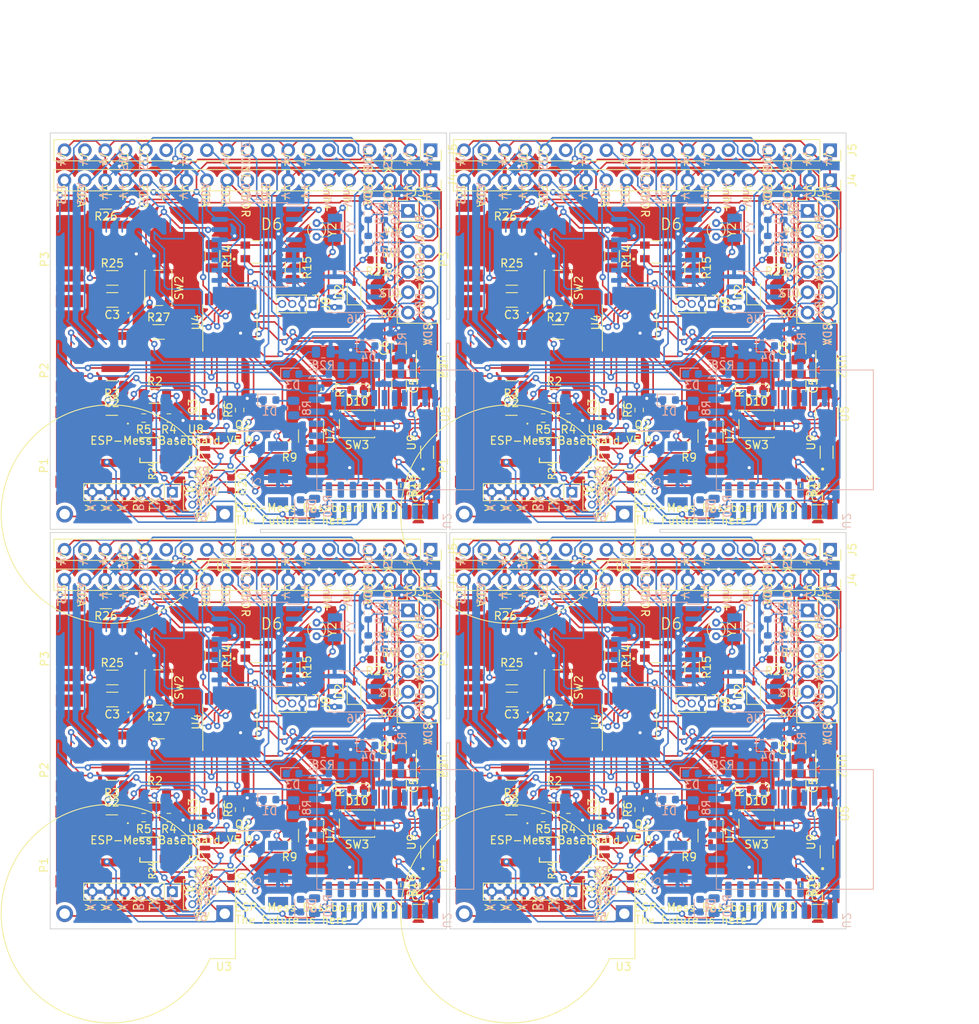
<source format=kicad_pcb>
(kicad_pcb (version 20221018) (generator pcbnew)
  (layers (0 "F.Cu" signal) (31 "B.Cu" signal) (34 "B.Paste" user) (35 "F.Paste" user) (36 "B.SilkS" user "B.Silkscreen") (37 "F.SilkS" user "F.Silkscreen") (38 "B.Mask" user) (39 "F.Mask" user) (44 "Edge.Cuts" user))
  (net 0 "")
  (net 1 "Board_0-+5V")
  (net 2 "Board_0-ADDR")
  (net 3 "Board_0-Bat-Vi")
  (net 4 "Board_0-Bat-Vo")
  (net 5 "Board_0-D+")
  (net 6 "Board_0-D-")
  (net 7 "Board_0-D0")
  (net 8 "Board_0-D15")
  (net 9 "Board_0-D16")
  (net 10 "Board_0-D1_TX")
  (net 11 "Board_0-D3_RX")
  (net 12 "Board_0-DONE")
  (net 13 "Board_0-DRV")
  (net 14 "Board_0-EN")
  (net 15 "Board_0-GND")
  (net 16 "Board_0-MISO")
  (net 17 "Board_0-MOSI")
  (net 18 "Board_0-Net-(D1-A)")
  (net 19 "Board_0-Net-(D10-A)")
  (net 20 "Board_0-Net-(D2-K)")
  (net 21 "Board_0-Net-(D3-A)")
  (net 22 "Board_0-Net-(D3-K)")
  (net 23 "Board_0-Net-(D4-A)")
  (net 24 "Board_0-Net-(D5-A)")
  (net 25 "Board_0-Net-(D6-Pad1)")
  (net 26 "Board_0-Net-(D6-Pad3)")
  (net 27 "Board_0-Net-(J5-Pin_12)")
  (net 28 "Board_0-Net-(J5-Pin_9)")
  (net 29 "Board_0-Net-(Q3-G)")
  (net 30 "Board_0-Net-(Q3-S)")
  (net 31 "Board_0-Net-(U11-PWRC)")
  (net 32 "Board_0-Net-(U11-STAT)")
  (net 33 "Board_0-Net-(U12-LDR)")
  (net 34 "Board_0-Net-(U14-~{INT}{slash}SQW)")
  (net 35 "Board_0-Net-(U2-P32)")
  (net 36 "Board_0-Net-(U4-PC4)")
  (net 37 "Board_0-Net-(U4-PD7)")
  (net 38 "Board_0-Net-(U6-X1)")
  (net 39 "Board_0-Net-(U6-X2)")
  (net 40 "Board_0-Net-(U8-DELAY{slash}M_DRV)")
  (net 41 "Board_0-Net-(U8-EN{slash}ONE_SHOT)")
  (net 42 "Board_0-Net-(U9-ADDR)")
  (net 43 "Board_0-PD2")
  (net 44 "Board_0-RST")
  (net 45 "Board_0-RX")
  (net 46 "Board_0-SCK")
  (net 47 "Board_0-SCL (5)")
  (net 48 "Board_0-SDA (4)")
  (net 49 "Board_0-SWIO")
  (net 50 "Board_0-Solar_Vi")
  (net 51 "Board_0-Solar_Vo")
  (net 52 "Board_0-TX")
  (net 53 "Board_0-VCC")
  (net 54 "Board_0-Vin+")
  (net 55 "Board_0-Vin-")
  (net 56 "Board_0-Vo")
  (net 57 "Board_0-unconnected-(J2-Pad4)")
  (net 58 "Board_0-unconnected-(J5-Pin_14-Pad14)")
  (net 59 "Board_0-unconnected-(J5-Pin_5-Pad5)")
  (net 60 "Board_0-unconnected-(J5-Pin_6-Pad6)")
  (net 61 "Board_0-unconnected-(P1-Pad2)")
  (net 62 "Board_0-unconnected-(R24-Pad1)")
  (net 63 "Board_0-unconnected-(U11-IO-A-Pad4)")
  (net 64 "Board_0-unconnected-(U11-IO-B-Pad5)")
  (net 65 "Board_0-unconnected-(U11-IO-C-Pad7)")
  (net 66 "Board_0-unconnected-(U11-IO-D-Pad8)")
  (net 67 "Board_0-unconnected-(U11-IO-E-Pad9)")
  (net 68 "Board_0-unconnected-(U11-IO-F-Pad10)")
  (net 69 "Board_0-unconnected-(U11-IO-G-Pad11)")
  (net 70 "Board_0-unconnected-(U11-IO-H-Pad12)")
  (net 71 "Board_0-unconnected-(U11-IO-I-Pad13)")
  (net 72 "Board_0-unconnected-(U11-IO-J-Pad14)")
  (net 73 "Board_0-unconnected-(U11-IO-K-Pad15)")
  (net 74 "Board_0-unconnected-(U11-IO-L-Pad16)")
  (net 75 "Board_0-unconnected-(U11-IO-M-Pad18)")
  (net 76 "Board_0-unconnected-(U11-IO-N-Pad21)")
  (net 77 "Board_0-unconnected-(U11-NC-Pad2)")
  (net 78 "Board_0-unconnected-(U11-NC-Pad3)")
  (net 79 "Board_0-unconnected-(U11-RST-Pad23)")
  (net 80 "Board_0-unconnected-(U12-INT-Pad2)")
  (net 81 "Board_0-unconnected-(U14-32KHZ-Pad1)")
  (net 82 "Board_0-unconnected-(U14-~{RST}-Pad4)")
  (net 83 "Board_0-unconnected-(U2-P11-Pad15)")
  (net 84 "Board_0-unconnected-(U2-P14-Pad14)")
  (net 85 "Board_0-unconnected-(U2-P15-Pad21)")
  (net 86 "Board_0-unconnected-(U2-P16-Pad20)")
  (net 87 "Board_0-unconnected-(U2-P17-Pad19)")
  (net 88 "Board_0-unconnected-(U2-P18-Pad18)")
  (net 89 "Board_0-unconnected-(U2-P19-Pad2)")
  (net 90 "Board_0-unconnected-(U2-P2-Pad5)")
  (net 91 "Board_0-unconnected-(U2-P23-Pad3)")
  (net 92 "Board_0-unconnected-(U2-P24-Pad4)")
  (net 93 "Board_0-unconnected-(U2-P3-Pad17)")
  (net 94 "Board_0-unconnected-(U2-P31-Pad10)")
  (net 95 "Board_0-unconnected-(U2-P33-Pad7)")
  (net 96 "Board_0-unconnected-(U2-P34-Pad6)")
  (net 97 "Board_0-unconnected-(U5-ALERT-Pad3)")
  (net 98 "Board_0-unconnected-(U5-~{RESET}-Pad6)")
  (net 99 "Board_0-unconnected-(U9-DVI-Pad5)")
  (net 100 "Board_1-+5V")
  (net 101 "Board_1-ADDR")
  (net 102 "Board_1-Bat-Vi")
  (net 103 "Board_1-Bat-Vo")
  (net 104 "Board_1-D+")
  (net 105 "Board_1-D-")
  (net 106 "Board_1-D0")
  (net 107 "Board_1-D15")
  (net 108 "Board_1-D16")
  (net 109 "Board_1-D1_TX")
  (net 110 "Board_1-D3_RX")
  (net 111 "Board_1-DONE")
  (net 112 "Board_1-DRV")
  (net 113 "Board_1-EN")
  (net 114 "Board_1-GND")
  (net 115 "Board_1-MISO")
  (net 116 "Board_1-MOSI")
  (net 117 "Board_1-Net-(D1-A)")
  (net 118 "Board_1-Net-(D10-A)")
  (net 119 "Board_1-Net-(D2-K)")
  (net 120 "Board_1-Net-(D3-A)")
  (net 121 "Board_1-Net-(D3-K)")
  (net 122 "Board_1-Net-(D4-A)")
  (net 123 "Board_1-Net-(D5-A)")
  (net 124 "Board_1-Net-(D6-Pad1)")
  (net 125 "Board_1-Net-(D6-Pad3)")
  (net 126 "Board_1-Net-(J5-Pin_12)")
  (net 127 "Board_1-Net-(J5-Pin_9)")
  (net 128 "Board_1-Net-(Q3-G)")
  (net 129 "Board_1-Net-(Q3-S)")
  (net 130 "Board_1-Net-(U11-PWRC)")
  (net 131 "Board_1-Net-(U11-STAT)")
  (net 132 "Board_1-Net-(U12-LDR)")
  (net 133 "Board_1-Net-(U14-~{INT}{slash}SQW)")
  (net 134 "Board_1-Net-(U2-P32)")
  (net 135 "Board_1-Net-(U4-PC4)")
  (net 136 "Board_1-Net-(U4-PD7)")
  (net 137 "Board_1-Net-(U6-X1)")
  (net 138 "Board_1-Net-(U6-X2)")
  (net 139 "Board_1-Net-(U8-DELAY{slash}M_DRV)")
  (net 140 "Board_1-Net-(U8-EN{slash}ONE_SHOT)")
  (net 141 "Board_1-Net-(U9-ADDR)")
  (net 142 "Board_1-PD2")
  (net 143 "Board_1-RST")
  (net 144 "Board_1-RX")
  (net 145 "Board_1-SCK")
  (net 146 "Board_1-SCL (5)")
  (net 147 "Board_1-SDA (4)")
  (net 148 "Board_1-SWIO")
  (net 149 "Board_1-Solar_Vi")
  (net 150 "Board_1-Solar_Vo")
  (net 151 "Board_1-TX")
  (net 152 "Board_1-VCC")
  (net 153 "Board_1-Vin+")
  (net 154 "Board_1-Vin-")
  (net 155 "Board_1-Vo")
  (net 156 "Board_1-unconnected-(J2-Pad4)")
  (net 157 "Board_1-unconnected-(J5-Pin_14-Pad14)")
  (net 158 "Board_1-unconnected-(J5-Pin_5-Pad5)")
  (net 159 "Board_1-unconnected-(J5-Pin_6-Pad6)")
  (net 160 "Board_1-unconnected-(P1-Pad2)")
  (net 161 "Board_1-unconnected-(R24-Pad1)")
  (net 162 "Board_1-unconnected-(U11-IO-A-Pad4)")
  (net 163 "Board_1-unconnected-(U11-IO-B-Pad5)")
  (net 164 "Board_1-unconnected-(U11-IO-C-Pad7)")
  (net 165 "Board_1-unconnected-(U11-IO-D-Pad8)")
  (net 166 "Board_1-unconnected-(U11-IO-E-Pad9)")
  (net 167 "Board_1-unconnected-(U11-IO-F-Pad10)")
  (net 168 "Board_1-unconnected-(U11-IO-G-Pad11)")
  (net 169 "Board_1-unconnected-(U11-IO-H-Pad12)")
  (net 170 "Board_1-unconnected-(U11-IO-I-Pad13)")
  (net 171 "Board_1-unconnected-(U11-IO-J-Pad14)")
  (net 172 "Board_1-unconnected-(U11-IO-K-Pad15)")
  (net 173 "Board_1-unconnected-(U11-IO-L-Pad16)")
  (net 174 "Board_1-unconnected-(U11-IO-M-Pad18)")
  (net 175 "Board_1-unconnected-(U11-IO-N-Pad21)")
  (net 176 "Board_1-unconnected-(U11-NC-Pad2)")
  (net 177 "Board_1-unconnected-(U11-NC-Pad3)")
  (net 178 "Board_1-unconnected-(U11-RST-Pad23)")
  (net 179 "Board_1-unconnected-(U12-INT-Pad2)")
  (net 180 "Board_1-unconnected-(U14-32KHZ-Pad1)")
  (net 181 "Board_1-unconnected-(U14-~{RST}-Pad4)")
  (net 182 "Board_1-unconnected-(U2-P11-Pad15)")
  (net 183 "Board_1-unconnected-(U2-P14-Pad14)")
  (net 184 "Board_1-unconnected-(U2-P15-Pad21)")
  (net 185 "Board_1-unconnected-(U2-P16-Pad20)")
  (net 186 "Board_1-unconnected-(U2-P17-Pad19)")
  (net 187 "Board_1-unconnected-(U2-P18-Pad18)")
  (net 188 "Board_1-unconnected-(U2-P19-Pad2)")
  (net 189 "Board_1-unconnected-(U2-P2-Pad5)")
  (net 190 "Board_1-unconnected-(U2-P23-Pad3)")
  (net 191 "Board_1-unconnected-(U2-P24-Pad4)")
  (net 192 "Board_1-unconnected-(U2-P3-Pad17)")
  (net 193 "Board_1-unconnected-(U2-P31-Pad10)")
  (net 194 "Board_1-unconnected-(U2-P33-Pad7)")
  (net 195 "Board_1-unconnected-(U2-P34-Pad6)")
  (net 196 "Board_1-unconnected-(U5-ALERT-Pad3)")
  (net 197 "Board_1-unconnected-(U5-~{RESET}-Pad6)")
  (net 198 "Board_1-unconnected-(U9-DVI-Pad5)")
  (net 199 "Board_2-+5V")
  (net 200 "Board_2-ADDR")
  (net 201 "Board_2-Bat-Vi")
  (net 202 "Board_2-Bat-Vo")
  (net 203 "Board_2-D+")
  (net 204 "Board_2-D-")
  (net 205 "Board_2-D0")
  (net 206 "Board_2-D15")
  (net 207 "Board_2-D16")
  (net 208 "Board_2-D1_TX")
  (net 209 "Board_2-D3_RX")
  (net 210 "Board_2-DONE")
  (net 211 "Board_2-DRV")
  (net 212 "Board_2-EN")
  (net 213 "Board_2-GND")
  (net 214 "Board_2-MISO")
  (net 215 "Board_2-MOSI")
  (net 216 "Board_2-Net-(D1-A)")
  (net 217 "Board_2-Net-(D10-A)")
  (net 218 "Board_2-Net-(D2-K)")
  (net 219 "Board_2-Net-(D3-A)")
  (net 220 "Board_2-Net-(D3-K)")
  (net 221 "Board_2-Net-(D4-A)")
  (net 222 "Board_2-Net-(D5-A)")
  (net 223 "Board_2-Net-(D6-Pad1)")
  (net 224 "Board_2-Net-(D6-Pad3)")
  (net 225 "Board_2-Net-(J5-Pin_12)")
  (net 226 "Board_2-Net-(J5-Pin_9)")
  (net 227 "Board_2-Net-(Q3-G)")
  (net 228 "Board_2-Net-(Q3-S)")
  (net 229 "Board_2-Net-(U11-PWRC)")
  (net 230 "Board_2-Net-(U11-STAT)")
  (net 231 "Board_2-Net-(U12-LDR)")
  (net 232 "Board_2-Net-(U14-~{INT}{slash}SQW)")
  (net 233 "Board_2-Net-(U2-P32)")
  (net 234 "Board_2-Net-(U4-PC4)")
  (net 235 "Board_2-Net-(U4-PD7)")
  (net 236 "Board_2-Net-(U6-X1)")
  (net 237 "Board_2-Net-(U6-X2)")
  (net 238 "Board_2-Net-(U8-DELAY{slash}M_DRV)")
  (net 239 "Board_2-Net-(U8-EN{slash}ONE_SHOT)")
  (net 240 "Board_2-Net-(U9-ADDR)")
  (net 241 "Board_2-PD2")
  (net 242 "Board_2-RST")
  (net 243 "Board_2-RX")
  (net 244 "Board_2-SCK")
  (net 245 "Board_2-SCL (5)")
  (net 246 "Board_2-SDA (4)")
  (net 247 "Board_2-SWIO")
  (net 248 "Board_2-Solar_Vi")
  (net 249 "Board_2-Solar_Vo")
  (net 250 "Board_2-TX")
  (net 251 "Board_2-VCC")
  (net 252 "Board_2-Vin+")
  (net 253 "Board_2-Vin-")
  (net 254 "Board_2-Vo")
  (net 255 "Board_2-unconnected-(J2-Pad4)")
  (net 256 "Board_2-unconnected-(J5-Pin_14-Pad14)")
  (net 257 "Board_2-unconnected-(J5-Pin_5-Pad5)")
  (net 258 "Board_2-unconnected-(J5-Pin_6-Pad6)")
  (net 259 "Board_2-unconnected-(P1-Pad2)")
  (net 260 "Board_2-unconnected-(R24-Pad1)")
  (net 261 "Board_2-unconnected-(U11-IO-A-Pad4)")
  (net 262 "Board_2-unconnected-(U11-IO-B-Pad5)")
  (net 263 "Board_2-unconnected-(U11-IO-C-Pad7)")
  (net 264 "Board_2-unconnected-(U11-IO-D-Pad8)")
  (net 265 "Board_2-unconnected-(U11-IO-E-Pad9)")
  (net 266 "Board_2-unconnected-(U11-IO-F-Pad10)")
  (net 267 "Board_2-unconnected-(U11-IO-G-Pad11)")
  (net 268 "Board_2-unconnected-(U11-IO-H-Pad12)")
  (net 269 "Board_2-unconnected-(U11-IO-I-Pad13)")
  (net 270 "Board_2-unconnected-(U11-IO-J-Pad14)")
  (net 271 "Board_2-unconnected-(U11-IO-K-Pad15)")
  (net 272 "Board_2-unconnected-(U11-IO-L-Pad16)")
  (net 273 "Board_2-unconnected-(U11-IO-M-Pad18)")
  (net 274 "Board_2-unconnected-(U11-IO-N-Pad21)")
  (net 275 "Board_2-unconnected-(U11-NC-Pad2)")
  (net 276 "Board_2-unconnected-(U11-NC-Pad3)")
  (net 277 "Board_2-unconnected-(U11-RST-Pad23)")
  (net 278 "Board_2-unconnected-(U12-INT-Pad2)")
  (net 279 "Board_2-unconnected-(U14-32KHZ-Pad1)")
  (net 280 "Board_2-unconnected-(U14-~{RST}-Pad4)")
  (net 281 "Board_2-unconnected-(U2-P11-Pad15)")
  (net 282 "Board_2-unconnected-(U2-P14-Pad14)")
  (net 283 "Board_2-unconnected-(U2-P15-Pad21)")
  (net 284 "Board_2-unconnected-(U2-P16-Pad20)")
  (net 285 "Board_2-unconnected-(U2-P17-Pad19)")
  (net 286 "Board_2-unconnected-(U2-P18-Pad18)")
  (net 287 "Board_2-unconnected-(U2-P19-Pad2)")
  (net 288 "Board_2-unconnected-(U2-P2-Pad5)")
  (net 289 "Board_2-unconnected-(U2-P23-Pad3)")
  (net 290 "Board_2-unconnected-(U2-P24-Pad4)")
  (net 291 "Board_2-unconnected-(U2-P3-Pad17)")
  (net 292 "Board_2-unconnected-(U2-P31-Pad10)")
  (net 293 "Board_2-unconnected-(U2-P33-Pad7)")
  (net 294 "Board_2-unconnected-(U2-P34-Pad6)")
  (net 295 "Board_2-unconnected-(U5-ALERT-Pad3)")
  (net 296 "Board_2-unconnected-(U5-~{RESET}-Pad6)")
  (net 297 "Board_2-unconnected-(U9-DVI-Pad5)")
  (net 298 "Board_3-+5V")
  (net 299 "Board_3-ADDR")
  (net 300 "Board_3-Bat-Vi")
  (net 301 "Board_3-Bat-Vo")
  (net 302 "Board_3-D+")
  (net 303 "Board_3-D-")
  (net 304 "Board_3-D0")
  (net 305 "Board_3-D15")
  (net 306 "Board_3-D16")
  (net 307 "Board_3-D1_TX")
  (net 308 "Board_3-D3_RX")
  (net 309 "Board_3-DONE")
  (net 310 "Board_3-DRV")
  (net 311 "Board_3-EN")
  (net 312 "Board_3-GND")
  (net 313 "Board_3-MISO")
  (net 314 "Board_3-MOSI")
  (net 315 "Board_3-Net-(D1-A)")
  (net 316 "Board_3-Net-(D10-A)")
  (net 317 "Board_3-Net-(D2-K)")
  (net 318 "Board_3-Net-(D3-A)")
  (net 319 "Board_3-Net-(D3-K)")
  (net 320 "Board_3-Net-(D4-A)")
  (net 321 "Board_3-Net-(D5-A)")
  (net 322 "Board_3-Net-(D6-Pad1)")
  (net 323 "Board_3-Net-(D6-Pad3)")
  (net 324 "Board_3-Net-(J5-Pin_12)")
  (net 325 "Board_3-Net-(J5-Pin_9)")
  (net 326 "Board_3-Net-(Q3-G)")
  (net 327 "Board_3-Net-(Q3-S)")
  (net 328 "Board_3-Net-(U11-PWRC)")
  (net 329 "Board_3-Net-(U11-STAT)")
  (net 330 "Board_3-Net-(U12-LDR)")
  (net 331 "Board_3-Net-(U14-~{INT}{slash}SQW)")
  (net 332 "Board_3-Net-(U2-P32)")
  (net 333 "Board_3-Net-(U4-PC4)")
  (net 334 "Board_3-Net-(U4-PD7)")
  (net 335 "Board_3-Net-(U6-X1)")
  (net 336 "Board_3-Net-(U6-X2)")
  (net 337 "Board_3-Net-(U8-DELAY{slash}M_DRV)")
  (net 338 "Board_3-Net-(U8-EN{slash}ONE_SHOT)")
  (net 339 "Board_3-Net-(U9-ADDR)")
  (net 340 "Board_3-PD2")
  (net 341 "Board_3-RST")
  (net 342 "Board_3-RX")
  (net 343 "Board_3-SCK")
  (net 344 "Board_3-SCL (5)")
  (net 345 "Board_3-SDA (4)")
  (net 346 "Board_3-SWIO")
  (net 347 "Board_3-Solar_Vi")
  (net 348 "Board_3-Solar_Vo")
  (net 349 "Board_3-TX")
  (net 350 "Board_3-VCC")
  (net 351 "Board_3-Vin+")
  (net 352 "Board_3-Vin-")
  (net 353 "Board_3-Vo")
  (net 354 "Board_3-unconnected-(J2-Pad4)")
  (net 355 "Board_3-unconnected-(J5-Pin_14-Pad14)")
  (net 356 "Board_3-unconnected-(J5-Pin_5-Pad5)")
  (net 357 "Board_3-unconnected-(J5-Pin_6-Pad6)")
  (net 358 "Board_3-unconnected-(P1-Pad2)")
  (net 359 "Board_3-unconnected-(R24-Pad1)")
  (net 360 "Board_3-unconnected-(U11-IO-A-Pad4)")
  (net 361 "Board_3-unconnected-(U11-IO-B-Pad5)")
  (net 362 "Board_3-unconnected-(U11-IO-C-Pad7)")
  (net 363 "Board_3-unconnected-(U11-IO-D-Pad8)")
  (net 364 "Board_3-unconnected-(U11-IO-E-Pad9)")
  (net 365 "Board_3-unconnected-(U11-IO-F-Pad10)")
  (net 366 "Board_3-unconnected-(U11-IO-G-Pad11)")
  (net 367 "Board_3-unconnected-(U11-IO-H-Pad12)")
  (net 368 "Board_3-unconnected-(U11-IO-I-Pad13)")
  (net 369 "Board_3-unconnected-(U11-IO-J-Pad14)")
  (net 370 "Board_3-unconnected-(U11-IO-K-Pad15)")
  (net 371 "Board_3-unconnected-(U11-IO-L-Pad16)")
  (net 372 "Board_3-unconnected-(U11-IO-M-Pad18)")
  (net 373 "Board_3-unconnected-(U11-IO-N-Pad21)")
  (net 374 "Board_3-unconnected-(U11-NC-Pad2)")
  (net 375 "Board_3-unconnected-(U11-NC-Pad3)")
  (net 376 "Board_3-unconnected-(U11-RST-Pad23)")
  (net 377 "Board_3-unconnected-(U12-INT-Pad2)")
  (net 378 "Board_3-unconnected-(U14-32KHZ-Pad1)")
  (net 379 "Board_3-unconnected-(U14-~{RST}-Pad4)")
  (net 380 "Board_3-unconnected-(U2-P11-Pad15)")
  (net 381 "Board_3-unconnected-(U2-P14-Pad14)")
  (net 382 "Board_3-unconnected-(U2-P15-Pad21)")
  (net 383 "Board_3-unconnected-(U2-P16-Pad20)")
  (net 384 "Board_3-unconnected-(U2-P17-Pad19)")
  (net 385 "Board_3-unconnected-(U2-P18-Pad18)")
  (net 386 "Board_3-unconnected-(U2-P19-Pad2)")
  (net 387 "Board_3-unconnected-(U2-P2-Pad5)")
  (net 388 "Board_3-unconnected-(U2-P23-Pad3)")
  (net 389 "Board_3-unconnected-(U2-P24-Pad4)")
  (net 390 "Board_3-unconnected-(U2-P3-Pad17)")
  (net 391 "Board_3-unconnected-(U2-P31-Pad10)")
  (net 392 "Board_3-unconnected-(U2-P33-Pad7)")
  (net 393 "Board_3-unconnected-(U2-P34-Pad6)")
  (net 394 "Board_3-unconnected-(U5-ALERT-Pad3)")
  (net 395 "Board_3-unconnected-(U5-~{RESET}-Pad6)")
  (net 396 "Board_3-unconnected-(U9-DVI-Pad5)")
  (footprint "Resistor_SMD:R_1206_3216Metric" (layer "F.Cu") (at 144.125 132.3)
    (fp_text reference "R2")
    (fp_text value "R")
  )
  (footprint "Connector_PinSocket_2.54mm:PinSocket_1x19_P2.54mm_Vertical" (layer "F.Cu") (at 178.5545 105.35 -90)
    (fp_text reference "J4")
    (fp_text value "Conn_01x19_Socket")
  )
  (footprint "S4B-PH:JST_S4B-PH-SM4-TB" (layer "F.Cu") (at 89.3045 125.8 90)
    (fp_text reference "P2")
    (fp_text value "S4B-PH-SM4-TB")
  )
  (footprint "Connector_PinSocket_2.54mm:PinSocket_1x19_P2.54mm_Vertical" (layer "F.Cu") (at 128.6645 51.7 -90)
    (fp_text reference "J5")
    (fp_text value "Conn_01x19_Socket")
  )
  (footprint "Package_TO_SOT_SMD:SOT-23-3" (layer "F.Cu") (at 163.625 137.3 -90)
    (fp_text reference "U7")
    (fp_text value "XC6206PxxxMR")
  )
  (footprint "Package_SO:TSSOP-20_4.4x6.5mm_P0.65mm" (layer "F.Cu") (at 153.5 123.085907 90)
    (fp_text reference "U4")
    (fp_text value "CH32V003F4P6")
  )
  (footprint "Resistor_SMD:R_0603_1608Metric" (layer "F.Cu") (at 153.625 93.4 -90)
    (fp_text reference "R20")
    (fp_text value "R")
  )
  (footprint "Capacitor_SMD:C_1206_3216Metric" (layer "F.Cu") (at 124.725 76.4 90)
    (fp_text reference "C6")
    (fp_text value "C")
  )
  (footprint "Capacitor_SMD:C_1206_3216Metric" (layer "F.Cu") (at 174.625 81.125 -90)
    (fp_text reference "C5")
    (fp_text value "C")
  )
  (footprint "Button_Switch_SMD:SW_SPST_PTS810" (layer "F.Cu") (at 94.6545 118.8 -90)
    (fp_text reference "SW2")
    (fp_text value "SW_Push")
  )
  (footprint "Connector_PinHeader_2.54mm:PinHeader_2x06_P2.54mm_Vertical" (layer "F.Cu") (at 125.835 109.18)
    (fp_text reference "J3")
    (fp_text value "Conn_02x06_Top_Bottom")
  )
  (footprint "S3B-PH:JST_S3B-PH-SM4-TB" (layer "F.Cu") (at 89.2545 88.75 90)
    (fp_text reference "P1")
    (fp_text value "S3B-PH-SM4-TB")
  )
  (footprint "Capacitor_SMD:C_1206_3216Metric" (layer "F.Cu") (at 88.9045 120.3 180)
    (fp_text reference "C3")
    (fp_text value "C")
  )
  (footprint "R3528RGB:LED_LL-R3528RGBC-008-B" (layer "F.Cu") (at 106.9245 114.3)
    (fp_text reference "D6")
    (fp_text value "LL-R3528RGBC-008-B")
  )
  (footprint "Resistor_SMD:R_1206_3216Metric" (layer "F.Cu") (at 88.104 108.05 180)
    (fp_text reference "R26")
    (fp_text value "R")
  )
  (footprint "Resistor_SMD:R_1206_3216Metric" (layer "F.Cu") (at 111.4245 116.2625 -90)
    (fp_text reference "R15")
    (fp_text value "R")
  )
  (footprint "Capacitor_SMD:C_1206_3216Metric" (layer "F.Cu") (at 174.625 131.025 -90)
    (fp_text reference "C5")
    (fp_text value "C")
  )
  (footprint "Resistor_SMD:R_0603_1608Metric" (layer "F.Cu") (at 177.625 143.55 90)
    (fp_text reference "R16")
    (fp_text value "R")
  )
  (footprint "Resistor_SMD:R_0603_1608Metric" (layer "F.Cu") (at 175.375 93.575 -90)
    (fp_text reference "R17")
    (fp_text value "R")
  )
  (footprint "S3B-PH:JST_S3B-PH-SM4-TB" (layer "F.Cu") (at 89.3545 63 90)
    (fp_text reference "P3")
    (fp_text value "S3B-PH-SM4-TB")
  )
  (footprint "Resistor_SMD:R_1206_3216Metric" (layer "F.Cu") (at 144.592 74.4)
    (fp_text reference "R27")
    (fp_text value "R")
  )
  (footprint "Connector_PinHeader_2.54mm:PinHeader_2x06_P2.54mm_Vertical" (layer "F.Cu") (at 125.835 59.28)
    (fp_text reference "J3")
    (fp_text value "Conn_02x06_Top_Bottom")
  )
  (footprint "Resistor_SMD:R_1206_3216Metric" (layer "F.Cu") (at 88.104 58.15 180)
    (fp_text reference "R26")
    (fp_text value "R")
  )
  (footprint "S4B-PH:JST_S4B-PH-SM4-TB" (layer "F.Cu") (at 139.2045 75.9 90)
    (fp_text reference "P2")
    (fp_text value "S4B-PH-SM4-TB")
  )
  (footprint "Resistor_SMD:R_1206_3216Metric" (layer "F.Cu") (at 101.4245 64.9375 -90)
    (fp_text reference "R14")
    (fp_text value "R")
  )
  (footprint "Resistor_SMD:R_0603_1608Metric" (layer "F.Cu") (at 92.825 85.15 180)
    (fp_text reference "R5")
    (fp_text value "R")
  )
  (footprint "Sensor_Humidity:Sensirion_DFN-8-1EP_2.5x2.5mm_P0.5mm_EP1.1x1.7mm" (layer "F.Cu") (at 178.125 84.65 -90)
    (fp_text reference "U5")
    (fp_text value "SHT31-DIS")
  )
  (footprint "Resistor_SMD:R_0603_1608Metric" (layer "F.Cu") (at 142.725 135.05 180)
    (fp_text reference "R5")
    (fp_text value "R")
  )
  (footprint "Resistor_SMD:R_0603_1608Metric" (layer "F.Cu") (at 171.875 65.4 180)
    (fp_text reference "R21")
    (fp_text value "R")
  )
  (footprint "Connector_PinHeader_2.00mm:PinHeader_1x06_P2.00mm_Vertical" (layer "F.Cu") (at 146.3045 144.3 -90)
    (fp_text reference "J6")
    (fp_text value "Conn_01x06_Socket")
  )
  (footprint "Package_TO_SOT_SMD:SOT-23" (layer "F.Cu") (at 155.125 88.4)
    (fp_text reference "Q2")
    (fp_text value "Si2371EDS")
  )
  (footprint "Connector_PinHeader_1.27mm:PinHeader_1x04_P1.27mm_Vertical" (layer "F.Cu") (at 113.9245 120.8 -90)
    (fp_text reference "J8")
    (fp_text value "Conn_01x04_Pin")
  )
  (footprint "Capacitor_SMD:C_1206_3216Metric" (layer "F.Cu") (at 124.725 81.125 -90)
    (fp_text reference "C5")
    (fp_text value "C")
  )
  (footprint "Crystal:Crystal_Round_D1.5mm_Vertical" (layer "F.Cu") (at 164.3245 60.8 -90)
    (fp_text reference "Y2")
    (fp_text value "Crystal")
  )
  (footprint "Capacitor_SMD:C_1206_3216Metric" (layer "F.Cu") (at 127.1995 96.9)
    (fp_text reference "C1")
    (fp_text value "C")
  )
  (footprint "Capacitor_SMD:C_1206_3216Metric" (layer "F.Cu") (at 88.8545 131.3 180)
    (fp_text reference "C2")
    (fp_text value "C")
  )
  (footprint "Capacitor_SMD:C_1206_3216Metric" (layer "F.Cu") (at 177.0995 146.8)
    (fp_text reference "C1")
    (fp_text value "C")
  )
  (footprint "Resistor_SMD:R_0603_1608Metric" (layer "F.Cu") (at 153.625 143.3 -90)
    (fp_text reference "R20")
    (fp_text value "R")
  )
  (footprint "Package_SO:TSSOP-20_4.4x6.5mm_P0.65mm" (layer "F.Cu") (at 103.6 73.185907 90)
    (fp_text reference "U4")
    (fp_text value "CH32V003F4P6")
  )
  (footprint "Resistor_SMD:R_1206_3216Metric" (layer "F.Cu") (at 138.8045 67.65)
    (fp_text reference "R25")
    (fp_text value "R")
  )
  (footprint "Connector_PinSocket_2.54mm:PinSocket_1x19_P2.54mm_Vertical" (layer "F.Cu") (at 178.5645 51.7 -90)
    (fp_text reference "J5")
    (fp_text value "Conn_01x19_Socket")
  )
  (footprint "Capacitor_SMD:C_1206_3216Metric" (layer "F.Cu") (at 124.725 131.025 -90)
    (fp_text reference "C5")
    (fp_text value "C")
  )
  (footprint "Sensor_Humidity:Sensirion_DFN-8-1EP_2.5x2.5mm_P0.5mm_EP1.1x1.7mm" (layer "F.Cu") (at 128.225 134.55 -90)
    (fp_text reference "U5")
    (fp_text value "SHT31-DIS")
  )
  (footprint "Resistor_SMD:R_0603_1608Metric" (layer "F.Cu") (at 171.875 115.3 180)
    (fp_text reference "R21")
    (fp_text value "R")
  )
  (footprint "Package_TO_SOT_SMD:SOT-23-3" (layer "F.Cu") (at 113.725 87.4 -90)
    (fp_text reference "U7")
    (fp_text value "XC6206PxxxMR")
  )
  (footprint "Resistor_SMD:R_0603_1608Metric" (layer "F.Cu") (at 150.875 93.4 90)
    (fp_text reference "R11")
    (fp_text value "R")
  )
  (footprint "Capacitor_SMD:C_1206_3216Metric" (layer "F.Cu") (at 174.625 126.3 90)
    (fp_text reference "C6")
    (fp_text value "C")
  )
  (footprint "Capacitor_SMD:C_1206_3216Metric" (layer "F.Cu") (at 138.8045 120.3 180)
    (fp_text reference "C3")
    (fp_text value "C")
  )
  (footprint "Resistor_SMD:R_0603_1608Metric" (layer "F.Cu") (at 100.975 143.3 90)
    (fp_text reference "R11")
    (fp_text value "R")
  )
  (footprint "Crystal:Crystal_Round_D1.5mm_Vertical" (layer "F.Cu") (at 164.3245 110.7 -90)
    (fp_text reference "Y2")
    (fp_text value "Crystal")
  )
  (footprint "Resistor_SMD:R_0603_1608Metric" (layer "F.Cu") (at 142.725 85.15 180)
    (fp_text reference "R5")
    (fp_text value "R")
  )
  (footprint "Package_SO:TSSOP-20_4.4x6.5mm_P0.65mm" (layer "F.Cu") (at 153.5 73.185907 90)
    (fp_text reference "U4")
    (fp_text value "CH32V003F4P6")
  )
  (footprint "Resistor_SMD:R_1206_3216Metric" (layer "F.Cu") (at 94.225 132.3)
    (fp_text reference "R2")
    (fp_text value "R")
  )
  (footprint "Resistor_SMD:R_0603_1608Metric" (layer "F.Cu") (at 150.875 143.3 90)
    (fp_text reference "R11")
    (fp_text value "R")
  )
  (footprint "Resistor_SMD:R_0805_2012Metric" (layer "F.Cu") (at 165.625 81.65 -90)
    (fp_text reference "R7")
    (fp_text value "R")
  )
  (footprint "Resistor_SMD:R_1206_3216Metric" (layer "F.Cu") (at 138.004 108.05 180)
    (fp_text reference "R26")
    (fp_text value "R")
  )
  (footprint "Diode_SMD:D_SOD-323" (layer "F.Cu") (at 168.999 119.3 90)
    (fp_text reference "D2")
    (fp_text value "D_Schottky")
  )
  (footprint "Resistor_SMD:R_1206_3216Metric" (layer "F.Cu") (at 94.692 124.3)
    (fp_text reference "R27")
    (fp_text value "R")
  )
  (footprint "Resistor_SMD:R_1206_3216Metric" (layer "F.Cu") (at 144.125 82.4)
    (fp_text reference "R2")
    (fp_text value "R")
  )
  (footprint "Battery:BatteryHolder_ComfortableElectronic_CH273-2450_1x2450" (layer "F.Cu") (at 152.8545 147.05 180)
    (fp_text reference "U3")
    (fp_text value "CR2450")
  )
  (footprint "Crystal:Crystal_Round_D1.5mm_Vertical" (layer "F.Cu") (at 114.4245 60.8 -90)
    (fp_text reference "Y2")
    (fp_text value "Crystal")
  )
  (footprint "Resistor_SMD:R_1206_3216Metric" (layer "F.Cu") (at 151.3245 114.8375 -90)
    (fp_text reference "R14")
    (fp_text value "R")
  )
  (footprint "Resistor_SMD:R_1206_3216Metric" (layer "F.Cu") (at 161.3245 66.3625 -90)
    (fp_text reference "R15")
    (fp_text value "R")
  )
  (footprint "S4B-PH:JST_S4B-PH-SM4-TB" (layer "F.Cu") (at 89.3045 75.9 90)
    (fp_text reference "P2")
    (fp_text value "S4B-PH-SM4-TB")
  )
  (footprint "Button_Switch_SMD:SW_SPST_PTS810" (layer "F.Cu") (at 144.5545 118.8 -90)
    (fp_text reference "SW2")
    (fp_text value "SW_Push")
  )
  (footprint "Resistor_SMD:R_1206_3216Metric" (layer "F.Cu") (at 88.8545 133.8)
    (fp_text reference "R3")
    (fp_text value "R")
  )
  (footprint "Resistor_SMD:R_0603_1608Metric" (layer "F.Cu") (at 125.475 143.475 -90)
    (fp_text reference "R17")
    (fp_text value "R")
  )
  (footprint "Connector_PinHeader_1.27mm:PinHeader_1x04_P1.27mm_Vertical" (layer "F.Cu") (at 98.9045 142.05)
    (fp_text reference "J7")
    (fp_text value "Conn_01x04_Pin")
  )
  (footprint "Resistor_SMD:R_0603_1608Metric" (layer "F.Cu") (at 154.7125 84.15 90)
    (fp_text reference "R6")
    (fp_text value "R")
  )
  (footprint "Connector_PinSocket_2.54mm:PinSocket_1x19_P2.54mm_Vertical" (layer "F.Cu") (at 128.6545 55.45 -90)
    (fp_text reference "J4")
    (fp_text value "Conn_01x19_Socket")
  )
  (footprint "Crystal:Crystal_Round_D1.5mm_Vertical" (layer "F.Cu") (at 114.4245 110.7 -90)
    (fp_text reference "Y2")
    (fp_text value "Crystal")
  )
  (footprint "LED_SMD:LED_0603_1608Metric" (layer "F.Cu") (at 169.375 131.55 180)
    (fp_text reference "D10")
    (fp_text value "LED")
  )
  (footprint "Package_TO_SOT_SMD:SOT-23-6" (layer "F.Cu") (at 99.35 138.85)
    (fp_text reference "U8")
    (fp_text value "TPL5110")
  )
  (footprint "Connector_PinHeader_2.00mm:PinHeader_1x06_P2.00mm_Vertical" (layer "F.Cu") (at 146.3045 94.4 -90)
    (fp_text reference "J6")
    (fp_text value "Conn_01x06_Socket")
  )
  (footprint "Button_Switch_SMD:SW_SPST_PTS810" (layer "F.Cu") (at 94.6545 68.9 -90)
    (fp_text reference "SW2")
    (fp_text value "SW_Push")
  )
  (footprint "Connector_PinHeader_2.00mm:PinHeader_1x06_P2.00mm_Vertical" (layer "F.Cu") (at 96.4045 94.4 -90)
    (fp_text reference "J6")
    (fp_text value "Conn_01x06_Socket")
  )
  (footprint "Sensor:Avago_APDS-9960" (layer "F.Cu") (at 178.075 128.59 -90)
    (fp_text reference "U12")
    (fp_text value "APDS-9960")
  )
  (footprint "Capacitor_SMD:C_1206_3216Metric" (layer "F.Cu") (at 138.7545 81.4 180)
    (fp_text reference "C2")
    (fp_text value "C")
  )
  (footprint "Capacitor_SMD:C_1206_3216Metric" (layer "F.Cu") (at 138.8045 70.4 180)
    (fp_text reference "C3")
    (fp_text value "C")
  )
  (footprint "Capacitor_SMD:C_1206_3216Metric" (layer "F.Cu") (at 174.625 76.4 90)
    (fp_text reference "C6")
    (fp_text value "C")
  )
  (footprint "Sensor_Humidity:Sensirion_DFN-8-1EP_2.5x2.5mm_P0.5mm_EP1.1x1.7mm" (layer "F.Cu") (at 128.225 84.65 -90)
    (fp_text reference "U5")
    (fp_text value "SHT31-DIS")
  )
  (footprint "Resistor_SMD:R_0603_1608Metric" (layer "F.Cu") (at 103.725 143.3 -90)
    (fp_text reference "R20")
    (fp_text value "R")
  )
  (footprint "Sensor:Avago_APDS-9960" (layer "F.Cu") (at 128.175 78.69 -90)
    (fp_text reference "U12")
    (fp_text value "APDS-9960")
  )
  (footprint "Sensor:Avago_APDS-9960" (layer "F.Cu") (at 128.175 128.59 -90)
    (fp_text reference "U12")
    (fp_text value "APDS-9960")
  )
  (footprint "Diode_SMD:D_SOD-323" (layer "F.Cu") (at 119.099 69.4 90)
    (fp_text reference "D2")
    (fp_text value "D_Schottky")
  )
  (footprint "Capacitor_SMD:C_1206_3216Metric" (layer "F.Cu") (at 124.725 126.3 90)
    (fp_text reference "C6")
    (fp_text value "C")
  )
  (footprint "EVM3ES:EMV3ESX50B12" (layer "F.Cu") (at 93.9045 139.05 90)
    (fp_text reference "R24")
    (fp_text value "EVM3ESX50B12")
  )
  (footprint "Resistor_SMD:R_0603_1608Metric" (layer "F.Cu") (at 103.725 93.4 -90)
    (fp_text reference "R20")
    (fp_text value "R")
  )
  (footprint "Connector_PinHeader_2.00mm:PinHeader_1x06_P2.00mm_Vertical" (layer "F.Cu") (at 96.4045 144.3 -90)
    (fp_text reference "J6")
    (fp_text value "Conn_01x06_Socket")
  )
  (footprint "Resistor_SMD:R_0603_1608Metric" (layer "F.Cu") (at 127.725 143.55 90)
    (fp_text reference "R16")
    (fp_text value "R")
  )
  (footprint "Resistor_SMD:R_1206_3216Metric" (layer "F.Cu") (at 88.8545 83.9)
    (fp_text reference "R3")
    (fp_text value "R")
  )
  (footprint "Connector_PinHeader_1.27mm:PinHeader_1x04_P1.27mm_Vertical" (layer "F.Cu") (at 98.9045 92.15)
    (fp_text reference "J7")
    (fp_text value "Conn_01x04_Pin")
  )
  (footprint "Resistor_SMD:R_0603_1608Metric" (layer "F.Cu") (at 125.475 93.575 -90)
    (fp_text reference "R17")
    (fp_text value "R")
  )
  (footprint "Connector_PinSocket_2.54mm:PinSocket_1x19_P2.54mm_Vertical" (layer "F.Cu") (at 178.5645 101.6 -90)
    (fp_text reference "J5")
    (fp_text value "Conn_01x19_Socket")
  )
  (footprint "Resistor_SMD:R_1206_3216Metric" (layer "F.Cu") (at 161.3245 116.2625 -90)
    (fp_text reference "R15")
    (fp_text value "R")
  )
  (footprint "Package_TO_SOT_SMD:SOT-23-6" (layer "F.Cu") (at 149.25 138.85)
    (fp_text reference "U8")
    (fp_text value "TPL5110")
  )
  (footprint "Package_TO_SOT_SMD:SOT-23-6" (layer "F.Cu") (at 149.25 88.95)
    (fp_text reference "U8")
    (fp_text value "TPL5110")
  )
  (footprint "Connector_PinSocket_2.54mm:PinSocket_1x19_P2.54mm_Vertical" (layer "F.Cu") (at 128.6545 105.35 -90)
    (fp_text reference "J4")
    (fp_text value "Conn_01x19_Socket")
  )
  (footprint "BH1750:XDCR_BH1750FVI-TR" (layer "F.Cu") (at 128.225 139.325 90)
    (fp_text reference "U9")
    (fp_text value "BH1750FVI-TR")
  )
  (footprint "Diode_SMD:D_SOD-323" (layer "F.Cu") (at 168.999 69.4 90)
    (fp_text reference "D2")
    (fp_text value "D_Schottky")
  )
  (footprint "Resistor_SMD:R_0603_1608Metric" (layer "F.Cu") (at 127.725 93.65 90)
    (fp_text reference "R16")
    (fp_text value "R")
  )
  (footprint "Package_TO_SOT_SMD:SOT-23-6" (layer "F.Cu") (at 99.35 88.95)
    (fp_text reference "U8")
    (fp_text value "TPL5110")
  )
  (footprint "LED_SMD:LED_0603_1608Metric" (layer "F.Cu") (at 119.475 81.65 180)
    (fp_text reference "D10")
    (fp_text value "LED")
  )
  (footprint "Resistor_SMD:R_0603_1608Metric" (layer "F.Cu") (at 104.8125 84.15 90)
    (fp_text reference "R6")
    (fp_text value "R")
  )
  (footprint "Sensor_Humidity:Sensirion_DFN-8-1EP_2.5x2.5mm_P0.5mm_EP1.1x1.7mm" (layer "F.Cu") (at 178.125 134.55 -90)
    (fp_text reference "U5")
    (fp_text value "SHT31-DIS")
  )
  (footprint "Resistor_SMD:R_1206_3216Metric" (layer "F.Cu") (at 151.3245 64.9375 -90)
    (fp_text reference "R14")
    (fp_text value "R")
  )
  (footprint "Package_TO_SOT_SMD:SOT-23-3" (layer "F.Cu") (at 113.725 137.3 -90)
    (fp_text reference "U7")
    (fp_text value "XC6206PxxxMR")
  )
  (footprint "Resistor_SMD:R_0603_1608Metric" (layer "F.Cu") (at 111.05 88.65 180)
    (fp_text reference "R9")
    (fp_text value "R")
  )
  (footprint "Connector_PinSocket_2.54mm:PinSocket_1x19_P2.54mm_Vertical" (layer "F.Cu") (at 128.6645 101.6 -90)
    (fp_text reference "J5")
    (fp_text value "Conn_01x19_Socket")
  )
  (footprint "Resistor_SMD:R_0603_1608Metric" (layer "F.Cu") (at 154.7125 134.05 90)
    (fp_text reference "R6")
    (fp_text value "R")
  )
  (footprint "Resistor_SMD:R_0603_1608Metric" (layer "F.Cu") (at 145.875 135.05 180)
    (fp_text reference "R4")
    (fp_text value "R")
  )
  (footprint "Resistor_SMD:R_1206_3216Metric" (layer "F.Cu") (at 94.225 82.4)
    (fp_text reference "R2")
    (fp_text value "R")
  )
  (footprint "Resistor_SMD:R_0603_1608Metric" (layer "F.Cu") (at 160.95 138.55 180)
    (fp_text reference "R9")
    (fp_text value "R")
  )
  (footprint "Resistor_SMD:R_0603_1608Metric" (layer "F.Cu") (at 104.8125 134.05 90)
    (fp_text reference "R6")
    (fp_text value "R")
  )
  (footprint "Resistor_SMD:R_0603_1608Metric" (layer "F.Cu") (at 121.975 65.4 180)
    (fp_text reference "R21")
    (fp_text value "R")
  )
  (footprint "S3B-PH:JST_S3B-PH-SM4-TB" (layer "F.Cu") (at 89.3545 112.9 90)
    (fp_text reference "P3")
    (fp_text value "S3B-PH-SM4-TB")
  )
  (footprint "Button_Switch_SMD:SW_SPST_PTS810" (layer "F.Cu") (at 119.475 135.8 180)
    (fp_text reference "SW3")
    (fp_text value "SW_Push")
  )
  (footprint "R3528RGB:LED_LL-R3528RGBC-008-B" (layer "F.Cu") (at 106.9245 64.4)
    (fp_text reference "D6")
    (fp_text value "LL-R3528RGBC-008-B")
  )
  (footprint "Resistor_SMD:R_0603_1608Metric" (layer "F.Cu") (at 95.975 135.05 180)
    (fp_text reference "R4")
    (fp_text value "R")
  )
  (footprint "Resistor_SMD:R_1206_3216Metric" (layer "F.Cu") (at 101.4245 114.8375 -90)
    (fp_text reference "R14")
    (fp_text value "R")
  )
  (footprint "Resistor_SMD:R_0603_1608Metric" (layer "F.Cu") (at 145.875 85.15 180)
    (fp_text reference "R4")
    (fp_text value "R")
  )
  (footprint "EVM3ES:EMV3ESX50B12" (layer "F.Cu") (at 143.8045 139.05 90)
    (fp_text reference "R24")
    (fp_text value "EVM3ESX50B12")
  )
  (footprint "BH1750:XDCR_BH1750FVI-TR" (layer "F.Cu") (at 128.225 89.425 90)
    (fp_text reference "U9")
    (fp_text value "BH1750FVI-TR")
  )
  (footprint "Resistor_SMD:R_0603_1608Metric" (layer "F.Cu") (at 175.375 143.475 -90)
    (fp_text reference "R17")
    (fp_text value "R")
  )
  (footprint "Connector_PinSocket_2.54mm:PinSocket_1x19_P2.54mm_Vertical" (layer "F.Cu") (at 178.5545 55.45 -90)
    (fp_text reference "J4")
    (fp_text value "Conn_01x19_Socket")
  )
  (footprint "Package_TO_SOT_SMD:SOT-23" (layer "F.Cu") (at 151.2625 83.7125 90)
    (fp_text reference "Q3")
    (fp_text value "Si2371EDS")
  )
  (footprint "Connector_PinHeader_1.27mm:PinHeader_1x04_P1.27mm_Vertical" (layer "F.Cu") (at 113.9245 70.9 -90)
    (fp_text reference "J8")
    (fp_text value "Conn_01x04_Pin")
  )
  (footprint "Button_Switch_SMD:SW_SPST_PTS810" (layer "F.Cu") (at 169.375 85.9 180)
    (fp_text reference "SW3")
    (fp_text value "SW_Push")
  )
  (footprint "Capacitor_SMD:C_1206_3216Metric" (layer "F.Cu") (at 88.9045 70.4 180)
    (fp_text reference "C3")
    (fp_text value "C")
  )
  (footprint "Resistor_SMD:R_0603_1608Metric" (layer "F.Cu") (at 121.975 115.3 180)
    (fp_text reference "R21")
    (fp_text value "R")
  )
  (footprint "R3528RGB:LED_LL-R3528RGBC-008-B" (layer "F.Cu") (at 156.8245 114.3)
    (fp_text reference "D6")
    (fp_text value "LL-R3528RGBC-008-B")
  )
  (footprint "Resistor_SMD:R_1206_3216Metric" (layer "F.Cu") (at 88.9045 67.65)
    (fp_text reference "R25")
    (fp_text value "R")
  )
  (footprint "EVM3ES:EMV3ESX50B12" (layer "F.Cu") (at 143.8045 89.15 90)
    (fp_text reference "R24")
    (fp_text value "EVM3ESX50B12")
  )
  (footprint "Package_TO_SOT_SMD:SOT-23-3" (layer "F.Cu") (at 163.625 87.4 -90)
    (fp_text reference "U7")
    (fp_text value "XC6206PxxxMR")
  )
  (footprint "BH1750:XDCR_BH1750FVI-TR" (layer "F.Cu") (at 178.125 89.425 90)
    (fp_text reference "U9")
    (fp_text value "BH1750FVI-TR")
  )
  (footprint "S3B-PH:JST_S3B-PH-SM4-TB" (layer "F.Cu") (at 139.1545 88.75 90)
    (fp_text reference "P1")
    (fp_text value "S3B-PH-SM4-TB")
  )
  (footprint "S3B-PH:JST_S3B-PH-SM4-TB" (layer "F.Cu") (at 139.2545 63 90)
    (fp_text reference "P3")
    (fp_text value "S3B-PH-SM4-TB")
  )
  (footprint "Package_SO:TSSOP-20_4.4x6.5mm_P0.65mm" (layer "F.Cu") (at 103.6 123.085907 90)
    (fp_text reference "U4")
    (fp_text value "CH32V003F4P6")
  )
  (footprint "Resistor_SMD:R_1206_3216Metric" (layer "F.Cu") (at 138.8045 117.55)
    (fp_text reference "R25")
    (fp_text value "R")
  )
  (footprint "Capacitor_SMD:C_1206_3216Metric" (layer "F.Cu") (at 127.1995 146.8)
    (fp_text reference "C1")
    (fp_text value "C")
  )
  (footprint "Package_TO_SOT_SMD:SOT-23" (layer "F.Cu") (at 105.225 138.3)
    (fp_text reference "Q2")
    (fp_text value "Si2371EDS")
  )
  (footprint "Package_TO_SOT_SMD:SOT-23" (layer "F.Cu") (at 151.2625 133.6125 90)
    (fp_text reference "Q3")
    (fp_text value "Si2371EDS")
  )
  (footprint "Resistor_SMD:R_1206_3216Metric" (layer "F.Cu") (at 138.7545 83.9)
    (fp_text reference "R3")
    (fp_text value "R")
  )
  (footprint "Connector_PinHeader_1.27mm:PinHeader_1x04_P1.27mm_Vertical" (layer "F.Cu") (at 163.8245 70.9 -90)
    (fp_text reference "J8")
    (fp_text value "Conn_01x04_Pin")
  )
  (footprint "Battery:BatteryHolder_ComfortableElectronic_CH273-2450_1x2450" (layer "F.Cu") (at 102.9545 147.05 180)
    (fp_text reference "U3")
    (fp_text value "CR2450")
  )
  (footprint "Package_TO_SOT_SMD:SOT-23" (layer "F.Cu") (at 101.3625 133.6125 90)
    (fp_text reference "Q3")
    (fp_text value "Si2371EDS")
  )
  (footprint "Resistor_SMD:R_0603_1608Metric" (layer "F.Cu") (at 100.975 93.4 90)
    (fp_text reference "R11")
    (fp_text value "R")
  )
  (footprint "Package_TO_SOT_SMD:SOT-23" (layer "F.Cu") (at 101.3625 83.7125 90)
    (fp_text reference "Q3")
    (fp_text value "Si2371EDS")
  )
  (footprint "Resistor_SMD:R_0805_2012Metric" (layer "F.Cu") (at 115.725 131.55 -90)
    (fp_text reference "R7")
    (fp_text value "R")
  )
  (footprint "Connector_PinHeader_2.54mm:PinHeader_2x06_P2.54mm_Vertical" (layer "F.Cu") (at 175.735 59.28)
    (fp_text reference "J3")
    (fp_text value "Conn_02x06_Top_Bottom")
  )
  (footprint "Resistor_SMD:R_0603_1608Metric" (layer "F.Cu") (at 177.625 93.65 90)
    (fp_text reference "R16")
    (fp_text value "R")
  )
  (footprint "Battery:BatteryHolder_ComfortableElectronic_CH273-2450_1x2450" (layer "F.Cu") (at 102.9545 97.15 180)
    (fp_text reference "U3")
    (fp_text value "CR2450")
  )
  (footprint "Resistor_SMD:R_0603_1608Metric" (layer "F.Cu") (at 111.05 138.55 180)
    (fp_text reference "R9")
    (fp_text value "R")
  )
  (footprint "Connector_PinHeader_1.27mm:PinHeader_1x04_P1.27mm_Vertical" (layer "F.Cu") (at 148.8045 92.15)
    (fp_text reference "J7")
    (fp_text value "Conn_01x04_Pin")
  )
  (footprint "Resistor_SMD:R_1206_3216Metric" (layer "F.Cu") (at 94.692 74.4)
    (fp_text reference "R27")
    (fp_text value "R")
  )
  (footprint "Connector_PinHeader_1.27mm:PinHeader_1x04_P1.27mm_Vertical" (layer "F.Cu") (at 163.8245 120.8 -90)
    (fp_text reference "J8")
    (fp_text value "Conn_01x04_Pin")
  )
  (footprint "LED_SMD:LED_0603_1608Metric" (layer "F.Cu") (at 119.475 131.55 180)
    (fp_text reference "D10")
    (fp_text value "LED")
  )
  (footprint "Resistor_SMD:R_0603_1608Metric" (layer "F.Cu") (at 92.825 135.05 180)
    (fp_text reference "R5")
    (fp_text value "R")
  )
  (footprint "Resistor_SMD:R_1206_3216Metric" (layer "F.Cu") (at 138.004 58.15 180)
    (fp_text reference "R26")
    (fp_text value "R")
  )
  (footprint "Resistor_SMD:R_1206_3216Metric" (layer "F.Cu") (at 138.7545 133.8)
    (fp_text reference "R3")
    (fp_text value "R")
  )
  (footprint "Package_TO_SOT_SMD:SOT-23" (layer "F.Cu") (at 155.125 138.3)
    (fp_text reference "Q2")
    (fp_text value "Si2371EDS")
  )
  (footprint "S3B-PH:JST_S3B-PH-SM4-TB" (layer "F.Cu") (at 139.1545 138.65 90)
    (fp_text reference "P1")
    (fp_text value "S3B-PH-SM4-TB")
  )
  (footprint "EVM3ES:EMV3ESX50B12" (layer "F.Cu") (at 93.9045 89.15 90)
    (fp_text reference "R24")
    (fp_text value "EVM3ESX50B12")
  )
  (footprint "Connector_PinHeader_2.54mm:PinHeader_2x06_P2.54mm_Vertical" (layer "F.Cu") (at 175.735 109.18)
    (fp_text reference "J3")
    (fp_text value "Conn_02x06_Top_Bottom")
  )
  (footprint "Diode_SMD:D_SOD-323" (layer "F.Cu") (at 119.099 119.3 90)
    (fp_text reference "D2")
    (fp_text value "D_Schottky")
  )
  (footprint "Connector_PinHeader_1.27mm:PinHeader_1x04_P1.27mm_Vertical" (layer "F.Cu") (at 148.8045 142.05)
    (fp_text reference "J7")
    (fp_text value "Conn_01x04_Pin")
  )
  (footprint "Capacitor_SMD:C_1206_3216Metric" (layer "F.Cu") (at 177.0995 96.9)
    (fp_text reference "C1")
    (fp_text value "C")
  )
  (footprint "Battery:BatteryHolder_ComfortableElectronic_CH273-2450_1x2450" (layer "F.Cu") (at 152.8545 97.15 180)
    (fp_text reference "U3")
    (fp_text value "CR2450")
  )
  (footprint "Package_TO_SOT_SMD:SOT-23" (layer "F.Cu") (at 105.225 88.4)
    (fp_text reference "Q2")
    (fp_text value "Si2371EDS")
  )
  (footprint "Resistor_SMD:R_1206_3216Metric" (layer "F.Cu") (at 111.4245 66.3625 -90)
    (fp_text reference "R15")
    (fp_text value "R")
  )
  (footprint "Resistor_SMD:R_0603_1608Metric" (layer "F.Cu") (at 160.95 88.65 180)
    (fp_text reference "R9")
    (fp_text value "R")
  )
  (footprint "Capacitor_SMD:C_1206_3216Metric" (layer "F.Cu") (at 88.8545 81.4 180)
    (fp_text reference "C2")
    (fp_text value "C")
  )
  (footprint "Resistor_SMD:R_0603_1608Metric" (layer "F.Cu") (at 95.975 85.15 180)
    (fp_text reference "R4")
    (fp_text value "R")
  )
  (footprint "Resistor_SMD:R_0805_2012Metric" (layer "F.Cu") (at 115.725 81.65 -90)
    (fp_text reference "R7")
    (fp_text value "R")
  )
  (footprint "Button_Switch_SMD:SW_SPST_PTS810" (layer "F.Cu") (at 144.5545 68.9 -90)
    (fp_text reference "SW2")
    (fp_text value "SW_Push")
  )
  (footprint "S3B-PH:JST_S3B-PH-SM4-TB" (layer "F.Cu") (at 89.2545 138.65 90)
    (fp_text reference "P1")
    (fp_text value "S3B-PH-SM4-TB")
  )
  (footprint "LED_SMD:LED_0603_1608Metric" (layer "F.Cu") (at 169.375 81.65 180)
    (fp_text reference "D10")
    (fp_text value "LED")
  )
  (footprint "Capacitor_SMD:C_1206_3216Metric" (layer "F.Cu") (at 138.7545 131.3 180)
    (fp_text reference "C2")
    (fp_text value "C")
  )
  (footprint "BH1750:XDCR_BH1750FVI-TR" (layer "F.Cu") (at 178.125 139.325 90)
    (fp_text reference "U9")
    (fp_text value "BH1750FVI-TR")
  )
  (footprint "S4B-PH:JST_S4B-PH-SM4-TB" (layer "F.Cu") (at 139.2045 125.8 90)
    (fp_text reference "P2")
    (fp_text value "S4B-PH-SM4-TB")
  )
  (footprint "Resistor_SMD:R_1206_3216Metric" (layer "F.Cu") (at 144.592 124.3)
    (fp_text reference "R27")
    (fp_text value "R")
  )
  (footprint "S3B-PH:JST_S3B-PH-SM4-TB" (layer "F.Cu") (at 139.2545 112.9 90)
    (fp_text reference "P3")
    (fp_text value "S3B-PH-SM4-TB")
  )
  (footprint "Resistor_SMD:R_0805_2012Metric" (layer "F.Cu") (at 165.625 131.55 -90)
    (fp_text reference "R7")
    (fp_text value "R")
  )
  (footprint "Button_Switch_SMD:SW_SPST_PTS810" (layer "F.Cu") (at 119.475 85.9 180)
    (fp_text reference "SW3")
    (fp_text value "SW_Push")
  )
  (footprint "R3528RGB:LED_LL-R3528RGBC-008-B" (layer "F.Cu") (at 156.8245 64.4)
    (fp_text reference "D6")
    (fp_text value "LL-R3528RGBC-008-B")
  )
  (footprint "Button_Switch_SMD:SW_SPST_PTS810" (layer "F.Cu") (at 169.375 135.8 180)
    (fp_text reference "SW3")
    (fp_text value "SW_Push")
  )
  (footprint "Sensor:Avago_APDS-9960" (layer "F.Cu") (at 178.075 78.69 -90)
    (fp_text reference "U12")
    (fp_text value "APDS-9960")
  )
  (footprint "Resistor_SMD:R_1206_3216Metric" (layer "F.Cu") (at 88.9045 117.55)
    (fp_text reference "R25")
    (fp_text value "R")
  )
  (footprint "LED_SMD:LED_0603_1608Metric" (layer "B.Cu") (at 108.5545 82.9)
    (fp_text reference "D1")
    (fp_text value "LED")
  )
  (footprint "LED_SMD:LED_0603_1608Metric" (layer "B.Cu") (at 120.9245 126.05)
    (fp_text reference "D4")
    (fp_text value "LED")
  )
  (footprint "Crystal:Crystal_SMD_3215-2Pin_3.2x1.5mm" (layer "B.Cu") (at 166.625 61.4 90)
    (fp_text reference "Y1")
    (fp_text value "Crystal")
  )
  (footprint "Resistor_SMD:R_0603_1608Metric" (layer "B.Cu") (at 122.875 59.575 90)
    (fp_text reference "R18")
    (fp_text value "R")
  )
  (footprint "LED_SMD:LED_0603_1608Metric" (layer "B.Cu") (at 161.3245 79.65)
    (fp_text reference "D3")
    (fp_text value "LED")
  )
  (footprint "Package_SO:SOIC-8_3.9x4.9mm_P1.27mm" (layer "B.Cu") (at 119.1495 119.3)
    (fp_text reference "U6")
    (fp_text value "DS1307Z+")
  )
  (footprint "Resistor_SMD:R_0603_1608Metric" (layer "B.Cu") (at 170.775 59.575 90)
    (fp_text reference "R19")
    (fp_text value "R")
  )
  (footprint "Package_SO:SOIC-8_3.9x4.9mm_P1.27mm" (layer "B.Cu") (at 119.1495 69.4)
    (fp_text reference "U6")
    (fp_text value "DS1307Z+")
  )
  (footprint "Resistor_SMD:R_0805_2012Metric" (layer "B.Cu") (at 161.4545 133.8 90)
    (fp_text reference "R8")
    (fp_text value "R")
  )
  (footprint "Resistor_SMD:R_0805_2012Metric" (layer "B.Cu") (at 114.1745 96.15 90)
    (fp_text reference "R10")
    (fp_text value "R")
  )
  (footprint "LED_SMD:LED_0603_1608Metric" (layer "B.Cu") (at 170.8245 76.15)
    (fp_text reference "D4")
    (fp_text value "LED")
  )
  (footprint "Package_SO:SOIC-8_3.9x4.9mm_P1.27mm" (layer "B.Cu") (at 169.0495 119.3)
    (fp_text reference "U6")
    (fp_text value "DS1307Z+")
  )
  (footprint "Resistor_SMD:R_0603_1608Metric" (layer "B.Cu") (at 172.775 109.475 90)
    (fp_text reference "R18")
    (fp_text value "R")
  )
  (footprint "Package_SO:SOIC-16W_7.5x10.3mm_P1.27mm" (layer "B.Cu") (at 156.875 63.515 180)
    (fp_text reference "U14")
    (fp_text value "DS3231M")
  )
  (footprint "A_SensorNode:E104-BT07" (layer "B.Cu") (at 130.1745 98 90)
    (fp_text reference "U2")
    (fp_text value "~")
  )
  (footprint "A_SensorNode:JDY-Base" (layer "B.Cu") (at 164.3545 79.15 -90)
    (fp_text reference "U11")
    (fp_text value "~")
  )
  (footprint "A_SensorNode:E104-BT07" (layer "B.Cu") (at 130.1745 147.9 90)
    (fp_text reference "U2")
    (fp_text value "~")
  )
  (footprint "A_SensorNode:PJ-320D" (layer "B.Cu") (at 106.367 143.25 90)
    (fp_text reference "J2")
    (fp_text value "PJ-320D-A" hide)
  )
  (footprint "LED_SMD:LED_0603_1608Metric" (layer "B.Cu") (at 112.4245 96.15 90)
    (fp_text reference "D5")
    (fp_text value "LED")
  )
  (footprint "Resistor_SMD:R_0805_2012Metric" (layer "B.Cu") (at 111.5545 83.9 90)
    (fp_text reference "R8")
    (fp_text value "R")
  )
  (footprint "Resistor_SMD:R_0805_2012Metric" (layer "B.Cu") (at 115.262 126.8)
    (fp_text reference "R28")
    (fp_text value "R")
  )
  (footprint "Resistor_SMD:R_0603_1608Metric" (layer "B.Cu") (at 173.5745 75.4 90)
    (fp_text reference "R1")
    (fp_text value "R")
  )
  (footprint "Resistor_SMD:R_0805_2012Metric" (layer "B.Cu") (at 114.1745 146.05 90)
    (fp_text reference "R10")
    (fp_text value "R")
  )
  (footprint "Resistor_SMD:R_0603_1608Metric" (layer "B.Cu") (at 120.875 63.225 90)
    (fp_text reference "R23")
    (fp_text value "R")
  )
  (footprint "Crystal:Crystal_SMD_3215-2Pin_3.2x1.5mm" (layer "B.Cu") (at 116.725 61.4 90)
    (fp_text reference "Y1")
    (fp_text value "Crystal")
  )
  (footprint "Resistor_SMD:R_0805_2012Metric" (layer "B.Cu") (at 115.262 76.9)
    (fp_text reference "R28")
    (fp_text value "R")
  )
  (footprint "Resistor_SMD:R_0603_1608Metric" (layer "B.Cu") (at 170.775 63.225 90)
    (fp_text reference "R23")
    (fp_text value "R")
  )
  (footprint "A_SensorNode:E104-BT07" (layer "B.Cu") (at 180.0745 98 90)
    (fp_text reference "U2")
    (fp_text value "~")
  )
  (footprint "A_SensorNode:PJ-320D" (layer "B.Cu") (at 106.367 93.35 90)
    (fp_text reference "J2")
    (fp_text value "PJ-320D-A" hide)
  )
  (footprint "LED_SMD:LED_0603_1608Metric" (layer "B.Cu") (at 162.3245 96.15 90)
    (fp_text reference "D5")
    (fp_text value "LED")
  )
  (footprint "Resistor_SMD:R_0805_2012Metric" (layer "B.Cu") (at 164.0745 96.15 90)
    (fp_text reference "R10")
    (fp_text value "R")
  )
  (footprint "A_SensorNode:JDY-Base" (layer "B.Cu") (at 114.4545 79.15 -90)
    (fp_text reference "U11")
    (fp_text value "~")
  )
  (footprint "Package_SO:SOIC-16W_7.5x10.3mm_P1.27mm" (layer "B.Cu") (at 156.875 113.415 180)
    (fp_text reference "U14")
    (fp_text value "DS3231M")
  )
  (footprint "Resistor_SMD:R_0603_1608Metric" (layer "B.Cu") (at 172.775 113.125 90)
    (fp_text reference "R22")
    (fp_text value "R")
  )
  (footprint "LED_SMD:LED_0603_1608Metric" (layer "B.Cu") (at 108.5545 132.8)
    (fp_text reference "D1")
    (fp_text value "LED")
  )
  (footprint "LED_SMD:LED_0603_1608Metric" (layer "B.Cu") (at 120.9245 76.15)
    (fp_text reference "D4")
    (fp_text value "LED")
  )
  (footprint "LED_SMD:LED_0603_1608Metric" (layer "B.Cu") (at 111.4245 79.65)
    (fp_text reference "D3")
    (fp_text value "LED")
  )
  (footprint "Package_SO:SOIC-16W_7.5x10.3mm_P1.27mm" (layer "B.Cu") (at 106.975 113.415 180)
    (fp_text reference "U14")
    (fp_text value "DS3231M")
  )
  (footprint "A_SensorNode:PJ-320D" (layer "B.Cu") (at 156.267 93.35 90)
    (fp_text reference "J2")
    (fp_text value "PJ-320D-A" hide)
  )
  (footprint "Crystal:Crystal_SMD_3215-2Pin_3.2x1.5mm" (layer "B.Cu") (at 166.625 111.3 90)
    (fp_text reference "Y1")
    (fp_text value "Crystal")
  )
  (footprint "Resistor_SMD:R_0603_1608Metric" (layer "B.Cu") (at 122.875 63.225 90)
    (fp_text reference "R22")
    (fp_text value "R")
  )
  (footprint "Resistor_SMD:R_0603_1608Metric" (layer "B.Cu") (at 122.875 109.475 90)
    (fp_text reference "R18")
    (fp_text value "R")
  )
  (footprint "Resistor_SMD:R_0603_1608Metric" (layer "B.Cu") (at 170.775 113.125 90)
    (fp_text reference "R23")
    (fp_text value "R")
  )
  (footprint "Resistor_SMD:R_0603_1608Metric" (layer "B.Cu") (at 172.775 63.225 90)
    (fp_text reference "R22")
    (fp_text value "R")
  )
  (footprint "Crystal:Crystal_SMD_3215-2Pin_3.2x1.5mm" (layer "B.Cu") (at 116.725 111.3 90)
    (fp_text reference "Y1")
    (fp_text value "Crystal")
  )
  (footprint "LED_SMD:LED_0603_1608Metric" (layer "B.Cu") (at 158.4545 132.8)
    (fp_text reference "D1")
    (fp_text value "LED")
  )
  (footprint "Resistor_SMD:R_0603_1608Metric" (layer "B.Cu") (at 122.875 113.125 90)
    (fp_text reference "R22")
    (fp_text value "R")
  )
  (footprint "Resistor_SMD:R_0805_2012Metric" (layer "B.Cu") (at 161.4545 83.9 90)
    (fp_text reference "R8")
    (fp_text value "R")
  )
  (footprint "LED_SMD:LED_0603_1608Metric" (layer "B.Cu") (at 111.4245 129.55)
    (fp_text reference "D3")
    (fp_text value "LED")
  )
  (footprint "Resistor_SMD:R_0603_1608Metric" (layer "B.Cu") (at 173.5745 125.3 90)
    (fp_text reference "R1")
    (fp_text value "R")
  )
  (footprint "Package_SO:SOIC-16W_7.5x10.3mm_P1.27mm" (layer "B.Cu") (at 106.975 63.515 180)
    (fp_text reference "U14")
    (fp_text value "DS3231M")
  )
  (footprint "LED_SMD:LED_0603_1608Metric" (layer "B.Cu") (at 162.3245 146.05 90)
    (fp_text reference "D5")
    (fp_text value "LED")
  )
  (footprint "Resistor_SMD:R_0603_1608Metric" (layer "B.Cu") (at 170.775 109.475 90)
    (fp_text reference "R19")
    (fp_text value "R")
  )
  (footprint "Package_SO:SOIC-8_3.9x4.9mm_P1.27mm" (layer "B.Cu") (at 169.0495 69.4)
    (fp_text reference "U6")
    (fp_text value "DS1307Z+")
  )
  (footprint "Resistor_SMD:R_0603_1608Metric" (layer "B.Cu") (at 120.875 113.125 90)
    (fp_text reference "R23")
    (fp_text value "R")
  )
  (footprint "LED_SMD:LED_0603_1608Metric" (layer "B.Cu") (at 170.8245 126.05)
    (fp_text reference "D4")
    (fp_text value "LED")
  )
  (footprint "Resistor_SMD:R_0603_1608Metric" (layer "B.Cu") (at 123.6745 125.3 90)
    (fp_text reference "R1")
    (fp_text value "R")
  )
  (footprint "LED_SMD:LED_0603_1608Metric" (layer "B.Cu") (at 158.4545 82.9)
    (fp_text reference "D1")
    (fp_text value "LED")
  )
  (footprint "Resistor_SMD:R_0603_1608Metric" (layer "B.Cu") (at 123.6745 75.4 90)
    (fp_text reference "R1")
    (fp_text value "R")
  )
  (footprint "Resistor_SMD:R_0805_2012Metric" (layer "B.Cu") (at 165.162 76.9)
    (fp_text reference "R28")
    (fp_text value "R")
  )
  (footprint "A_SensorNode:JDY-Base" (layer "B.Cu") (at 164.3545 129.05 -90)
    (fp_text reference "U11")
    (fp_text value "~")
  )
  (footprint "Resistor_SMD:R_0603_1608Metric" (layer "B.Cu") (at 172.775 59.575 90)
    (fp_text reference "R18")
    (fp_text value "R")
  )
  (footprint "Resistor_SMD:R_0805_2012Metric" (layer "B.Cu") (at 111.5545 133.8 90)
    (fp_text reference "R8")
    (fp_text value "R")
  )
  (footprint "LED_SMD:LED_0603_1608Metric" (layer "B.Cu") (at 161.3245 129.55)
    (fp_text reference "D3")
    (fp_text value "LED")
  )
  (footprint "A_SensorNode:PJ-320D" (layer "B.Cu") (at 156.267 143.25 90)
    (fp_text reference "J2")
    (fp_text value "PJ-320D-A" hide)
  )
  (footprint "Resistor_SMD:R_0603_1608Metric" (layer "B.Cu") (at 120.875 109.475 90)
    (fp_text reference "R19")
    (fp_text value "R")
  )
  (footprint "A_SensorNode:E104-BT07" (layer "B.Cu") (at 180.0745 147.9 90)
    (fp_text reference "U2")
    (fp_text value "~")
  )
  (footprint "Resistor_SMD:R_0805_2012Metric" (layer "B.Cu") (at 165.162 126.8)
    (fp_text reference "R28")
    (fp_text value "R")
  )
  (footprint "Resistor_SMD:R_0603_1608Metric" (layer "B.Cu") (at 120.875 59.575 90)
    (fp_text reference "R19")
    (fp_text value "R")
  )
  (footprint "Resistor_SMD:R_0805_2012Metric" (layer "B.Cu") (at 164.0745 146.05 90)
    (fp_text reference "R10")
    (fp_text value "R")
  )
  (footprint "A_SensorNode:JDY-Base" (layer "B.Cu") (at 114.4545 129.05 -90)
    (fp_text reference "U11")
    (fp_text value "~")
  )
  (footprint "LED_SMD:LED_0603_1608Metric" (layer "B.Cu") (at 112.4245 146.05 90)
    (fp_text reference "D5")
    (fp_text value "LED")
  )
  (gr_line (start 131.0545 75.8) (end 131.0545 99.05) (stroke (width 0.1)) (layer "Edge.Cuts"))
  (gr_line (start 130.6545 125.7) (end 130.8545 125.7) (stroke (width 0.1)) (layer "Edge.Cuts"))
  (gr_line (start 130.6545 72.8) (end 130.6545 49.55) (stroke (width 0.1)) (layer "Edge.Cuts"))
  (gr_line (start 81.1545 148.95) (end 130.6545 148.95) (stroke (width 0.1)) (layer "Edge.Cuts"))
  (gr_line (start 130.8545 125.7) (end 131.0545 125.7) (stroke (width 0.1)) (layer "Edge.Cuts"))
  (gr_line (start 157.3045 99.45) (end 157.3045 99.25) (stroke (width 0.1)) (layer "Edge.Cuts"))
  (gr_line (start 130.6545 99.45) (end 107.4045 99.45) (stroke (width 0.1)) (layer "Edge.Cuts"))
  (gr_line (start 130.6545 72.8) (end 130.6545 72.8) (stroke (width 0.1)) (layer "Edge.Cuts"))
  (gr_line (start 131.0545 49.55) (end 131.0545 72.8) (stroke (width 0.1)) (layer "Edge.Cuts"))
  (gr_line (start 107.4045 99.05) (end 130.6545 99.05) (stroke (width 0.1)) (layer "Edge.Cuts"))
  (gr_line (start 131.0545 122.7) (end 130.8545 122.7) (stroke (width 0.1)) (layer "Edge.Cuts"))
  (gr_line (start 104.4045 99.45) (end 81.1545 99.45) (stroke (width 0.1)) (layer "Edge.Cuts"))
  (gr_line (start 180.5545 49.55) (end 131.0545 49.55) (stroke (width 0.1)) (layer "Edge.Cuts"))
  (gr_line (start 130.6545 99.05) (end 130.6545 75.8) (stroke (width 0.1)) (layer "Edge.Cuts"))
  (gr_line (start 130.6545 75.8) (end 130.8545 75.8) (stroke (width 0.1)) (layer "Edge.Cuts"))
  (gr_line (start 131.0545 99.45) (end 131.0545 122.7) (stroke (width 0.1)) (layer "Edge.Cuts"))
  (gr_line (start 130.8545 122.7) (end 130.6545 122.7) (stroke (width 0.1)) (layer "Edge.Cuts"))
  (gr_line (start 157.3045 99.05) (end 180.5545 99.05) (stroke (width 0.1)) (layer "Edge.Cuts"))
  (gr_line (start 81.1545 99.45) (end 81.1545 148.95) (stroke (width 0.1)) (layer "Edge.Cuts"))
  (gr_line (start 157.3045 99.25) (end 157.3045 99.05) (stroke (width 0.1)) (layer "Edge.Cuts"))
  (gr_line (start 180.5545 148.95) (end 180.5545 99.45) (stroke (width 0.1)) (layer "Edge.Cuts"))
  (gr_line (start 131.0545 99.05) (end 154.3045 99.05) (stroke (width 0.1)) (layer "Edge.Cuts"))
  (gr_line (start 180.5545 99.45) (end 157.3045 99.45) (stroke (width 0.1)) (layer "Edge.Cuts"))
  (gr_line (start 107.4045 99.45) (end 107.4045 99.25) (stroke (width 0.1)) (layer "Edge.Cuts"))
  (gr_line (start 154.3045 99.25) (end 154.3045 99.45) (stroke (width 0.1)) (layer "Edge.Cuts"))
  (gr_line (start 81.1545 49.55) (end 81.1545 99.05) (stroke (width 0.1)) (layer "Edge.Cuts"))
  (gr_line (start 130.8545 75.8) (end 131.0545 75.8) (stroke (width 0.1)) (layer "Edge.Cuts"))
  (gr_line (start 131.0545 125.7) (end 131.0545 148.95) (stroke (width 0.1)) (layer "Edge.Cuts"))
  (gr_line (start 154.3045 99.45) (end 131.0545 99.45) (stroke (width 0.1)) (layer "Edge.Cuts"))
  (gr_line (start 130.6545 49.55) (end 81.1545 49.55) (stroke (width 0.1)) (layer "Edge.Cuts"))
  (gr_line (start 130.6545 122.7) (end 130.6545 99.45) (stroke (width 0.1)) (layer "Edge.Cuts"))
  (gr_line (start 131.0545 72.8) (end 130.8545 72.8) (stroke (width 0.1)) (layer "Edge.Cuts"))
  (gr_line (start 180.5545 99.05) (end 180.5545 49.55) (stroke (width 0.1)) (layer "Edge.Cuts"))
  (gr_line (start 130.8545 72.8) (end 130.6545 72.8) (stroke (width 0.1)) (layer "Edge.Cuts"))
  (gr_line (start 154.3045 99.05) (end 154.3045 99.25) (stroke (width 0.1)) (layer "Edge.Cuts"))
  (gr_line (start 130.6545 148.95) (end 130.6545 125.7) (stroke (width 0.1)) (layer "Edge.Cuts"))
  (gr_line (start 81.1545 99.05) (end 104.4045 99.05) (stroke (width 0.1)) (layer "Edge.Cuts"))
  (gr_line (start 130.6545 122.7) (end 130.6545 122.7) (stroke (width 0.1)) (layer "Edge.Cuts"))
  (gr_line (start 104.4045 99.25) (end 104.4045 99.45) (stroke (width 0.1)) (layer "Edge.Cuts"))
  (gr_line (start 107.4045 99.25) (end 107.4045 99.05) (stroke (width 0.1)) (layer "Edge.Cuts"))
  (gr_line (start 131.0545 148.95) (end 180.5545 148.95) (stroke (width 0.1)) (layer "Edge.Cuts"))
  (gr_line (start 104.4045 99.05) (end 104.4045 99.25) (stroke (width 0.1)) (layer "Edge.Cuts"))
  (gr_text "V-" (at 84.6745 103.55 -90) (layer "B.SilkS") (effects (font (size 1 1)) (justify left bottom mirror)))
  (gr_text "V+" (at 125.1745 53.65 -90) (layer "B.SilkS") (effects (font (size 1 1)) (justify left bottom mirror)))
  (gr_text "V-" (at 177.8245 117.05 90) (layer "B.SilkS") (effects (font (size 1 1)) (justify left bottom mirror)))
  (gr_text "V+" (at 127.6745 107.8 -90) (layer "B.SilkS") (effects (font (size 1 1)) (justify left bottom mirror)))
  (gr_text "Bi" (at 174.8245 59.9) (layer "B.SilkS") (effects (font (size 1 1)) (justify left bottom mirror)))
  (gr_text "MOSI" (at 170.0745 104.55 -90) (layer "B.SilkS") (effects (font (size 1 1)) (justify left bottom mirror)))
  (gr_text "Vi-" (at 127.9245 62.15 90) (layer "B.SilkS") (effects (font (size 1 1)) (justify left bottom mirror)))
  (gr_text "ADDR" (at 154.8245 108.55 -90) (layer "B.SilkS") (effects (font (size 1 1)) (justify left bottom mirror)))
  (gr_text "V+" (at 144.5745 107.8 -90) (layer "B.SilkS") (effects (font (size 1 1)) (justify left bottom mirror)))
  (gr_text "TX" (at 93.6745 96.9 -90) (layer "B.SilkS") (effects (font (size 1 1)) (justify left bottom mirror)))
  (gr_text "SCL" (at 124.9245 72.65) (layer "B.SilkS") (effects (font (size 1 1)) (justify left bottom mirror)))
  (gr_text "V-" (at 127.9245 67.15 90) (layer "B.SilkS") (effects (font (size 1 1)) (justify left bottom mirror)))
  (gr_text "V+" (at 174.8245 117.55) (layer "B.SilkS") (effects (font (size 1 1)) (justify left bottom mirror)))
  (gr_text "SCL" (at 102.4245 108.55 -90) (layer "B.SilkS") (effects (font (size 1 1)) (justify left bottom mirror)))
  (gr_text "Vi-" (at 127.9245 112.05 90) (layer "B.SilkS") (effects (font (size 1 1)) (justify left bottom mirror)))
  (gr_text "D15" (at 157.3245 58.65 -90) (layer "B.SilkS") (effects (font (size 1 1)) (justify left bottom mirror)))
  (gr_text "SCL" (at 142.0745 104.3 -90) (layer "B.SilkS") (effects (font (size 1 1)) (justify left bottom mirror)))
  (gr_text "SCL" (at 152.3245 58.65 -90) (layer "B.SilkS") (effects (font (size 1 1)) (justify left bottom mirror)))
  (gr_text "SDA" (at 139.5745 104.3 -90) (layer "B.SilkS") (effects (font (size 1 1)) (justify left bottom mirror)))
  (gr_text "SCK" (at 122.6745 54.15 -90) (layer "B.SilkS") (effects (font (size 1 1)) (justify left bottom mirror)))
  (gr_text "V+" (at 87.1745 103.55 -90) (layer "B.SilkS") (effects (font (size 1 1)) (justify left bottom mirror)))
  (gr_text "V+" (at 95.6745 96.9 -90) (layer "B.SilkS") (effects (font (size 1 1)) (justify left bottom mirror)))
  (gr_text "V-" (at 125.1745 57.9 -90) (layer "B.SilkS") (effects (font (size 1 1)) (justify left bottom mirror)))
  (gr_text "V-" (at 112.4245 53.65 -90) (layer "B.SilkS") (effects (font (size 1 1)) (justify left bottom mirror)))
  (gr_text "5V" (at 100.9045 98.15) (layer "B.SilkS") (effects (font (size 1 1)) (justify left bottom mirror)))
  (gr_text "DRV" (at 102.1745 94.9) (layer "B.SilkS") (effects (font (size 1 1)) (justify left bottom mirror)))
  (gr_text "SVi" (at 174.8245 65.15) (layer "B.SilkS") (effects (font (size 1 1)) (justify left bottom mirror)))
  (gr_text "SCL" (at 172.5745 58.9 -90) (layer "B.SilkS") (effects (font (size 1 1)) (justify left bottom mirror)))
  (gr_text "V-" (at 89.6745 96.9 -90) (layer "B.SilkS") (effects (font (size 1 1)) (justify left bottom mirror)))
  (gr_text "V-" (at 85.6745 96.9 -90) (layer "B.SilkS") (effects (font (size 1 1)) (justify left bottom mirror)))
  (gr_text "V+" (at 112.4245 57.9 -90) (layer "B.SilkS") (effects (font (size 1 1)) (justify left bottom mirror)))
  (gr_text "DTX" (at 124.9245 70.15) (layer "B.SilkS") (effects (font (size 1 1)) (justify left bottom mirror)))
  (gr_text "V-" (at 175.0745 107.8 -90) (layer "B.SilkS") (effects (font (size 1 1)) (justify left bottom mirror)))
  (gr_text "V+" (at 152.3245 53.65 -90) (layer "B.SilkS") (effects (font (size 1 1)) (justify left bottom mirror)))
  (gr_text "V-" (at 177.5745 103.55 -90) (layer "B.SilkS") (effects (font (size 1 1)) (justify left bottom mirror)))
  (gr_text "ADDR" (at 104.9245 108.55 -90) (layer "B.SilkS") (effects (font (size 1 1)) (justify left bottom mirror)))
  (gr_text "V+" (at 144.5745 57.9 -90) (layer "B.SilkS") (effects (font (size 1 1)) (justify left bottom mirror)))
  (gr_text "SDA" (at 99.9245 58.65 -90) (layer "B.SilkS") (effects (font (size 1 1)) (justify left bottom mirror)))
  (gr_text "V-" (at 97.1745 53.65 -90) (layer "B.SilkS") (effects (font (size 1 1)) (justify left bottom mirror)))
  (gr_text "SCL" (at 81.9245 108.55 -90) (layer "B.SilkS") (effects (font (size 1 1)) (justify left bottom mirror)))
  (gr_text "DRX" (at 177.8245 119.3 90) (layer "B.SilkS") (effects (font (size 1 1)) (justify left bottom mirror)))
  (gr_text "SDA" (at 178.8245 123.05 90) (layer "B.SilkS") (effects (font (size 1 1)) (justify left bottom mirror)))
  (gr_text "PD2" (at 92.1745 58.65 -90) (layer "B.SilkS") (effects (font (size 1 1)) (justify left bottom mirror)))
  (gr_text "V+" (at 94.6745 107.8 -90) (layer "B.SilkS") (effects (font (size 1 1)) (justify left bottom mirror)))
  (gr_text "SCL" (at 131.8245 108.55 -90) (layer "B.SilkS") (effects (font (size 1 1)) (justify left bottom mirror)))
  (gr_text "V-" (at 135.5745 146.8 -90) (layer "B.SilkS") (effects (font (size 1 1)) (justify left bottom mirror)))
  (gr_text "DTX" (at 174.8245 70.15) (layer "B.SilkS") (effects (font (size 1 1)) (justify left bottom mirror)))
  (gr_text "Vi-" (at 177.8245 112.05 90) (layer "B.SilkS") (effects (font (size 1 1)) (justify left bottom mirror)))
  (gr_text "SDA" (at 89.6745 54.4 -90) (layer "B.SilkS") (effects (font (size 1 1)) (justify left bottom mirror)))
  (gr_text "SDA" (at 99.9245 108.55 -90) (layer "B.SilkS") (effects (font (size 1 1)) (justify left bottom mirror)))
  (gr_text "V+" (at 102.4245 103.55 -90) (layer "B.SilkS") (effects (font (size 1 1)) (justify left bottom mirror)))
  (gr_text "MOSI" (at 120.1745 104.55 -90) (layer "B.SilkS") (effects (font (size 1 1)) (justify left bottom mirror)))
  (gr_text "V-" (at 125.1745 107.8 -90) (layer "B.SilkS") (effects (font (size 1 1)) (justify left bottom mirror)))
  (gr_text "V+" (at 124.9245 117.55) (layer "B.SilkS") (effects (font (size 1 1)) (justify left bottom mirror)))
  (gr_text "Vo" (at 151.0745 146.05) (layer "B.SilkS") (effects (font (size 1 1)) (justify left bottom mirror)))
  (gr_text "SCL" (at 142.0745 54.4 -90) (layer "B.SilkS") (effects (font (size 1 1)) (justify left bottom mirror)))
  (gr_text "TX" (at 143.5745 146.8 -90) (layer "B.SilkS") (effects (font (size 1 1)) (justify left bottom mirror)))
  (gr_text "Bi" (at 174.8245 109.8) (layer "B.SilkS") (effects (font (size 1 1)) (justify left bottom mirror)))
  (gr_text "Vin-" (at 117.6745 108.8 -90) (layer "B.SilkS") (effects (font (size 1 1)) (justify left bottom mirror)))
  (gr_text "V+" (at 81.9245 53.65 -90) (layer "B.SilkS") (effects (font (size 1 1)) (justify left bottom mirror)))
  (gr_text "TX" (at 101.1745 93.65) (layer "B.SilkS") (effects (font (size 1 1)) (justify left bottom mirror)))
  (gr_text "V+" (at 145.5745 146.8 -90) (layer "B.SilkS") (effects (font (size 1 1)) (justify left bottom mirror)))
  (gr_text "V-" (at 127.6745 103.55 -90) (layer "B.SilkS") (effects (font (size 1 1)) (justify left bottom mirror)))
  (gr_text "V+" (at 174.8245 67.65) (layer "B.SilkS") (effects (font (size 1 1)) (justify left bottom mirror)))
  (gr_text "V-" (at 134.5745 53.65 -90) (layer "B.SilkS") (effects (font (size 1 1)) (justify left bottom mirror)))
  (gr_text "V+" (at 94.6745 57.9 -90) (layer "B.SilkS") (effects (font (size 1 1)) (justify left bottom mirror)))
  (gr_text "SCL" (at 92.1745 54.4 -90) (layer "B.SilkS") (effects (font (size 1 1)) (justify left bottom mirror)))
  (gr_text "SCK" (at 172.5745 54.15 -90) (layer "B.SilkS") (effects (font (size 1 1)) (justify left bottom mirror)))
  (gr_text "DRX" (at 127.9245 69.4 90) (layer "B.SilkS") (effects (font (size 1 1)) (justify left bottom mirror)))
  (gr_text "V-" (at 137.0745 57.9 -90) (layer "B.SilkS") (effects (font (size 1 1)) (justify left bottom mirror)))
  (gr_text "SCL" (at 174.8245 122.55) (layer "B.SilkS") (effects (font (size 1 1)) (justify left bottom mirror)))
  (gr_text "V-" (at 127.9245 117.05 90) (layer "B.SilkS") (effects (font (size 1 1)) (justify left bottom mirror)))
  (gr_text "V-" (at 127.6745 53.65 -90) (layer "B.SilkS") (effects (font (size 1 1)) (justify left bottom mirror)))
  (gr_text "Vin-" (at 167.5745 108.8 -90) (layer "B.SilkS") (effects (font (size 1 1)) (justify left bottom mirror)))
  (gr_text "SVo" (at 127.9245 64.4 90) (layer "B.SilkS") (effects (font (size 1 1)) (justify left bottom mirror)))
  (gr_text "Vi+" (at 125.1745 112.3) (layer "B.SilkS") (effects (font (size 1 1)) (justify left bottom mirror)))
  (gr_text "V-" (at 139.5745 96.9 -90) (layer "B.SilkS") (effects (font (size 1 1)) (justify left bottom mirror)))
  (gr_text "V-" (at 162.3245 103.55 -90) (layer "B.SilkS") (effects (font (size 1 1)) (justify left bottom mirror)))
  (gr_text "SCL" (at 122.6745 108.8 -90) (layer "B.SilkS") (effects (font (size 1 1)) (justify left bottom mirror)))
  (gr_text "Bo" (at 127.9245 109.55 90) (layer "B.SilkS") (effects (font (size 1 1)) (justify left bottom mirror)))
  (gr_text "V-" (at 159.8245 107.8 -90) (layer "B.SilkS") (effects (font (size 1 1)) (justify left bottom mirror)))
  (gr_text "RX" (at 141.5745 146.8 -90) (layer "B.SilkS") (effects (font (size 1 1)) (justify left bottom mirror)))
  (gr_text "SDA" (at 149.8245 108.55 -90) (layer "B.SilkS") (effects (font (size 1 1)) (justify left bottom mirror)))
  (gr_text "RX" (at 151.0745 92.4) (layer "B.SilkS") (effects (font (size 1 1)) (justify left bottom mirror)))
  (gr_text "SCL" (at 172.5745 108.8 -90) (layer "B.SilkS") (effects (font (size 1 1)) (justify left bottom mirror)))
  (gr_text "V+" (at 125.1745 103.55 -90) (layer "B.SilkS") (effects (font (size 1 1)) (justify left bottom mirror)))
  (gr_text "V-" (at 137.5745 96.9 -90) (layer "B.SilkS") (effects (font (size 1 1)) (justify left bottom mirror)))
  (gr_text "SVo" (at 177.8245 114.3 90) (layer "B.SilkS") (effects (font (size 1 1)) (justify left bottom mirror)))
  (gr_text "V+" (at 81.9245 103.55 -90) (layer "B.SilkS") (effects (font (size 1 1)) (justify left bottom mirror)))
  (gr_text "SDA" (at 128.9245 73.15 90) (layer "B.SilkS") (effects (font (size 1 1)) (justify left bottom mirror)))
  (gr_text "V-" (at 89.6745 146.8 -90) (layer "B.SilkS") (effects (font (size 1 1)) (justify left bottom mirror)))
  (gr_text "V+" (at 139.5745 57.9 -90) (layer "B.SilkS") (effects (font (size 1 1)) (justify left bottom mirror)))
  (gr_text "SVi" (at 124.9245 115.05) (layer "B.SilkS") (effects (font (size 1 1)) (justify left bottom mirror)))
  (gr_text "TX" (at 143.5745 96.9 -90) (layer "B.SilkS") (effects (font (size 1 1)) (justify left bottom mirror)))
  (gr_text "V+" (at 139.5745 107.8 -90) (layer "B.SilkS") (effects (font (size 1 1)) (justify left bottom mirror)))
  (gr_text "V-" (at 87.1745 107.8 -90) (layer "B.SilkS") (effects (font (size 1 1)) (justify left bottom mirror)))
  (gr_text "SCL" (at 174.8245 72.65) (layer "B.SilkS") (effects (font (size 1 1)) (justify left bottom mirror)))
  (gr_text "V-" (at 137.5745 146.8 -90) (layer "B.SilkS") (effects (font (size 1 1)) (justify left bottom mirror)))
  (gr_text "V-" (at 177.5745 53.65 -90) (layer "B.SilkS") (effects (font (size 1 1)) (justify left bottom mirror)))
  (gr_text "SDA" (at 178.8245 73.15 90) (layer "B.SilkS") (effects (font (size 1 1)) (justify left bottom mirror)))
  (gr_text "SCL" (at 92.1745 104.3 -90) (layer "B.SilkS") (effects (font (size 1 1)) (justify left bottom mirror)))
  (gr_text "Bi" (at 124.9245 109.8) (layer "B.SilkS") (effects (font (size 1 1)) (justify left bottom mirror)))
  (gr_text "Vin+" (at 115.1745 58.9 -90) (layer "B.SilkS") (effects (font (size 1 1)) (justify left bottom mirror)))
  (gr_text "V-" (at 97.1745 107.8 -90) (layer "B.SilkS") (effects (font (size 1 1)) (justify left bottom mirror)))
  (gr_text "V-" (at 87.6745 146.8 -90) (layer "B.SilkS") (effects (font (size 1 1)) (justify left bottom mirror)))
  (gr_text "V+" (at 137.0745 53.65 -90) (layer "B.SilkS") (effects (font (size 1 1)) (justify left bottom mirror)))
  (gr_text "V-" (at 97.1745 57.9 -90) (layer "B.SilkS") (effects (font (size 1 1)) (justify left bottom mirror)))
  (gr_text "SDA" (at 120.1745 108.8 -90) (layer "B.SilkS") (effects (font (size 1 1)) (justify left bottom mirror)))
  (gr_text "DONE" (at 154.8245 54.65 -90) (layer "B.SilkS") (effects (font (size 1 1)) (justify left bottom mirror)))
  (gr_text "V-" (at 109.9245 107.8 -90) (layer "B.SilkS") (effects (font (size 1 1)) (justify left bottom mirror)))
  (gr_text "V-" (at 87.1745 57.9 -90) (layer "B.SilkS") (effects (font (size 1 1)) (justify left bottom mirror)))
  (gr_text "V-" (at 97.1745 103.55 -90) (layer "B.SilkS") (effects (font (size 1 1)) (justify left bottom mirror)))
  (gr_text "Bo" (at 177.8245 109.55 90) (layer "B.SilkS") (effects (font (size 1 1)) (justify left bottom mirror)))
  (gr_text "V-" (at 137.0745 107.8 -90) (layer "B.SilkS") (effects (font (size 1 1)) (justify left bottom mirror)))
  (gr_text "V+" (at 112.4245 107.8 -90) (layer "B.SilkS") (effects (font (size 1 1)) (justify left bottom mirror)))
  (gr_text "SDA" (at 89.6745 104.3 -90) (layer "B.SilkS") (effects (font (size 1 1)) (justify left bottom mirror)))
  (gr_text "RX" (at 141.5745 96.9 -90) (layer "B.SilkS") (effects (font (size 1 1)) (justify left bottom mirror)))
  (gr_text "DONE" (at 104.9245 54.65 -90) (layer "B.SilkS") (effects (font (size 1 1)) (justify left bottom mirror)))
  (gr_text "SCL" (at 102.4245 58.65 -90) (layer "B.SilkS") (effects (font (size 1 1)) (justify left bottom mirror)))
  (gr_text "V-" (at 85.6745 146.8 -90) (layer "B.SilkS") (effects (font (size 1 1)) (justify left bottom mirror)))
  (gr_text "ADDR" (at 154.8245 58.65 -90) (layer "B.SilkS") (effects (font (size 1 1)) (justify left bottom mirror)))
  (gr_text "Vi+" (at 175.0745 112.3) (layer "B.SilkS") (effects (font (size 1 1)) (justify left bottom mirror)))
  (gr_text "Vin+" (at 115.1745 108.8 -90) (layer "B.SilkS") (effects (font (size 1 1)) (justify left bottom mirror)))
  (gr_text "D15" (at 157.3245 108.55 -90) (layer "B.SilkS") (effects (font (size 1 1)) (justify left bottom mirror)))
  (gr_text "Bo" (at 127.9245 59.65 90) (layer "B.SilkS") (effects (font (size 1 1)) (justify left bottom mirror)))
  (gr_text "SCL" (at 122.6745 58.9 -90) (layer "B.SilkS") (effects (font (size 1 1)) (justify left bottom mirror)))
  (gr_text "SVi" (at 174.8245 115.05) (layer "B.SilkS") (effects (font (size 1 1)) (justify left bottom mirror)))
  (gr_text "Vin-" (at 167.5745 58.9 -90) (layer "B.SilkS") (effects (font (size 1 1)) (justify left bottom mirror)))
  (gr_text "SCL" (at 124.9245 122.55) (layer "B.SilkS") (effects (font (size 1 1)) (justify left bottom mirror)))
  (gr_text "DONE" (at 104.9245 104.55 -90) (layer "B.SilkS") (effects (font (size 1 1)) (justify left bottom mirror)))
  (gr_text "SVi" (at 124.9245 65.15) (layer "B.SilkS") (effects (font (size 1 1)) (justify left bottom mirror)))
  (gr_text "DRX" (at 127.9245 119.3 90) (layer "B.SilkS") (effects (font (size 1 1)) (justify left bottom mirror)))
  (gr_text "V+" (at 159.8245 103.55 -90) (layer "B.SilkS") (effects (font (size 1 1)) (justify left bottom mirror)))
  (gr_text "V+" (at 109.9245 103.55 -90) (layer "B.SilkS") (effects (font (size 1 1)) (justify left bottom mirror)))
  (gr_text "DRV" (at 152.0745 144.8) (layer "B.SilkS") (effects (font (size 1 1)) (justify left bottom mirror)))
  (gr_text "DRV" (at 102.1745 144.8) (layer "B.SilkS") (effects (font (size 1 1)) (justify left bottom mirror)))
  (gr_text "PD2" (at 92.1745 108.55 -90) (layer "B.SilkS") (effects (font (size 1 1)) (justify left bottom mirror)))
  (gr_text "SCL" (at 152.3245 108.55 -90) (layer "B.SilkS") (effects (font (size 1 1)) (justify left bottom mirror)))
  (gr_text "V-" (at 147.0745 107.8 -90) (layer "B.SilkS") (effects (font (size 1 1)) (justify left bottom mirror)))
  (gr_text "TX" (at 151.0745 93.65) (layer "B.SilkS") (effects (font (size 1 1)) (justify left bottom mirror)))
  (gr_text "V+" (at 177.5745 107.8 -90) (layer "B.SilkS") (effects (font (size 1 1)) (justify left bottom mirror)))
  (gr_text "V+" (at 137.0745 103.55 -90) (layer "B.SilkS") (effects (font (size 1 1)) (justify left bottom mirror)))
  (gr_text "SCK" (at 122.6745 104.05 -90) (layer "B.SilkS") (effects (font (size 1 1)) (justify left bottom mirror)))
  (gr_text "SDA" (at 128.9245 123.05 90) (layer "B.SilkS") (effects (font (size 1 1)) (justify left bottom mirror)))
  (gr_text "PD2" (at 142.0745 108.55 -90) (layer "B.SilkS") (effects (font (size 1 1)) (justify left bottom mirror)))
  (gr_text "SCL" (at 131.8245 58.65 -90) (layer "B.SilkS") (effects (font (size 1 1)) (justify left bottom mirror)))
  (gr_text "V-" (at 134.5745 103.55 -90) (layer "B.SilkS") (effects (font (size 1 1)) (justify left bottom mirror)))
  (gr_text "5V" (at 100.9045 148.05) (layer "B.SilkS") (effects (font (size 1 1)) (justify left bottom mirror)))
  (gr_text "5V" (at 150.8045 148.05) (layer "B.SilkS") (effects (font (size 1 1)) (justify left bottom mirror)))
  (gr_text "SDA" (at 134.3245 58.65 -90) (layer "B.SilkS") (effects (font (size 1 1)) (justify left bottom mirror)))
  (gr_text "V+" (at 89.6745 57.9 -90) (layer "B.SilkS") (effects (font (size 1 1)) (justify left bottom mirror)))
  (gr_text "V-" (at 109.9245 57.9 -90) (layer "B.SilkS") (effects (font (size 1 1)) (justify left bottom mirror)))
  (gr_text "DRV" (at 152.0745 94.9) (layer "B.SilkS") (effects (font (size 1 1)) (justify left bottom mirror)))
  (gr_text "Bo" (at 177.8245 59.65 90) (layer "B.SilkS") (effects (font (size 1 1)) (justify left bottom mirror)))
  (gr_text "Vi+" (at 175.0745 62.4) (layer "B.SilkS") (effects (font (size 1 1)) (justify left bottom mirror)))
  (gr_text "Vi+" (at 125.1745 62.4) (layer "B.SilkS") (effects (font (size 1 1)) (justify left bottom mirror)))
  (gr_text "V+" (at 89.6745 107.8 -90) (layer "B.SilkS") (effects (font (size 1 1)) (justify left bottom mirror)))
  (gr_text "SDA" (at 84.4245 108.55 -90) (layer "B.SilkS") (effects (font (size 1 1)) (justify left bottom mirror)))
  (gr_text "5V" (at 150.8045 98.15) (layer "B.SilkS") (effects (font (size 1 1)) (justify left bottom mirror)))
  (gr_text "DRX" (at 177.8245 69.4 90) (layer "B.SilkS") (effects (font (size 1 1)) (justify left bottom mirror)))
  (gr_text "DTX" (at 174.8245 120.05) (layer "B.SilkS") (effects (font (size 1 1)) (justify left bottom mirror)))
  (gr_text "V-" (at 162.3245 53.65 -90) (layer "B.SilkS") (effects (font (size 1 1)) (justify left bottom mirror)))
  (gr_text "ADDR" (at 104.9245 58.65 -90) (layer "B.SilkS") (effects (font (size 1 1)) (justify left bottom mirror)))
  (gr_text "V+" (at 124.9245 67.65) (layer "B.SilkS") (effects (font (size 1 1)) (justify left bottom mirror)))
  (gr_text "V+" (at 127.6745 57.9 -90) (layer "B.SilkS") (effects (font (size 1 1)) (justify left bottom mirror)))
  (gr_text "MOSI" (at 120.1745 54.65 -90) (layer "B.SilkS") (effects (font (size 1 1)) (justify left bottom mirror)))
  (gr_text "V+" (at 145.5745 96.9 -90) (layer "B.SilkS") (effects (font (size 1 1)) (justify left bottom mirror)))
  (gr_text "V+" (at 175.0745 103.55 -90) (layer "B.SilkS") (effects (font (size 1 1)) (justify left bottom mirror)))
  (gr_text "V+" (at 87.1745 53.65 -90) (layer "B.SilkS") (effects (font (size 1 1)) (justify left bottom mirror)))
  (gr_text "V+" (at 162.3245 107.8 -90) (layer "B.SilkS") (effects (font (size 1 1)) (justify left bottom mirror)))
  (gr_text "MOSI" (at 170.0745 54.65 -90) (layer "B.SilkS") (effects (font (size 1 1)) (justify left bottom mirror)))
  (gr_text "SDA" (at 134.3245 108.55 -90) (layer "B.SilkS") (effects (font (size 1 1)) (justify left bottom mirror)))
  (gr_text "V+" (at 159.8245 53.65 -90) (layer "B.SilkS") (effects (font (size 1 1)) (justify left bottom mirror)))
  (gr_text "V-" (at 159.8245 57.9 -90) (layer "B.SilkS") (effects (font (size 1 1)) (justify left bottom mirror)))
  (gr_text "V-" (at 87.6745 96.9 -90) (layer "B.SilkS") (effects (font (size 1 1)) (justify left bottom mirror)))
  (gr_text "V-" (at 147.0745 53.65 -90) (layer "B.SilkS") (effects (font (size 1 1)) (justify left bottom mirror)))
  (gr_text "TX" (at 93.6745 146.8 -90) (layer "B.SilkS") (effects (font (size 1 1)) (justify left bottom mirror)))
  (gr_text "Vin+" (at 165.0745 58.9 -90) (layer "B.SilkS") (effects (font (size 1 1)) (justify left bottom mirror)))
  (gr_text "RX" (at 101.1745 142.3) (layer "B.SilkS") (effects (font (size 1 1)) (justify left bottom mirror)))
  (gr_text "V+" (at 131.8245 53.65 -90) (layer "B.SilkS") (effects (font (size 1 1)) (justify left bottom mirror)))
  (gr_text "Bi" (at 124.9245 59.9) (layer "B.SilkS") (effects (font (size 1 1)) (justify left bottom mirror)))
  (gr_text "Vo" (at 101.1745 146.05) (layer "B.SilkS") (effects (font (size 1 1)) (justify left bottom mirror)))
  (gr_text "V+" (at 109.9245 53.65 -90) (layer "B.SilkS") (effects (font (size 1 1)) (justify left bottom mirror)))
  (gr_text "TX" (at 151.0745 143.55) (layer "B.SilkS") (effects (font (size 1 1)) (justify left bottom mirror)))
  (gr_text "V-" (at 112.4245 103.55 -90) (layer "B.SilkS") (effects (font (size 1 1)) (justify left bottom mirror)))
  (gr_text "SCL" (at 81.9245 58.65 -90) (layer "B.SilkS") (effects (font (size 1 1)) (justify left bottom mirror)))
  (gr_text "RX" (at 91.6745 146.8 -90) (layer "B.SilkS") (effects (font (size 1 1)) (justify left bottom mirror)))
  (gr_text "V+" (at 95.6745 146.8 -90) (layer "B.SilkS") (effects (font (size 1 1)) (justify left bottom mirror)))
  (gr_text "V-" (at 139.5745 146.8 -90) (layer "B.SilkS") (effects (font (size 1 1)) (justify left bottom mirror)))
  (gr_text "SDA" (at 120.1745 58.9 -90) (layer "B.SilkS") (effects (font (size 1 1)) (justify left bottom mirror)))
  (gr_text "DONE" (at 154.8245 104.55 -90) (layer "B.SilkS") (effects (font (size 1 1)) (justify left bottom mirror)))
  (gr_text "V-" (at 147.0745 57.9 -90) (layer "B.SilkS") (effects (font (size 1 1)) (justify left bottom mirror)))
  (gr_text "V-" (at 84.6745 53.65 -90) (layer "B.SilkS") (effects (font (size 1 1)) (justify left bottom mirror)))
  (gr_text "V+" (at 177.5745 57.9 -90) (layer "B.SilkS") (effects (font (size 1 1)) (justify left bottom mirror)))
  (gr_text "V-" (at 177.8245 67.15 90) (layer "B.SilkS") (effects (font (size 1 1)) (justify left bottom mirror)))
  (gr_text "V-" (at 135.5745 96.9 -90) (layer "B.SilkS") (effects (font (size 1 1)) (justify left bottom mirror)))
  (gr_text "SDA" (at 170.0745 108.8 -90) (layer "B.SilkS") (effects (font (size 1 1)) (justify left bottom mirror)))
  (gr_text "RX" (at 151.0745 142.3) (layer "B.SilkS") (effects (font (size 1 1)) (justify left bottom mirror)))
  (gr_text "V-" (at 175.0745 57.9 -90) (layer "B.SilkS") (effects (font (size 1 1)) (justify left bottom mirror)))
  (gr_text "Vi-" (at 177.8245 62.15 90) (layer "B.SilkS") (effects (font (size 1 1)) (justify left bottom mirror)))
  (gr_text "Vin+" (at 165.0745 108.8 -90) (layer "B.SilkS") (effects (font (size 1 1)) (justify left bottom mirror)))
  (gr_text "RX" (at 101.1745 92.4) (layer "B.SilkS") (effects (font (size 1 1)) (justify left bottom mirror)))
  (gr_text "SDA" (at 149.8245 58.65 -90) (layer "B.SilkS") (effects (font (size 1 1)) (justify left bottom mirror)))
  (gr_text "SDA" (at 84.4245 58.65 -90) (layer "B.SilkS") (effects (font (size 1 1)) (justify left bottom mirror)))
  (gr_text "SVo" (at 127.9245 114.3 90) (layer "B.SilkS") (effects (font (size 1 1)) (justify left bottom mirror)))
  (gr_text "SVo" (at 177.8245 64.4 90) (layer "B.SilkS") (effects (font (size 1 1)) (justify left bottom mirror)))
  (gr_text "DTX" (at 124.9245 120.05) (layer "B.SilkS") (effects (font (size 1 1)) (justify left bottom mirror)))
  (gr_text "SDA" (at 170.0745 58.9 -90) (layer "B.SilkS") (effects (font (size 1 1)) (justify left bottom mirror)))
  (gr_text "RX" (at 91.6745 96.9 -90) (layer "B.SilkS") (effects (font (size 1 1)) (justify left bottom mirror)))
  (gr_text "V+" (at 102.4245 53.65 -90) (layer "B.SilkS") (effects (font (size 1 1)) (justify left bottom mirror)))
  (gr_text "V+" (at 162.3245 57.9 -90) (layer "B.SilkS") (effects (font (size 1 1)) (justify left bottom mirror)))
  (gr_text "V+" (at 152.3245 103.55 -90) (layer "B.SilkS") (effects (font (size 1 1)) (justify left bottom mirror)))
  (gr_text "Vo" (at 101.1745 96.15) (layer "B.SilkS") (effects (font (size 1 1)) (justify left bottom mirror)))
  (gr_text "V+" (at 131.8245 103.55 -90) (layer "B.SilkS") (effects (font (size 1 1)) (justify left bottom mirror)))
  (gr_text "TX" (at 101.1745 143.55) (layer "B.SilkS") (effects (font (size 1 1)) (justify left bottom mirror)))
  (gr_text "PD2" (at 142.0745 58.65 -90) (layer "B.SilkS") (effects (font (size 1 1)) (justify left bottom mirror)))
  (gr_text "V+" (at 175.0745 53.65 -90) (layer "B.SilkS") (effects (font (size 1 1)) (justify left bottom mirror)))
  (gr_text "SCK" (at 172.5745 104.05 -90) (layer "B.SilkS") (effects (font (size 1 1)) (justify left bottom mirror)))
  (gr_text "D15" (at 107.4245 108.55 -90) (layer "B.SilkS") (effects (font (size 1 1)) (justify left bottom mirror)))
  (gr_text "D15" (at 107.4245 58.65 -90) (layer "B.SilkS") (effects (font (size 1 1)) (justify left bottom mirror)))
  (gr_text "Vin-" (at 117.6745 58.9 -90) (layer "B.SilkS") (effects (font (size 1 1)) (justify left bottom mirror)))
  (gr_text "V-" (at 147.0745 103.55 -90) (layer "B.SilkS") (effects (font (size 1 1)) (justify left bottom mirror)))
  (gr_text "Vo" (at 151.0745 96.15) (layer "B.SilkS") (effects (font (size 1 1)) (justify left bottom mirror)))
  (gr_text "SDA" (at 139.5745 54.4 -90) (layer "B.SilkS") (effects (font (size 1 1)) (justify left bottom mirror)))
  (gr_text "Vo" (at 149.283265 96.135) (layer "F.SilkS") (effects (font (size 1 1)) (justify left bottom)))
  (gr_text "V-" (at 97.221 51.65 -90) (layer "F.SilkS") (effects (font (size 1 1)) (justify left bottom)))
  (gr_text "V-" (at 112.471 51.65 -90) (layer "F.SilkS") (effects (font (size 1 1)) (justify left bottom)))
  (gr_text "V+" (at 127.6745 105.8 -90) (layer "F.SilkS") (effects (font (size 1 1)) (justify left bottom)))
  (gr_text "V+" (at 102.471 101.55 -90) (layer "F.SilkS") (effects (font (size 1 1)) (justify left bottom)))
  (gr_text "V-" (at 134.621 51.65 -90) (layer "F.SilkS") (effects (font (size 1 1)) (justify left bottom)))
  (gr_text "Vin+" (at 165.121 55.9 -90) (layer "F.SilkS") (effects (font (size 1 1)) (justify left bottom)))
  (gr_text "V+" (at 177.5745 55.9 -90) (layer "F.SilkS") (effects (font (size 1 1)) (justify left bottom)))
  (gr_text "SCL" (at 142.121 100.8 -90) (layer "F.SilkS") (effects (font (size 1 1)) (justify left bottom)))
  (gr_text "RX" (at 99.237971 142.29) (layer "F.SilkS") (effects (font (size 1 1)) (justify left bottom)))
  (gr_text "V+" (at 112.4245 55.9 -90) (layer "F.SilkS") (effects (font (size 1 1)) (justify left bottom)))
  (gr_text "SCL" (at 81.971 55.9 -90) (layer "F.SilkS") (effects (font (size 1 1)) (justify left bottom)))
  (gr_text "V-" (at 97.221 105.8 -90) (layer "F.SilkS") (effects (font (size 1 1)) (justify left bottom)))
  (gr_text "TX" (at 94.6745 96.9 90) (layer "F.SilkS") (effects (font (size 1 1)) (justify left bottom)))
  (gr_text "SCK" (at 122.721 51.65 -90) (layer "F.SilkS") (effects (font (size 1 1)) (justify left bottom)))
  (gr_text "SVo" (at 176.621 64.4 -90) (layer "F.SilkS") (effects (font (size 1 1)) (justify left bottom)))
  (gr_text "DRV" (at 149.3245 94.9) (layer "F.SilkS") (effects (font (size 1 1)) (justify left bottom)))
  (gr_text "SVi" (at 122.4245 65.15) (layer "F.SilkS") (effects (font (size 1 1)) (justify left bottom)))
  (gr_text "MOSI" (at 170.121 101.05 -90) (layer "F.SilkS") (effects (font (size 1 1)) (justify left bottom)))
  (gr_text "Bo" (at 176.621 59.65 -90) (layer "F.SilkS") (effects (font (size 1 1)) (justify left bottom)))
  (gr_text "V-" (at 134.621 101.55 -90) (layer "F.SilkS") (effects (font (size 1 1)) (justify left bottom)))
  (gr_text "SCL" (at 152.371 105.8 -90) (layer "F.SilkS") (effects (font (size 1 1)) (justify left bottom)))
  (gr_text "V-" (at 86.6745 96.9 90) (layer "F.SilkS") (effects (font (size 1 1)) (justify left bottom)))
  (gr_text "SDA" (at 122.1745 120.05) (layer "F.SilkS") (effects (font (size 1 1)) (justify left bottom)))
  (gr_text "The Future is here" (at 154.0545 98.5) (layer "F.SilkS") (effects (font (size 1 1)) (justify left bottom)))
  (gr_text "V+" (at 87.221 51.65 -90) (layer "F.SilkS") (effects (font (size 1 1)) (justify left bottom)))
  (gr_text "SDA" (at 89.721 100.8 -90) (layer "F.SilkS") (effects (font (size 1 1)) (justify left bottom)))
  (gr_text "TX" (at 144.5745 96.9 90) (layer "F.SilkS") (effects (font (size 1 1)) (justify left bottom)))
  (gr_text "SDA" (at 99.971 55.9 -90) (layer "F.SilkS") (effects (font (size 1 1)) (justify left bottom)))
  (gr_text "V+" (at 172.8245 117.55) (layer "F.SilkS") (effects (font (size 1 1)) (justify left bottom)))
  (gr_text "Vi+" (at 172.5745 62.4) (layer "F.SilkS") (effects (font (size 1 1)) (justify left bottom)))
  (gr_text "DONE" (at 154.871 51.4 -90) (layer "F.SilkS") (effects (font (size 1 1)) (justify left bottom)))
  (gr_text "TX" (at 149.3245 93.65) (layer "F.SilkS") (effects (font (size 1 1)) (justify left bottom)))
  (gr_text "Vi-" (at 126.721 62.15 -90) (layer "F.SilkS") (effects (font (size 1 1)) (justify left bottom)))
  (gr_text "5V" (at 149.0545 148.05) (layer "F.SilkS") (effects (font (size 1 1)) (justify left bottom)))
  (gr_text "DRV" (at 99.4245 144.8) (layer "F.SilkS") (effects (font (size 1 1)) (justify left bottom)))
  (gr_text "V-" (at 147.121 55.9 -90) (layer "F.SilkS") (effects (font (size 1 1)) (justify left bottom)))
  (gr_text "DRX" (at 126.721 69.4 -90) (layer "F.SilkS") (effects (font (size 1 1)) (justify left bottom)))
  (gr_text "SCL" (at 92.221 100.8 -90) (layer "F.SilkS") (effects (font (size 1 1)) (justify left bottom)))
  (gr_text "The Future is here" (at 104.1545 148.4) (layer "F.SilkS") (effects (font (size 1 1)) (justify left bottom)))
  (gr_text "V-" (at 138.5745 96.9 90) (layer "F.SilkS") (effects (font (size 1 1)) (justify left bottom)))
  (gr_text "V+" (at 144.5745 55.9 -90) (layer "F.SilkS") (effects (font (size 1 1)) (justify left bottom)))
  (gr_text "SDA" (at 120.221 105.55 -90) (layer "F.SilkS") (effects (font (size 1 1)) (justify left bottom)))
  (gr_text "V+" (at 144.5745 105.8 -90) (layer "F.SilkS") (effects (font (size 1 1)) (justify left bottom)))
  (gr_text "V+" (at 127.6745 55.9 -90) (layer "F.SilkS") (effects (font (size 1 1)) (justify left bottom)))
  (gr_text "V+" (at 125.221 51.65 -90) (layer "F.SilkS") (effects (font (size 1 1)) (justify left bottom)))
  (gr_text "V+" (at 112.4245 105.8 -90) (layer "F.SilkS") (effects (font (size 1 1)) (justify left bottom)))
  (gr_text "SCL" (at 152.371 55.9 -90) (layer "F.SilkS") (effects (font (size 1 1)) (justify left bottom)))
  (gr_text "DONE" (at 154.871 101.3 -90) (layer "F.SilkS") (effects (font (size 1 1)) (justify left bottom)))
  (gr_text "V-" (at 162.371 101.55 -90) (layer "F.SilkS") (effects (font (size 1 1)) (justify left bottom)))
  (gr_text "V-" (at 127.721 101.55 -90) (layer "F.SilkS") (effects (font (size 1 1)) (justify left bottom)))
  (gr_text "DONE" (at 104.971 51.4 -90) (layer "F.SilkS") (effects (font (size 1 1)) (justify left bottom)))
  (gr_text "TX" (at 99.4245 143.55) (layer "F.SilkS") (effects (font (size 1 1)) (justify left bottom)))
  (gr_text "V+" (at 89.721 105.8 -90) (layer "F.SilkS") (effects (font (size 1 1)) (justify left bottom)))
  (gr_text "V+" (at 109.971 101.55 -90) (layer "F.SilkS") (effects (font (size 1 1)) (justify left bottom)))
  (gr_text "Vi+" (at 122.6745 112.3) (layer "F.SilkS") (effects (font (size 1 1)) (justify left bottom)))
  (gr_text "V+" (at 162.3245 55.9 -90) (layer "F.SilkS") (effects (font (size 1 1)) (justify left bottom)))
  (gr_text "SVo" (at 176.621 114.3 -90) (layer "F.SilkS") (effects (font (size 1 1)) (justify left bottom)))
  (gr_text "SDA" (at 134.371 55.9 -90) (layer "F.SilkS") (effects (font (size 1 1)) (justify left bottom)))
  (gr_text "TX" (at 149.3245 143.55) (layer "F.SilkS") (effects (font (size 1 1)) (justify left bottom)))
  (gr_text "V-" (at 137.121 105.8 -90) (layer "F.SilkS") (effects (font (size 1 1)) (justify left bottom)))
  (gr_text "V-" (at 97.221 55.9 -90) (layer "F.SilkS") (effects (font (size 1 1)) (justify left bottom)))
  (gr_text "ESP-Mess Baseboard V5.0" (at 153.9745 146.85) (layer "F.SilkS") (effects (font (size 1 1)) (justify left bottom)))
  (gr_text "PD2" (at 142.121 105.8 -90) (layer "F.SilkS") (effects (font (size 1 1)) (justify left bottom)))
  (gr_text "Vi-" (at 176.621 112.05 -90) (layer "F.SilkS") (effects (font (size 1 1)) (justify left bottom)))
  (gr_text "V-" (at 88.6745 96.9 90) (layer "F.SilkS") (effects (font (size 1 1)) (justify left bottom)))
  (gr_text "Vi-" (at 176.621 62.15 -90) (layer "F.SilkS") (effects (font (size 1 1)) (justify left bottom)))
  (gr_text "The Future is here" (at 104.1545 98.5) (layer "F.SilkS") (effects (font (size 1 1)) (justify left bottom)))
  (gr_text "V+" (at 87.221 101.55 -90) (layer "F.SilkS") (effects (font (size 1 1)) (justify left bottom)))
  (gr_text "V-" (at 109.971 55.9 -90) (layer "F.SilkS") (effects (font (size 1 1)) (justify left bottom)))
  (gr_text "Vo" (at 149.283265 146.035) (layer "F.SilkS") (effects (font (size 1 1)) (justify left bottom)))
  (gr_text "V-" (at 177.621 51.65 -90) (layer "F.SilkS") (effects (font (size 1 1)) (justify left bottom)))
  (gr_text "ESP-Mess Baseboard V5.0" (at 86.0545 138.45) (layer "F.SilkS") (effects (font (size 1 1)) (justify left bottom)))
  (gr_text "V+" (at 177.5745 105.8 -90) (layer "F.SilkS") (effects (font (size 1 1)) (justify left bottom)))
  (gr_text "ESP-Mess Baseboard V5.0" (at 135.9545 138.45) (layer "F.SilkS") (effects (font (size 1 1)) (justify left bottom)))
  (gr_text "SCL" (at 131.871 55.9 -90) (layer "F.SilkS") (effects (font (size 1 1)) (justify left bottom)))
  (gr_text "RX" (at 149.137971 92.39) (layer "F.SilkS") (effects (font (size 1 1)) (justify left bottom)))
  (gr_text "SCL" (at 172.621 55.65 -90) (layer "F.SilkS") (effects (font (size 1 1)) (justify left bottom)))
  (gr_text "V+" (at 89.721 55.9 -90) (layer "F.SilkS") (effects (font (size 1 1)) (justify left bottom)))
  (gr_text "Vin-" (at 117.721 105.8 -90) (layer "F.SilkS") (effects (font (size 1 1)) (justify left bottom)))
  (gr_text "V-" (at 88.6745 146.8 90) (layer "F.SilkS") (effects (font (size 1 1)) (justify left bottom)))
  (gr_text "V-" (at 90.6745 146.8 90) (layer "F.SilkS") (effects (font (size 1 1)) (justify left bottom)))
  (gr_text "Bi" (at 173.0745 59.9) (layer "F.SilkS") (effects (font (size 1 1)) (justify left bottom)))
  (gr_text "V+" (at 137.121 51.65 -90) (layer "F.SilkS") (effects (font (size 1 1)) (justify left bottom)))
  (gr_text "V+" (at 152.371 51.65 -90) (layer "F.SilkS") (effects (font (size 1 1)) (justify left bottom)))
  (gr_text "PD2" (at 92.221 105.8 -90) (layer "F.SilkS") (effects (font (size 1 1)) (justify left bottom)))
  (gr_text "V-" (at 136.5745 146.8 90) (layer "F.SilkS") (effects (font (size 1 1)) (justify left bottom)))
  (gr_text "DRV" (at 149.3245 144.8) (layer "F.SilkS") (effects (font (size 1 1)) (justify left bottom)))
  (gr_text "DRX" (at 176.621 119.3 -90) (layer "F.SilkS") (effects (font (size 1 1)) (justify left bottom)))
  (gr_text "SCL" (at 102.471 105.8 -90) (layer "F.SilkS") (effects (font (size 1 1)) (justify left bottom)))
  (gr_text "V+" (at 109.971 51.65 -90) (layer "F.SilkS") (effects (font (size 1 1)) (justify left bottom)))
  (gr_text "MOSI" (at 120.221 51.15 -90) (layer "F.SilkS") (effects (font (size 1 1)) (justify left bottom)))
  (gr_text "ESP-Mess Baseboard V5.0" (at 104.0745 96.95) (layer "F.SilkS") (effects (font (size 1 1)) (justify left bottom)))
  (gr_text "SCL" (at 142.121 50.9 -90) (layer "F.SilkS") (effects (font (size 1 1)) (justify left bottom)))
  (gr_text "V-" (at 175.121 55.9 -90) (layer "F.SilkS") (effects (font (size 1 1)) (justify left bottom)))
  (gr_text "V-" (at 147.121 51.65 -90) (layer "F.SilkS") (effects (font (size 1 1)) (justify left bottom)))
  (gr_text "V-" (at 175.121 105.8 -90) (layer "F.SilkS") (effects (font (size 1 1)) (justify left bottom)))
  (gr_text "SCK" (at 172.621 101.55 -90) (layer "F.SilkS") (effects (font (size 1 1)) (justify left bottom)))
  (gr_text "RX" (at 99.237971 92.39) (layer "F.SilkS") (effects (font (size 1 1)) (justify left bottom)))
  (gr_text "V-" (at 97.221 101.55 -90) (layer "F.SilkS") (effects (font (size 1 1)) (justify left bottom)))
  (gr_text "Bi" (at 173.0745 109.8) (layer "F.SilkS") (effects (font (size 1 1)) (justify left bottom)))
  (gr_text "5V" (at 149.0545 98.15) (layer "F.SilkS") (effects (font (size 1 1)) (justify left bottom)))
  (gr_text "5V" (at 99.1545 98.15) (layer "F.SilkS") (effects (font (size 1 1)) (justify left bottom)))
  (gr_text "SDA" (at 172.0745 120.05) (layer "F.SilkS") (effects (font (size 1 1)) (justify left bottom)))
  (gr_text "MOSI" (at 170.121 51.15 -90) (layer "F.SilkS") (effects (font (size 1 1)) (justify left bottom)))
  (gr_text "RX" (at 92.6745 96.9 90) (layer "F.SilkS") (effects (font (size 1 1)) (justify left bottom)))
  (gr_text "Bo" (at 126.721 59.65 -90) (layer "F.SilkS") (effects (font (size 1 1)) (justify left bottom)))
  (gr_text "SDA" (at 89.721 50.9 -90) (layer "F.SilkS") (effects (font (size 1 1)) (justify left bottom)))
  (gr_text "DRX" (at 126.721 119.3 -90) (layer "F.SilkS") (effects (font (size 1 1)) (justify left bottom)))
  (gr_text "SDA" (at 177.5745 73.15 -90) (layer "F.SilkS") (effects (font (size 1 1)) (justify left bottom)))
  (gr_text "ADDR" (at 104.971 106.05 -90) (layer "F.SilkS") (effects (font (size 1 1)) (justify left bottom)))
  (gr_text "SDA" (at 139.621 100.8 -90) (layer "F.SilkS") (effects (font (size 1 1)) (justify left bottom)))
  (gr_text "V+" (at 146.5745 96.9 90) (layer "F.SilkS") (effects (font (size 1 1)) (justify left bottom)))
  (gr_text "SDA" (at 120.221 55.65 -90) (layer "F.SilkS") (effects (font (size 1 1)) (justify left bottom)))
  (gr_text "Vi+" (at 172.5745 112.3) (layer "F.SilkS") (effects (font (size 1 1)) (justify left bottom)))
  (gr_text "MOSI" (at 120.221 101.05 -90) (layer "F.SilkS") (effects (font (size 1 1)) (justify left bottom)))
  (gr_text "V-" (at 176.621 117.05 -90) (layer "F.SilkS") (effects (font (size 1 1)) (justify left bottom)))
  (gr_text "V+" (at 162.3245 105.8 -90) (layer "F.SilkS") (effects (font (size 1 1)) (justify left bottom)))
  (gr_text "5V" (at 99.1545 148.05) (layer "F.SilkS") (effects (font (size 1 1)) (justify left bottom)))
  (gr_text "SDA" (at 149.871 55.9 -90) (layer "F.SilkS") (effects (font (size 1 1)) (justify left bottom)))
  (gr_text "SCL" (at 102.471 55.9 -90) (layer "F.SilkS") (effects (font (size 1 1)) (justify left bottom)))
  (gr_text "Vin-" (at 167.621 55.9 -90) (layer "F.SilkS") (effects (font (size 1 1)) (justify left bottom)))
  (gr_text "SVo" (at 126.721 64.4 -90) (layer "F.SilkS") (effects (font (size 1 1)) (justify left bottom)))
  (gr_text "SCL" (at 81.971 105.8 -90) (layer "F.SilkS") (effects (font (size 1 1)) (justify left bottom)))
  (gr_text "V+" (at 159.871 101.55 -90) (layer "F.SilkS") (effects (font (size 1 1)) (justify left bottom)))
  (gr_text "V+" (at 172.8245 67.65) (layer "F.SilkS") (effects (font (size 1 1)) (justify left bottom)))
  (gr_text "Vo" (at 99.383265 96.135) (layer "F.SilkS") (effects (font (size 1 1)) (justify left bottom)))
  (gr_text "SDA" (at 149.871 105.8 -90) (layer "F.SilkS") (effects (font (size 1 1)) (justify left bottom)))
  (gr_text "SCL" (at 172.621 105.55 -90) (layer "F.SilkS") (effects (font (size 1 1)) (justify left bottom)))
  (gr_text "RX" (at 92.6745 146.8 90) (layer "F.SilkS") (effects (font (size 1 1)) (justify left bottom)))
  (gr_text "SVi" (at 172.3245 115.05) (layer "F.SilkS") (effects (font (size 1 1)) (justify left bottom)))
  (gr_text "TX" (at 94.6745 146.8 90) (layer "F.SilkS") (effects (font (size 1 1)) (justify left bottom)))
  (gr_text "V-" (at 136.5745 96.9 90) (layer "F.SilkS") (effects (font (size 1 1)) (justify left bottom)))
  (gr_text "SDA" (at 127.6745 73.15 -90) (layer "F.SilkS") (effects (font (size 1 1)) (justify left bottom)))
  (gr_text "SDA" (at 177.5745 123.05 -90) (layer "F.SilkS") (effects (font (size 1 1)) (justify left bottom)))
  (gr_text "V+" (at 81.971 101.55 -90) (layer "F.SilkS") (effects (font (size 1 1)) (justify left bottom)))
  (gr_text "V+" (at 175.121 51.65 -90) (layer "F.SilkS") (effects (font (size 1 1)) (justify left bottom)))
  (gr_text "SCL" (at 172.0745 122.55) (layer "F.SilkS") (effects (font (size 1 1)) (justify left bottom)))
  (gr_text "V-" (at 177.621 101.55 -90) (layer "F.SilkS") (effects (font (size 1 1)) (justify left bottom)))
  (gr_text "Vo" (at 99.383265 146.035) (layer "F.SilkS") (effects (font (size 1 1)) (justify left bottom)))
  (gr_text "RX" (at 142.5745 146.8 90) (layer "F.SilkS") (effects (font (size 1 1)) (justify left bottom)))
  (gr_text "DONE" (at 104.971 101.3 -90) (layer "F.SilkS") (effects (font (size 1 1)) (justify left bottom)))
  (gr_text "RX" (at 149.137971 142.29) (layer "F.SilkS") (effects (font (size 1 1)) (justify left bottom)))
  (gr_text "SDA" (at 99.971 105.8 -90) (layer "F.SilkS") (effects (font (size 1 1)) (justify left bottom)))
  (gr_text "SCL" (at 122.721 105.55 -90) (layer "F.SilkS") (effects (font (size 1 1)) (justify left bottom)))
  (gr_text "V+" (at 139.621 105.8 -90) (layer "F.SilkS") (effects (font (size 1 1)) (justify left bottom)))
  (gr_text "Vin-" (at 167.621 105.8 -90) (layer "F.SilkS") (effects (font (size 1 1)) (justify left bottom)))
  (gr_text "The Future is here" (at 154.0545 148.4) (layer "F.SilkS") (effects (font (size 1 1)) (justify left bottom)))
  (gr_text "Vin+" (at 115.221 55.9 -90) (layer "F.SilkS") (effects (font (size 1 1)) (justify left bottom)))
  (gr_text "V-" (at 140.5745 96.9 90) (layer "F.SilkS") (effects (font (size 1 1)) (justify left bottom)))
  (gr_text "V-" (at 84.721 101.55 -90) (layer "F.SilkS") (effects (font (size 1 1)) (justify left bottom)))
  (gr_text "RX" (at 142.5745 96.9 90) (layer "F.SilkS") (effects (font (size 1 1)) (justify left bottom)))
  (gr_text "V+" (at 122.9245 117.55) (layer "F.SilkS") (effects (font (size 1 1)) (justify left bottom)))
  (gr_text "V+" (at 152.371 101.55 -90) (layer "F.SilkS") (effects (font (size 1 1)) (justify left bottom)))
  (gr_text "V+" (at 131.871 101.55 -90) (layer "F.SilkS") (effects (font (size 1 1)) (justify left bottom)))
  (gr_text "Vin+" (at 115.221 105.8 -90) (layer "F.SilkS") (effects (font (size 1 1)) (justify left bottom)))
  (gr_text "SCL" (at 131.871 105.8 -90) (layer "F.SilkS") (effects (font (size 1 1)) (justify left bottom)))
  (gr_text "DRV" (at 99.4245 94.9) (layer "F.SilkS") (effects (font (size 1 1)) (justify left bottom)))
  (gr_text "V-" (at 84.721 51.65 -90) (layer "F.SilkS") (effects (font (size 1 1)) (justify left bottom)))
  (gr_text "V+" (at 96.6745 146.8 90) (layer "F.SilkS") (effects (font (size 1 1)) (justify left bottom)))
  (gr_text "SVi" (at 122.4245 115.05) (layer "F.SilkS") (effects (font (size 1 1)) (justify left bottom)))
  (gr_text "V-" (at 125.221 55.9 -90) (layer "F.SilkS") (effects (font (size 1 1)) (justify left bottom)))
  (gr_text "V-" (at 138.5745 146.8 90) (layer "F.SilkS") (effects (font (size 1 1)) (justify left bottom)))
  (gr_text "V-" (at 162.371 51.65 -90) (layer "F.SilkS") (effects (font (size 1 1)) (justify left bottom)))
  (gr_text "V-" (at 147.121 101.55 -90) (layer "F.SilkS") (effects (font (size 1 1)) (justify left bottom)))
  (gr_text "ADDR" (at 154.871 56.15 -90) (layer "F.SilkS") (effects (font (size 1 1)) (justify left bottom)))
  (gr_text "SDA" (at 127.6745 123.05 -90) (layer "F.SilkS") (effects (font (size 1 1)) (justify left bottom)))
  (gr_text "SCL" (at 92.221 50.9 -90) (layer "F.SilkS") (effects (font (size 1 1)) (justify left bottom)))
  (gr_text "V+" (at 81.971 51.65 -90) (layer "F.SilkS") (effects (font (size 1 1)) (justify left bottom)))
  (gr_text "Bi" (at 123.1745 109.8) (layer "F.SilkS") (effects (font (size 1 1)) (justify left bottom)))
  (gr_text "SCK" (at 172.621 51.65 -90) (layer "F.SilkS") (effects (font (size 1 1)) (justify left bottom)))
  (gr_text "V-" (at 176.621 67.15 -90) (layer "F.SilkS") (effects (font (size 1 1)) (justify left bottom)))
  (gr_text "ESP-Mess Baseboard V5.0" (at 153.9745 96.95) (layer "F.SilkS") (effects (font (size 1 1)) (justify left bottom)))
  (gr_text "SDA" (at 134.371 105.8 -90) (layer "F.SilkS") (effects (font (size 1 1)) (justify left bottom)))
  (gr_text "SDA" (at 122.1745 70.15) (layer "F.SilkS") (effects (font (size 1 1)) (justify left bottom)))
  (gr_text "ESP-Mess Baseboard V5.0" (at 86.0545 88.55) (layer "F.SilkS") (effects (font (size 1 1)) (justify left bottom)))
  (gr_text "V+" (at 102.471 51.65 -90) (layer "F.SilkS") (effects (font (size 1 1)) (justify left bottom)))
  (gr_text "TX" (at 99.4245 93.65) (layer "F.SilkS") (effects (font (size 1 1)) (justify left bottom)))
  (gr_text "ADDR" (at 154.871 106.05 -90) (layer "F.SilkS") (effects (font (size 1 1)) (justify left bottom)))
  (gr_text "PD2" (at 92.221 55.9 -90) (layer "F.SilkS") (effects (font (size 1 1)) (justify left bottom)))
  (gr_text "SVi" (at 172.3245 65.15) (layer "F.SilkS") (effects (font (size 1 1)) (justify left bottom)))
  (gr_text "V-" (at 127.721 51.65 -90) (layer "F.SilkS") (effects (font (size 1 1)) (justify left bottom)))
  (gr_text "Vin+" (at 165.121 105.8 -90) (layer "F.SilkS") (effects (font (size 1 1)) (justify left bottom)))
  (gr_text "V-" (at 87.221 105.8 -90) (layer "F.SilkS") (effects (font (size 1 1)) (justify left bottom)))
  (gr_text "D15" (at 107.471 55.9 -90) (layer "F.SilkS") (effects (font (size 1 1)) (justify left bottom)))
  (gr_text "SDA" (at 84.471 105.8 -90) (layer "F.SilkS") (effects (font (size 1 1)) (justify left bottom)))
  (gr_text "DRX" (at 176.621 69.4 -90) (layer "F.SilkS") (effects (font (size 1 1)) (justify left bottom)))
  (gr_text "V-" (at 126.721 67.15 -90) (layer "F.SilkS") (effects (font (size 1 1)) (justify left bottom)))
  (gr_text "ESP-Mess Baseboard V5.0" (at 135.9545 88.55) (layer "F.SilkS") (effects (font (size 1 1)) (justify left bottom)))
  (gr_text "ESP-Mess Baseboard V5.0" (at 104.0745 146.85) (layer "F.SilkS") (effects (font (size 1 1)) (justify left bottom)))
  (gr_text "D15" (at 107.471 105.8 -90) (layer "F.SilkS") (effects (font (size 1 1)) (justify left bottom)))
  (gr_text "V-" (at 87.221 55.9 -90) (layer "F.SilkS") (effects (font (size 1 1)) (justify left bottom)))
  (gr_text "V-" (at 125.221 105.8 -90) (layer "F.SilkS") (effects (font (size 1 1)) (justify left bottom)))
  (gr_text "V+" (at 94.6745 55.9 -90) (layer "F.SilkS") (effects (font (size 1 1)) (justify left bottom)))
  (gr_text "V-" (at 86.6745 146.8 90) (layer "F.SilkS") (effects (font (size 1 1)) (justify left bottom)))
  (gr_text "V-" (at 159.871 105.8 -90) (layer "F.SilkS") (effects (font (size 1 1)) (justify left bottom)))
  (gr_text "Vin-" (at 117.721 55.9 -90) (layer "F.SilkS") (effects (font (size 1 1)) (justify left bottom)))
  (gr_text "TX" (at 144.5745 146.8 90) (layer "F.SilkS") (effects (font (size 1 1)) (justify left bottom)))
  (gr_text "D15" (at 157.371 105.8 -90) (layer "F.SilkS") (effects (font (size 1 1)) (justify left bottom)))
  (gr_text "V-" (at 137.121 55.9 -90) (layer "F.SilkS") (effects (font (size 1 1)) (justify left bottom)))
  (gr_text "SDA" (at 170.121 55.65 -90) (layer "F.SilkS") (effects (font (size 1 1)) (justify left bottom)))
  (gr_text "V-" (at 126.721 117.05 -90) (layer "F.SilkS") (effects (font (size 1 1)) (justify left bottom)))
  (gr_text "Vi-" (at 126.721 112.05 -90) (layer "F.SilkS") (effects (font (size 1 1)) (justify left bottom)))
  (gr_text "SDA" (at 172.0745 70.15) (layer "F.SilkS") (effects (font (size 1 1)) (justify left bottom)))
  (gr_text "SCL" (at 122.1745 122.55) (layer "F.SilkS") (effects (font (size 1 1)) (justify left bottom)))
  (gr_text "V+" (at 96.6745 96.9 90) (layer "F.SilkS") (effects (font (size 1 1)) (justify left bottom)))
  (gr_text "V+" (at 159.871 51.65 -90) (layer "F.SilkS") (effects (font (size 1 1)) (justify left bottom)))
  (gr_text "Bi" (at 123.1745 59.9) (layer "F.SilkS") (effects (font (size 1 1)) (justify left bottom)))
  (gr_text "V+" (at 137.121 101.55 -90) (layer "F.SilkS") (effects (font (size 1 1)) (justify left bottom)))
  (gr_text "SDA" (at 170.121 105.55 -90) (layer "F.SilkS") (effects (font (size 1 1)) (justify left bottom)))
  (gr_text "V+" (at 175.121 101.55 -90) (layer "F.SilkS") (effects (font (size 1 1)) (justify left bottom)))
  (gr_text "ADDR" (at 104.971 56.15 -90) (layer "F.SilkS") (effects (font (size 1 1)) (justify left bottom)))
  (gr_text "SDA" (at 84.471 55.9 -90) (layer "F.SilkS") (effects (font (size 1 1)) (justify left bottom)))
  (gr_text "V+" (at 131.871 51.65 -90) (layer "F.SilkS") (effects (font (size 1 1)) (justify left bottom)))
  (gr_text "PD2" (at 142.121 55.9 -90) (layer "F.SilkS") (effects (font (size 1 1)) (justify left bottom)))
  (gr_text "V-" (at 90.6745 96.9 90) (layer "F.SilkS") (effects (font (size 1 1)) (justify left bottom)))
  (gr_text "SVo" (at 126.721 114.3 -90) (layer "F.SilkS") (effects (font (size 1 1)) (justify left bottom)))
  (gr_text "V-" (at 147.121 105.8 -90) (layer "F.SilkS") (effects (font (size 1 1)) (justify left bottom)))
  (gr_text "Bo" (at 126.721 109.55 -90) (layer "F.SilkS") (effects (font (size 1 1)) (justify left bottom)))
  (gr_text "Bo" (at 176.621 109.55 -90) (layer "F.SilkS") (effects (font (size 1 1)) (justify left bottom)))
  (gr_text "V+" (at 146.5745 146.8 90) (layer "F.SilkS") (effects (font (size 1 1)) (justify left bottom)))
  (gr_text "V+" (at 125.221 101.55 -90) (layer "F.SilkS") (effects (font (size 1 1)) (justify left bottom)))
  (gr_text "Vi+" (at 122.6745 62.4) (layer "F.SilkS") (effects (font (size 1 1)) (justify left bottom)))
  (gr_text "V-" (at 159.871 55.9 -90) (layer "F.SilkS") (effects (font (size 1 1)) (justify left bottom)))
  (gr_text "SCK" (at 122.721 101.55 -90) (layer "F.SilkS") (effects (font (size 1 1)) (justify left bottom)))
  (gr_text "SCL" (at 122.1745 72.65) (layer "F.SilkS") (effects (font (size 1 1)) (justify left bottom)))
  (gr_text "V+" (at 122.9245 67.65) (layer "F.SilkS") (effects (font (size 1 1)) (justify left bottom)))
  (gr_text "V+" (at 94.6745 105.8 -90) (layer "F.SilkS") (effects (font (size 1 1)) (justify left bottom)))
  (gr_text "SCL" (at 172.0745 72.65) (layer "F.SilkS") (effects (font (size 1 1)) (justify left bottom)))
  (gr_text "V-" (at 140.5745 146.8 90) (layer "F.SilkS") (effects (font (size 1 1)) (justify left bottom)))
  (gr_text "V-" (at 109.971 105.8 -90) (layer "F.SilkS") (effects (font (size 1 1)) (justify left bottom)))
  (gr_text "V+" (at 139.621 55.9 -90) (layer "F.SilkS") (effects (font (size 1 1)) (justify left bottom)))
  (gr_text "SDA" (at 139.621 50.9 -90) (layer "F.SilkS") (effects (font (size 1 1)) (justify left bottom)))
  (gr_text "V-" (at 112.471 101.55 -90) (layer "F.SilkS") (effects (font (size 1 1)) (justify left bottom)))
  (gr_text "SCL" (at 122.721 55.65 -90) (layer "F.SilkS") (effects (font (size 1 1)) (justify left bottom)))
  (gr_text "D15" (at 157.371 55.9 -90) (layer "F.SilkS") (effects (font (size 1 1)) (justify left bottom)))
  (segment (start 88.125 90.75) (end 88.225 90.65) (width 0.2) (layer "F.Cu") (net 1))
  (segment (start 100.975 95.7205) (end 102.6545 97.4) (width 0.2) (layer "F.Cu") (net 1))
  (segment (start 87.975 90.75) (end 88.125 90.75) (width 0.2) (layer "F.Cu") (net 1))
  (segment (start 100.975 94.225) (end 100.975 95.7205) (width 0.2) (layer "F.Cu") (net 1))
  (via (at 88.225 90.65) (size 0.8) (drill 0.4) (layers "F.Cu" "B.Cu") (net 1))
  (segment (start 88.225 90.65) (end 89.3795 91.8045) (width 0.2) (layer "B.Cu") (net 1))
  (segment (start 101.7545 98.15) (end 102.7545 97.15) (width 0.2) (layer "B.Cu") (net 1))
  (segment (start 89.3795 95.375) (end 92.1545 98.15) (width 0.2) (layer "B.Cu") (net 1))
  (segment (start 92.1545 98.15) (end 101.7545 98.15) (width 0.2) (layer "B.Cu") (net 1))
  (segment (start 89.3795 91.8045) (end 89.3795 95.375) (width 0.2) (layer "B.Cu") (net 1))
  (segment (start 110.6545 97.65) (end 114.05 97.65) (width 0.2) (layer "F.Cu") (net 3))
  (segment (start 102.075 92.575) (end 103.725 94.225) (width 0.2) (layer "F.Cu") (net 3))
  (segment (start 110.1545 97.15) (end 110.6545 97.65) (width 0.2) (layer "F.Cu") (net 3))
  (segment (start 82.6545 97.4) (end 82.692 97.4375) (width 0.2) (layer "F.Cu") (net 3))
  (segment (start 99.7045 93.8455) (end 99.7045 97.37) (width 0.2) (layer "F.Cu") (net 3))
  (segment (start 82.692 97.4375) (end 99.637 97.4375) (width 0.2) (layer "F.Cu") (net 3))
  (segment (start 100.975 92.575) (end 102.075 92.575) (width 0.2) (layer "F.Cu") (net 3))
  (segment (start 103.9 94.4) (end 103.725 94.225) (width 0.2) (layer "F.Cu") (net 3))
  (segment (start 99.7045 97.37) (end 99.637 97.4375) (width 0.2) (layer "F.Cu") (net 3))
  (segment (start 100.975 92.575) (end 99.7045 93.8455) (width 0.2) (layer "F.Cu") (net 3))
  (segment (start 114.05 97.65) (end 115.4245 96.2755) (width 0.2) (layer "F.Cu") (net 3))
  (segment (start 105.1545 94.4) (end 103.9 94.4) (width 0.2) (layer "F.Cu") (net 3))
  (via (at 115.4245 96.2755) (size 0.8) (drill 0.4) (layers "F.Cu" "B.Cu") (net 3))
  (via (at 110.1545 97.15) (size 0.8) (drill 0.4) (layers "F.Cu" "B.Cu") (net 3))
  (via (at 105.1545 94.4) (size 0.8) (drill 0.4) (layers "F.Cu" "B.Cu") (net 3))
  (segment (start 122.875 58.75) (end 123.405 59.28) (width 0.2) (layer "B.Cu") (net 3))
  (segment (start 129.8545 83.95) (end 129.925 83.8795) (width 0.2) (layer "B.Cu") (net 3))
  (segment (start 127.031607 95.45) (end 129.8545 92.627107) (width 0.2) (layer "B.Cu") (net 3))
  (segment (start 128.7045 60.43) (end 127.7045 60.43) (width 0.2) (layer "B.Cu") (net 3))
  (segment (start 115.767393 95.932607) (end 115.767393 95.45) (width 0.2) (layer "B.Cu") (net 3))
  (segment (start 115.767393 95.45) (end 127.031607 95.45) (width 0.2) (layer "B.Cu") (net 3))
  (segment (start 105.3495 94.4) (end 105.1545 94.4) (width 0.2) (layer "B.Cu") (net 3))
  (segment (start 115.4245 96.2755) (end 115.767393 95.932607) (width 0.2) (layer "B.Cu") (net 3))
  (segment (start 126.5545 59.28) (end 125.835 59.28) (width 0.2) (layer "B.Cu") (net 3))
  (segment (start 127.7045 60.43) (end 126.5545 59.28) (width 0.2) (layer "B.Cu") (net 3))
  (segment (start 129.925 61.6505) (end 128.7045 60.43) (width 0.2) (layer "B.Cu") (net 3))
  (segment (start 123.405 59.28) (end 125.835 59.28) (width 0.2) (layer "B.Cu") (net 3))
  (segment (start 129.8545 92.627107) (end 129.8545 83.95) (width 0.2) (layer "B.Cu") (net 3))
  (segment (start 108.0995 97.15) (end 105.3495 94.4) (width 0.2) (layer "B.Cu") (net 3))
  (segment (start 129.925 83.8795) (end 129.925 61.6505) (width 0.2) (layer "B.Cu") (net 3))
  (segment (start 110.1545 97.15) (end 108.0995 97.15) (width 0.2) (layer "B.Cu") (net 3))
  (segment (start 105.872918 91.65) (end 104.65 91.65) (width 0.2) (layer "F.Cu") (net 4))
  (segment (start 101.6545 91.65) (end 102.8 91.65) (width 0.2) (layer "F.Cu") (net 4))
  (segment (start 98.2125 88) (end 98.561396 88) (width 0.2) (layer "F.Cu") (net 4))
  (segment (start 106.972918 92.75) (end 105.872918 91.65) (width 0.2) (layer "F.Cu") (net 4))
  (segment (start 121.9245 59.789244) (end 121.9245 66.78055) (width 0.2) (layer "F.Cu") (net 4))
  (segment (start 104.2875 89.35) (end 104.2875 90.064582) (width 0.2) (layer "F.Cu") (net 4))
  (segment (start 100.5045 90.5) (end 101.6545 91.65) (width 0.2) (layer "F.Cu") (net 4))
  (segment (start 120.880128 58.744872) (end 121.9245 59.789244) (width 0.2) (layer "F.Cu") (net 4))
  (segment (start 99.788604 90.5) (end 100.5045 90.5) (width 0.2) (layer "F.Cu") (net 4))
  (segment (start 120.6745 70.566637) (end 122.9245 72.816637) (width 0.2) (layer "F.Cu") (net 4))
  (segment (start 99.525 90.236396) (end 99.788604 90.5) (width 0.2) (layer "F.Cu") (net 4))
  (segment (start 96.7625 86.55) (end 98.2125 88) (width 0.2) (layer "F.Cu") (net 4))
  (segment (start 99.525 88.963604) (end 99.525 90.236396) (width 0.2) (layer "F.Cu") (net 4))
  (segment (start 121.9245 66.78055) (end 120.6745 68.03055) (width 0.2) (layer "F.Cu") (net 4))
  (segment (start 98.561396 88) (end 99.525 88.963604) (width 0.2) (layer "F.Cu") (net 4))
  (segment (start 122.9245 92.75) (end 106.972918 92.75) (width 0.2) (layer "F.Cu") (net 4))
  (segment (start 120.6745 68.03055) (end 120.6745 70.566637) (width 0.2) (layer "F.Cu") (net 4))
  (segment (start 104.2875 90.064582) (end 105.872918 91.65) (width 0.2) (layer "F.Cu") (net 4))
  (segment (start 104.65 91.65) (end 103.725 92.575) (width 0.2) (layer "F.Cu") (net 4))
  (segment (start 92 85.15) (end 93.4 86.55) (width 0.2) (layer "F.Cu") (net 4))
  (segment (start 93.4 86.55) (end 96.7625 86.55) (width 0.2) (layer "F.Cu") (net 4))
  (segment (start 122.9245 72.816637) (end 122.9245 92.75) (width 0.2) (layer "F.Cu") (net 4))
  (segment (start 102.8 91.65) (end 103.725 92.575) (width 0.2) (layer "F.Cu") (net 4))
  (via (at 120.880128 58.744872) (size 0.8) (drill 0.4) (layers "F.Cu" "B.Cu") (net 4))
  (segment (start 121.575 58.05) (end 127.145 58.05) (width 0.2) (layer "B.Cu") (net 4))
  (segment (start 120.875 58.75) (end 121.575 58.05) (width 0.2) (layer "B.Cu") (net 4))
  (segment (start 120.875 58.75) (end 120.880128 58.744872) (width 0.2) (layer "B.Cu") (net 4))
  (segment (start 127.145 58.05) (end 128.375 59.28) (width 0.2) (layer "B.Cu") (net 4))
  (segment (start 100.434234 76.289173) (end 100.675 76.048407) (width 0.2) (layer "F.Cu") (net 6))
  (segment (start 100.434234 81.890266) (end 100.434234 76.289173) (width 0.2) (layer "F.Cu") (net 6))
  (segment (start 91.6005 82.15) (end 91.6005 82.6165) (width 0.2) (layer "F.Cu") (net 6))
  (segment (start 91.6005 82.6165) (end 90.317 83.9) (width 0.2) (layer "F.Cu") (net 6))
  (segment (start 100.4245 81.9) (end 100.434234 81.890266) (width 0.2) (layer "F.Cu") (net 6))
  (via (at 100.4245 81.9) (size 0.8) (drill 0.4) (layers "F.Cu" "B.Cu") (net 6))
  (via (at 91.6005 82.15) (size 0.8) (drill 0.4) (layers "F.Cu" "B.Cu") (net 6))
  (segment (start 91.6005 82.15) (end 92.6005 81.15) (width 0.2) (layer "B.Cu") (net 6))
  (segment (start 99.6745 81.15) (end 100.4245 81.9) (width 0.2) (layer "B.Cu") (net 6))
  (segment (start 92.6005 81.15) (end 99.6745 81.15) (width 0.2) (layer "B.Cu") (net 6))
  (segment (start 93.5795 66.825) (end 93.5795 70.725) (width 0.2) (layer "F.Cu") (net 7))
  (via (at 93.5795 70.725) (size 0.8) (drill 0.4) (layers "F.Cu" "B.Cu") (net 7))
  (segment (start 90.1545 75.9) (end 90.1545 74.15) (width 0.2) (layer "B.Cu") (net 7))
  (segment (start 90.1545 74.15) (end 93.5795 70.725) (width 0.2) (layer "B.Cu") (net 7))
  (segment (start 93.2295 74.4) (end 93.2295 74.975) (width 0.2) (layer "F.Cu") (net 8))
  (segment (start 93.2295 74.975) (end 94.1545 75.9) (width 0.2) (layer "F.Cu") (net 8))
  (via (at 94.1545 75.9) (size 0.8) (drill 0.4) (layers "F.Cu" "B.Cu") (net 8))
  (segment (start 95.3045 78.15) (end 94.1545 77) (width 0.2) (layer "B.Cu") (net 8))
  (segment (start 108.4245 75.835114) (end 108.4245 55.5995) (width 0.2) (layer "B.Cu") (net 8))
  (segment (start 94.1545 77) (end 94.1545 75.9) (width 0.2) (layer "B.Cu") (net 8))
  (segment (start 107.935954 78.15) (end 95.3045 78.15) (width 0.2) (layer "B.Cu") (net 8))
  (segment (start 108.4245 75.835114) (end 107.9245 76.335114) (width 0.2) (layer "B.Cu") (net 8))
  (segment (start 107.9245 76.335114) (end 107.9245 78.15) (width 0.2) (layer "B.Cu") (net 8))
  (segment (start 91.4045 58.15) (end 89.5665 58.15) (width 0.2) (layer "F.Cu") (net 9))
  (via (at 91.4045 58.15) (size 0.8) (drill 0.4) (layers "F.Cu" "B.Cu") (net 9))
  (segment (start 91.4045 58.15) (end 89.9045 59.65) (width 0.2) (layer "B.Cu") (net 9))
  (segment (start 88.1545 60.8) (end 88.1545 61.9) (width 0.2) (layer "B.Cu") (net 9))
  (segment (start 89.9045 59.65) (end 89.3045 59.65) (width 0.2) (layer "B.Cu") (net 9))
  (segment (start 89.3045 59.65) (end 88.1545 60.8) (width 0.2) (layer "B.Cu") (net 9))
  (segment (start 85.854 78.9) (end 88.6545 78.9) (width 0.2) (layer "F.Cu") (net 10))
  (via (at 85.854 78.9) (size 0.8) (drill 0.4) (layers "F.Cu" "B.Cu") (net 10))
  (segment (start 118.6745 74.4) (end 120.724 72.3505) (width 0.2) (layer "B.Cu") (net 10))
  (segment (start 85.854 78.9) (end 86.204 78.55) (width 0.2) (layer "B.Cu") (net 10))
  (segment (start 82.1545 77) (end 82.1545 75.9) (width 0.2) (layer "B.Cu") (net 10))
  (segment (start 113.9245 74.4) (end 118.6745 74.4) (width 0.2) (layer "B.Cu") (net 10))
  (segment (start 120.724 72.3505) (end 122.9245 72.3505) (width 0.2) (layer "B.Cu") (net 10))
  (segment (start 108.5245 78.55) (end 108.999502 78.075) (width 0.2) (layer "B.Cu") (net 10))
  (segment (start 86.204 78.55) (end 108.5245 78.55) (width 0.2) (layer "B.Cu") (net 10))
  (segment (start 122.9245 72.3505) (end 125.835 69.44) (width 0.2) (layer "B.Cu") (net 10))
  (segment (start 108.999502 78.075) (end 110.2495 78.075) (width 0.2) (layer "B.Cu") (net 10))
  (segment (start 84.0545 78.9) (end 82.1545 77) (width 0.2) (layer "B.Cu") (net 10))
  (segment (start 110.2495 78.075) (end 113.9245 74.4) (width 0.2) (layer "B.Cu") (net 10))
  (segment (start 85.854 78.9) (end 84.0545 78.9) (width 0.2) (layer "B.Cu") (net 10))
  (segment (start 85.18455 79.9) (end 83.759628 78.475078) (width 0.2) (layer "F.Cu") (net 11))
  (segment (start 86.165256 76.9) (end 88.6545 76.9) (width 0.2) (layer "F.Cu") (net 11))
  (segment (start 83.759628 78.475078) (end 83.759628 74.494372) (width 0.2) (layer "F.Cu") (net 11))
  (segment (start 86.1545 79.9) (end 85.18455 79.9) (width 0.2) (layer "F.Cu") (net 11))
  (segment (start 83.759628 74.494372) (end 86.165256 76.9) (width 0.2) (layer "F.Cu") (net 11))
  (via (at 86.1545 79.9) (size 0.8) (drill 0.4) (layers "F.Cu" "B.Cu") (net 11))
  (via (at 83.759628 74.494372) (size 0.8) (drill 0.4) (layers "F.Cu" "B.Cu") (net 11))
  (segment (start 113.990186 74.9) (end 118.9245 74.9) (width 0.2) (layer "B.Cu") (net 11))
  (segment (start 118.9245 74.9) (end 121.074 72.7505) (width 0.2) (layer "B.Cu") (net 11))
  (segment (start 83.759628 74.494372) (end 83.759628 75.505128) (width 0.2) (layer "B.Cu") (net 11))
  (segment (start 91.2545 79.05) (end 108.590186 79.05) (width 0.2) (layer "B.Cu") (net 11))
  (segment (start 83.759628 75.505128) (end 84.1545 75.9) (width 0.2) (layer "B.Cu") (net 11))
  (segment (start 109.165187 78.475) (end 110.415186 78.475) (width 0.2) (layer "B.Cu") (net 11))
  (segment (start 86.1545 79.9) (end 90.4045 79.9) (width 0.2) (layer "B.Cu") (net 11))
  (segment (start 110.415186 78.475) (end 113.990186 74.9) (width 0.2) (layer "B.Cu") (net 11))
  (segment (start 123.090185 72.7505) (end 125.010686 70.83) (width 0.2) (layer "B.Cu") (net 11))
  (segment (start 125.010686 70.83) (end 126.985 70.83) (width 0.2) (layer "B.Cu") (net 11))
  (segment (start 108.590186 79.05) (end 109.165187 78.475) (width 0.2) (layer "B.Cu") (net 11))
  (segment (start 121.074 72.7505) (end 123.090185 72.7505) (width 0.2) (layer "B.Cu") (net 11))
  (segment (start 126.985 70.83) (end 128.375 69.44) (width 0.2) (layer "B.Cu") (net 11))
  (segment (start 90.4045 79.9) (end 91.2545 79.05) (width 0.2) (layer "B.Cu") (net 11))
  (segment (start 106.5545 85.083) (end 106.5545 78.178407) (width 0.2) (layer "F.Cu") (net 12))
  (segment (start 105.225 75.395222) (end 105.225 76.048407) (width 0.2) (layer "F.Cu") (net 12))
  (segment (start 103.6745 91.15) (end 103.4245 90.9) (width 0.2) (layer "F.Cu") (net 12))
  (segment (start 101.4875 90.9) (end 100.4875 89.9) (width 0.2) (layer "F.Cu") (net 12))
  (segment (start 105.609315 75.010907) (end 105.225 75.395222) (width 0.2) (layer "F.Cu") (net 12))
  (segment (start 106.813593 75.010907) (end 105.609315 75.010907) (width 0.2) (layer "F.Cu") (net 12))
  (segment (start 107.1745 74.65) (end 106.813593 75.010907) (width 0.2) (layer "F.Cu") (net 12))
  (segment (start 106.5545 78.178407) (end 105.225 76.848907) (width 0.2) (layer "F.Cu") (net 12))
  (segment (start 103.4245 90.9) (end 101.4875 90.9) (width 0.2) (layer "F.Cu") (net 12))
  (segment (start 105.9875 85.65) (end 106.5545 85.083) (width 0.2) (layer "F.Cu") (net 12))
  (segment (start 105.225 76.848907) (end 105.225 76.048407) (width 0.2) (layer "F.Cu") (net 12))
  (via (at 107.1745 74.65) (size 0.8) (drill 0.4) (layers "F.Cu" "B.Cu") (net 12))
  (via (at 103.6745 91.15) (size 0.8) (drill 0.4) (layers "F.Cu" "B.Cu") (net 12))
  (via (at 105.9245 85.65) (size 0.8) (drill 0.4) (layers "F.Cu" "B.Cu") (net 12))
  (segment (start 105.4245 88.38) (end 105.4245 86.213) (width 0.2) (layer "B.Cu") (net 12))
  (segment (start 105.4245 86.213) (end 105.9875 85.65) (width 0.2) (layer "B.Cu") (net 12))
  (segment (start 107.1745 74.65) (end 107.8245 74) (width 0.2) (layer "B.Cu") (net 12))
  (segment (start 103.6745 91.15) (end 103.6745 90.13) (width 0.2) (layer "B.Cu") (net 12))
  (segment (start 106.9445 57.3695) (end 106.9445 52.84) (width 0.2) (layer "B.Cu") (net 12))
  (segment (start 103.6745 90.13) (end 105.4245 88.38) (width 0.2) (layer "B.Cu") (net 12))
  (segment (start 107.8245 74) (end 107.8245 58.2495) (width 0.2) (layer "B.Cu") (net 12))
  (segment (start 107.8245 58.2495) (end 106.9445 57.3695) (width 0.2) (layer "B.Cu") (net 12))
  (segment (start 106.9445 52.84) (end 105.8045 51.7) (width 0.2) (layer "B.Cu") (net 12))
  (segment (start 100.4875 88.95) (end 102.7875 88.95) (width 0.2) (layer "F.Cu") (net 13))
  (segment (start 100.4875 88.95) (end 101.4745 88.95) (width 0.2) (layer "F.Cu") (net 13))
  (segment (start 101.4745 88.95) (end 102.4245 89.9) (width 0.2) (layer "F.Cu") (net 13))
  (segment (start 102.7875 88.95) (end 104.2875 87.45) (width 0.2) (layer "F.Cu") (net 13))
  (via (at 102.4245 89.9) (size 0.8) (drill 0.4) (layers "F.Cu" "B.Cu") (net 13))
  (segment (start 102.4245 89.9) (end 102.4245 90.42) (width 0.2) (layer "B.Cu") (net 13))
  (segment (start 102.4245 90.42) (end 102.4245 90.65) (width 0.2) (layer "B.Cu") (net 13))
  (segment (start 99.7045 93.89) (end 98.9045 94.69) (width 0.2) (layer "B.Cu") (net 13))
  (segment (start 99.7045 93.37) (end 99.7045 93.89) (width 0.2) (layer "B.Cu") (net 13))
  (segment (start 102.4245 90.65) (end 99.7045 93.37) (width 0.2) (layer "B.Cu") (net 13))
  (segment (start 87.442 67.65) (end 86.104 67.65) (width 0.2) (layer "F.Cu") (net 14))
  (via (at 86.104 67.65) (size 0.8) (drill 0.4) (layers "F.Cu" "B.Cu") (net 14))
  (segment (start 86.104 67.65) (end 86.1545 67.5995) (width 0.2) (layer "B.Cu") (net 14))
  (segment (start 86.1545 67.5995) (end 86.1545 61.9) (width 0.2) (layer "B.Cu") (net 14))
  (segment (start 121.175 80.7375) (end 121.175 78.05) (width 0.15) (layer "F.Cu") (net 15))
  (segment (start 105.761758 78.054835) (end 104.575 76.868077) (width 0.15) (layer "F.Cu") (net 15))
  (segment (start 126.4495 86.375) (end 125.9995 86.825) (width 0.15) (layer "F.Cu") (net 15))
  (segment (start 96.8 85.15) (end 96.91 85.04) (width 0.15) (layer "F.Cu") (net 15))
  (segment (start 96.534 54.0495) (end 96.3835 54.2) (width 0.15) (layer "F.Cu") (net 15))
  (segment (start 124.6745 67.330491) (end 125.369009 68.025) (width 0.15) (layer "F.Cu") (net 15))
  (segment (start 127.075 85.275) (end 127.6 85.275) (width 0.15) (layer "F.Cu") (net 15))
  (segment (start 128.475 85.825) (end 128.475 84.9) (width 0.15) (layer "F.Cu") (net 15))
  (segment (start 127 85.35) (end 127.075 85.275) (width 0.15) (layer "F.Cu") (net 15))
  (segment (start 89.0295 86.925) (end 94 86.925) (width 0.15) (layer "F.Cu") (net 15))
  (segment (start 95.7295 66.825) (end 94.104 65.1995) (width 0.15) (layer "F.Cu") (net 15))
  (segment (start 128.225 84.65) (end 128.475 84.4) (width 0.15) (layer "F.Cu") (net 15))
  (segment (start 117.4 87.2545) (end 117.4 86.975) (width 0.15) (layer "F.Cu") (net 15))
  (segment (start 94.854 72.9) (end 96.1545 74.2005) (width 0.15) (layer "F.Cu") (net 15))
  (segment (start 97.743592 85.4505) (end 97.1005 85.4505) (width 0.15) (layer "F.Cu") (net 15))
  (segment (start 128.475 83.475) (end 128.475 81.554002) (width 0.15) (layer "F.Cu") (net 15))
  (segment (start 126.5545 77.3495) (end 126.5545 78.4945) (width 0.15) (layer "F.Cu") (net 15))
  (segment (start 116.265965 85.840965) (end 116.265965 84.663066) (width 0.15) (layer "F.Cu") (net 15))
  (segment (start 127.725 94.475) (end 128.725 93.475) (width 0.15) (layer "F.Cu") (net 15))
  (segment (start 125.0545 57.35) (end 124.6745 57.73) (width 0.15) (layer "F.Cu") (net 15))
  (segment (start 125.6545 85.35) (end 127 85.35) (width 0.15) (layer "F.Cu") (net 15))
  (segment (start 127.25 68.025) (end 127.25 72.445991) (width 0.15) (layer "F.Cu") (net 15))
  (segment (start 105.761758 82.695375) (end 105.761758 78.054835) (width 0.15) (layer "F.Cu") (net 15))
  (segment (start 121.175 78.05) (end 120.0745 78.05) (width 0.15) (layer "F.Cu") (net 15))
  (segment (start 128.425 86.375) (end 126.4495 86.375) (width 0.15) (layer "F.Cu") (net 15))
  (segment (start 125.9995 86.825) (end 125.9995 87.6245) (width 0.15) (layer "F.Cu") (net 15))
  (segment (start 128.7545 96.87675) (end 128.725 96.90625) (width 0.15) (layer "F.Cu") (net 15))
  (segment (start 120.2625 81.65) (end 121.175 80.7375) (width 0.15) (layer "F.Cu") (net 15))
  (segment (start 114.7545 54.15) (end 112.1745 54.15) (width 0.15) (layer "F.Cu") (net 15))
  (segment (start 128.7545 94.95) (end 128.7545 96.87675) (width 0.15) (layer "F.Cu") (net 15))
  (segment (start 90.293744 54.2) (end 89.788872 53.695128) (width 0.15) (layer "F.Cu") (net 15))
  (segment (start 118.5545 91.35) (end 118.5545 88.409) (width 0.15) (layer "F.Cu") (net 15))
  (segment (start 85.7795 93.775) (end 86.4045 94.4) (width 0.15) (layer "F.Cu") (net 15))
  (segment (start 96.462256 88.15) (end 95.225 88.15) (width 0.15) (layer "F.Cu") (net 15))
  (segment (start 128.584387 73.780378) (end 128.794122 73.780378) (width 0.15) (layer "F.Cu") (net 15))
  (segment (start 112.1745 54.15) (end 110.8745 55.45) (width 0.15) (layer "F.Cu") (net 15))
  (segment (start 125.9995 87.6245) (end 128.725 90.35) (width 0.15) (layer "F.Cu") (net 15))
  (segment (start 88.8545 86.75) (end 89.0295 86.925) (width 0.15) (layer "F.Cu") (net 15))
  (segment (start 128.975 85.825) (end 128.425 86.375) (width 0.15) (layer "F.Cu") (net 15))
  (segment (start 94 86.925) (end 95.225 88.15) (width 0.15) (layer "F.Cu") (net 15))
  (segment (start 96.917756 87.6945) (end 96.462256 88.15) (width 0.15) (layer "F.Cu") (net 15))
  (segment (start 125.369009 68.025) (end 127.25 68.025) (width 0.15) (layer "F.Cu") (net 15))
  (segment (start 98.1845 52.399) (end 96.534 54.0495) (width 0.15) (layer "F.Cu") (net 15))
  (segment (start 87.3795 81.4) (end 85.7795 83) (width 0.15) (layer "F.Cu") (net 15))
  (segment (start 105.1745 61.4) (end 104.1745 62.4) (width 0.15) (layer "F.Cu") (net 15))
  (segment (start 124.725 82.6) (end 124.725 84.4205) (width 0.15) (layer "F.Cu") (net 15))
  (segment (start 128.475 85.825) (end 128.975 85.825) (width 0.15) (layer "F.Cu") (net 15))
  (segment (start 91.9045 64.65) (end 91.5545 65) (width 0.15) (layer "F.Cu") (net 15))
  (segment (start 127.25 72.445991) (end 128.584387 73.780378) (width 0.15) (layer "F.Cu") (net 15))
  (segment (start 115.3875 86.975) (end 114.675 86.2625) (width 0.15) (layer "F.Cu") (net 15))
  (segment (start 89.2545 82.895405) (end 87.759095 81.4) (width 0.15) (layer "F.Cu") (net 15))
  (segment (start 89.2545 86.75) (end 89.2545 82.895405) (width 0.15) (layer "F.Cu") (net 15))
  (segment (start 104.575 74.897907) (end 104.9245 74.548407) (width 0.15) (layer "F.Cu") (net 15))
  (segment (start 124.725 74.925) (end 124.725 73.9505) (width 0.15) (layer "F.Cu") (net 15))
  (segment (start 127.6 85.275) (end 128.225 84.65) (width 0.15) (layer "F.Cu") (net 15))
  (segment (start 118.5545 88.409) (end 117.4 87.2545) (width 0.15) (layer "F.Cu") (net 15))
  (segment (start 126.5545 78.4945) (end 127.235 79.175) (width 0.15) (layer "F.Cu") (net 15))
  (segment (start 97.1005 85.4505) (end 96.8 85.15) (width 0.15) (layer "F.Cu") (net 15))
  (segment (start 128.375 66.9) (end 127.25 68.025) (width 0.15) (layer "F.Cu") (net 15))
  (segment (start 117.4 86.975) (end 115.3875 86.975) (width 0.15) (layer "F.Cu") (net 15))
  (segment (start 108.9245 61.4) (end 105.1745 61.4) (width 0.15) (layer "F.Cu") (net 15))
  (segment (start 128.475 84.4) (end 128.475 83.475) (width 0.15) (layer "F.Cu") (net 15))
  (segment (start 127.235 79.175) (end 127.475 79.175) (width 0.15) (layer "F.Cu") (net 15))
  (segment (start 104.575 76.048407) (end 104.575 74.897907) (width 0.15) (layer "F.Cu") (net 15))
  (segment (start 128.725 93.475) (end 128.725 90.8) (width 0.15) (layer "F.Cu") (net 15))
  (segment (start 109.6745 62.15) (end 108.9245 61.4) (width 0.15) (layer "F.Cu") (net 15))
  (segment (start 128.725 90.35) (end 128.725 90.8) (width 0.15) (layer "F.Cu") (net 15))
  (segment (start 91.5545 65) (end 88.6545 65) (width 0.15) (layer "F.Cu") (net 15))
  (segment (start 124.725 73.9505) (end 124.6745 73.9) (width 0.15) (layer "F.Cu") (net 15))
  (segment (start 128.475 81.554002) (end 128.9245 81.104502) (width 0.15) (layer "F.Cu") (net 15))
  (segment (start 124.725 84.4205) (end 125.6545 85.35) (width 0.15) (layer "F.Cu") (net 15))
  (segment (start 120.0745 78.05) (end 118.6745 76.65) (width 0.15) (layer "F.Cu") (net 15))
  (segment (start 128.475 84.9) (end 128.225 84.65) (width 0.15) (layer "F.Cu") (net 15))
  (segment (start 87.759095 81.4) (end 87.3795 81.4) (width 0.15) (layer "F.Cu") (net 15))
  (segment (start 96.3835 54.2) (end 90.293744 54.2) (width 0.15) (layer "F.Cu") (net 15))
  (segment (start 96.1545 74.2005) (end 96.1545 74.4) (width 0.15) (layer "F.Cu") (net 15))
  (segment (start 124.6745 57.73) (end 124.6745 67.330491) (width 0.15) (layer "F.Cu") (net 15))
  (segment (start 117.4 86.975) (end 116.265965 85.840965) (width 0.15) (layer "F.Cu") (net 15))
  (segment (start 94.104 65.1995) (end 94.104 64.9) (width 0.15) (layer "F.Cu") (net 15))
  (segment (start 98.0375 88.775) (end 95.85 88.775) (width 0.15) (layer "F.Cu") (net 15))
  (segment (start 98.1845 51.7) (end 98.1845 52.399) (width 0.15) (layer "F.Cu") (net 15))
  (segment (start 104.575 76.868077) (end 104.575 76.048407) (width 0.15) (layer "F.Cu") (net 15))
  (segment (start 85.7795 83) (end 85.7795 93.775) (width 0.15) (layer "F.Cu") (net 15))
  (segment (start 98.2125 88.95) (end 98.0375 88.775) (width 0.15) (layer "F.Cu") (net 15))
  (segment (start 95.85 88.775) (end 95.225 88.15) (width 0.15) (layer "F.Cu") (net 15))
  (via (at 118.6745 76.65) (size 0.8) (drill 0.4) (layers "F.Cu" "B.Cu") (net 15))
  (via (at 109.6745 62.15) (size 0.8) (drill 0.4) (layers "F.Cu" "B.Cu") (net 15))
  (via (at 126.5545 77.3495) (size 0.8) (drill 0.4) (layers "F.Cu" "B.Cu") (net 15))
  (via (at 89.788872 53.695128) (size 0.8) (drill 0.4) (layers "F.Cu" "B.Cu") (net 15))
  (via (at 96.534 54.0495) (size 0.8) (drill 0.4) (layers "F.Cu" "B.Cu") (net 15))
  (via (at 114.7545 54.15) (size 0.8) (drill 0.4) (layers "F.Cu" "B.Cu") (net 15))
  (via (at 118.5545 91.35) (size 0.8) (drill 0.4) (layers "F.Cu" "B.Cu") (net 15))
  (via (at 96.917756 87.6945) (size 0.8) (drill 0.4) (layers "F.Cu" "B.Cu") (net 15))
  (via (at 91.9045 64.65) (size 0.8) (drill 0.4) (layers "F.Cu" "B.Cu") (net 15))
  (via (at 104.1745 62.4) (size 0.8) (drill 0.4) (layers "F.Cu" "B.Cu") (net 15))
  (via (at 116.265965 84.663066) (size 0.8) (drill 0.4) (layers "F.Cu" "B.Cu") (net 15))
  (via (at 124.6745 73.9) (size 0.8) (drill 0.4) (layers "F.Cu" "B.Cu") (net 15))
  (via (at 128.9245 81.104502) (size 0.8) (drill 0.4) (layers "F.Cu" "B.Cu") (net 15))
  (via (at 125.0545 57.35) (size 0.8) (drill 0.4) (layers "F.Cu" "B.Cu") (net 15))
  (via (at 104.9245 74.548407) (size 0.8) (drill 0.4) (layers "F.Cu" "B.Cu") (net 15))
  (via (at 97.743592 85.4505) (size 0.8) (drill 0.4) (layers "F.Cu" "B.Cu") (net 15))
  (via (at 128.794122 73.780378) (size 0.8) (drill 0.4) (layers "F.Cu" "B.Cu") (net 15))
  (via (at 94.104 64.9) (size 0.8) (drill 0.4) (layers "F.Cu" "B.Cu") (net 15))
  (via (at 105.761758 82.695375) (size 0.8) (drill 0.4) (layers "F.Cu" "B.Cu") (net 15))
  (via (at 128.7545 94.95) (size 0.8) (drill 0.4) (layers "F.Cu" "B.Cu") (net 15))
  (via (at 94.854 72.9) (size 0.8) (drill 0.4) (layers "F.Cu" "B.Cu") (net 15))
  (segment (start 116.265965 84.663066) (end 116.7245 84.204531) (width 0.15) (layer "B.Cu") (net 15))
  (segment (start 113.4245 52.82) (end 113.4245 51.2) (width 0.15) (layer "B.Cu") (net 15))
  (segment (start 112.6545 68.9895) (end 111.625 67.96) (width 0.15) (layer "B.Cu") (net 15))
  (segment (start 128.794122 73.780378) (end 128.6745 73.9) (width 0.15) (layer "B.Cu") (net 15))
  (segment (start 128.6745 73.9) (end 124.6745 73.9) (width 0.15) (layer "B.Cu") (net 15))
  (segment (start 116.1745 76.9) (end 118.4245 76.9) (width 0.15) (layer "B.Cu") (net 15))
  (segment (start 96.1545 75.9) (end 94.854 74.5995) (width 0.15) (layer "B.Cu") (net 15))
  (segment (start 96.9045 75.15) (end 96.1545 75.9) (width 0.15) (layer "B.Cu") (net 15))
  (segment (start 89.788872 53.695128) (end 89.769372 53.695128) (width 0.15) (layer "B.Cu") (net 15))
  (segment (start 124.3495 73.9) (end 123.6745 74.575) (width 0.15) (layer "B.Cu") (net 15))
  (segment (start 118.4245 76.9) (end 118.6745 76.65) (width 0.15) (layer "B.Cu") (net 15))
  (segment (start 118.6745 76.65) (end 119.637 76.65) (width 0.15) (layer "B.Cu") (net 15))
  (segment (start 118.5545 91.35) (end 117.2545 92.65) (width 0.15) (layer "B.Cu") (net 15))
  (segment (start 96.534 54.0495) (end 96.774 54.0495) (width 0.15) (layer "B.Cu") (net 15))
  (segment (start 125.0545 56.51) (end 126.1145 55.45) (width 0.15) (layer "B.Cu") (net 15))
  (segment (start 105.761758 82.695375) (end 107.562375 82.695375) (width 0.15) (layer "B.Cu") (net 15))
  (segment (start 125.0545 57.35) (end 125.0545 56.51) (width 0.15) (layer "B.Cu") (net 15))
  (segment (start 92.1545 64.9) (end 94.104 64.9) (width 0.15) (layer "B.Cu") (net 15))
  (segment (start 128.9245 81.104502) (end 128.9245 82.15) (width 0.15) (layer "B.Cu") (net 15))
  (segment (start 96.917756 86.276336) (end 97.743592 85.4505) (width 0.15) (layer "B.Cu") (net 15))
  (segment (start 96.774 54.0495) (end 98.1745 55.45) (width 0.15) (layer "B.Cu") (net 15))
  (segment (start 111.268959 64.15) (end 111.625 64.15) (width 0.15) (layer "B.Cu") (net 15))
  (segment (start 94.854 74.5995) (end 94.854 72.9) (width 0.15) (layer "B.Cu") (net 15))
  (segment (start 126.5545 79.05) (end 126.4545 79.15) (width 0.15) (layer "B.Cu") (net 15))
  (segment (start 96.917756 87.6945) (end 96.917756 86.276336) (width 0.15) (layer "B.Cu") (net 15))
  (segment (start 128.7545 94.95) (end 129.4245 95.62) (width 0.15) (layer "B.Cu") (net 15))
  (segment (start 126.5545 77.3495) (end 126.5545 79.05) (width 0.15) (layer "B.Cu") (net 15))
  (segment (start 110.8745 55.45) (end 110.3835 55.941) (width 0.15) (layer "B.Cu") (net 15))
  (segment (start 119.637 76.65) (end 120.137 76.15) (width 0.15) (layer "B.Cu") (net 15))
  (segment (start 104.1745 62.4) (end 103.6945 62.88) (width 0.15) (layer "B.Cu") (net 15))
  (segment (start 116.7245 84.204531) (end 116.7245 82.65) (width 0.15) (layer "B.Cu") (net 15))
  (segment (start 109.475 92.65) (end 111.4295 94.6045) (width 0.15) (layer "B.Cu") (net 15))
  (segment (start 107.562375 82.695375) (end 107.767 82.9) (width 0.15) (layer "B.Cu") (net 15))
  (segment (start 111.4295 94.6045) (end 111.4295 95.9425) (width 0.15) (layer "B.Cu") (net 15))
  (segment (start 111.4295 95.9425) (end 112.4245 96.9375) (width 0.15) (layer "B.Cu") (net 15))
  (segment (start 128.9245 82.15) (end 129.4245 82.65) (width 0.15) (layer "B.Cu") (net 15))
  (segment (start 109.6745 62.15) (end 109.6745 62.555541) (width 0.15) (layer "B.Cu") (net 15))
  (segment (start 89.769372 53.695128) (end 88.0145 55.45) (width 0.15) (layer "B.Cu") (net 15))
  (segment (start 103.6945 62.88) (end 102.325 62.88) (width 0.15) (layer "B.Cu") (net 15))
  (segment (start 104.322907 75.15) (end 96.9045 75.15) (width 0.15) (layer "B.Cu") (net 15))
  (segment (start 124.6745 73.9) (end 124.3495 73.9) (width 0.15) (layer "B.Cu") (net 15))
  (segment (start 104.9245 74.548407) (end 104.322907 75.15) (width 0.15) (layer "B.Cu") (net 15))
  (segment (start 109.6745 62.555541) (end 111.268959 64.15) (width 0.15) (layer "B.Cu") (net 15))
  (segment (start 114.7545 54.15) (end 113.4245 52.82) (width 0.15) (layer "B.Cu") (net 15))
  (segment (start 91.9045 64.65) (end 92.1545 64.9) (width 0.15) (layer "B.Cu") (net 15))
  (segment (start 117.2545 92.65) (end 109.617 92.65) (width 0.15) (layer "B.Cu") (net 15))
  (segment (start 129.4245 95.62) (end 129.4245 96.75) (width 0.15) (layer "B.Cu") (net 15))
  (segment (start 112.6545 70.9) (end 112.6545 68.9895) (width 0.15) (layer "B.Cu") (net 15))
  (segment (start 100.9245 73.798407) (end 101.6745 73.048407) (width 0.2) (layer "F.Cu") (net 16))
  (segment (start 101.6745 73.048407) (end 101.6745 72.114093) (width 0.2) (layer "F.Cu") (net 16))
  (segment (start 102.4245 71.298407) (end 102.625 71.097907) (width 0.2) (layer "F.Cu") (net 16))
  (segment (start 101.6745 72.114093) (end 102.4245 71.364093) (width 0.2) (layer "F.Cu") (net 16))
  (segment (start 102.4245 71.364093) (end 102.4245 71.298407) (width 0.2) (layer "F.Cu") (net 16))
  (segment (start 102.625 71.097907) (end 102.625 70.323407) (width 0.2) (layer "F.Cu") (net 16))
  (via (at 100.9245 73.798407) (size 0.8) (drill 0.4) (layers "F.Cu" "B.Cu") (net 16))
  (segment (start 100.1545 72.40692) (end 99.7545 72.006919) (width 0.2) (layer "B.Cu") (net 16))
  (segment (start 99.7545 72.006919) (end 99.7545 71.04) (width 0.2) (layer "B.Cu") (net 16))
  (segment (start 94.8045 64.55) (end 92.1545 61.9) (width 0.2) (layer "B.Cu") (net 16))
  (segment (start 99.7545 71.04) (end 96.6545 71.04) (width 0.2) (layer "B.Cu") (net 16))
  (segment (start 100.776093 73.65) (end 100.236093 73.65) (width 0.2) (layer "B.Cu") (net 16))
  (segment (start 100.9245 73.798407) (end 100.776093 73.65) (width 0.2) (layer "B.Cu") (net 16))
  (segment (start 100.1545 73.568407) (end 100.1545 72.40692) (width 0.2) (layer "B.Cu") (net 16))
  (segment (start 96.6545 71.04) (end 94.8045 69.19) (width 0.2) (layer "B.Cu") (net 16))
  (segment (start 100.236093 73.65) (end 100.1545 73.568407) (width 0.2) (layer "B.Cu") (net 16))
  (segment (start 94.8045 69.19) (end 94.8045 64.55) (width 0.2) (layer "B.Cu") (net 16))
  (segment (start 96.7845 55.1995) (end 98.784 53.2) (width 0.2) (layer "F.Cu") (net 17))
  (segment (start 99.284 53.2) (end 99.634 52.85) (width 0.2) (layer "F.Cu") (net 17))
  (segment (start 94.0545 56.95) (end 94.3545 57.25) (width 0.2) (layer "F.Cu") (net 17))
  (segment (start 119.8945 52.85) (end 121.0445 51.7) (width 0.2) (layer "F.Cu") (net 17))
  (segment (start 103.275 71.197907) (end 103.275 70.323407) (width 0.2) (layer "F.Cu") (net 17))
  (segment (start 96.7845 56.45) (end 96.7845 55.1995) (width 0.2) (layer "F.Cu") (net 17))
  (segment (start 99.634 52.85) (end 119.8945 52.85) (width 0.2) (layer "F.Cu") (net 17))
  (segment (start 95.9845 57.25) (end 96.7845 56.45) (width 0.2) (layer "F.Cu") (net 17))
  (segment (start 94.3545 57.25) (end 95.9845 57.25) (width 0.2) (layer "F.Cu") (net 17))
  (segment (start 98.784 53.2) (end 99.284 53.2) (width 0.2) (layer "F.Cu") (net 17))
  (segment (start 102.1745 72.298407) (end 103.275 71.197907) (width 0.2) (layer "F.Cu") (net 17))
  (segment (start 102.1745 73.53765) (end 102.1745 72.298407) (width 0.2) (layer "F.Cu") (net 17))
  (segment (start 102.012708 73.699442) (end 102.1745 73.53765) (width 0.2) (layer "F.Cu") (net 17))
  (via (at 94.0545 56.95) (size 0.8) (drill 0.4) (layers "F.Cu" "B.Cu") (net 17))
  (via (at 102.012708 73.699442) (size 0.8) (drill 0.4) (layers "F.Cu" "B.Cu") (net 17))
  (segment (start 95.4045 68.65) (end 95.7945 69.04) (width 0.2) (layer "B.Cu") (net 17))
  (segment (start 95.7945 69.04) (end 99.7945 69.04) (width 0.2) (layer "B.Cu") (net 17))
  (segment (start 94.4545 56.95) (end 97.854 60.3495) (width 0.2) (layer "B.Cu") (net 17))
  (segment (start 97.854 60.3495) (end 97.854 62.75) (width 0.2) (layer "B.Cu") (net 17))
  (segment (start 100.1545 69.4) (end 100.1545 71.841234) (width 0.2) (layer "B.Cu") (net 17))
  (segment (start 94.1545 62.789452) (end 95.4045 64.039452) (width 0.2) (layer "B.Cu") (net 17))
  (segment (start 95.0045 62.75) (end 94.1545 61.9) (width 0.2) (layer "B.Cu") (net 17))
  (segment (start 99.7945 69.04) (end 100.1545 69.4) (width 0.2) (layer "B.Cu") (net 17))
  (segment (start 100.1545 71.841234) (end 102.012708 73.699442) (width 0.2) (layer "B.Cu") (net 17))
  (segment (start 94.0545 56.95) (end 94.4545 56.95) (width 0.2) (layer "B.Cu") (net 17))
  (segment (start 94.1545 61.9) (end 94.1545 62.789452) (width 0.2) (layer "B.Cu") (net 17))
  (segment (start 95.4045 64.039452) (end 95.4045 68.65) (width 0.2) (layer "B.Cu") (net 17))
  (segment (start 97.854 62.75) (end 95.0045 62.75) (width 0.2) (layer "B.Cu") (net 17))
  (segment (start 109.4295 82.9875) (end 109.342 82.9) (width 0.2) (layer "B.Cu") (net 18))
  (segment (start 111.5545 82.9875) (end 109.4295 82.9875) (width 0.2) (layer "B.Cu") (net 18))
  (segment (start 118.4375 81.4) (end 118.6875 81.65) (width 0.2) (layer "F.Cu") (net 19))
  (segment (start 116.8 81.4) (end 118.4375 81.4) (width 0.2) (layer "F.Cu") (net 19))
  (segment (start 115.725 82.475) (end 116.8 81.4) (width 0.2) (layer "F.Cu") (net 19))
  (segment (start 107.220457 73.65) (end 104.572907 73.65) (width 0.2) (layer "F.Cu") (net 20))
  (segment (start 108.2245 73.95) (end 107.520458 73.95) (width 0.2) (layer "F.Cu") (net 20))
  (segment (start 109.6745 75.4) (end 108.2245 73.95) (width 0.2) (layer "F.Cu") (net 20))
  (segment (start 103.925 74.297907) (end 103.925 76.048407) (width 0.2) (layer "F.Cu") (net 20))
  (segment (start 110.4245 75.65) (end 110.1745 75.4) (width 0.2) (layer "F.Cu") (net 20))
  (segment (start 120.4245 71.7755) (end 119.099 70.45) (width 0.2) (layer "F.Cu") (net 20))
  (segment (start 107.520458 73.95) (end 107.220457 73.65) (width 0.2) (layer "F.Cu") (net 20))
  (segment (start 104.8125 83.325) (end 104.5255 83.038) (width 0.2) (layer "F.Cu") (net 20))
  (segment (start 104.5255 83.038) (end 104.5255 77.348907) (width 0.2) (layer "F.Cu") (net 20))
  (segment (start 120.4245 74.4) (end 120.4245 71.7755) (width 0.2) (layer "F.Cu") (net 20))
  (segment (start 110.1745 75.4) (end 109.6745 75.4) (width 0.2) (layer "F.Cu") (net 20))
  (segment (start 104.5255 77.348907) (end 103.925 76.748407) (width 0.2) (layer "F.Cu") (net 20))
  (segment (start 91.9045 80.15) (end 91.5795 80.15) (width 0.2) (layer "F.Cu") (net 20))
  (segment (start 111.4245 74.4) (end 112.1745 75.15) (width 0.2) (layer "F.Cu") (net 20))
  (segment (start 119.6745 75.15) (end 120.4245 74.4) (width 0.2) (layer "F.Cu") (net 20))
  (segment (start 112.1745 75.15) (end 119.6745 75.15) (width 0.2) (layer "F.Cu") (net 20))
  (segment (start 104.572907 73.65) (end 103.925 74.297907) (width 0.2) (layer "F.Cu") (net 20))
  (segment (start 103.925 76.748407) (end 103.925 76.048407) (width 0.2) (layer "F.Cu") (net 20))
  (segment (start 91.5795 80.15) (end 90.3295 81.4) (width 0.2) (layer "F.Cu") (net 20))
  (via (at 110.4245 75.65) (size 0.8) (drill 0.4) (layers "F.Cu" "B.Cu") (net 20))
  (via (at 111.4245 74.4) (size 0.8) (drill 0.4) (layers "F.Cu" "B.Cu") (net 20))
  (via (at 104.5255 81.15) (size 0.8) (drill 0.4) (layers "F.Cu" "B.Cu") (net 20))
  (via (at 91.9045 80.15) (size 0.8) (drill 0.4) (layers "F.Cu" "B.Cu") (net 20))
  (segment (start 111.4245 74.65) (end 110.4245 75.65) (width 0.2) (layer "B.Cu") (net 20))
  (segment (start 91.9045 80.15) (end 92.5045 80.75) (width 0.2) (layer "B.Cu") (net 20))
  (segment (start 92.5045 80.75) (end 104.0245 80.75) (width 0.2) (layer "B.Cu") (net 20))
  (segment (start 104.4245 81.15) (end 104.5255 81.15) (width 0.2) (layer "B.Cu") (net 20))
  (segment (start 104.0245 80.75) (end 104.4245 81.15) (width 0.2) (layer "B.Cu") (net 20))
  (segment (start 111.4245 74.4) (end 111.4245 74.65) (width 0.2) (layer "B.Cu") (net 20))
  (segment (start 112.462 79.9) (end 112.212 79.65) (width 0.2) (layer "B.Cu") (net 21))
  (segment (start 115.4245 79.9) (end 112.462 79.9) (width 0.2) (layer "B.Cu") (net 21))
  (segment (start 116.1745 79.15) (end 115.4245 79.9) (width 0.2) (layer "B.Cu") (net 21))
  (segment (start 113.387 76.9) (end 114.3495 76.9) (width 0.2) (layer "B.Cu") (net 22))
  (segment (start 110.637 79.65) (end 113.387 76.9) (width 0.2) (layer "B.Cu") (net 22))
  (segment (start 121.2545 82.1) (end 121.8045 82.65) (width 0.2) (layer "B.Cu") (net 23))
  (segment (start 121.712 76.15) (end 121.2545 76.6075) (width 0.2) (layer "B.Cu") (net 23))
  (segment (start 121.2545 76.6075) (end 121.2545 82.1) (width 0.2) (layer "B.Cu") (net 23))
  (segment (start 112.4245 95.3625) (end 114.137 95.3625) (width 0.2) (layer "B.Cu") (net 24))
  (segment (start 114.137 95.3625) (end 114.1745 95.325) (width 0.2) (layer "B.Cu") (net 24))
  (segment (start 111.4245 64.9) (end 110.1245 66.2) (width 0.2) (layer "F.Cu") (net 25))
  (segment (start 106.4745 66.2) (end 105.807343 65.532843) (width 0.2) (layer "F.Cu") (net 25))
  (segment (start 110.1245 66.2) (end 106.4745 66.2) (width 0.2) (layer "F.Cu") (net 25))
  (segment (start 101.4995 63.55) (end 105.5245 63.55) (width 0.2) (layer "F.Cu") (net 26))
  (segment (start 108.3245 63.55) (end 105.5245 63.55) (width 0.2) (layer "F.Cu") (net 26))
  (segment (start 101.4245 63.475) (end 101.4995 63.55) (width 0.2) (layer "F.Cu") (net 26))
  (segment (start 111.4245 67.825) (end 112.4495 67.825) (width 0.2) (layer "F.Cu") (net 27))
  (segment (start 106.648408 72.4) (end 105.225 70.976592) (width 0.2) (layer "F.Cu") (net 27))
  (segment (start 112.4495 67.825) (end 114.7245 70.1) (width 0.2) (layer "F.Cu") (net 27))
  (segment (start 105.225 70.976592) (end 105.225 70.323407) (width 0.2) (layer "F.Cu") (net 27))
  (segment (start 114.7245 70.1) (end 114.7245 71.7) (width 0.2) (layer "F.Cu") (net 27))
  (segment (start 106.9245 72.4) (end 106.648408 72.4) (width 0.2) (layer "F.Cu") (net 27))
  (segment (start 114.0245 72.4) (end 106.9245 72.4) (width 0.2) (layer "F.Cu") (net 27))
  (segment (start 114.7245 71.7) (end 114.0245 72.4) (width 0.2) (layer "F.Cu") (net 27))
  (via (at 106.9245 72.4) (size 0.8) (drill 0.4) (layers "F.Cu" "B.Cu") (net 27))
  (segment (start 104.6445 55.12) (end 100.7245 51.2) (width 0.2) (layer "B.Cu") (net 27))
  (segment (start 104.6445 56.12) (end 104.6445 56.0605) (width 0.2) (layer "B.Cu") (net 27))
  (segment (start 106.9245 72.4) (end 107.4245 71.9) (width 0.2) (layer "B.Cu") (net 27))
  (segment (start 107.4245 71.9) (end 107.4245 58.9) (width 0.2) (layer "B.Cu") (net 27))
  (segment (start 107.4245 58.9) (end 104.6445 56.12) (width 0.2) (layer "B.Cu") (net 27))
  (segment (start 104.6445 56.0605) (end 104.6445 55.12) (width 0.2) (layer "B.Cu") (net 27))
  (segment (start 109.9245 77.15) (end 111.9245 77.15) (width 0.2) (layer "F.Cu") (net 28))
  (segment (start 111.9245 77.15) (end 115.5995 80.825) (width 0.2) (layer "F.Cu") (net 28))
  (segment (start 109.626593 77.447907) (end 107.9245 77.447907) (width 0.2) (layer "F.Cu") (net 28))
  (segment (start 115.5995 80.825) (end 115.725 80.825) (width 0.2) (layer "F.Cu") (net 28))
  (segment (start 109.9245 77.15) (end 109.626593 77.447907) (width 0.2) (layer "F.Cu") (net 28))
  (segment (start 107.9245 77.447907) (end 106.525 76.048407) (width 0.2) (layer "F.Cu") (net 28))
  (via (at 109.9245 77.15) (size 0.8) (drill 0.4) (layers "F.Cu" "B.Cu") (net 28))
  (segment (start 108.3445 51.7) (end 109.4845 52.84) (width 0.2) (layer "B.Cu") (net 28))
  (segment (start 109.9245 77.15) (end 109.6745 76.9) (width 0.2) (layer "B.Cu") (net 28))
  (segment (start 109.6745 76.9) (end 109.6745 72.65) (width 0.2) (layer "B.Cu") (net 28))
  (segment (start 108.8245 71.8) (end 108.8245 57.35) (width 0.2) (layer "B.Cu") (net 28))
  (segment (start 109.6745 72.65) (end 108.8245 71.8) (width 0.2) (layer "B.Cu") (net 28))
  (segment (start 109.4845 56.69) (end 108.8245 57.35) (width 0.2) (layer "B.Cu") (net 28))
  (segment (start 109.4845 52.84) (end 109.4845 56.69) (width 0.2) (layer "B.Cu") (net 28))
  (segment (start 96.9245 82.4) (end 95.6875 82.4) (width 0.2) (layer "F.Cu") (net 29))
  (segment (start 101.0625 84.9) (end 100.6125 84.45) (width 0.2) (layer "F.Cu") (net 29))
  (segment (start 101.413 84.9) (end 101.413 84.175604) (width 0.2) (layer "F.Cu") (net 29))
  (segment (start 101.413 84.175604) (end 103.275 82.313604) (width 0.2) (layer "F.Cu") (net 29))
  (segment (start 101.413 84.9) (end 101.0625 84.9) (width 0.2) (layer "F.Cu") (net 29))
  (segment (start 103.275 82.313604) (end 103.275 76.048407) (width 0.2) (layer "F.Cu") (net 29))
  (via (at 101.413 84.9) (size 0.8) (drill 0.4) (layers "F.Cu" "B.Cu") (net 29))
  (via (at 96.9245 82.4) (size 0.8) (drill 0.4) (layers "F.Cu" "B.Cu") (net 29))
  (segment (start 98.6545 84.9) (end 96.9245 83.17) (width 0.2) (layer "B.Cu") (net 29))
  (segment (start 96.9245 83.17) (end 96.9245 82.4) (width 0.2) (layer "B.Cu") (net 29))
  (segment (start 101.413 84.9) (end 98.6545 84.9) (width 0.2) (layer "B.Cu") (net 29))
  (segment (start 102.3125 84.65) (end 102.6375 84.975) (width 0.2) (layer "F.Cu") (net 30))
  (segment (start 102.6375 84.975) (end 104.8125 84.975) (width 0.2) (layer "F.Cu") (net 30))
  (segment (start 123.6745 79.15) (end 123.6745 76.4) (width 0.2) (layer "B.Cu") (net 31))
  (segment (start 111.5545 84.8125) (end 111.792 85.05) (width 0.2) (layer "B.Cu") (net 32))
  (segment (start 119.6545 90.45) (end 119.6545 93.192893) (width 0.2) (layer "B.Cu") (net 32))
  (segment (start 115.581607 85.05) (end 116.7545 86.222893) (width 0.2) (layer "B.Cu") (net 32))
  (segment (start 119.6545 93.192893) (end 119.1745 93.672893) (width 0.2) (layer "B.Cu") (net 32))
  (segment (start 116.7545 87.55) (end 119.6545 90.45) (width 0.2) (layer "B.Cu") (net 32))
  (segment (start 111.792 85.05) (end 115.581607 85.05) (width 0.2) (layer "B.Cu") (net 32))
  (segment (start 119.1745 93.672893) (end 119.1745 94.1) (width 0.2) (layer "B.Cu") (net 32))
  (segment (start 116.7545 86.222893) (end 116.7545 87.55) (width 0.2) (layer "B.Cu") (net 32))
  (segment (start 128.875 80.145) (end 128.875 79.175) (width 0.2) (layer "F.Cu") (net 33))
  (segment (start 119.4245 68.176396) (end 121.283104 70.035) (width 0.2) (layer "B.Cu") (net 34))
  (segment (start 118.57475 66.99975) (end 119.4245 67.8495) (width 0.2) (layer "B.Cu") (net 34))
  (segment (start 119.4245 67.8495) (end 119.4245 68.176396) (width 0.2) (layer "B.Cu") (net 34))
  (segment (start 111.625 61.61) (end 117.535 61.61) (width 0.2) (layer "B.Cu") (net 34))
  (segment (start 118.57475 62.64975) (end 118.57475 66.99975) (width 0.2) (layer "B.Cu") (net 34))
  (segment (start 121.283104 70.035) (end 121.61 70.035) (width 0.2) (layer "B.Cu") (net 34))
  (segment (start 117.535 61.61) (end 118.57475 62.64975) (width 0.2) (layer "B.Cu") (net 34))
  (segment (start 116.4995 96.975) (end 116.7245 96.75) (width 0.2) (layer "B.Cu") (net 35))
  (segment (start 114.1745 96.975) (end 116.4995 96.975) (width 0.2) (layer "B.Cu") (net 35))
  (segment (start 101.4245 66.4) (end 104.575 69.5505) (width 0.2) (layer "F.Cu") (net 36))
  (segment (start 104.575 69.5505) (end 104.575 70.323407) (width 0.2) (layer "F.Cu") (net 36))
  (segment (start 111.5745 75.55) (end 109.1745 73.15) (width 0.2) (layer "F.Cu") (net 37))
  (segment (start 121.55 84.9) (end 119.6745 84.9) (width 0.2) (layer "F.Cu") (net 37))
  (segment (start 109.1745 73.15) (end 104.072907 73.15) (width 0.2) (layer "F.Cu") (net 37))
  (segment (start 121.55 84.825) (end 122.225 84.15) (width 0.2) (layer "F.Cu") (net 37))
  (segment (start 104.072907 73.15) (end 102.625 74.597907) (width 0.2) (layer "F.Cu") (net 37))
  (segment (start 122.225 84.15) (end 122.225 77.3) (width 0.2) (layer "F.Cu") (net 37))
  (segment (start 116.1745 75.65) (end 116.0745 75.55) (width 0.2) (layer "F.Cu") (net 37))
  (segment (start 119.6745 84.9) (end 117.4 84.9) (width 0.2) (layer "F.Cu") (net 37))
  (segment (start 116.0745 75.55) (end 111.5745 75.55) (width 0.2) (layer "F.Cu") (net 37))
  (segment (start 122.225 77.3) (end 120.575 75.65) (width 0.2) (layer "F.Cu") (net 37))
  (segment (start 120.575 75.65) (end 116.1745 75.65) (width 0.2) (layer "F.Cu") (net 37))
  (segment (start 102.625 74.597907) (end 102.625 76.048407) (width 0.2) (layer "F.Cu") (net 37))
  (segment (start 116.4245 64.4) (end 115.9245 64.9) (width 0.2) (layer "F.Cu") (net 38))
  (segment (start 115.9245 71.4) (end 116.5795 71.4) (width 0.2) (layer "F.Cu") (net 38))
  (segment (start 115.9245 64.9) (end 115.9245 71.4) (width 0.2) (layer "F.Cu") (net 38))
  (segment (start 116.5795 71.4) (end 116.6745 71.305) (width 0.2) (layer "F.Cu") (net 38))
  (via (at 116.4245 64.4) (size 0.8) (drill 0.4) (layers "F.Cu" "B.Cu") (net 38))
  (via (at 116.6745 71.305) (size 0.8) (drill 0.4) (layers "F.Cu" "B.Cu") (net 38))
  (segment (start 114.4245 62.5) (end 116.575 62.5) (width 0.2) (layer "B.Cu") (net 38))
  (segment (start 116.4245 64.4) (end 116.4245 62.9505) (width 0.2) (layer "B.Cu") (net 38))
  (segment (start 116.575 62.5) (end 116.725 62.65) (width 0.2) (layer "B.Cu") (net 38))
  (segment (start 116.4245 62.9505) (end 116.725 62.65) (width 0.2) (layer "B.Cu") (net 38))
  (segment (start 117.9245 59.15) (end 117.9245 68.785) (width 0.2) (layer "F.Cu") (net 39))
  (segment (start 117.9245 68.785) (end 116.6745 70.035) (width 0.2) (layer "F.Cu") (net 39))
  (segment (start 117.6745 58.9) (end 117.9245 59.15) (width 0.2) (layer "F.Cu") (net 39))
  (via (at 116.6745 70.035) (size 0.8) (drill 0.4) (layers "F.Cu" "B.Cu") (net 39))
  (via (at 117.6745 58.9) (size 0.8) (drill 0.4) (layers "F.Cu" "B.Cu") (net 39))
  (segment (start 116.725 59.8495) (end 116.725 60.15) (width 0.2) (layer "B.Cu") (net 39))
  (segment (start 117.6745 58.9) (end 116.725 59.8495) (width 0.2) (layer "B.Cu") (net 39))
  (segment (start 116.075 60.8) (end 116.725 60.15) (width 0.2) (layer "B.Cu") (net 39))
  (segment (start 114.4245 60.8) (end 116.075 60.8) (width 0.2) (layer "B.Cu") (net 39))
  (segment (start 91.975 89.65) (end 92.475 89.15) (width 0.2) (layer "F.Cu") (net 40))
  (segment (start 92.475 89.15) (end 97.113604 89.15) (width 0.2) (layer "F.Cu") (net 40))
  (segment (start 97.863604 89.9) (end 98.2125 89.9) (width 0.2) (layer "F.Cu") (net 40))
  (segment (start 97.113604 89.15) (end 97.863604 89.9) (width 0.2) (layer "F.Cu") (net 40))
  (segment (start 95.15 85.15) (end 96.15 86.15) (width 0.2) (layer "F.Cu") (net 41))
  (segment (start 99.7745 88) (end 100.4875 88) (width 0.2) (layer "F.Cu") (net 41))
  (segment (start 96.15 86.15) (end 97.9245 86.15) (width 0.2) (layer "F.Cu") (net 41))
  (segment (start 97.9245 86.15) (end 99.7745 88) (width 0.2) (layer "F.Cu") (net 41))
  (segment (start 93.65 85.15) (end 95.15 85.15) (width 0.2) (layer "F.Cu") (net 41))
  (segment (start 125.475 92.75) (end 127.65 92.75) (width 0.2) (layer "F.Cu") (net 42))
  (segment (start 128.225 90.8) (end 128.225 92.325) (width 0.2) (layer "F.Cu") (net 42))
  (segment (start 128.225 92.325) (end 127.725 92.825) (width 0.2) (layer "F.Cu") (net 42))
  (segment (start 127.65 92.75) (end 127.725 92.825) (width 0.2) (layer "F.Cu") (net 42))
  (segment (start 100.255 67.55) (end 100.255 68.600222) (width 0.2) (layer "F.Cu") (net 43))
  (segment (start 100.255 68.600222) (end 101.325 69.670222) (width 0.2) (layer "F.Cu") (net 43))
  (segment (start 101.325 69.670222) (end 101.325 70.323407) (width 0.2) (layer "F.Cu") (net 43))
  (via (at 100.255 67.55) (size 0.8) (drill 0.4) (layers "F.Cu" "B.Cu") (net 43))
  (segment (start 93.7245 55.45) (end 93.0945 55.45) (width 0.2) (layer "B.Cu") (net 43))
  (segment (start 99.774 61.4995) (end 93.7245 55.45) (width 0.2) (layer "B.Cu") (net 43))
  (segment (start 100.2545 62.586136) (end 99.774 62.105635) (width 0.2) (layer "B.Cu") (net 43))
  (segment (start 100.255 67.55) (end 100.2545 67.5495) (width 0.2) (layer "B.Cu") (net 43))
  (segment (start 100.2545 67.5495) (end 100.2545 62.586136) (width 0.2) (layer "B.Cu") (net 43))
  (segment (start 99.774 62.105635) (end 99.774 61.4995) (width 0.2) (layer "B.Cu") (net 43))
  (segment (start 82.354 57.300498) (end 82.403502 57.35) (width 0.2) (layer "F.Cu") (net 44))
  (segment (start 82.403502 57.35) (end 85.3545 57.35) (width 0.2) (layer "F.Cu") (net 44))
  (segment (start 85.7545 58) (end 85.9045 58.15) (width 0.2) (layer "F.Cu") (net 44))
  (segment (start 85.7545 57.75) (end 85.7545 58) (width 0.2) (layer "F.Cu") (net 44))
  (segment (start 85.3545 57.35) (end 85.7545 57.75) (width 0.2) (layer "F.Cu") (net 44))
  (segment (start 85.9045 58.15) (end 86.6415 58.15) (width 0.2) (layer "F.Cu") (net 44))
  (via (at 82.354 57.300498) (size 0.8) (drill 0.4) (layers "F.Cu" "B.Cu") (net 44))
  (segment (start 82.354 57.300498) (end 82.354 61.7005) (width 0.2) (layer "B.Cu") (net 44))
  (segment (start 82.354 61.7005) (end 82.1545 61.9) (width 0.2) (layer "B.Cu") (net 44))
  (segment (start 88.3545 84.8) (end 86.1545 87) (width 0.2) (layer "F.Cu") (net 45))
  (segment (start 86.1545 87) (end 86.1545 91.628859) (width 0.2) (layer "F.Cu") (net 45))
  (segment (start 92.8545 91.95) (end 92.4045 92.4) (width 0.2) (layer "F.Cu") (net 45))
  (segment (start 92.4045 92.4) (end 92.4045 94.4) (width 0.2) (layer "F.Cu") (net 45))
  (segment (start 88.3545 82.95) (end 88.3545 84.8) (width 0.2) (layer "F.Cu") (net 45))
  (segment (start 98.9045 92.15) (end 98.7045 91.95) (width 0.2) (layer "F.Cu") (net 45))
  (segment (start 101.325 80.001) (end 101.325 76.048407) (width 0.2) (layer "F.Cu") (net 45))
  (segment (start 88.3545 82.95) (end 87.4045 83.9) (width 0.2) (layer "F.Cu") (net 45))
  (segment (start 101.2755 80.0505) (end 101.325 80.001) (width 0.2) (layer "F.Cu") (net 45))
  (segment (start 90.733359 92.75) (end 90.743929 92.73943) (width 0.2) (layer "F.Cu") (net 45))
  (segment (start 90.743929 92.73943) (end 92.4045 94.4) (width 0.2) (layer "F.Cu") (net 45))
  (segment (start 87.4045 83.9) (end 87.392 83.9) (width 0.2) (layer "F.Cu") (net 45))
  (segment (start 87.275641 92.75) (end 90.733359 92.75) (width 0.2) (layer "F.Cu") (net 45))
  (segment (start 86.1545 91.628859) (end 87.275641 92.75) (width 0.2) (layer "F.Cu") (net 45))
  (segment (start 98.7045 91.95) (end 92.8545 91.95) (width 0.2) (layer "F.Cu") (net 45))
  (via (at 88.3545 82.95) (size 0.8) (drill 0.4) (layers "F.Cu" "B.Cu") (net 45))
  (via (at 101.2755 80.0505) (size 0.8) (drill 0.4) (layers "F.Cu" "B.Cu") (net 45))
  (segment (start 108.755871 79.45) (end 101.876 79.45) (width 0.2) (layer "B.Cu") (net 45))
  (segment (start 119.1745 79.357107) (end 118.031607 80.5) (width 0.2) (layer "B.Cu") (net 45))
  (segment (start 100.675 79.45) (end 101.2755 80.0505) (width 0.2) (layer "B.Cu") (net 45))
  (segment (start 91.61455 79.45) (end 100.675 79.45) (width 0.2) (layer "B.Cu") (net 45))
  (segment (start 120.5345 96.75) (end 120.5345 97.4) (width 0.2) (layer "B.Cu") (net 45))
  (segment (start 88.3545 82.95) (end 88.3545 82.71005) (width 0.2) (layer "B.Cu") (net 45))
  (segment (start 115.908814 98.45) (end 115.758814 98.3) (width 0.2) (layer "B.Cu") (net 45))
  (segment (start 95.7045 97.7) (end 92.4045 94.4) (width 0.2) (layer "B.Cu") (net 45))
  (segment (start 101.876 79.45) (end 101.2755 80.0505) (width 0.2) (layer "B.Cu") (net 45))
  (segment (start 88.3545 82.71005) (end 91.61455 79.45) (width 0.2) (layer "B.Cu") (net 45))
  (segment (start 105.517 96.9125) (end 104.1545 95.55) (width 0.2) (layer "B.Cu") (net 45))
  (segment (start 119.4845 98.45) (end 115.908814 98.45) (width 0.2) (layer "B.Cu") (net 45))
  (segment (start 119.1745 79.15) (end 119.1745 79.357107) (width 0.2) (layer "B.Cu") (net 45))
  (segment (start 120.5345 97.4) (end 119.4845 98.45) (width 0.2) (layer "B.Cu") (net 45))
  (segment (start 104.1545 95.55) (end 101.577242 95.55) (width 0.2) (layer "B.Cu") (net 45))
  (segment (start 106.214918 98.3) (end 105.517 97.602082) (width 0.2) (layer "B.Cu") (net 45))
  (segment (start 118.031607 80.5) (end 109.805871 80.5) (width 0.2) (layer "B.Cu") (net 45))
  (segment (start 101.577242 95.55) (end 99.427242 97.7) (width 0.2) (layer "B.Cu") (net 45))
  (segment (start 92.1745 94.465686) (end 92.1745 94.4) (width 0.2) (layer "B.Cu") (net 45))
  (segment (start 109.805871 80.5) (end 108.755871 79.45) (width 0.2) (layer "B.Cu") (net 45))
  (segment (start 115.758814 98.3) (end 106.214918 98.3) (width 0.2) (layer "B.Cu") (net 45))
  (segment (start 99.427242 97.7) (end 95.7045 97.7) (width 0.2) (layer "B.Cu") (net 45))
  (segment (start 105.517 97.602082) (end 105.517 96.9125) (width 0.2) (layer "B.Cu") (net 45))
  (segment (start 98.4745 57.85) (end 99.4245 56.9) (width 0.2) (layer "F.Cu") (net 46))
  (segment (start 92.604 58.4) (end 93.154 57.85) (width 0.2) (layer "F.Cu") (net 46))
  (segment (start 123.5845 51.7) (end 122.0345 53.25) (width 0.2) (layer "F.Cu") (net 46))
  (segment (start 103.044122 72.418029) (end 103.925 71.537151) (width 0.2) (layer "F.Cu") (net 46))
  (segment (start 103.925 71.537151) (end 103.925 70.323407) (width 0.2) (layer "F.Cu") (net 46))
  (segment (start 93.154 57.85) (end 98.4745 57.85) (width 0.2) (layer "F.Cu") (net 46))
  (segment (start 122.0345 53.25) (end 100.734 53.25) (width 0.2) (layer "F.Cu") (net 46))
  (segment (start 104.045 70.203407) (end 103.925 70.323407) (width 0.2) (layer "F.Cu") (net 46))
  (segment (start 99.4245 54.5595) (end 99.4245 56.9) (width 0.2) (layer "F.Cu") (net 46))
  (segment (start 100.734 53.25) (end 99.4245 54.5595) (width 0.2) (layer "F.Cu") (net 46))
  (via (at 99.4245 56.9) (size 0.8) (drill 0.4) (layers "F.Cu" "B.Cu") (net 46))
  (via (at 92.604 58.4) (size 0.8) (drill 0.4) (layers "F.Cu" "B.Cu") (net 46))
  (via (at 103.044122 72.418029) (size 0.8) (drill 0.4) (layers "F.Cu" "B.Cu") (net 46))
  (segment (start 100.9545 62.72045) (end 100.174 61.93995) (width 0.2) (layer "B.Cu") (net 46))
  (segment (start 90.4035 60.6005) (end 90.354 60.6005) (width 0.2) (layer "B.Cu") (net 46))
  (segment (start 90.1545 60.8) (end 90.1545 61.9) (width 0.2) (layer "B.Cu") (net 46))
  (segment (start 102.402529 72.418029) (end 100.9545 70.97) (width 0.2) (layer "B.Cu") (net 46))
  (segment (start 100.9545 70.97) (end 100.9545 62.72045) (width 0.2) (layer "B.Cu") (net 46))
  (segment (start 103.044122 72.418029) (end 102.402529 72.418029) (width 0.2) (layer "B.Cu") (net 46))
  (segment (start 100.174 61.93995) (end 100.174 57.6495) (width 0.2) (layer "B.Cu") (net 46))
  (segment (start 92.604 58.4) (end 90.4035 60.6005) (width 0.2) (layer "B.Cu") (net 46))
  (segment (start 90.354 60.6005) (end 90.1545 60.8) (width 0.2) (layer "B.Cu") (net 46))
  (segment (start 100.174 57.6495) (end 99.4245 56.9) (width 0.2) (layer "B.Cu") (net 46))
  (segment (start 102.895 55.15) (end 105.145 57.4) (width 0.2) (layer "F.Cu") (net 47))
  (segment (start 106.1745 66.9) (end 105.875 67.1995) (width 0.2) (layer "F.Cu") (net 47))
  (segment (start 105.145 57.4) (end 120.965 57.4) (width 0.2) (layer "F.Cu") (net 47))
  (segment (start 126.15983 84.58083) (end 126.15983 80.8445) (width 0.2) (layer "F.Cu") (net 47))
  (segment (start 124.1745 70.3195) (end 125.835 71.98) (width 0.2) (layer "F.Cu") (net 47))
  (segment (start 127.975 78.205) (end 127.475 78.205) (width 0.2) (layer "F.Cu") (net 47))
  (segment (start 124.1745 56.05) (end 124.1745 67.65) (width 0.2) (layer "F.Cu") (net 47))
  (segment (start 124.1745 67.65) (end 124.1745 70.3195) (width 0.2) (layer "F.Cu") (net 47))
  (segment (start 128.075 78.305) (end 127.975 78.205) (width 0.2) (layer "F.Cu") (net 47))
  (segment (start 126.2545 84.6755) (end 126.15983 84.58083) (width 0.2) (layer "F.Cu") (net 47))
  (segment (start 105.875 67.1995) (end 105.875 70.323407) (width 0.2) (layer "F.Cu") (net 47))
  (segment (start 126.2545 84.6755) (end 126.2745 84.6755) (width 0.2) (layer "F.Cu") (net 47))
  (segment (start 128.075 74.22) (end 128.075 78.105) (width 0.2) (layer "F.Cu") (net 47))
  (segment (start 126.15983 80.8445) (end 128.0355 80.8445) (width 0.2) (layer "F.Cu") (net 47))
  (segment (start 123.6745 67.65) (end 124.1745 67.65) (width 0.2) (layer "F.Cu") (net 47))
  (segment (start 106.1745 66.9) (end 107.3845 66.9) (width 0.2) (layer "F.Cu") (net 47))
  (segment (start 126.2745 84.6755) (end 127.475 83.475) (width 0.2) (layer "F.Cu") (net 47))
  (segment (start 107.3845 66.9) (end 111.3845 70.9) (width 0.2) (layer "F.Cu") (net 47))
  (segment (start 128.0355 80.8445) (end 128.075 80.805) (width 0.2) (layer "F.Cu") (net 47))
  (segment (start 120.965 57.4) (end 123.215 55.15) (width 0.2) (layer "F.Cu") (net 47))
  (segment (start 126.825 87.15) (end 127.725 88.05) (width 0.2) (layer "F.Cu") (net 47))
  (segment (start 123.5745 55.45) (end 124.1745 56.05) (width 0.2) (layer "F.Cu") (net 47))
  (segment (start 128.075 80.805) (end 128.075 78.305) (width 0.2) (layer "F.Cu") (net 47))
  (segment (start 128.075 78.105) (end 127.975 78.205) (width 0.2) (layer "F.Cu") (net 47))
  (segment (start 125.835 71.98) (end 128.075 74.22) (width 0.2) (layer "F.Cu") (net 47))
  (segment (start 126.6745 87.15) (end 126.825 87.15) (width 0.2) (layer "F.Cu") (net 47))
  (via (at 126.6745 87.15) (size 0.8) (drill 0.4) (layers "F.Cu" "B.Cu") (net 47))
  (via (at 123.6745 67.65) (size 0.8) (drill 0.4) (layers "F.Cu" "B.Cu") (net 47))
  (via (at 126.2545 84.6755) (size 0.8) (drill 0.4) (layers "F.Cu" "B.Cu") (net 47))
  (via (at 106.1745 66.9) (size 0.8) (drill 0.4) (layers "F.Cu" "B.Cu") (net 47))
  (segment (start 102.325 59.07) (end 102.895 58.5) (width 0.2) (layer "B.Cu") (net 47))
  (segment (start 83.4545 55.97) (end 83.4545 56.15) (width 0.2) (layer "B.Cu") (net 47))
  (segment (start 93.995 50.15) (end 118.761346 50.15) (width 0.2) (layer "B.Cu") (net 47))
  (segment (start 126.2545 84.6755) (end 126.725 85.146) (width 0.2) (layer "B.Cu") (net 47))
  (segment (start 83.4545 72.8) (end 83.2545 73) (width 0.2) (layer "B.Cu") (net 47))
  (segment (start 118.761346 50.15) (end 119.6545 51.043154) (width 0.2) (layer "B.Cu") (net 47))
  (segment (start 126.725 85.146) (end 126.725 87.124502) (width 0.2) (layer "B.Cu") (net 47))
  (segment (start 82.9345 55.45) (end 83.4545 55.97) (width 0.2) (layer "B.Cu") (net 47))
  (segment (start 102.895 58.5) (end 102.895 55.15) (width 0.2) (layer "B.Cu") (net 47))
  (segment (start 123.6745 67.65) (end 122.5595 68.765) (width 0.2) (layer "B.Cu") (net 47))
  (segment (start 84.0945 54.29) (end 84.0945 51.44) (width 0.2) (layer "B.Cu") (net 47))
  (segment (start 92.745 51.4) (end 93.995 50.15) (width 0.2) (layer "B.Cu") (net 47))
  (segment (start 83.2545 73) (end 86.1545 75.9) (width 0.2) (layer "B.Cu") (net 47))
  (segment (start 103.3445 59.07) (end 102.325 59.07) (width 0.2) (layer "B.Cu") (net 47))
  (segment (start 82.9345 55.45) (end 84.0945 54.29) (width 0.2) (layer "B.Cu") (net 47))
  (segment (start 119.6545 52.03) (end 123.0745 55.45) (width 0.2) (layer "B.Cu") (net 47))
  (segment (start 91.8545 50.45) (end 93.1045 51.7) (width 0.2) (layer "B.Cu") (net 47))
  (segment (start 123.0745 55.45) (end 123.5745 55.45) (width 0.2) (layer "B.Cu") (net 47))
  (segment (start 105.4245 61.15) (end 103.3445 59.07) (width 0.2) (layer "B.Cu") (net 47))
  (segment (start 119.6545 51.043154) (end 119.6545 52.03) (width 0.2) (layer "B.Cu") (net 47))
  (segment (start 106.1745 66.9) (end 105.4245 66.15) (width 0.2) (layer "B.Cu") (net 47))
  (segment (start 105.4245 66.15) (end 105.4245 61.15) (width 0.2) (layer "B.Cu") (net 47))
  (segment (start 126.725 87.124502) (end 126.699998 87.124502) (width 0.2) (layer "B.Cu") (net 47))
  (segment (start 126.699998 87.124502) (end 126.6745 87.15) (width 0.2) (layer "B.Cu") (net 47))
  (segment (start 84.0945 51.44) (end 85.0845 50.45) (width 0.2) (layer "B.Cu") (net 47))
  (segment (start 122.5595 68.765) (end 121.6245 68.765) (width 0.2) (layer "B.Cu") (net 47))
  (segment (start 83.4545 56.0295) (end 83.4545 72.8) (width 0.2) (layer "B.Cu") (net 47))
  (segment (start 85.0845 50.45) (end 91.8545 50.45) (width 0.2) (layer "B.Cu") (net 47))
  (segment (start 106.725 68.298407) (end 106.725 70.123407) (width 0.2) (layer "F.Cu") (net 48))
  (segment (start 129.9245 82.5255) (end 128.975 83.475) (width 0.2) (layer "F.Cu") (net 48))
  (segment (start 96.784 52.7505) (end 96.284 53.2505) (width 0.2) (layer "F.Cu") (net 48))
  (segment (start 128.975 83.475) (end 129.4 83.9) (width 0.2) (layer "F.Cu") (net 48))
  (segment (start 128.375 72.371306) (end 129.494122 73.490428) (width 0.2) (layer "F.Cu") (net 48))
  (segment (start 128.375 71.98) (end 128.375 72.371306) (width 0.2) (layer "F.Cu") (net 48))
  (segment (start 129.494122 73.490428) (end 129.494122 76.615878) (width 0.2) (layer "F.Cu") (net 48))
  (segment (start 129.4 87.375) (end 128.725 88.05) (width 0.2) (layer "F.Cu") (net 48))
  (segment (start 109.326593 70.9) (end 110.1145 70.9) (width 0.2) (layer "F.Cu") (net 48))
  (segment (start 128.875 77.235) (end 129.375 77.235) (width 0.2) (layer "F.Cu") (net 48))
  (segment (start 106.725 70.123407) (end 106.525 70.323407) (width 0.2) (layer "F.Cu") (net 48))
  (segment (start 129.9245 77.7845) (end 129.9245 82.5255) (width 0.2) (layer "F.Cu") (net 48))
  (segment (start 129.375 77.235) (end 129.9245 77.7845) (width 0.2) (layer "F.Cu") (net 48))
  (segment (start 96.284 53.2505) (end 93.034 53.2505) (width 0.2) (layer "F.Cu") (net 48))
  (segment (start 129.494122 76.615878) (end 128.875 77.235) (width 0.2) (layer "F.Cu") (net 48))
  (segment (start 129.4 83.9) (end 129.4 87.375) (width 0.2) (layer "F.Cu") (net 48))
  (segment (start 106.725 68.298407) (end 109.326593 70.9) (width 0.2) (layer "F.Cu") (net 48))
  (via (at 96.784 52.7505) (size 0.8) (drill 0.4) (layers "F.Cu" "B.Cu") (net 48))
  (via (at 93.034 53.2505) (size 0.8) (drill 0.4) (layers "F.Cu" "B.Cu") (net 48))
  (via (at 106.725 68.298407) (size 0.8) (drill 0.4) (layers "F.Cu" "B.Cu") (net 48))
  (segment (start 123.1295 66.85) (end 123.76495 66.85) (width 0.2) (layer "B.Cu") (net 48))
  (segment (start 119.1745 66.15) (end 120.5195 67.495) (width 0.2) (layer "B.Cu") (net 48))
  (segment (start 92.115 53.2505) (end 90.5645 51.7) (width 0.2) (layer "B.Cu") (net 48))
  (segment (start 85.404 67.36005) (end 85.404 67.93995) (width 0.2) (layer "B.Cu") (net 48))
  (segment (start 118.4345 52.85) (end 117.9345 52.85) (width 0.2) (layer "B.Cu") (net 48))
  (segment (start 117.9345 52.85) (end 117.1145 52.03) (width 0.2) (layer "B.Cu") (net 48))
  (segment (start 129.525 70.83) (end 128.375 71.98) (width 0.2) (layer "B.Cu") (net 48))
  (segment (start 117.1145 51.223654) (end 116.440846 50.55) (width 0.2) (layer "B.Cu") (net 48))
  (segment (start 121.6245 67.495) (end 122.4845 67.495) (width 0.2) (layer "B.Cu") (net 48))
  (segment (start 85.1545 72.9) (end 88.1545 75.9) (width 0.2) (layer "B.Cu") (net 48))
  (segment (start 97.708154 50.55) (end 96.7945 51.463654) (width 0.2) (layer "B.Cu") (net 48))
  (segment (start 85.4745 55.45) (end 86.284 55.45) (width 0.2) (layer "B.Cu") (net 48))
  (segment (start 126.4245 65.65) (end 127.225 66.4505) (width 0.2) (layer "B.Cu") (net 48))
  (segment (start 97.514 52.7505) (end 97.6135 52.85) (width 0.2) (layer "B.Cu") (net 48))
  (segment (start 103.6745 67.4) (end 104.572907 68.298407) (width 0.2) (layer "B.Cu") (net 48))
  (segment (start 127.225 66.4505) (end 127.225 67.376346) (width 0.2) (layer "B.Cu") (net 48))
  (segment (start 119.1745 57.31) (end 119.1745 66.15) (width 0.2) (layer "B.Cu") (net 48))
  (segment (start 85.1545 72.15) (end 85.1545 72.9) (width 0.2) (layer "B.Cu") (net 48))
  (segment (start 85.404 67.93995) (end 85.4545 67.99045) (width 0.2) (layer "B.Cu") (net 48))
  (segment (start 116.440846 50.55) (end 97.708154 50.55) (width 0.2) (layer "B.Cu") (net 48))
  (segment (start 124.96495 65.65) (end 126.4245 65.65) (width 0.2) (layer "B.Cu") (net 48))
  (segment (start 123.76495 66.85) (end 124.96495 65.65) (width 0.2) (layer "B.Cu") (net 48))
  (segment (start 117.1145 52.03) (end 117.1145 51.223654) (width 0.2) (layer "B.Cu") (net 48))
  (segment (start 122.4845 67.495) (end 123.1295 66.85) (width 0.2) (layer "B.Cu") (net 48))
  (segment (start 101.933604 60.34) (end 104.048814 60.34) (width 0.2) (layer "B.Cu") (net 48))
  (segment (start 127.898654 68.05) (end 128.8245 68.05) (width 0.2) (layer "B.Cu") (net 48))
  (segment (start 100.7145 55.45) (end 101.034 55.7695) (width 0.2) (layer "B.Cu") (net 48))
  (segment (start 96.784 52.7505) (end 97.514 52.7505) (width 0.2) (layer "B.Cu") (net 48))
  (segment (start 121.0345 55.45) (end 118.4345 52.85) (width 0.2) (layer "B.Cu") (net 48))
  (segment (start 97.6135 52.85) (end 98.664 52.85) (width 0.2) (layer "B.Cu") (net 48))
  (segment (start 104.8745 61.165686) (end 104.8745 62.68995) (width 0.2) (layer "B.Cu") (net 48))
  (segment (start 85.4545 55.4895) (end 85.4545 67.30955) (width 0.2) (layer "B.Cu") (net 48))
  (segment (start 85.4745 55.45) (end 85.814 55.7895) (width 0.2) (layer "B.Cu") (net 48))
  (segment (start 85.4545 71.9205) (end 85.1545 72.2205) (width 0.2) (layer "B.Cu") (net 48))
  (segment (start 127.225 67.376346) (end 127.898654 68.05) (width 0.2) (layer "B.Cu") (net 48))
  (segment (start 103.6745 63.88995) (end 103.6745 67.4) (width 0.2) (layer "B.Cu") (net 48))
  (segment (start 98.664 52.85) (end 100.7145 54.9005) (width 0.2) (layer "B.Cu") (net 48))
  (segment (start 85.4545 67.99045) (end 85.4545 71.9205) (width 0.2) (layer "B.Cu") (net 48))
  (segment (start 121.0345 55.45) (end 119.1745 57.31) (width 0.2) (layer "B.Cu") (net 48))
  (segment (start 104.572907 68.298407) (end 106.725 68.298407) (width 0.2) (layer "B.Cu") (net 48))
  (segment (start 100.6745 55.4695) (end 100.6745 59.080896) (width 0.2) (layer "B.Cu") (net 48))
  (segment (start 100.6745 59.080896) (end 101.933604 60.34) (width 0.2) (layer "B.Cu") (net 48))
  (segment (start 104.048814 60.34) (end 104.8745 61.165686) (width 0.2) (layer "B.Cu") (net 48))
  (segment (start 129.525 68.7505) (end 129.525 70.83) (width 0.2) (layer "B.Cu") (net 48))
  (segment (start 85.4545 67.30955) (end 85.404 67.36005) (width 0.2) (layer "B.Cu") (net 48))
  (segment (start 96.7945 52.74) (end 96.784 52.7505) (width 0.2) (layer "B.Cu") (net 48))
  (segment (start 100.7145 54.9005) (end 100.7145 55.45) (width 0.2) (layer "B.Cu") (net 48))
  (segment (start 86.284 55.45) (end 90.534 51.2) (width 0.2) (layer "B.Cu") (net 48))
  (segment (start 96.7945 51.463654) (end 96.7945 52.74) (width 0.2) (layer "B.Cu") (net 48))
  (segment (start 120.5195 67.495) (end 121.6245 67.495) (width 0.2) (layer "B.Cu") (net 48))
  (segment (start 90.534 51.7) (end 90.5645 51.7) (width 0.2) (layer "B.Cu") (net 48))
  (segment (start 128.8245 68.05) (end 129.525 68.7505) (width 0.2) (layer "B.Cu") (net 48))
  (segment (start 93.034 53.2505) (end 92.115 53.2505) (width 0.2) (layer "B.Cu") (net 48))
  (segment (start 104.8745 62.68995) (end 103.6745 63.88995) (width 0.2) (layer "B.Cu") (net 48))
  (segment (start 101.975 71.247907) (end 101.975 70.323407) (width 0.2) (layer "F.Cu") (net 49))
  (segment (start 99.1745 74.048407) (end 101.975 71.247907) (width 0.2) (layer "F.Cu") (net 49))
  (segment (start 100.1745 86.4) (end 99.1745 85.4) (width 0.2) (layer "F.Cu") (net 49))
  (segment (start 103.1745 86.15) (end 102.9245 86.4) (width 0.2) (layer "F.Cu") (net 49))
  (segment (start 99.1745 85.4) (end 99.1745 74.048407) (width 0.2) (layer "F.Cu") (net 49))
  (segment (start 102.9245 86.4) (end 100.1745 86.4) (width 0.2) (layer "F.Cu") (net 49))
  (via (at 103.1745 86.15) (size 0.8) (drill 0.4) (layers "F.Cu" "B.Cu") (net 49))
  (segment (start 103.1745 87.3505) (end 102.975 87.55) (width 0.2) (layer "B.Cu") (net 49))
  (segment (start 103.1745 86.15) (end 103.1745 87.3505) (width 0.2) (layer "B.Cu") (net 49))
  (segment (start 94.254 58.25) (end 91.504 61) (width 0.2) (layer "F.Cu") (net 50))
  (segment (start 91.504 61) (end 88.6545 61) (width 0.2) (layer "F.Cu") (net 50))
  (segment (start 122.6745 65.3495) (end 122.6745 59.55) (width 0.2) (layer "F.Cu") (net 50))
  (segment (start 122.6745 59.55) (end 121.169372 58.044872) (width 0.2) (layer "F.Cu") (net 50))
  (segment (start 121.169372 58.044872) (end 117.539678 58.044872) (width 0.2) (layer "F.Cu") (net 50))
  (segment (start 123.475 66.15) (end 122.6745 65.3495) (width 0.2) (layer "F.Cu") (net 50))
  (segment (start 117.539678 58.044872) (end 117.33455 58.25) (width 0.2) (layer "F.Cu") (net 50))
  (segment (start 117.33455 58.25) (end 94.254 58.25) (width 0.2) (layer "F.Cu") (net 50))
  (via (at 123.475 66.15) (size 0.8) (drill 0.4) (layers "F.Cu" "B.Cu") (net 50))
  (segment (start 122.875 65.55) (end 122.875 64.05) (width 0.2) (layer "B.Cu") (net 50))
  (segment (start 123.185 64.36) (end 125.835 64.36) (width 0.2) (layer "B.Cu") (net 50))
  (segment (start 122.875 64.05) (end 123.185 64.36) (width 0.2) (layer "B.Cu") (net 50))
  (segment (start 123.475 66.15) (end 122.875 65.55) (width 0.2) (layer "B.Cu") (net 50))
  (segment (start 120.1745 65.4) (end 119.099 66.4755) (width 0.2) (layer "F.Cu") (net 51))
  (segment (start 121.1 65.35) (end 121.05 65.4) (width 0.2) (layer "F.Cu") (net 51))
  (segment (start 119.099 66.4755) (end 119.099 68.35) (width 0.2) (layer "F.Cu") (net 51))
  (segment (start 121.05 65.4) (end 120.1745 65.4) (width 0.2) (layer "F.Cu") (net 51))
  (via (at 120.1745 65.4) (size 0.8) (drill 0.4) (layers "F.Cu" "B.Cu") (net 51))
  (segment (start 120.1745 65.4) (end 120.875 64.6995) (width 0.2) (layer "B.Cu") (net 51))
  (segment (start 120.875 64.6995) (end 120.875 64.05) (width 0.2) (layer "B.Cu") (net 51))
  (segment (start 120.875 64.05) (end 121.715 63.21) (width 0.2) (layer "B.Cu") (net 51))
  (segment (start 121.715 63.21) (end 127.225 63.21) (width 0.2) (layer "B.Cu") (net 51))
  (segment (start 127.225 63.21) (end 128.375 64.36) (width 0.2) (layer "B.Cu") (net 51))
  (segment (start 102.1745 81.65) (end 101.975 81.4505) (width 0.2) (layer "F.Cu") (net 52))
  (segment (start 101.975 81.4505) (end 101.975 76.048407) (width 0.2) (layer "F.Cu") (net 52))
  (via (at 102.1745 81.65) (size 0.8) (drill 0.4) (layers "F.Cu" "B.Cu") (net 52))
  (segment (start 105.4045 96.15) (end 106.533814 96.15) (width 0.2) (layer "B.Cu") (net 52))
  (segment (start 110.20375 81.566875) (end 110.286875 81.65) (width 0.2) (layer "B.Cu") (net 52))
  (segment (start 96.0295 93.425) (end 95.1995 93.425) (width 0.2) (layer "B.Cu") (net 52))
  (segment (start 119.2645 97.4) (end 119.2645 96.75) (width 0.2) (layer "B.Cu") (net 52))
  (segment (start 118.6145 98.05) (end 119.2645 97.4) (width 0.2) (layer "B.Cu") (net 52))
  (segment (start 102.161557 94.4) (end 103.6545 94.4) (width 0.2) (layer "B.Cu") (net 52))
  (segment (start 115.9245 97.9) (end 116.0745 98.05) (width 0.2) (layer "B.Cu") (net 52))
  (segment (start 100.925 87.15) (end 99.4045 87.15) (width 0.2) (layer "B.Cu") (net 52))
  (segment (start 112.2545 81.65) (end 112.6545 82.05) (width 0.2) (layer "B.Cu") (net 52))
  (segment (start 116.5245 80.9) (end 119.131607 80.9) (width 0.2) (layer "B.Cu") (net 52))
  (segment (start 102.3745 81.85) (end 104.9745 81.85) (width 0.2) (layer "B.Cu") (net 52))
  (segment (start 102.1745 81.65) (end 102.3745 81.85) (width 0.2) (layer "B.Cu") (net 52))
  (segment (start 95.1995 93.425) (end 94.2245 94.4) (width 0.2) (layer "B.Cu") (net 52))
  (segment (start 110.286875 81.65) (end 112.2545 81.65) (width 0.2) (layer "B.Cu") (net 52))
  (segment (start 119.131607 80.9) (end 120.6745 79.357107) (width 0.2) (layer "B.Cu") (net 52))
  (segment (start 112.6545 82.05) (end 115.4195 82.05) (width 0.2) (layer "B.Cu") (net 52))
  (segment (start 108.283814 97.9) (end 115.9245 97.9) (width 0.2) (layer "B.Cu") (net 52))
  (segment (start 116.0745 98.05) (end 118.6145 98.05) (width 0.2) (layer "B.Cu") (net 52))
  (segment (start 102.1745 81.65) (end 102.1745 85.9005) (width 0.2) (layer "B.Cu") (net 52))
  (segment (start 102.1745 85.9005) (end 100.925 87.15) (width 0.2) (layer "B.Cu") (net 52))
  (segment (start 99.261557 97.3) (end 102.161557 94.4) (width 0.2) (layer "B.Cu") (net 52))
  (segment (start 99.4045 90.05) (end 96.0295 93.425) (width 0.2) (layer "B.Cu") (net 52))
  (segment (start 106.533814 96.15) (end 108.283814 97.9) (width 0.2) (layer "B.Cu") (net 52))
  (segment (start 99.4045 87.15) (end 99.4045 90.05) (width 0.2) (layer "B.Cu") (net 52))
  (segment (start 97.1245 97.3) (end 99.261557 97.3) (width 0.2) (layer "B.Cu") (net 52))
  (segment (start 115.7545 81.67) (end 116.5245 80.9) (width 0.2) (layer "B.Cu") (net 52))
  (segment (start 103.6545 94.4) (end 105.4045 96.15) (width 0.2) (layer "B.Cu") (net 52))
  (segment (start 115.7545 81.715) (end 115.7545 81.67) (width 0.2) (layer "B.Cu") (net 52))
  (segment (start 120.6745 79.357107) (end 120.6745 79.15) (width 0.2) (layer "B.Cu") (net 52))
  (segment (start 105.257625 81.566875) (end 110.20375 81.566875) (width 0.2) (layer "B.Cu") (net 52))
  (segment (start 115.4195 82.05) (end 115.7545 81.715) (width 0.2) (layer "B.Cu") (net 52))
  (segment (start 104.9745 81.85) (end 105.257625 81.566875) (width 0.2) (layer "B.Cu") (net 52))
  (segment (start 98.9045 93.42) (end 96.1945 93.42) (width 0.2) (layer "B.Cu") (net 52))
  (segment (start 94.2245 94.4) (end 97.1245 97.3) (width 0.2) (layer "B.Cu") (net 52))
  (segment (start 100.624 61.4) (end 100.874 61.65) (width 0.2) (layer "F.Cu") (net 53))
  (segment (start 127.225 65.51) (end 128.851346 65.51) (width 0.2) (layer "F.Cu") (net 53))
  (segment (start 87.4545 74.1) (end 91.2045 74.1) (width 0.2) (layer "F.Cu") (net 53))
  (segment (start 86.8745 50.55) (end 88.0245 51.7) (width 0.2) (layer "F.Cu") (net 53))
  (segment (start 114.4245 59.15) (end 114.6745 59.15) (width 0.2) (layer "F.Cu") (net 53))
  (segment (start 105.875 76.048407) (end 105.875 76.815685) (width 0.2) (layer "F.Cu") (net 53))
  (segment (start 125.7245 96.9) (end 122.3745 93.55) (width 0.2) (layer "F.Cu") (net 53))
  (segment (start 91.2045 74.1) (end 93.1545 76.05) (width 0.2) (layer "F.Cu") (net 53))
  (segment (start 128.851346 65.51) (end 129.975 64.386346) (width 0.2) (layer "F.Cu") (net 53))
  (segment (start 124.9745 50.55) (end 126.1245 51.7) (width 0.2) (layer "F.Cu") (net 53))
  (segment (start 95.4045 92.65) (end 96.1745 93.42) (width 0.2) (layer "F.Cu") (net 53))
  (segment (start 96.1745 93.42) (end 96.1745 94.4) (width 0.2) (layer "F.Cu") (net 53))
  (segment (start 110.8845 51.7) (end 112.0345 50.55) (width 0.2) (layer "F.Cu") (net 53))
  (segment (start 90.367 67.65) (end 90.367 70.3875) (width 0.2) (layer "F.Cu") (net 53))
  (segment (start 125.95 76.65) (end 126.89 76.65) (width 0.2) (layer "F.Cu") (net 53))
  (segment (start 124.6745 90.65) (end 124.2 90.1755) (width 0.2) (layer "F.Cu") (net 53))
  (segment (start 108.3245 65.25) (end 114.4245 59.15) (width 0.2) (layer "F.Cu") (net 53))
  (segment (start 125.8245 90.8) (end 127.725 90.8) (width 0.2) (layer "F.Cu") (net 53))
  (segment (start 88.6545 72.9) (end 87.4545 74.1) (width 0.2) (layer "F.Cu") (net 53))
  (segment (start 97.354 61.4) (end 100.624 61.4) (width 0.2) (layer "F.Cu") (net 53))
  (segment (start 88.6545 72.125) (end 88.6545 72.9) (width 0.2) (layer "F.Cu") (net 53))
  (segment (start 105.875 76.048407) (end 105.875 76.701592) (width 0.2) (layer "F.Cu") (net 53))
  (segment (start 90.3795 70.4) (end 88.6545 72.125) (width 0.2) (layer "F.Cu") (net 53))
  (segment (start 89.1745 50.55) (end 102.1145 50.55) (width 0.2) (layer "F.Cu") (net 53))
  (segment (start 82.9445 51.7) (end 84.0945 50.55) (width 0.2) (layer "F.Cu") (net 53))
  (segment (start 124.7495 85.825) (end 127.475 85.825) (width 0.2) (layer "F.Cu") (net 53))
  (segment (start 126.89 76.65) (end 127.475 77.235) (width 0.2) (layer "F.Cu") (net 53))
  (segment (start 110.225 88.65) (end 110.225 88.2005) (width 0.2) (layer "F.Cu") (net 53))
  (segment (start 94.1745 82.4) (end 92.7625 82.4) (width 0.2) (layer "F.Cu") (net 53))
  (segment (start 124.4245 86.15) (end 124.7495 85.825) (width 0.2) (layer "F.Cu") (net 53))
  (segment (start 123.4245 80.9505) (end 124.725 79.65) (width 0.2) (layer "F.Cu") (net 53))
  (segment (start 112.0345 50.55) (end 124.9745 50.55) (width 0.2) (layer "F.Cu") (net 53))
  (segment (start 107.5045 93.55) (end 106.7545 94.3) (width 0.2) (layer "F.Cu") (net 53))
  (segment (start 105.875 76.815685) (end 110.1545 81.095185) (width 0.2) (layer "F.Cu") (net 53))
  (segment (start 110.225 88.2005) (end 109.4245 87.4) (width 0.2) (layer "F.Cu") (net 53))
  (segment (start 129.975 56.83) (end 128.295 55.15) (width 0.2) (layer "F.Cu") (net 53))
  (segment (start 100.1745 82.9) (end 101.2375 82.9) (width 0.2) (layer "F.Cu") (net 53))
  (segment (start 124.4245 90.65) (end 124.6745 90.65) (width 0.2) (layer "F.Cu") (net 53))
  (segment (start 124.4245 93.3495) (end 124.4245 90.65) (width 0.2) (layer "F.Cu") (net 53))
  (segment (start 125.475 96.60625) (end 125.775 96.90625) (width 0.2) (layer "F.Cu") (net 53))
  (segment (start 103.2645 51.7) (end 104.4145 50.55) (width 0.2) (layer "F.Cu") (net 53))
  (segment (start 101.2375 82.9) (end 101.3625 82.775) (width 0.2) (layer "F.Cu") (net 53))
  (segment (start 109.7345 50.55) (end 110.8845 51.7) (width 0.2) (layer "F.Cu") (net 53))
  (segment (start 122.3745 93.55) (end 107.5045 93.55) (width 0.2) (layer "F.Cu") (net 53))
  (segment (start 93.1545 76.05) (end 93.1545 82.008) (width 0.2) (layer "F.Cu") (net 53))
  (segment (start 84.0945 50.55) (end 86.8745 50.55) (width 0.2) (layer "F.Cu") (net 53))
  (segment (start 125.475 94.4) (end 124.4245 93.3495) (width 0.2) (layer "F.Cu") (net 53))
  (segment (start 104.4145 50.55) (end 109.7345 50.55) (width 0.2) (layer "F.Cu") (net 53))
  (segment (start 93.1105 61.6435) (end 95.354 59.4) (width 0.2) (layer "F.Cu") (net 53))
  (segment (start 124.725 79.65) (end 125.22 80.145) (width 0.2) (layer "F.Cu") (net 53))
  (segment (start 125.835 66.9) (end 127.225 65.51) (width 0.2) (layer "F.Cu") (net 53))
  (segment (start 90.5545 55.45) (end 88.0245 52.92) (width 0.2) (layer "F.Cu") (net 53))
  (segment (start 93.1545 82.008) (end 92.7625 82.4) (width 0.2) (layer "F.Cu") (net 53))
  (segment (start 124.725 77.875) (end 125.95 76.65) (width 0.2) (layer "F.Cu") (net 53))
  (segment (start 95.354 59.4) (end 97.354 61.4) (width 0.2) (layer "F.Cu") (net 53))
  (segment (start 125.22 80.145) (end 127.475 80.145) (width 0.2) (layer "F.Cu") (net 53))
  (segment (start 112.775 86.2625) (end 112.6125 86.2625) (width 0.2) (layer "F.Cu") (net 53))
  (segment (start 125.6745 90.65) (end 125.8245 90.8) (width 0.2) (layer "F.Cu") (net 53))
  (segment (start 128.6545 55.45) (end 128.6545 54.23) (width 0.2) (layer "F.Cu") (net 53))
  (segment (start 88.0245 52.92) (end 88.0245 51.7) (width 0.2) (layer "F.Cu") (net 53))
  (segment (start 128.6545 54.23) (end 126.1245 51.7) (width 0.2) (layer "F.Cu") (net 53))
  (segment (start 90.367 70.3875) (end 90.3795 70.4) (width 0.2) (layer "F.Cu") (net 53))
  (segment (start 93.1105 64.9065) (end 93.1105 61.6435) (width 0.2) (layer "F.Cu") (net 53))
  (segment (start 102.1145 50.55) (end 103.2645 51.7) (width 0.2) (layer "F.Cu") (net 53))
  (segment (start 125.475 94.4) (end 125.475 96.60625) (width 0.2) (layer "F.Cu") (net 53))
  (segment (start 90.367 67.65) (end 93.1105 64.9065) (width 0.2) (layer "F.Cu") (net 53))
  (segment (start 124.2 90.1755) (end 124.2 86.3745) (width 0.2) (layer "F.Cu") (net 53))
  (segment (start 124.2 86.3745) (end 124.4245 86.15) (width 0.2) (layer "F.Cu") (net 53))
  (segment (start 124.4245 86.15) (end 123.4245 85.15) (width 0.2) (layer "F.Cu") (net 53))
  (segment (start 124.725 77.875) (end 124.725 79.65) (width 0.2) (layer "F.Cu") (net 53))
  (segment (start 110.1545 81.095185) (end 110.1545 86.67) (width 0.2) (layer "F.Cu") (net 53))
  (segment (start 124.6745 90.65) (end 125.6745 90.65) (width 0.2) (layer "F.Cu") (net 53))
  (segment (start 112.6125 86.2625) (end 110.225 88.65) (width 0.2) (layer "F.Cu") (net 53))
  (segment (start 110.1545 86.67) (end 109.4245 87.4) (width 0.2) (layer "F.Cu") (net 53))
  (segment (start 123.4245 85.15) (end 123.4245 80.9505) (width 0.2) (layer "F.Cu") (net 53))
  (segment (start 129.975 64.386346) (end 129.975 56.83) (width 0.2) (layer "F.Cu") (net 53))
  (segment (start 88.0245 51.7) (end 89.1745 50.55) (width 0.2) (layer "F.Cu") (net 53))
  (via (at 95.354 59.4) (size 0.8) (drill 0.4) (layers "F.Cu" "B.Cu") (net 53))
  (via (at 124.4245 86.15) (size 0.8) (drill 0.4) (layers "F.Cu" "B.Cu") (net 53))
  (via (at 114.6745 59.15) (size 0.8) (drill 0.4) (layers "F.Cu" "B.Cu") (net 53))
  (via (at 109.4245 87.4) (size 0.8) (drill 0.4) (layers "F.Cu" "B.Cu") (net 53))
  (via (at 100.874 61.65) (size 0.8) (drill 0.4) (layers "F.Cu" "B.Cu") (net 53))
  (via (at 94.1745 82.4) (size 0.8) (drill 0.4) (layers "F.Cu" "B.Cu") (net 53))
  (via (at 124.6745 90.65) (size 0.8) (drill 0.4) (layers "F.Cu" "B.Cu") (net 53))
  (via (at 106.7545 94.3) (size 0.8) (drill 0.4) (layers "F.Cu" "B.Cu") (net 53))
  (via (at 100.1745 82.9) (size 0.8) (drill 0.4) (layers "F.Cu" "B.Cu") (net 53))
  (via (at 95.4045 92.65) (size 0.8) (drill 0.4) (layers "F.Cu" "B.Cu") (net 53))
  (segment (start 117.9945 84.29) (end 117.9945 82.65) (width 0.2) (layer "B.Cu") (net 53))
  (segment (start 100.1745 82.9) (end 98.9245 81.65) (width 0.2) (layer "B.Cu") (net 53))
  (segment (start 113.4145 55.5095) (end 113.4145 58.5405) (width 0.2) (layer "B.Cu") (net 53))
  (segment (start 110.8845 52.92) (end 113.4145 55.45) (width 0.2) (layer "B.Cu") (net 53))
  (segment (start 123.475 70.4) (end 122.57 71.305) (width 0.2) (layer "B.Cu") (net 53))
  (segment (start 96.1545 61.9) (end 96.1545 60.2005) (width 0.2) (layer "B.Cu") (net 53))
  (segment (start 91.468154 55.45) (end 90.5545 55.45) (width 0.2) (layer "B.Cu") (net 53))
  (segment (start 109.4245 87.4) (end 109.4245 88.7005) (width 0.2) (layer "B.Cu") (net 53))
  (segment (start 106.7545 94.3) (end 106.7545 94.1) (width 0.2) (layer "B.Cu") (net 53))
  (segment (start 126.6745 92.65) (end 124.6745 90.65) (width 0.2) (layer "B.Cu") (net 53))
  (segment (start 98.9245 81.65) (end 94.9245 81.65) (width 0.2) (layer "B.Cu") (net 53))
  (segment (start 126.6745 94.1) (end 126.6745 92.65) (width 0.2) (layer "B.Cu") (net 53))
  (segment (start 106.7545 94.1) (end 105.38975 92.73525) (width 0.2) (layer "B.Cu") (net 53))
  (segment (start 118.34 68.765) (end 116.6745 68.765) (width 0.2) (layer "B.Cu") (net 53))
  (segment (start 100.914 61.61) (end 100.874 61.65) (width 0.2) (layer "B.Cu") (net 53))
  (segment (start 99.7045 95.85) (end 102.4045 93.15) (width 0.2) (layer "B.Cu") (net 53))
  (segment (start 102.4045 93.15) (end 104.975 93.15) (width 0.2) (layer "B.Cu") (net 53))
  (segment (start 94.6745 58.715846) (end 91.468154 55.5095) (width 0.2) (layer "B.Cu") (net 53))
  (segment (start 120.88 71.305) (end 118.34 68.765) (width 0.2) (layer "B.Cu") (net 53))
  (segment (start 96.1545 60.2005) (end 95.354 59.4) (width 0.2) (layer "B.Cu") (net 53))
  (segment (start 102.325 61.61) (end 100.914 61.61) (width 0.2) (layer "B.Cu") (net 53))
  (segment (start 99.7045 96.291371) (end 99.7045 95.85) (width 0.2) (layer "B.Cu") (net 53))
  (segment (start 120.88 71.4445) (end 120.88 71.305) (width 0.2) (layer "B.Cu") (net 53))
  (segment (start 99.095871 96.9) (end 99.7045 96.291371) (width 0.2) (layer "B.Cu") (net 53))
  (segment (start 109.4245 88.7005) (end 107.9045 90.2205) (width 0.2) (layer "B.Cu") (net 53))
  (segment (start 114.6745 59.15) (end 113.305 59.15) (width 0.2) (layer "B.Cu") (net 53))
  (segment (start 116.0595 68.765) (end 116.6745 68.765) (width 0.2) (layer "B.Cu") (net 53))
  (segment (start 95.354 58.715846) (end 94.6745 58.715846) (width 0.2) (layer "B.Cu") (net 53))
  (segment (start 113.305 59.15) (end 113.055 58.9) (width 0.2) (layer "B.Cu") (net 53))
  (segment (start 113.055 59.301396) (end 112.016396 60.34) (width 0.2) (layer "B.Cu") (net 53))
  (segment (start 123.475 69.26) (end 123.475 70.4) (width 0.2) (layer "B.Cu") (net 53))
  (segment (start 95.4045 92.65) (end 94.4045 91.65) (width 0.2) (layer "B.Cu") (net 53))
  (segment (start 94.4045 82.63) (end 94.1745 82.4) (width 0.2) (layer "B.Cu") (net 53))
  (segment (start 125.835 66.9) (end 123.475 69.26) (width 0.2) (layer "B.Cu") (net 53))
  (segment (start 90.5545 55.45) (end 91.8045 54.2) (width 0.2) (layer "B.Cu") (net 53))
  (segment (start 113.9245 70.9) (end 116.0595 68.765) (width 0.2) (layer "B.Cu") (net 53))
  (segment (start 94.4045 91.65) (end 94.4045 82.63) (width 0.2) (layer "B.Cu") (net 53))
  (segment (start 124.4245 86.15) (end 119.8545 86.15) (width 0.2) (layer "B.Cu") (net 53))
  (segment (start 97.6745 96.9) (end 99.095871 96.9) (width 0.2) (layer "B.Cu") (net 53))
  (segment (start 105.38975 92.73525) (end 107.98975 90.13525) (width 0.2) (layer "B.Cu") (net 53))
  (segment (start 91.8045 54.2) (end 94.3845 54.2) (width 0.2) (layer "B.Cu") (net 53))
  (segment (start 113.055 58.9) (end 113.055 59.301396) (width 0.2) (layer "B.Cu") (net 53))
  (segment (start 110.8845 51.7) (end 110.8845 52.92) (width 0.2) (layer "B.Cu") (net 53))
  (segment (start 94.9245 81.65) (end 94.1745 82.4) (width 0.2) (layer "B.Cu") (net 53))
  (segment (start 95.354 59.4) (end 95.354 58.715846) (width 0.2) (layer "B.Cu") (net 53))
  (segment (start 119.8545 86.15) (end 117.9945 84.29) (width 0.2) (layer "B.Cu") (net 53))
  (segment (start 96.1745 95.4) (end 97.6745 96.9) (width 0.2) (layer "B.Cu") (net 53))
  (segment (start 113.4145 58.5405) (end 113.055 58.9) (width 0.2) (layer "B.Cu") (net 53))
  (segment (start 94.3845 54.2) (end 95.6345 55.45) (width 0.2) (layer "B.Cu") (net 53))
  (segment (start 91.468154 55.5095) (end 91.468154 55.45) (width 0.2) (layer "B.Cu") (net 53))
  (segment (start 104.975 93.15) (end 105.38975 92.73525) (width 0.2) (layer "B.Cu") (net 53))
  (segment (start 113.055 55.15) (end 113.4145 55.5095) (width 0.2) (layer "B.Cu") (net 53))
  (segment (start 96.1745 94.4) (end 96.1745 95.4) (width 0.2) (layer "B.Cu") (net 53))
  (segment (start 112.016396 60.34) (end 111.625 60.34) (width 0.2) (layer "B.Cu") (net 53))
  (segment (start 117.5045 53.9) (end 115.9545 55.45) (width 0.2) (layer "F.Cu") (net 54))
  (segment (start 127.2645 56.373815) (end 127.2645 56.314315) (width 0.2) (layer "F.Cu") (net 54))
  (segment (start 129.525 62.45) (end 129.525 58.634315) (width 0.2) (layer "F.Cu") (net 54))
  (segment (start 129.005 62.97) (end 129.525 62.45) (width 0.2) (layer "F.Cu") (net 54))
  (segment (start 125.835 61.82) (end 126.985 62.97) (width 0.2) (layer "F.Cu") (net 54))
  (segment (start 127.2645 54.973654) (end 126.190846 53.9) (width 0.2) (layer "F.Cu") (net 54))
  (segment (start 126.190846 53.9) (end 117.5045 53.9) (width 0.2) (layer "F.Cu") (net 54))
  (segment (start 129.525 58.634315) (end 127.2645 56.373815) (width 0.2) (layer "F.Cu") (net 54))
  (segment (start 127.2645 56.314315) (end 127.2645 54.973654) (width 0.2) (layer "F.Cu") (net 54))
  (segment (start 126.985 62.97) (end 129.005 62.97) (width 0.2) (layer "F.Cu") (net 54))
  (segment (start 122.875 62.4) (end 122.875 60.4) (width 0.2) (layer "B.Cu") (net 54))
  (segment (start 122.875 60.4) (end 124.295 61.82) (width 0.2) (layer "B.Cu") (net 54))
  (segment (start 124.295 61.82) (end 125.835 61.82) (width 0.2) (layer "B.Cu") (net 54))
  (segment (start 124.6845 54.3) (end 119.6445 54.3) (width 0.2) (layer "F.Cu") (net 55))
  (segment (start 124.9645 55.926346) (end 124.9645 54.58) (width 0.2) (layer "F.Cu") (net 55))
  (segment (start 124.9645 54.58) (end 124.6845 54.3) (width 0.2) (layer "F.Cu") (net 55))
  (segment (start 127.225 60.67) (end 127.225 58.246346) (width 0.2) (layer "F.Cu") (net 55))
  (segment (start 119.6445 54.3) (end 118.4945 55.45) (width 0.2) (layer "F.Cu") (net 55))
  (segment (start 128.375 61.82) (end 127.225 60.67) (width 0.2) (layer "F.Cu") (net 55))
  (segment (start 124.9645 55.985846) (end 124.9645 55.926346) (width 0.2) (layer "F.Cu") (net 55))
  (segment (start 127.225 58.246346) (end 124.9645 55.985846) (width 0.2) (layer "F.Cu") (net 55))
  (segment (start 124.895 60.67) (end 127.225 60.67) (width 0.2) (layer "B.Cu") (net 55))
  (segment (start 120.875 60.4) (end 121.575 59.7) (width 0.2) (layer "B.Cu") (net 55))
  (segment (start 123.925 59.7) (end 124.895 60.67) (width 0.2) (layer "B.Cu") (net 55))
  (segment (start 120.875 62.4) (end 120.875 60.4) (width 0.2) (layer "B.Cu") (net 55))
  (segment (start 127.225 60.67) (end 128.375 61.82) (width 0.2) (layer "B.Cu") (net 55))
  (segment (start 121.575 59.7) (end 123.925 59.7) (width 0.2) (layer "B.Cu") (net 55))
  (segment (start 106.9125 87.65) (end 106.1625 88.4) (width 0.2) (layer "F.Cu") (net 56))
  (segment (start 106.1625 88.8375) (end 106.725 89.4) (width 0.2) (layer "F.Cu") (net 56))
  (segment (start 106.819082 89.5) (end 111.025 89.5) (width 0.2) (layer "F.Cu") (net 56))
  (segment (start 111.875 88.65) (end 113.6125 88.65) (width 0.2) (layer "F.Cu") (net 56))
  (segment (start 106.9245 87.65) (end 106.9125 87.65) (width 0.2) (layer "F.Cu") (net 56))
  (segment (start 106.1625 88.4) (end 106.1625 88.8375) (width 0.2) (layer "F.Cu") (net 56))
  (segment (start 113.6125 88.65) (end 113.725 88.5375) (width 0.2) (layer "F.Cu") (net 56))
  (segment (start 111.025 89.5) (end 111.875 88.65) (width 0.2) (layer "F.Cu") (net 56))
  (segment (start 106.725 89.405918) (end 106.819082 89.5) (width 0.2) (layer "F.Cu") (net 56))
  (segment (start 106.725 89.4) (end 106.725 89.405918) (width 0.2) (layer "F.Cu") (net 56))
  (via (at 106.9245 87.65) (size 0.8) (drill 0.4) (layers "F.Cu" "B.Cu") (net 56))
  (segment (start 98.9045 95.9) (end 102.9545 91.85) (width 0.2) (layer "B.Cu") (net 56))
  (segment (start 98.9045 95.96) (end 98.9045 95.9) (width 0.2) (layer "B.Cu") (net 56))
  (segment (start 105.375 89.1995) (end 106.9245 87.65) (width 0.2) (layer "B.Cu") (net 56))
  (segment (start 105.375 90.43945) (end 105.375 89.1995) (width 0.2) (layer "B.Cu") (net 56))
  (segment (start 102.9545 91.85) (end 103.96445 91.85) (width 0.2) (layer "B.Cu") (net 56))
  (segment (start 103.96445 91.85) (end 105.375 90.43945) (width 0.2) (layer "B.Cu") (net 56))
  (segment (start 150.875 95.7205) (end 152.5545 97.4) (width 0.2) (layer "F.Cu") (net 100))
  (segment (start 137.875 90.75) (end 138.025 90.75) (width 0.2) (layer "F.Cu") (net 100))
  (segment (start 150.875 94.225) (end 150.875 95.7205) (width 0.2) (layer "F.Cu") (net 100))
  (segment (start 138.025 90.75) (end 138.125 90.65) (width 0.2) (layer "F.Cu") (net 100))
  (via (at 138.125 90.65) (size 0.8) (drill 0.4) (layers "F.Cu" "B.Cu") (net 100))
  (segment (start 138.125 90.65) (end 139.2795 91.8045) (width 0.2) (layer "B.Cu") (net 100))
  (segment (start 142.0545 98.15) (end 151.6545 98.15) (width 0.2) (layer "B.Cu") (net 100))
  (segment (start 151.6545 98.15) (end 152.6545 97.15) (width 0.2) (layer "B.Cu") (net 100))
  (segment (start 139.2795 95.375) (end 142.0545 98.15) (width 0.2) (layer "B.Cu") (net 100))
  (segment (start 139.2795 91.8045) (end 139.2795 95.375) (width 0.2) (layer "B.Cu") (net 100))
  (segment (start 151.975 92.575) (end 153.625 94.225) (width 0.2) (layer "F.Cu") (net 102))
  (segment (start 160.0545 97.15) (end 160.5545 97.65) (width 0.2) (layer "F.Cu") (net 102))
  (segment (start 132.592 97.4375) (end 149.537 97.4375) (width 0.2) (layer "F.Cu") (net 102))
  (segment (start 155.0545 94.4) (end 153.8 94.4) (width 0.2) (layer "F.Cu") (net 102))
  (segment (start 149.6045 93.8455) (end 149.6045 97.37) (width 0.2) (layer "F.Cu") (net 102))
  (segment (start 149.6045 97.37) (end 149.537 97.4375) (width 0.2) (layer "F.Cu") (net 102))
  (segment (start 160.5545 97.65) (end 163.95 97.65) (width 0.2) (layer "F.Cu") (net 102))
  (segment (start 150.875 92.575) (end 149.6045 93.8455) (width 0.2) (layer "F.Cu") (net 102))
  (segment (start 132.5545 97.4) (end 132.592 97.4375) (width 0.2) (layer "F.Cu") (net 102))
  (segment (start 150.875 92.575) (end 151.975 92.575) (width 0.2) (layer "F.Cu") (net 102))
  (segment (start 163.95 97.65) (end 165.3245 96.2755) (width 0.2) (layer "F.Cu") (net 102))
  (segment (start 153.8 94.4) (end 153.625 94.225) (width 0.2) (layer "F.Cu") (net 102))
  (via (at 165.3245 96.2755) (size 0.8) (drill 0.4) (layers "F.Cu" "B.Cu") (net 102))
  (via (at 160.0545 97.15) (size 0.8) (drill 0.4) (layers "F.Cu" "B.Cu") (net 102))
  (via (at 155.0545 94.4) (size 0.8) (drill 0.4) (layers "F.Cu" "B.Cu") (net 102))
  (segment (start 155.2495 94.4) (end 155.0545 94.4) (width 0.2) (layer "B.Cu") (net 102))
  (segment (start 179.825 61.6505) (end 178.6045 60.43) (width 0.2) (layer "B.Cu") (net 102))
  (segment (start 177.6045 60.43) (end 176.4545 59.28) (width 0.2) (layer "B.Cu") (net 102))
  (segment (start 165.3245 96.2755) (end 165.667393 95.932607) (width 0.2) (layer "B.Cu") (net 102))
  (segment (start 179.7545 92.627107) (end 179.7545 83.95) (width 0.2) (layer "B.Cu") (net 102))
  (segment (start 165.667393 95.45) (end 176.931607 95.45) (width 0.2) (layer "B.Cu") (net 102))
  (segment (start 176.931607 95.45) (end 179.7545 92.627107) (width 0.2) (layer "B.Cu") (net 102))
  (segment (start 165.667393 95.932607) (end 165.667393 95.45) (width 0.2) (layer "B.Cu") (net 102))
  (segment (start 160.0545 97.15) (end 157.9995 97.15) (width 0.2) (layer "B.Cu") (net 102))
  (segment (start 172.775 58.75) (end 173.305 59.28) (width 0.2) (layer "B.Cu") (net 102))
  (segment (start 157.9995 97.15) (end 155.2495 94.4) (width 0.2) (layer "B.Cu") (net 102))
  (segment (start 173.305 59.28) (end 175.735 59.28) (width 0.2) (layer "B.Cu") (net 102))
  (segment (start 176.4545 59.28) (end 175.735 59.28) (width 0.2) (layer "B.Cu") (net 102))
  (segment (start 179.825 83.8795) (end 179.825 61.6505) (width 0.2) (layer "B.Cu") (net 102))
  (segment (start 179.7545 83.95) (end 179.825 83.8795) (width 0.2) (layer "B.Cu") (net 102))
  (segment (start 178.6045 60.43) (end 177.6045 60.43) (width 0.2) (layer "B.Cu") (net 102))
  (segment (start 171.8245 66.78055) (end 170.5745 68.03055) (width 0.2) (layer "F.Cu") (net 103))
  (segment (start 141.9 85.15) (end 143.3 86.55) (width 0.2) (layer "F.Cu") (net 103))
  (segment (start 152.7 91.65) (end 153.625 92.575) (width 0.2) (layer "F.Cu") (net 103))
  (segment (start 170.5745 68.03055) (end 170.5745 70.566637) (width 0.2) (layer "F.Cu") (net 103))
  (segment (start 170.5745 70.566637) (end 172.8245 72.816637) (width 0.2) (layer "F.Cu") (net 103))
  (segment (start 156.872918 92.75) (end 155.772918 91.65) (width 0.2) (layer "F.Cu") (net 103))
  (segment (start 149.425 90.236396) (end 149.688604 90.5) (width 0.2) (layer "F.Cu") (net 103))
  (segment (start 151.5545 91.65) (end 152.7 91.65) (width 0.2) (layer "F.Cu") (net 103))
  (segment (start 143.3 86.55) (end 146.6625 86.55) (width 0.2) (layer "F.Cu") (net 103))
  (segment (start 154.1875 89.35) (end 154.1875 90.064582) (width 0.2) (layer "F.Cu") (net 103))
  (segment (start 154.1875 90.064582) (end 155.772918 91.65) (width 0.2) (layer "F.Cu") (net 103))
  (segment (start 148.1125 88) (end 148.461396 88) (width 0.2) (layer "F.Cu") (net 103))
  (segment (start 154.55 91.65) (end 153.625 92.575) (width 0.2) (layer "F.Cu") (net 103))
  (segment (start 170.780128 58.744872) (end 171.8245 59.789244) (width 0.2) (layer "F.Cu") (net 103))
  (segment (start 171.8245 59.789244) (end 171.8245 66.78055) (width 0.2) (layer "F.Cu") (net 103))
  (segment (start 149.688604 90.5) (end 150.4045 90.5) (width 0.2) (layer "F.Cu") (net 103))
  (segment (start 172.8245 72.816637) (end 172.8245 92.75) (width 0.2) (layer "F.Cu") (net 103))
  (segment (start 155.772918 91.65) (end 154.55 91.65) (width 0.2) (layer "F.Cu") (net 103))
  (segment (start 146.6625 86.55) (end 148.1125 88) (width 0.2) (layer "F.Cu") (net 103))
  (segment (start 148.461396 88) (end 149.425 88.963604) (width 0.2) (layer "F.Cu") (net 103))
  (segment (start 172.8245 92.75) (end 156.872918 92.75) (width 0.2) (layer "F.Cu") (net 103))
  (segment (start 150.4045 90.5) (end 151.5545 91.65) (width 0.2) (layer "F.Cu") (net 103))
  (segment (start 149.425 88.963604) (end 149.425 90.236396) (width 0.2) (layer "F.Cu") (net 103))
  (via (at 170.780128 58.744872) (size 0.8) (drill 0.4) (layers "F.Cu" "B.Cu") (net 103))
  (segment (start 171.475 58.05) (end 177.045 58.05) (width 0.2) (layer "B.Cu") (net 103))
  (segment (start 170.775 58.75) (end 170.780128 58.744872) (width 0.2) (layer "B.Cu") (net 103))
  (segment (start 170.775 58.75) (end 171.475 58.05) (width 0.2) (layer "B.Cu") (net 103))
  (segment (start 177.045 58.05) (end 178.275 59.28) (width 0.2) (layer "B.Cu") (net 103))
  (segment (start 141.5005 82.15) (end 141.5005 82.6165) (width 0.2) (layer "F.Cu") (net 105))
  (segment (start 150.334234 81.890266) (end 150.334234 76.289173) (width 0.2) (layer "F.Cu") (net 105))
  (segment (start 150.334234 76.289173) (end 150.575 76.048407) (width 0.2) (layer "F.Cu") (net 105))
  (segment (start 141.5005 82.6165) (end 140.217 83.9) (width 0.2) (layer "F.Cu") (net 105))
  (segment (start 150.3245 81.9) (end 150.334234 81.890266) (width 0.2) (layer "F.Cu") (net 105))
  (via (at 141.5005 82.15) (size 0.8) (drill 0.4) (layers "F.Cu" "B.Cu") (net 105))
  (via (at 150.3245 81.9) (size 0.8) (drill 0.4) (layers "F.Cu" "B.Cu") (net 105))
  (segment (start 149.5745 81.15) (end 150.3245 81.9) (width 0.2) (layer "B.Cu") (net 105))
  (segment (start 141.5005 82.15) (end 142.5005 81.15) (width 0.2) (layer "B.Cu") (net 105))
  (segment (start 142.5005 81.15) (end 149.5745 81.15) (width 0.2) (layer "B.Cu") (net 105))
  (segment (start 143.4795 66.825) (end 143.4795 70.725) (width 0.2) (layer "F.Cu") (net 106))
  (via (at 143.4795 70.725) (size 0.8) (drill 0.4) (layers "F.Cu" "B.Cu") (net 106))
  (segment (start 140.0545 75.9) (end 140.0545 74.15) (width 0.2) (layer "B.Cu") (net 106))
  (segment (start 140.0545 74.15) (end 143.4795 70.725) (width 0.2) (layer "B.Cu") (net 106))
  (segment (start 143.1295 74.975) (end 144.0545 75.9) (width 0.2) (layer "F.Cu") (net 107))
  (segment (start 143.1295 74.4) (end 143.1295 74.975) (width 0.2) (layer "F.Cu") (net 107))
  (via (at 144.0545 75.9) (size 0.8) (drill 0.4) (layers "F.Cu" "B.Cu") (net 107))
  (segment (start 158.3245 75.835114) (end 158.3245 55.5995) (width 0.2) (layer "B.Cu") (net 107))
  (segment (start 145.2045 78.15) (end 144.0545 77) (width 0.2) (layer "B.Cu") (net 107))
  (segment (start 158.3245 75.835114) (end 157.8245 76.335114) (width 0.2) (layer "B.Cu") (net 107))
  (segment (start 144.0545 77) (end 144.0545 75.9) (width 0.2) (layer "B.Cu") (net 107))
  (segment (start 157.8245 76.335114) (end 157.8245 78.15) (width 0.2) (layer "B.Cu") (net 107))
  (segment (start 157.835954 78.15) (end 145.2045 78.15) (width 0.2) (layer "B.Cu") (net 107))
  (segment (start 141.3045 58.15) (end 139.4665 58.15) (width 0.2) (layer "F.Cu") (net 108))
  (via (at 141.3045 58.15) (size 0.8) (drill 0.4) (layers "F.Cu" "B.Cu") (net 108))
  (segment (start 139.2045 59.65) (end 138.0545 60.8) (width 0.2) (layer "B.Cu") (net 108))
  (segment (start 141.3045 58.15) (end 139.8045 59.65) (width 0.2) (layer "B.Cu") (net 108))
  (segment (start 139.8045 59.65) (end 139.2045 59.65) (width 0.2) (layer "B.Cu") (net 108))
  (segment (start 138.0545 60.8) (end 138.0545 61.9) (width 0.2) (layer "B.Cu") (net 108))
  (segment (start 135.754 78.9) (end 138.5545 78.9) (width 0.2) (layer "F.Cu") (net 109))
  (via (at 135.754 78.9) (size 0.8) (drill 0.4) (layers "F.Cu" "B.Cu") (net 109))
  (segment (start 135.754 78.9) (end 136.104 78.55) (width 0.2) (layer "B.Cu") (net 109))
  (segment (start 172.8245 72.3505) (end 175.735 69.44) (width 0.2) (layer "B.Cu") (net 109))
  (segment (start 133.9545 78.9) (end 132.0545 77) (width 0.2) (layer "B.Cu") (net 109))
  (segment (start 160.1495 78.075) (end 163.8245 74.4) (width 0.2) (layer "B.Cu") (net 109))
  (segment (start 158.899502 78.075) (end 160.1495 78.075) (width 0.2) (layer "B.Cu") (net 109))
  (segment (start 136.104 78.55) (end 158.4245 78.55) (width 0.2) (layer "B.Cu") (net 109))
  (segment (start 158.4245 78.55) (end 158.899502 78.075) (width 0.2) (layer "B.Cu") (net 109))
  (segment (start 163.8245 74.4) (end 168.5745 74.4) (width 0.2) (layer "B.Cu") (net 109))
  (segment (start 168.5745 74.4) (end 170.624 72.3505) (width 0.2) (layer "B.Cu") (net 109))
  (segment (start 170.624 72.3505) (end 172.8245 72.3505) (width 0.2) (layer "B.Cu") (net 109))
  (segment (start 135.754 78.9) (end 133.9545 78.9) (width 0.2) (layer "B.Cu") (net 109))
  (segment (start 132.0545 77) (end 132.0545 75.9) (width 0.2) (layer "B.Cu") (net 109))
  (segment (start 135.08455 79.9) (end 133.659628 78.475078) (width 0.2) (layer "F.Cu") (net 110))
  (segment (start 133.659628 74.494372) (end 136.065256 76.9) (width 0.2) (layer "F.Cu") (net 110))
  (segment (start 136.065256 76.9) (end 138.5545 76.9) (width 0.2) (layer "F.Cu") (net 110))
  (segment (start 133.659628 78.475078) (end 133.659628 74.494372) (width 0.2) (layer "F.Cu") (net 110))
  (segment (start 136.0545 79.9) (end 135.08455 79.9) (width 0.2) (layer "F.Cu") (net 110))
  (via (at 136.0545 79.9) (size 0.8) (drill 0.4) (layers "F.Cu" "B.Cu") (net 110))
  (via (at 133.659628 74.494372) (size 0.8) (drill 0.4) (layers "F.Cu" "B.Cu") (net 110))
  (segment (start 163.890186 74.9) (end 168.8245 74.9) (width 0.2) (layer "B.Cu") (net 110))
  (segment (start 168.8245 74.9) (end 170.974 72.7505) (width 0.2) (layer "B.Cu") (net 110))
  (segment (start 136.0545 79.9) (end 140.3045 79.9) (width 0.2) (layer "B.Cu") (net 110))
  (segment (start 158.490186 79.05) (end 159.065187 78.475) (width 0.2) (layer "B.Cu") (net 110))
  (segment (start 159.065187 78.475) (end 160.315186 78.475) (width 0.2) (layer "B.Cu") (net 110))
  (segment (start 176.885 70.83) (end 178.275 69.44) (width 0.2) (layer "B.Cu") (net 110))
  (segment (start 172.990185 72.7505) (end 174.910686 70.83) (width 0.2) (layer "B.Cu") (net 110))
  (segment (start 174.910686 70.83) (end 176.885 70.83) (width 0.2) (layer "B.Cu") (net 110))
  (segment (start 141.1545 79.05) (end 158.490186 79.05) (width 0.2) (layer "B.Cu") (net 110))
  (segment (start 160.315186 78.475) (end 163.890186 74.9) (width 0.2) (layer "B.Cu") (net 110))
  (segment (start 133.659628 74.494372) (end 133.659628 75.505128) (width 0.2) (layer "B.Cu") (net 110))
  (segment (start 133.659628 75.505128) (end 134.0545 75.9) (width 0.2) (layer "B.Cu") (net 110))
  (segment (start 170.974 72.7505) (end 172.990185 72.7505) (width 0.2) (layer "B.Cu") (net 110))
  (segment (start 140.3045 79.9) (end 141.1545 79.05) (width 0.2) (layer "B.Cu") (net 110))
  (segment (start 157.0745 74.65) (end 156.713593 75.010907) (width 0.2) (layer "F.Cu") (net 111))
  (segment (start 156.4545 78.178407) (end 155.125 76.848907) (width 0.2) (layer "F.Cu") (net 111))
  (segment (start 151.3875 90.9) (end 150.3875 89.9) (width 0.2) (layer "F.Cu") (net 111))
  (segment (start 155.125 76.848907) (end 155.125 76.048407) (width 0.2) (layer "F.Cu") (net 111))
  (segment (start 156.713593 75.010907) (end 155.509315 75.010907) (width 0.2) (layer "F.Cu") (net 111))
  (segment (start 153.3245 90.9) (end 151.3875 90.9) (width 0.2) (layer "F.Cu") (net 111))
  (segment (start 155.8875 85.65) (end 156.4545 85.083) (width 0.2) (layer "F.Cu") (net 111))
  (segment (start 155.125 75.395222) (end 155.125 76.048407) (width 0.2) (layer "F.Cu") (net 111))
  (segment (start 156.4545 85.083) (end 156.4545 78.178407) (width 0.2) (layer "F.Cu") (net 111))
  (segment (start 155.509315 75.010907) (end 155.125 75.395222) (width 0.2) (layer "F.Cu") (net 111))
  (segment (start 153.5745 91.15) (end 153.3245 90.9) (width 0.2) (layer "F.Cu") (net 111))
  (via (at 157.0745 74.65) (size 0.8) (drill 0.4) (layers "F.Cu" "B.Cu") (net 111))
  (via (at 155.8245 85.65) (size 0.8) (drill 0.4) (layers "F.Cu" "B.Cu") (net 111))
  (via (at 153.5745 91.15) (size 0.8) (drill 0.4) (layers "F.Cu" "B.Cu") (net 111))
  (segment (start 156.8445 57.3695) (end 156.8445 52.84) (width 0.2) (layer "B.Cu") (net 111))
  (segment (start 155.3245 86.213) (end 155.8875 85.65) (width 0.2) (layer "B.Cu") (net 111))
  (segment (start 153.5745 91.15) (end 153.5745 90.13) (width 0.2) (layer "B.Cu") (net 111))
  (segment (start 157.0745 74.65) (end 157.7245 74) (width 0.2) (layer "B.Cu") (net 111))
  (segment (start 156.8445 52.84) (end 155.7045 51.7) (width 0.2) (layer "B.Cu") (net 111))
  (segment (start 153.5745 90.13) (end 155.3245 88.38) (width 0.2) (layer "B.Cu") (net 111))
  (segment (start 157.7245 74) (end 157.7245 58.2495) (width 0.2) (layer "B.Cu") (net 111))
  (segment (start 155.3245 88.38) (end 155.3245 86.213) (width 0.2) (layer "B.Cu") (net 111))
  (segment (start 157.7245 58.2495) (end 156.8445 57.3695) (width 0.2) (layer "B.Cu") (net 111))
  (segment (start 150.3875 88.95) (end 151.3745 88.95) (width 0.2) (layer "F.Cu") (net 112))
  (segment (start 150.3875 88.95) (end 152.6875 88.95) (width 0.2) (layer "F.Cu") (net 112))
  (segment (start 152.6875 88.95) (end 154.1875 87.45) (width 0.2) (layer "F.Cu") (net 112))
  (segment (start 151.3745 88.95) (end 152.3245 89.9) (width 0.2) (layer "F.Cu") (net 112))
  (via (at 152.3245 89.9) (size 0.8) (drill 0.4) (layers "F.Cu" "B.Cu") (net 112))
  (segment (start 152.3245 90.65) (end 149.6045 93.37) (width 0.2) (layer "B.Cu") (net 112))
  (segment (start 152.3245 89.9) (end 152.3245 90.42) (width 0.2) (layer "B.Cu") (net 112))
  (segment (start 152.3245 90.42) (end 152.3245 90.65) (width 0.2) (layer "B.Cu") (net 112))
  (segment (start 149.6045 93.89) (end 148.8045 94.69) (width 0.2) (layer "B.Cu") (net 112))
  (segment (start 149.6045 93.37) (end 149.6045 93.89) (width 0.2) (layer "B.Cu") (net 112))
  (segment (start 137.342 67.65) (end 136.004 67.65) (width 0.2) (layer "F.Cu") (net 113))
  (via (at 136.004 67.65) (size 0.8) (drill 0.4) (layers "F.Cu" "B.Cu") (net 113))
  (segment (start 136.0545 67.5995) (end 136.0545 61.9) (width 0.2) (layer "B.Cu") (net 113))
  (segment (start 136.004 67.65) (end 136.0545 67.5995) (width 0.2) (layer "B.Cu") (net 113))
  (segment (start 145.75 88.775) (end 145.125 88.15) (width 0.15) (layer "F.Cu") (net 114))
  (segment (start 175.8995 87.6245) (end 178.625 90.35) (width 0.15) (layer "F.Cu") (net 114))
  (segment (start 145.6295 66.825) (end 144.004 65.1995) (width 0.15) (layer "F.Cu") (net 114))
  (segment (start 176.4545 77.3495) (end 176.4545 78.4945) (width 0.15) (layer "F.Cu") (net 114))
  (segment (start 176.4545 78.4945) (end 177.135 79.175) (width 0.15) (layer "F.Cu") (net 114))
  (segment (start 178.484387 73.780378) (end 178.694122 73.780378) (width 0.15) (layer "F.Cu") (net 114))
  (segment (start 165.2875 86.975) (end 164.575 86.2625) (width 0.15) (layer "F.Cu") (net 114))
  (segment (start 175.269009 68.025) (end 177.15 68.025) (width 0.15) (layer "F.Cu") (net 114))
  (segment (start 174.5745 67.330491) (end 175.269009 68.025) (width 0.15) (layer "F.Cu") (net 114))
  (segment (start 147.9375 88.775) (end 145.75 88.775) (width 0.15) (layer "F.Cu") (net 114))
  (segment (start 158.8245 61.4) (end 155.0745 61.4) (width 0.15) (layer "F.Cu") (net 114))
  (segment (start 155.661758 78.054835) (end 154.475 76.868077) (width 0.15) (layer "F.Cu") (net 114))
  (segment (start 171.075 78.05) (end 169.9745 78.05) (width 0.15) (layer "F.Cu") (net 114))
  (segment (start 139.1545 86.75) (end 139.1545 82.895405) (width 0.15) (layer "F.Cu") (net 114))
  (segment (start 135.6795 83) (end 135.6795 93.775) (width 0.15) (layer "F.Cu") (net 114))
  (segment (start 169.9745 78.05) (end 168.5745 76.65) (width 0.15) (layer "F.Cu") (net 114))
  (segment (start 178.375 83.475) (end 178.375 81.554002) (width 0.15) (layer "F.Cu") (net 114))
  (segment (start 178.375 84.4) (end 178.375 83.475) (width 0.15) (layer "F.Cu") (net 114))
  (segment (start 177.625 94.475) (end 178.625 93.475) (width 0.15) (layer "F.Cu") (net 114))
  (segment (start 176.975 85.275) (end 177.5 85.275) (width 0.15) (layer "F.Cu") (net 114))
  (segment (start 178.875 85.825) (end 178.325 86.375) (width 0.15) (layer "F.Cu") (net 114))
  (segment (start 139.1545 82.895405) (end 137.659095 81.4) (width 0.15) (layer "F.Cu") (net 114))
  (segment (start 148.1125 88.95) (end 147.9375 88.775) (width 0.15) (layer "F.Cu") (net 114))
  (segment (start 166.165965 85.840965) (end 166.165965 84.663066) (width 0.15) (layer "F.Cu") (net 114))
  (segment (start 174.625 82.6) (end 174.625 84.4205) (width 0.15) (layer "F.Cu") (net 114))
  (segment (start 178.375 84.9) (end 178.125 84.65) (width 0.15) (layer "F.Cu") (net 114))
  (segment (start 155.661758 82.695375) (end 155.661758 78.054835) (width 0.15) (layer "F.Cu") (net 114))
  (segment (start 146.0545 74.2005) (end 146.0545 74.4) (width 0.15) (layer "F.Cu") (net 114))
  (segment (start 174.625 73.9505) (end 174.5745 73.9) (width 0.15) (layer "F.Cu") (net 114))
  (segment (start 141.8045 64.65) (end 141.4545 65) (width 0.15) (layer "F.Cu") (net 114))
  (segment (start 176.3495 86.375) (end 175.8995 86.825) (width 0.15) (layer "F.Cu") (net 114))
  (segment (start 159.5745 62.15) (end 158.8245 61.4) (width 0.15) (layer "F.Cu") (net 114))
  (segment (start 177.15 68.025) (end 177.15 72.445991) (width 0.15) (layer "F.Cu") (net 114))
  (segment (start 154.475 76.868077) (end 154.475 76.048407) (width 0.15) (layer "F.Cu") (net 114))
  (segment (start 167.3 86.975) (end 165.2875 86.975) (width 0.15) (layer "F.Cu") (net 114))
  (segment (start 178.625 93.475) (end 178.625 90.8) (width 0.15) (layer "F.Cu") (net 114))
  (segment (start 167.3 87.2545) (end 167.3 86.975) (width 0.15) (layer "F.Cu") (net 114))
  (segment (start 146.817756 87.6945) (end 146.362256 88.15) (width 0.15) (layer "F.Cu") (net 114))
  (segment (start 174.625 84.4205) (end 175.5545 85.35) (width 0.15) (layer "F.Cu") (net 114))
  (segment (start 135.6795 93.775) (end 136.3045 94.4) (width 0.15) (layer "F.Cu") (net 114))
  (segment (start 146.362256 88.15) (end 145.125 88.15) (width 0.15) (layer "F.Cu") (net 114))
  (segment (start 178.6545 94.95) (end 178.6545 96.87675) (width 0.15) (layer "F.Cu") (net 114))
  (segment (start 174.625 74.925) (end 174.625 73.9505) (width 0.15) (layer "F.Cu") (net 114))
  (segment (start 146.434 54.0495) (end 146.2835 54.2) (width 0.15) (layer "F.Cu") (net 114))
  (segment (start 178.6545 96.87675) (end 178.625 96.90625) (width 0.15) (layer "F.Cu") (net 114))
  (segment (start 175.8995 86.825) (end 175.8995 87.6245) (width 0.15) (layer "F.Cu") (net 114))
  (segment (start 137.659095 81.4) (end 137.2795 81.4) (width 0.15) (layer "F.Cu") (net 114))
  (segment (start 167.3 86.975) (end 166.165965 85.840965) (width 0.15) (layer "F.Cu") (net 114))
  (segment (start 138.7545 86.75) (end 138.9295 86.925) (width 0.15) (layer "F.Cu") (net 114))
  (segment (start 138.9295 86.925) (end 143.9 86.925) (width 0.15) (layer "F.Cu") (net 114))
  (segment (start 175.5545 85.35) (end 176.9 85.35) (width 0.15) (layer "F.Cu") (net 114))
  (segment (start 174.5745 57.73) (end 174.5745 67.330491) (width 0.15) (layer "F.Cu") (net 114))
  (segment (start 171.075 80.7375) (end 171.075 78.05) (width 0.15) (layer "F.Cu") (net 114))
  (segment (start 140.193744 54.2) (end 139.688872 53.695128) (width 0.15) (layer "F.Cu") (net 114))
  (segment (start 177.135 79.175) (end 177.375 79.175) (width 0.15) (layer "F.Cu") (net 114))
  (segment (start 178.625 90.35) (end 178.625 90.8) (width 0.15) (layer "F.Cu") (net 114))
  (segment (start 141.4545 65) (end 138.5545 65) (width 0.15) (layer "F.Cu") (net 114))
  (segment (start 154.475 74.897907) (end 154.8245 74.548407) (width 0.15) (layer "F.Cu") (net 114))
  (segment (start 147.643592 85.4505) (end 147.0005 85.4505) (width 0.15) (layer "F.Cu") (net 114))
  (segment (start 176.9 85.35) (end 176.975 85.275) (width 0.15) (layer "F.Cu") (net 114))
  (segment (start 168.4545 88.409) (end 167.3 87.2545) (width 0.15) (layer "F.Cu") (net 114))
  (segment (start 144.004 65.1995) (end 144.004 64.9) (width 0.15) (layer "F.Cu") (net 114))
  (segment (start 146.2835 54.2) (end 140.193744 54.2) (width 0.15) (layer "F.Cu") (net 114))
  (segment (start 148.0845 51.7) (end 148.0845 52.399) (width 0.15) (layer "F.Cu") (net 114))
  (segment (start 170.1625 81.65) (end 171.075 80.7375) (width 0.15) (layer "F.Cu") (net 114))
  (segment (start 137.2795 81.4) (end 135.6795 83) (width 0.15) (layer "F.Cu") (net 114))
  (segment (start 162.0745 54.15) (end 160.7745 55.45) (width 0.15) (layer "F.Cu") (net 114))
  (segment (start 154.475 76.048407) (end 154.475 74.897907) (width 0.15) (layer "F.Cu") (net 114))
  (segment (start 178.375 81.554002) (end 178.8245 81.104502) (width 0.15) (layer "F.Cu") (net 114))
  (segment (start 177.15 72.445991) (end 178.484387 73.780378) (width 0.15) (layer "F.Cu") (net 114))
  (segment (start 178.375 85.825) (end 178.875 85.825) (width 0.15) (layer "F.Cu") (net 114))
  (segment (start 164.6545 54.15) (end 162.0745 54.15) (width 0.15) (layer "F.Cu") (net 114))
  (segment (start 178.375 85.825) (end 178.375 84.9) (width 0.15) (layer "F.Cu") (net 114))
  (segment (start 144.754 72.9) (end 146.0545 74.2005) (width 0.15) (layer "F.Cu") (net 114))
  (segment (start 146.7 85.15) (end 146.81 85.04) (width 0.15) (layer "F.Cu") (net 114))
  (segment (start 148.0845 52.399) (end 146.434 54.0495) (width 0.15) (layer "F.Cu") (net 114))
  (segment (start 178.325 86.375) (end 176.3495 86.375) (width 0.15) (layer "F.Cu") (net 114))
  (segment (start 168.4545 91.35) (end 168.4545 88.409) (width 0.15) (layer "F.Cu") (net 114))
  (segment (start 147.0005 85.4505) (end 146.7 85.15) (width 0.15) (layer "F.Cu") (net 114))
  (segment (start 143.9 86.925) (end 145.125 88.15) (width 0.15) (layer "F.Cu") (net 114))
  (segment (start 178.125 84.65) (end 178.375 84.4) (width 0.15) (layer "F.Cu") (net 114))
  (segment (start 174.9545 57.35) (end 174.5745 57.73) (width 0.15) (layer "F.Cu") (net 114))
  (segment (start 177.5 85.275) (end 178.125 84.65) (width 0.15) (layer "F.Cu") (net 114))
  (segment (start 155.0745 61.4) (end 154.0745 62.4) (width 0.15) (layer "F.Cu") (net 114))
  (segment (start 178.275 66.9) (end 177.15 68.025) (width 0.15) (layer "F.Cu") (net 114))
  (via (at 168.4545 91.35) (size 0.8) (drill 0.4) (layers "F.Cu" "B.Cu") (net 114))
  (via (at 174.9545 57.35) (size 0.8) (drill 0.4) (layers "F.Cu" "B.Cu") (net 114))
  (via (at 146.817756 87.6945) (size 0.8) (drill 0.4) (layers "F.Cu" "B.Cu") (net 114))
  (via (at 144.004 64.9) (size 0.8) (drill 0.4) (layers "F.Cu" "B.Cu") (net 114))
  (via (at 176.4545 77.3495) (size 0.8) (drill 0.4) (layers "F.Cu" "B.Cu") (net 114))
  (via (at 144.754 72.9) (size 0.8) (drill 0.4) (layers "F.Cu" "B.Cu") (net 114))
  (via (at 166.165965 84.663066) (size 0.8) (drill 0.4) (layers "F.Cu" "B.Cu") (net 114))
  (via (at 146.434 54.0495) (size 0.8) (drill 0.4) (layers "F.Cu" "B.Cu") (net 114))
  (via (at 178.8245 81.104502) (size 0.8) (drill 0.4) (layers "F.Cu" "B.Cu") (net 114))
  (via (at 164.6545 54.15) (size 0.8) (drill 0.4) (layers "F.Cu" "B.Cu") (net 114))
  (via (at 154.0745 62.4) (size 0.8) (drill 0.4) (layers "F.Cu" "B.Cu") (net 114))
  (via (at 178.6545 94.95) (size 0.8) (drill 0.4) (layers "F.Cu" "B.Cu") (net 114))
  (via (at 174.5745 73.9) (size 0.8) (drill 0.4) (layers "F.Cu" "B.Cu") (net 114))
  (via (at 155.661758 82.695375) (size 0.8) (drill 0.4) (layers "F.Cu" "B.Cu") (net 114))
  (via (at 154.8245 74.548407) (size 0.8) (drill 0.4) (layers "F.Cu" "B.Cu") (net 114))
  (via (at 159.5745 62.15) (size 0.8) (drill 0.4) (layers "F.Cu" "B.Cu") (net 114))
  (via (at 178.694122 73.780378) (size 0.8) (drill 0.4) (layers "F.Cu" "B.Cu") (net 114))
  (via (at 147.643592 85.4505) (size 0.8) (drill 0.4) (layers "F.Cu" "B.Cu") (net 114))
  (via (at 141.8045 64.65) (size 0.8) (drill 0.4) (layers "F.Cu" "B.Cu") (net 114))
  (via (at 139.688872 53.695128) (size 0.8) (drill 0.4) (layers "F.Cu" "B.Cu") (net 114))
  (via (at 168.5745 76.65) (size 0.8) (drill 0.4) (layers "F.Cu" "B.Cu") (net 114))
  (segment (start 169.537 76.65) (end 170.037 76.15) (width 0.15) (layer "B.Cu") (net 114))
  (segment (start 174.9545 56.51) (end 176.0145 55.45) (width 0.15) (layer "B.Cu") (net 114))
  (segment (start 146.434 54.0495) (end 146.674 54.0495) (width 0.15) (layer "B.Cu") (net 114))
  (segment (start 161.3295 94.6045) (end 161.3295 95.9425) (width 0.15) (layer "B.Cu") (net 114))
  (segment (start 166.0745 76.9) (end 168.3245 76.9) (width 0.15) (layer "B.Cu") (net 114))
  (segment (start 146.817756 86.276336) (end 147.643592 85.4505) (width 0.15) (layer "B.Cu") (net 114))
  (segment (start 146.817756 87.6945) (end 146.817756 86.276336) (width 0.15) (layer "B.Cu") (net 114))
  (segment (start 174.2495 73.9) (end 173.5745 74.575) (width 0.15) (layer "B.Cu") (net 114))
  (segment (start 174.9545 57.35) (end 174.9545 56.51) (width 0.15) (layer "B.Cu") (net 114))
  (segment (start 139.669372 53.695128) (end 137.9145 55.45) (width 0.15) (layer "B.Cu") (net 114))
  (segment (start 166.6245 84.204531) (end 166.6245 82.65) (width 0.15) (layer "B.Cu") (net 114))
  (segment (start 153.5945 62.88) (end 152.225 62.88) (width 0.15) (layer "B.Cu") (net 114))
  (segment (start 178.8245 81.104502) (end 178.8245 82.15) (width 0.15) (layer "B.Cu") (net 114))
  (segment (start 178.8245 82.15) (end 179.3245 82.65) (width 0.15) (layer "B.Cu") (net 114))
  (segment (start 141.8045 64.65) (end 142.0545 64.9) (width 0.15) (layer "B.Cu") (net 114))
  (segment (start 154.222907 75.15) (end 146.8045 75.15) (width 0.15) (layer "B.Cu") (net 114))
  (segment (start 168.5745 76.65) (end 169.537 76.65) (width 0.15) (layer "B.Cu") (net 114))
  (segment (start 157.462375 82.695375) (end 157.667 82.9) (width 0.15) (layer "B.Cu") (net 114))
  (segment (start 144.754 74.5995) (end 144.754 72.9) (width 0.15) (layer "B.Cu") (net 114))
  (segment (start 146.0545 75.9) (end 144.754 74.5995) (width 0.15) (layer "B.Cu") (net 114))
  (segment (start 155.661758 82.695375) (end 157.462375 82.695375) (width 0.15) (layer "B.Cu") (net 114))
  (segment (start 178.6545 94.95) (end 179.3245 95.62) (width 0.15) (layer "B.Cu") (net 114))
  (segment (start 176.4545 77.3495) (end 176.4545 79.05) (width 0.15) (layer "B.Cu") (net 114))
  (segment (start 164.6545 54.15) (end 163.3245 52.82) (width 0.15) (layer "B.Cu") (net 114))
  (segment (start 167.1545 92.65) (end 159.517 92.65) (width 0.15) (layer "B.Cu") (net 114))
  (segment (start 159.5745 62.15) (end 159.5745 62.555541) (width 0.15) (layer "B.Cu") (net 114))
  (segment (start 161.3295 95.9425) (end 162.3245 96.9375) (width 0.15) (layer "B.Cu") (net 114))
  (segment (start 159.375 92.65) (end 161.3295 94.6045) (width 0.15) (layer "B.Cu") (net 114))
  (segment (start 161.168959 64.15) (end 161.525 64.15) (width 0.15) (layer "B.Cu") (net 114))
  (segment (start 168.3245 76.9) (end 168.5745 76.65) (width 0.15) (layer "B.Cu") (net 114))
  (segment (start 159.5745 62.555541) (end 161.168959 64.15) (width 0.15) (layer "B.Cu") (net 114))
  (segment (start 154.8245 74.548407) (end 154.222907 75.15) (width 0.15) (layer "B.Cu") (net 114))
  (segment (start 166.165965 84.663066) (end 166.6245 84.204531) (width 0.15) (layer "B.Cu") (net 114))
  (segment (start 178.694122 73.780378) (end 178.5745 73.9) (width 0.15) (layer "B.Cu") (net 114))
  (segment (start 176.4545 79.05) (end 176.3545 79.15) (width 0.15) (layer "B.Cu") (net 114))
  (segment (start 139.688872 53.695128) (end 139.669372 53.695128) (width 0.15) (layer "B.Cu") (net 114))
  (segment (start 154.0745 62.4) (end 153.5945 62.88) (width 0.15) (layer "B.Cu") (net 114))
  (segment (start 178.5745 73.9) (end 174.5745 73.9) (width 0.15) (layer "B.Cu") (net 114))
  (segment (start 146.8045 75.15) (end 146.0545 75.9) (width 0.15) (layer "B.Cu") (net 114))
  (segment (start 163.3245 52.82) (end 163.3245 51.2) (width 0.15) (layer "B.Cu") (net 114))
  (segment (start 168.4545 91.35) (end 167.1545 92.65) (width 0.15) (layer "B.Cu") (net 114))
  (segment (start 146.674 54.0495) (end 148.0745 55.45) (width 0.15) (layer "B.Cu") (net 114))
  (segment (start 162.5545 68.9895) (end 161.525 67.96) (width 0.15) (layer "B.Cu") (net 114))
  (segment (start 179.3245 95.62) (end 179.3245 96.75) (width 0.15) (layer "B.Cu") (net 114))
  (segment (start 174.5745 73.9) (end 174.2495 73.9) (width 0.15) (layer "B.Cu") (net 114))
  (segment (start 160.7745 55.45) (end 160.2835 55.941) (width 0.15) (layer "B.Cu") (net 114))
  (segment (start 142.0545 64.9) (end 144.004 64.9) (width 0.15) (layer "B.Cu") (net 114))
  (segment (start 162.5545 70.9) (end 162.5545 68.9895) (width 0.15) (layer "B.Cu") (net 114))
  (segment (start 151.5745 72.114093) (end 152.3245 71.364093) (width 0.2) (layer "F.Cu") (net 115))
  (segment (start 152.3245 71.364093) (end 152.3245 71.298407) (width 0.2) (layer "F.Cu") (net 115))
  (segment (start 150.8245 73.798407) (end 151.5745 73.048407) (width 0.2) (layer "F.Cu") (net 115))
  (segment (start 151.5745 73.048407) (end 151.5745 72.114093) (width 0.2) (layer "F.Cu") (net 115))
  (segment (start 152.525 71.097907) (end 152.525 70.323407) (width 0.2) (layer "F.Cu") (net 115))
  (segment (start 152.3245 71.298407) (end 152.525 71.097907) (width 0.2) (layer "F.Cu") (net 115))
  (via (at 150.8245 73.798407) (size 0.8) (drill 0.4) (layers "F.Cu" "B.Cu") (net 115))
  (segment (start 146.5545 71.04) (end 144.7045 69.19) (width 0.2) (layer "B.Cu") (net 115))
  (segment (start 144.7045 69.19) (end 144.7045 64.55) (width 0.2) (layer "B.Cu") (net 115))
  (segment (start 149.6545 71.04) (end 146.5545 71.04) (width 0.2) (layer "B.Cu") (net 115))
  (segment (start 150.8245 73.798407) (end 150.676093 73.65) (width 0.2) (layer "B.Cu") (net 115))
  (segment (start 149.6545 72.006919) (end 149.6545 71.04) (width 0.2) (layer "B.Cu") (net 115))
  (segment (start 150.0545 73.568407) (end 150.0545 72.40692) (width 0.2) (layer "B.Cu") (net 115))
  (segment (start 150.0545 72.40692) (end 149.6545 72.006919) (width 0.2) (layer "B.Cu") (net 115))
  (segment (start 144.7045 64.55) (end 142.0545 61.9) (width 0.2) (layer "B.Cu") (net 115))
  (segment (start 150.136093 73.65) (end 150.0545 73.568407) (width 0.2) (layer "B.Cu") (net 115))
  (segment (start 150.676093 73.65) (end 150.136093 73.65) (width 0.2) (layer "B.Cu") (net 115))
  (segment (start 146.6845 55.1995) (end 148.684 53.2) (width 0.2) (layer "F.Cu") (net 116))
  (segment (start 169.7945 52.85) (end 170.9445 51.7) (width 0.2) (layer "F.Cu") (net 116))
  (segment (start 153.175 71.197907) (end 153.175 70.323407) (width 0.2) (layer "F.Cu") (net 116))
  (segment (start 148.684 53.2) (end 149.184 53.2) (width 0.2) (layer "F.Cu") (net 116))
  (segment (start 152.0745 73.53765) (end 152.0745 72.298407) (width 0.2) (layer "F.Cu") (net 116))
  (segment (start 149.184 53.2) (end 149.534 52.85) (width 0.2) (layer "F.Cu") (net 116))
  (segment (start 143.9545 56.95) (end 144.2545 57.25) (width 0.2) (layer "F.Cu") (net 116))
  (segment (start 149.534 52.85) (end 169.7945 52.85) (width 0.2) (layer "F.Cu") (net 116))
  (segment (start 146.6845 56.45) (end 146.6845 55.1995) (width 0.2) (layer "F.Cu") (net 116))
  (segment (start 152.0745 72.298407) (end 153.175 71.197907) (width 0.2) (layer "F.Cu") (net 116))
  (segment (start 151.912708 73.699442) (end 152.0745 73.53765) (width 0.2) (layer "F.Cu") (net 116))
  (segment (start 145.8845 57.25) (end 146.6845 56.45) (width 0.2) (layer "F.Cu") (net 116))
  (segment (start 144.2545 57.25) (end 145.8845 57.25) (width 0.2) (layer "F.Cu") (net 116))
  (via (at 151.912708 73.699442) (size 0.8) (drill 0.4) (layers "F.Cu" "B.Cu") (net 116))
  (via (at 143.9545 56.95) (size 0.8) (drill 0.4) (layers "F.Cu" "B.Cu") (net 116))
  (segment (start 147.754 60.3495) (end 147.754 62.75) (width 0.2) (layer "B.Cu") (net 116))
  (segment (start 145.3045 68.65) (end 145.6945 69.04) (width 0.2) (layer "B.Cu") (net 116))
  (segment (start 144.9045 62.75) (end 144.0545 61.9) (width 0.2) (layer "B.Cu") (net 116))
  (segment (start 147.754 62.75) (end 144.9045 62.75) (width 0.2) (layer "B.Cu") (net 116))
  (segment (start 144.0545 61.9) (end 144.0545 62.789452) (width 0.2) (layer "B.Cu") (net 116))
  (segment (start 143.9545 56.95) (end 144.3545 56.95) (width 0.2) (layer "B.Cu") (net 116))
  (segment (start 144.0545 62.789452) (end 145.3045 64.039452) (width 0.2) (layer "B.Cu") (net 116))
  (segment (start 144.3545 56.95) (end 147.754 60.3495) (width 0.2) (layer "B.Cu") (net 116))
  (segment (start 150.0545 69.4) (end 150.0545 71.841234) (width 0.2) (layer "B.Cu") (net 116))
  (segment (start 150.0545 71.841234) (end 151.912708 73.699442) (width 0.2) (layer "B.Cu") (net 116))
  (segment (start 149.6945 69.04) (end 150.0545 69.4) (width 0.2) (layer "B.Cu") (net 116))
  (segment (start 145.3045 64.039452) (end 145.3045 68.65) (width 0.2) (layer "B.Cu") (net 116))
  (segment (start 145.6945 69.04) (end 149.6945 69.04) (width 0.2) (layer "B.Cu") (net 116))
  (segment (start 161.4545 82.9875) (end 159.3295 82.9875) (width 0.2) (layer "B.Cu") (net 117))
  (segment (start 159.3295 82.9875) (end 159.242 82.9) (width 0.2) (layer "B.Cu") (net 117))
  (segment (start 165.625 82.475) (end 166.7 81.4) (width 0.2) (layer "F.Cu") (net 118))
  (segment (start 168.3375 81.4) (end 168.5875 81.65) (width 0.2) (layer "F.Cu") (net 118))
  (segment (start 166.7 81.4) (end 168.3375 81.4) (width 0.2) (layer "F.Cu") (net 118))
  (segment (start 157.120457 73.65) (end 154.472907 73.65) (width 0.2) (layer "F.Cu") (net 119))
  (segment (start 158.1245 73.95) (end 157.420458 73.95) (width 0.2) (layer "F.Cu") (net 119))
  (segment (start 170.3245 71.7755) (end 168.999 70.45) (width 0.2) (layer "F.Cu") (net 119))
  (segment (start 154.472907 73.65) (end 153.825 74.297907) (width 0.2) (layer "F.Cu") (net 119))
  (segment (start 154.4255 77.348907) (end 153.825 76.748407) (width 0.2) (layer "F.Cu") (net 119))
  (segment (start 162.0745 75.15) (end 169.5745 75.15) (width 0.2) (layer "F.Cu") (net 119))
  (segment (start 154.7125 83.325) (end 154.4255 83.038) (width 0.2) (layer "F.Cu") (net 119))
  (segment (start 153.825 74.297907) (end 153.825 76.048407) (width 0.2) (layer "F.Cu") (net 119))
  (segment (start 160.0745 75.4) (end 159.5745 75.4) (width 0.2) (layer "F.Cu") (net 119))
  (segment (start 141.8045 80.15) (end 141.4795 80.15) (width 0.2) (layer "F.Cu") (net 119))
  (segment (start 170.3245 74.4) (end 170.3245 71.7755) (width 0.2) (layer "F.Cu") (net 119))
  (segment (start 154.4255 83.038) (end 154.4255 77.348907) (width 0.2) (layer "F.Cu") (net 119))
  (segment (start 141.4795 80.15) (end 140.2295 81.4) (width 0.2) (layer "F.Cu") (net 119))
  (segment (start 159.5745 75.4) (end 158.1245 73.95) (width 0.2) (layer "F.Cu") (net 119))
  (segment (start 153.825 76.748407) (end 153.825 76.048407) (width 0.2) (layer "F.Cu") (net 119))
  (segment (start 161.3245 74.4) (end 162.0745 75.15) (width 0.2) (layer "F.Cu") (net 119))
  (segment (start 157.420458 73.95) (end 157.120457 73.65) (width 0.2) (layer "F.Cu") (net 119))
  (segment (start 160.3245 75.65) (end 160.0745 75.4) (width 0.2) (layer "F.Cu") (net 119))
  (segment (start 169.5745 75.15) (end 170.3245 74.4) (width 0.2) (layer "F.Cu") (net 119))
  (via (at 160.3245 75.65) (size 0.8) (drill 0.4) (layers "F.Cu" "B.Cu") (net 119))
  (via (at 161.3245 74.4) (size 0.8) (drill 0.4) (layers "F.Cu" "B.Cu") (net 119))
  (via (at 141.8045 80.15) (size 0.8) (drill 0.4) (layers "F.Cu" "B.Cu") (net 119))
  (via (at 154.4255 81.15) (size 0.8) (drill 0.4) (layers "F.Cu" "B.Cu") (net 119))
  (segment (start 153.9245 80.75) (end 154.3245 81.15) (width 0.2) (layer "B.Cu") (net 119))
  (segment (start 154.3245 81.15) (end 154.4255 81.15) (width 0.2) (layer "B.Cu") (net 119))
  (segment (start 141.8045 80.15) (end 142.4045 80.75) (width 0.2) (layer "B.Cu") (net 119))
  (segment (start 142.4045 80.75) (end 153.9245 80.75) (width 0.2) (layer "B.Cu") (net 119))
  (segment (start 161.3245 74.65) (end 160.3245 75.65) (width 0.2) (layer "B.Cu") (net 119))
  (segment (start 161.3245 74.4) (end 161.3245 74.65) (width 0.2) (layer "B.Cu") (net 119))
  (segment (start 162.362 79.9) (end 162.112 79.65) (width 0.2) (layer "B.Cu") (net 120))
  (segment (start 166.0745 79.15) (end 165.3245 79.9) (width 0.2) (layer "B.Cu") (net 120))
  (segment (start 165.3245 79.9) (end 162.362 79.9) (width 0.2) (layer "B.Cu") (net 120))
  (segment (start 160.537 79.65) (end 163.287 76.9) (width 0.2) (layer "B.Cu") (net 121))
  (segment (start 163.287 76.9) (end 164.2495 76.9) (width 0.2) (layer "B.Cu") (net 121))
  (segment (start 171.1545 82.1) (end 171.7045 82.65) (width 0.2) (layer "B.Cu") (net 122))
  (segment (start 171.612 76.15) (end 171.1545 76.6075) (width 0.2) (layer "B.Cu") (net 122))
  (segment (start 171.1545 76.6075) (end 171.1545 82.1) (width 0.2) (layer "B.Cu") (net 122))
  (segment (start 164.037 95.3625) (end 164.0745 95.325) (width 0.2) (layer "B.Cu") (net 123))
  (segment (start 162.3245 95.3625) (end 164.037 95.3625) (width 0.2) (layer "B.Cu") (net 123))
  (segment (start 156.3745 66.2) (end 155.707343 65.532843) (width 0.2) (layer "F.Cu") (net 124))
  (segment (start 161.3245 64.9) (end 160.0245 66.2) (width 0.2) (layer "F.Cu") (net 124))
  (segment (start 160.0245 66.2) (end 156.3745 66.2) (width 0.2) (layer "F.Cu") (net 124))
  (segment (start 151.3245 63.475) (end 151.3995 63.55) (width 0.2) (layer "F.Cu") (net 125))
  (segment (start 151.3995 63.55) (end 155.4245 63.55) (width 0.2) (layer "F.Cu") (net 125))
  (segment (start 158.2245 63.55) (end 155.4245 63.55) (width 0.2) (layer "F.Cu") (net 125))
  (segment (start 164.6245 71.7) (end 163.9245 72.4) (width 0.2) (layer "F.Cu") (net 126))
  (segment (start 156.8245 72.4) (end 156.548408 72.4) (width 0.2) (layer "F.Cu") (net 126))
  (segment (start 161.3245 67.825) (end 162.3495 67.825) (width 0.2) (layer "F.Cu") (net 126))
  (segment (start 164.6245 70.1) (end 164.6245 71.7) (width 0.2) (layer "F.Cu") (net 126))
  (segment (start 162.3495 67.825) (end 164.6245 70.1) (width 0.2) (layer "F.Cu") (net 126))
  (segment (start 163.9245 72.4) (end 156.8245 72.4) (width 0.2) (layer "F.Cu") (net 126))
  (segment (start 156.548408 72.4) (end 155.125 70.976592) (width 0.2) (layer "F.Cu") (net 126))
  (segment (start 155.125 70.976592) (end 155.125 70.323407) (width 0.2) (layer "F.Cu") (net 126))
  (via (at 156.8245 72.4) (size 0.8) (drill 0.4) (layers "F.Cu" "B.Cu") (net 126))
  (segment (start 157.3245 58.9) (end 154.5445 56.12) (width 0.2) (layer "B.Cu") (net 126))
  (segment (start 157.3245 71.9) (end 157.3245 58.9) (width 0.2) (layer "B.Cu") (net 126))
  (segment (start 154.5445 55.12) (end 150.6245 51.2) (width 0.2) (layer "B.Cu") (net 126))
  (segment (start 154.5445 56.12) (end 154.5445 56.0605) (width 0.2) (layer "B.Cu") (net 126))
  (segment (start 156.8245 72.4) (end 157.3245 71.9) (width 0.2) (layer "B.Cu") (net 126))
  (segment (start 154.5445 56.0605) (end 154.5445 55.12) (width 0.2) (layer "B.Cu") (net 126))
  (segment (start 159.8245 77.15) (end 161.8245 77.15) (width 0.2) (layer "F.Cu") (net 127))
  (segment (start 161.8245 77.15) (end 165.4995 80.825) (width 0.2) (layer "F.Cu") (net 127))
  (segment (start 165.4995 80.825) (end 165.625 80.825) (width 0.2) (layer "F.Cu") (net 127))
  (segment (start 159.8245 77.15) (end 159.526593 77.447907) (width 0.2) (layer "F.Cu") (net 127))
  (segment (start 159.526593 77.447907) (end 157.8245 77.447907) (width 0.2) (layer "F.Cu") (net 127))
  (segment (start 157.8245 77.447907) (end 156.425 76.048407) (width 0.2) (layer "F.Cu") (net 127))
  (via (at 159.8245 77.15) (size 0.8) (drill 0.4) (layers "F.Cu" "B.Cu") (net 127))
  (segment (start 159.5745 76.9) (end 159.5745 72.65) (width 0.2) (layer "B.Cu") (net 127))
  (segment (start 158.2445 51.7) (end 159.3845 52.84) (width 0.2) (layer "B.Cu") (net 127))
  (segment (start 159.3845 52.84) (end 159.3845 56.69) (width 0.2) (layer "B.Cu") (net 127))
  (segment (start 159.8245 77.15) (end 159.5745 76.9) (width 0.2) (layer "B.Cu") (net 127))
  (segment (start 158.7245 71.8) (end 158.7245 57.35) (width 0.2) (layer "B.Cu") (net 127))
  (segment (start 159.3845 56.69) (end 158.7245 57.35) (width 0.2) (layer "B.Cu") (net 127))
  (segment (start 159.5745 72.65) (end 158.7245 71.8) (width 0.2) (layer "B.Cu") (net 127))
  (segment (start 151.313 84.9) (end 151.313 84.175604) (width 0.2) (layer "F.Cu") (net 128))
  (segment (start 153.175 82.313604) (end 153.175 76.048407) (width 0.2) (layer "F.Cu") (net 128))
  (segment (start 150.9625 84.9) (end 150.5125 84.45) (width 0.2) (layer "F.Cu") (net 128))
  (segment (start 151.313 84.175604) (end 153.175 82.313604) (width 0.2) (layer "F.Cu") (net 128))
  (segment (start 146.8245 82.4) (end 145.5875 82.4) (width 0.2) (layer "F.Cu") (net 128))
  (segment (start 151.313 84.9) (end 150.9625 84.9) (width 0.2) (layer "F.Cu") (net 128))
  (via (at 151.313 84.9) (size 0.8) (drill 0.4) (layers "F.Cu" "B.Cu") (net 128))
  (via (at 146.8245 82.4) (size 0.8) (drill 0.4) (layers "F.Cu" "B.Cu") (net 128))
  (segment (start 151.313 84.9) (end 148.5545 84.9) (width 0.2) (layer "B.Cu") (net 128))
  (segment (start 146.8245 83.17) (end 146.8245 82.4) (width 0.2) (layer "B.Cu") (net 128))
  (segment (start 148.5545 84.9) (end 146.8245 83.17) (width 0.2) (layer "B.Cu") (net 128))
  (segment (start 152.2125 84.65) (end 152.5375 84.975) (width 0.2) (layer "F.Cu") (net 129))
  (segment (start 152.5375 84.975) (end 154.7125 84.975) (width 0.2) (layer "F.Cu") (net 129))
  (segment (start 173.5745 79.15) (end 173.5745 76.4) (width 0.2) (layer "B.Cu") (net 130))
  (segment (start 166.6545 87.55) (end 169.5545 90.45) (width 0.2) (layer "B.Cu") (net 131))
  (segment (start 165.481607 85.05) (end 166.6545 86.222893) (width 0.2) (layer "B.Cu") (net 131))
  (segment (start 169.5545 93.192893) (end 169.0745 93.672893) (width 0.2) (layer "B.Cu") (net 131))
  (segment (start 161.692 85.05) (end 165.481607 85.05) (width 0.2) (layer "B.Cu") (net 131))
  (segment (start 169.5545 90.45) (end 169.5545 93.192893) (width 0.2) (layer "B.Cu") (net 131))
  (segment (start 166.6545 86.222893) (end 166.6545 87.55) (width 0.2) (layer "B.Cu") (net 131))
  (segment (start 161.4545 84.8125) (end 161.692 85.05) (width 0.2) (layer "B.Cu") (net 131))
  (segment (start 169.0745 93.672893) (end 169.0745 94.1) (width 0.2) (layer "B.Cu") (net 131))
  (segment (start 178.775 80.145) (end 178.775 79.175) (width 0.2) (layer "F.Cu") (net 132))
  (segment (start 169.3245 67.8495) (end 169.3245 68.176396) (width 0.2) (layer "B.Cu") (net 133))
  (segment (start 168.47475 62.64975) (end 168.47475 66.99975) (width 0.2) (layer "B.Cu") (net 133))
  (segment (start 168.47475 66.99975) (end 169.3245 67.8495) (width 0.2) (layer "B.Cu") (net 133))
  (segment (start 167.435 61.61) (end 168.47475 62.64975) (width 0.2) (layer "B.Cu") (net 133))
  (segment (start 171.183104 70.035) (end 171.51 70.035) (width 0.2) (layer "B.Cu") (net 133))
  (segment (start 161.525 61.61) (end 167.435 61.61) (width 0.2) (layer "B.Cu") (net 133))
  (segment (start 169.3245 68.176396) (end 171.183104 70.035) (width 0.2) (layer "B.Cu") (net 133))
  (segment (start 166.3995 96.975) (end 166.6245 96.75) (width 0.2) (layer "B.Cu") (net 134))
  (segment (start 164.0745 96.975) (end 166.3995 96.975) (width 0.2) (layer "B.Cu") (net 134))
  (segment (start 154.475 69.5505) (end 154.475 70.323407) (width 0.2) (layer "F.Cu") (net 135))
  (segment (start 151.3245 66.4) (end 154.475 69.5505) (width 0.2) (layer "F.Cu") (net 135))
  (segment (start 170.475 75.65) (end 166.0745 75.65) (width 0.2) (layer "F.Cu") (net 136))
  (segment (start 153.972907 73.15) (end 152.525 74.597907) (width 0.2) (layer "F.Cu") (net 136))
  (segment (start 171.45 84.9) (end 169.5745 84.9) (width 0.2) (layer "F.Cu") (net 136))
  (segment (start 169.5745 84.9) (end 167.3 84.9) (width 0.2) (layer "F.Cu") (net 136))
  (segment (start 172.125 77.3) (end 170.475 75.65) (width 0.2) (layer "F.Cu") (net 136))
  (segment (start 166.0745 75.65) (end 165.9745 75.55) (width 0.2) (layer "F.Cu") (net 136))
  (segment (start 172.125 84.15) (end 172.125 77.3) (width 0.2) (layer "F.Cu") (net 136))
  (segment (start 165.9745 75.55) (end 161.4745 75.55) (width 0.2) (layer "F.Cu") (net 136))
  (segment (start 152.525 74.597907) (end 152.525 76.048407) (width 0.2) (layer "F.Cu") (net 136))
  (segment (start 159.0745 73.15) (end 153.972907 73.15) (width 0.2) (layer "F.Cu") (net 136))
  (segment (start 161.4745 75.55) (end 159.0745 73.15) (width 0.2) (layer "F.Cu") (net 136))
  (segment (start 171.45 84.825) (end 172.125 84.15) (width 0.2) (layer "F.Cu") (net 136))
  (segment (start 165.8245 64.9) (end 165.8245 71.4) (width 0.2) (layer "F.Cu") (net 137))
  (segment (start 166.4795 71.4) (end 166.5745 71.305) (width 0.2) (layer "F.Cu") (net 137))
  (segment (start 166.3245 64.4) (end 165.8245 64.9) (width 0.2) (layer "F.Cu") (net 137))
  (segment (start 165.8245 71.4) (end 166.4795 71.4) (width 0.2) (layer "F.Cu") (net 137))
  (via (at 166.5745 71.305) (size 0.8) (drill 0.4) (layers "F.Cu" "B.Cu") (net 137))
  (via (at 166.3245 64.4) (size 0.8) (drill 0.4) (layers "F.Cu" "B.Cu") (net 137))
  (segment (start 164.3245 62.5) (end 166.475 62.5) (width 0.2) (layer "B.Cu") (net 137))
  (segment (start 166.3245 62.9505) (end 166.625 62.65) (width 0.2) (layer "B.Cu") (net 137))
  (segment (start 166.3245 64.4) (end 166.3245 62.9505) (width 0.2) (layer "B.Cu") (net 137))
  (segment (start 166.475 62.5) (end 166.625 62.65) (width 0.2) (layer "B.Cu") (net 137))
  (segment (start 167.8245 68.785) (end 166.5745 70.035) (width 0.2) (layer "F.Cu") (net 138))
  (segment (start 167.8245 59.15) (end 167.8245 68.785) (width 0.2) (layer "F.Cu") (net 138))
  (segment (start 167.5745 58.9) (end 167.8245 59.15) (width 0.2) (layer "F.Cu") (net 138))
  (via (at 166.5745 70.035) (size 0.8) (drill 0.4) (layers "F.Cu" "B.Cu") (net 138))
  (via (at 167.5745 58.9) (size 0.8) (drill 0.4) (layers "F.Cu" "B.Cu") (net 138))
  (segment (start 164.3245 60.8) (end 165.975 60.8) (width 0.2) (layer "B.Cu") (net 138))
  (segment (start 165.975 60.8) (end 166.625 60.15) (width 0.2) (layer "B.Cu") (net 138))
  (segment (start 167.5745 58.9) (end 166.625 59.8495) (width 0.2) (layer "B.Cu") (net 138))
  (segment (start 166.625 59.8495) (end 166.625 60.15) (width 0.2) (layer "B.Cu") (net 138))
  (segment (start 142.375 89.15) (end 147.013604 89.15) (width 0.2) (layer "F.Cu") (net 139))
  (segment (start 147.013604 89.15) (end 147.763604 89.9) (width 0.2) (layer "F.Cu") (net 139))
  (segment (start 141.875 89.65) (end 142.375 89.15) (width 0.2) (layer "F.Cu") (net 139))
  (segment (start 147.763604 89.9) (end 148.1125 89.9) (width 0.2) (layer "F.Cu") (net 139))
  (segment (start 145.05 85.15) (end 146.05 86.15) (width 0.2) (layer "F.Cu") (net 140))
  (segment (start 143.55 85.15) (end 145.05 85.15) (width 0.2) (layer "F.Cu") (net 140))
  (segment (start 149.6745 88) (end 150.3875 88) (width 0.2) (layer "F.Cu") (net 140))
  (segment (start 146.05 86.15) (end 147.8245 86.15) (width 0.2) (layer "F.Cu") (net 140))
  (segment (start 147.8245 86.15) (end 149.6745 88) (width 0.2) (layer "F.Cu") (net 140))
  (segment (start 178.125 92.325) (end 177.625 92.825) (width 0.2) (layer "F.Cu") (net 141))
  (segment (start 175.375 92.75) (end 177.55 92.75) (width 0.2) (layer "F.Cu") (net 141))
  (segment (start 177.55 92.75) (end 177.625 92.825) (width 0.2) (layer "F.Cu") (net 141))
  (segment (start 178.125 90.8) (end 178.125 92.325) (width 0.2) (layer "F.Cu") (net 141))
  (segment (start 150.155 68.600222) (end 151.225 69.670222) (width 0.2) (layer "F.Cu") (net 142))
  (segment (start 151.225 69.670222) (end 151.225 70.323407) (width 0.2) (layer "F.Cu") (net 142))
  (segment (start 150.155 67.55) (end 150.155 68.600222) (width 0.2) (layer "F.Cu") (net 142))
  (via (at 150.155 67.55) (size 0.8) (drill 0.4) (layers "F.Cu" "B.Cu") (net 142))
  (segment (start 149.674 61.4995) (end 143.6245 55.45) (width 0.2) (layer "B.Cu") (net 142))
  (segment (start 150.155 67.55) (end 150.1545 67.5495) (width 0.2) (layer "B.Cu") (net 142))
  (segment (start 143.6245 55.45) (end 142.9945 55.45) (width 0.2) (layer "B.Cu") (net 142))
  (segment (start 150.1545 67.5495) (end 150.1545 62.586136) (width 0.2) (layer "B.Cu") (net 142))
  (segment (start 149.674 62.105635) (end 149.674 61.4995) (width 0.2) (layer "B.Cu") (net 142))
  (segment (start 150.1545 62.586136) (end 149.674 62.105635) (width 0.2) (layer "B.Cu") (net 142))
  (segment (start 132.254 57.300498) (end 132.303502 57.35) (width 0.2) (layer "F.Cu") (net 143))
  (segment (start 135.6545 58) (end 135.8045 58.15) (width 0.2) (layer "F.Cu") (net 143))
  (segment (start 135.6545 57.75) (end 135.6545 58) (width 0.2) (layer "F.Cu") (net 143))
  (segment (start 135.2545 57.35) (end 135.6545 57.75) (width 0.2) (layer "F.Cu") (net 143))
  (segment (start 135.8045 58.15) (end 136.5415 58.15) (width 0.2) (layer "F.Cu") (net 143))
  (segment (start 132.303502 57.35) (end 135.2545 57.35) (width 0.2) (layer "F.Cu") (net 143))
  (via (at 132.254 57.300498) (size 0.8) (drill 0.4) (layers "F.Cu" "B.Cu") (net 143))
  (segment (start 132.254 61.7005) (end 132.0545 61.9) (width 0.2) (layer "B.Cu") (net 143))
  (segment (start 132.254 57.300498) (end 132.254 61.7005) (width 0.2) (layer "B.Cu") (net 143))
  (segment (start 148.6045 91.95) (end 142.7545 91.95) (width 0.2) (layer "F.Cu") (net 144))
  (segment (start 138.2545 82.95) (end 137.3045 83.9) (width 0.2) (layer "F.Cu") (net 144))
  (segment (start 137.175641 92.75) (end 140.633359 92.75) (width 0.2) (layer "F.Cu") (net 144))
  (segment (start 151.225 80.001) (end 151.225 76.048407) (width 0.2) (layer "F.Cu") (net 144))
  (segment (start 136.0545 87) (end 136.0545 91.628859) (width 0.2) (layer "F.Cu") (net 144))
  (segment (start 142.7545 91.95) (end 142.3045 92.4) (width 0.2) (layer "F.Cu") (net 144))
  (segment (start 140.633359 92.75) (end 140.643929 92.73943) (width 0.2) (layer "F.Cu") (net 144))
  (segment (start 138.2545 82.95) (end 138.2545 84.8) (width 0.2) (layer "F.Cu") (net 144))
  (segment (start 151.1755 80.0505) (end 151.225 80.001) (width 0.2) (layer "F.Cu") (net 144))
  (segment (start 140.643929 92.73943) (end 142.3045 94.4) (width 0.2) (layer "F.Cu") (net 144))
  (segment (start 136.0545 91.628859) (end 137.175641 92.75) (width 0.2) (layer "F.Cu") (net 144))
  (segment (start 137.3045 83.9) (end 137.292 83.9) (width 0.2) (layer "F.Cu") (net 144))
  (segment (start 148.8045 92.15) (end 148.6045 91.95) (width 0.2) (layer "F.Cu") (net 144))
  (segment (start 138.2545 84.8) (end 136.0545 87) (width 0.2) (layer "F.Cu") (net 144))
  (segment (start 142.3045 92.4) (end 142.3045 94.4) (width 0.2) (layer "F.Cu") (net 144))
  (via (at 151.1755 80.0505) (size 0.8) (drill 0.4) (layers "F.Cu" "B.Cu") (net 144))
  (via (at 138.2545 82.95) (size 0.8) (drill 0.4) (layers "F.Cu" "B.Cu") (net 144))
  (segment (start 142.0745 94.465686) (end 142.0745 94.4) (width 0.2) (layer "B.Cu") (net 144))
  (segment (start 138.2545 82.71005) (end 141.51455 79.45) (width 0.2) (layer "B.Cu") (net 144))
  (segment (start 169.3845 98.45) (end 165.808814 98.45) (width 0.2) (layer "B.Cu") (net 144))
  (segment (start 149.327242 97.7) (end 145.6045 97.7) (width 0.2) (layer "B.Cu") (net 144))
  (segment (start 170.4345 97.4) (end 169.3845 98.45) (width 0.2) (layer "B.Cu") (net 144))
  (segment (start 145.6045 97.7) (end 142.3045 94.4) (width 0.2) (layer "B.Cu") (net 144))
  (segment (start 155.417 96.9125) (end 154.0545 95.55) (width 0.2) (layer "B.Cu") (net 144))
  (segment (start 156.114918 98.3) (end 155.417 97.602082) (width 0.2) (layer "B.Cu") (net 144))
  (segment (start 165.658814 98.3) (end 156.114918 98.3) (width 0.2) (layer "B.Cu") (net 144))
  (segment (start 150.575 79.45) (end 151.1755 80.0505) (width 0.2) (layer "B.Cu") (net 144))
  (segment (start 154.0545 95.55) (end 151.477242 95.55) (width 0.2) (layer "B.Cu") (net 144))
  (segment (start 138.2545 82.95) (end 138.2545 82.71005) (width 0.2) (layer "B.Cu") (net 144))
  (segment (start 155.417 97.602082) (end 155.417 96.9125) (width 0.2) (layer "B.Cu") (net 144))
  (segment (start 169.0745 79.357107) (end 167.931607 80.5) (width 0.2) (layer "B.Cu") (net 144))
  (segment (start 151.776 79.45) (end 151.1755 80.0505) (width 0.2) (layer "B.Cu") (net 144))
  (segment (start 167.931607 80.5) (end 159.705871 80.5) (width 0.2) (layer "B.Cu") (net 144))
  (segment (start 151.477242 95.55) (end 149.327242 97.7) (width 0.2) (layer "B.Cu") (net 144))
  (segment (start 141.51455 79.45) (end 150.575 79.45) (width 0.2) (layer "B.Cu") (net 144))
  (segment (start 169.0745 79.15) (end 169.0745 79.357107) (width 0.2) (layer "B.Cu") (net 144))
  (segment (start 159.705871 80.5) (end 158.655871 79.45) (width 0.2) (layer "B.Cu") (net 144))
  (segment (start 170.4345 96.75) (end 170.4345 97.4) (width 0.2) (layer "B.Cu") (net 144))
  (segment (start 165.808814 98.45) (end 165.658814 98.3) (width 0.2) (layer "B.Cu") (net 144))
  (segment (start 158.655871 79.45) (end 151.776 79.45) (width 0.2) (layer "B.Cu") (net 144))
  (segment (start 152.944122 72.418029) (end 153.825 71.537151) (width 0.2) (layer "F.Cu") (net 145))
  (segment (start 150.634 53.25) (end 149.3245 54.5595) (width 0.2) (layer "F.Cu") (net 145))
  (segment (start 149.3245 54.5595) (end 149.3245 56.9) (width 0.2) (layer "F.Cu") (net 145))
  (segment (start 148.3745 57.85) (end 149.3245 56.9) (width 0.2) (layer "F.Cu") (net 145))
  (segment (start 153.945 70.203407) (end 153.825 70.323407) (width 0.2) (layer "F.Cu") (net 145))
  (segment (start 142.504 58.4) (end 143.054 57.85) (width 0.2) (layer "F.Cu") (net 145))
  (segment (start 173.4845 51.7) (end 171.9345 53.25) (width 0.2) (layer "F.Cu") (net 145))
  (segment (start 171.9345 53.25) (end 150.634 53.25) (width 0.2) (layer "F.Cu") (net 145))
  (segment (start 143.054 57.85) (end 148.3745 57.85) (width 0.2) (layer "F.Cu") (net 145))
  (segment (start 153.825 71.537151) (end 153.825 70.323407) (width 0.2) (layer "F.Cu") (net 145))
  (via (at 149.3245 56.9) (size 0.8) (drill 0.4) (layers "F.Cu" "B.Cu") (net 145))
  (via (at 152.944122 72.418029) (size 0.8) (drill 0.4) (layers "F.Cu" "B.Cu") (net 145))
  (via (at 142.504 58.4) (size 0.8) (drill 0.4) (layers "F.Cu" "B.Cu") (net 145))
  (segment (start 140.3035 60.6005) (end 140.254 60.6005) (width 0.2) (layer "B.Cu") (net 145))
  (segment (start 140.254 60.6005) (end 140.0545 60.8) (width 0.2) (layer "B.Cu") (net 145))
  (segment (start 150.8545 62.72045) (end 150.074 61.93995) (width 0.2) (layer "B.Cu") (net 145))
  (segment (start 152.944122 72.418029) (end 152.302529 72.418029) (width 0.2) (layer "B.Cu") (net 145))
  (segment (start 150.074 57.6495) (end 149.3245 56.9) (width 0.2) (layer "B.Cu") (net 145))
  (segment (start 140.0545 60.8) (end 140.0545 61.9) (width 0.2) (layer "B.Cu") (net 145))
  (segment (start 142.504 58.4) (end 140.3035 60.6005) (width 0.2) (layer "B.Cu") (net 145))
  (segment (start 150.8545 70.97) (end 150.8545 62.72045) (width 0.2) (layer "B.Cu") (net 145))
  (segment (start 150.074 61.93995) (end 150.074 57.6495) (width 0.2) (layer "B.Cu") (net 145))
  (segment (start 152.302529 72.418029) (end 150.8545 70.97) (width 0.2) (layer "B.Cu") (net 145))
  (segment (start 176.725 87.15) (end 177.625 88.05) (width 0.2) (layer "F.Cu") (net 146))
  (segment (start 174.0745 70.3195) (end 175.735 71.98) (width 0.2) (layer "F.Cu") (net 146))
  (segment (start 177.975 78.105) (end 177.875 78.205) (width 0.2) (layer "F.Cu") (net 146))
  (segment (start 155.775 67.1995) (end 155.775 70.323407) (width 0.2) (layer "F.Cu") (net 146))
  (segment (start 176.1545 84.6755) (end 176.1745 84.6755) (width 0.2) (layer "F.Cu") (net 146))
  (segment (start 155.045 57.4) (end 170.865 57.4) (width 0.2) (layer "F.Cu") (net 146))
  (segment (start 152.795 55.15) (end 155.045 57.4) (width 0.2) (layer "F.Cu") (net 146))
  (segment (start 177.975 80.805) (end 177.975 78.305) (width 0.2) (layer "F.Cu") (net 146))
  (segment (start 175.735 71.98) (end 177.975 74.22) (width 0.2) (layer "F.Cu") (net 146))
  (segment (start 176.1745 84.6755) (end 177.375 83.475) (width 0.2) (layer "F.Cu") (net 146))
  (segment (start 176.1545 84.6755) (end 176.05983 84.58083) (width 0.2) (layer "F.Cu") (net 146))
  (segment (start 174.0745 56.05) (end 174.0745 67.65) (width 0.2) (layer "F.Cu") (net 146))
  (segment (start 177.975 74.22) (end 177.975 78.105) (width 0.2) (layer "F.Cu") (net 146))
  (segment (start 174.0745 67.65) (end 174.0745 70.3195) (width 0.2) (layer "F.Cu") (net 146))
  (segment (start 170.865 57.4) (end 173.115 55.15) (width 0.2) (layer "F.Cu") (net 146))
  (segment (start 176.05983 80.8445) (end 177.9355 80.8445) (width 0.2) (layer "F.Cu") (net 146))
  (segment (start 173.4745 55.45) (end 174.0745 56.05) (width 0.2) (layer "F.Cu") (net 146))
  (segment (start 156.0745 66.9) (end 157.2845 66.9) (width 0.2) (layer "F.Cu") (net 146))
  (segment (start 176.5745 87.15) (end 176.725 87.15) (width 0.2) (layer "F.Cu") (net 146))
  (segment (start 156.0745 66.9) (end 155.775 67.1995) (width 0.2) (layer "F.Cu") (net 146))
  (segment (start 177.875 78.205) (end 177.375 78.205) (width 0.2) (layer "F.Cu") (net 146))
  (segment (start 173.5745 67.65) (end 174.0745 67.65) (width 0.2) (layer "F.Cu") (net 146))
  (segment (start 157.2845 66.9) (end 161.2845 70.9) (width 0.2) (layer "F.Cu") (net 146))
  (segment (start 176.05983 84.58083) (end 176.05983 80.8445) (width 0.2) (layer "F.Cu") (net 146))
  (segment (start 177.9355 80.8445) (end 177.975 80.805) (width 0.2) (layer "F.Cu") (net 146))
  (segment (start 177.975 78.305) (end 177.875 78.205) (width 0.2) (layer "F.Cu") (net 146))
  (via (at 156.0745 66.9) (size 0.8) (drill 0.4) (layers "F.Cu" "B.Cu") (net 146))
  (via (at 176.1545 84.6755) (size 0.8) (drill 0.4) (layers "F.Cu" "B.Cu") (net 146))
  (via (at 173.5745 67.65) (size 0.8) (drill 0.4) (layers "F.Cu" "B.Cu") (net 146))
  (via (at 176.5745 87.15) (size 0.8) (drill 0.4) (layers "F.Cu" "B.Cu") (net 146))
  (segment (start 152.225 59.07) (end 152.795 58.5) (width 0.2) (layer "B.Cu") (net 146))
  (segment (start 155.3245 66.15) (end 155.3245 61.15) (width 0.2) (layer "B.Cu") (net 146))
  (segment (start 133.1545 73) (end 136.0545 75.9) (width 0.2) (layer "B.Cu") (net 146))
  (segment (start 156.0745 66.9) (end 155.3245 66.15) (width 0.2) (layer "B.Cu") (net 146))
  (segment (start 169.5545 51.043154) (end 169.5545 52.03) (width 0.2) (layer "B.Cu") (net 146))
  (segment (start 169.5545 52.03) (end 172.9745 55.45) (width 0.2) (layer "B.Cu") (net 146))
  (segment (start 143.895 50.15) (end 168.661346 50.15) (width 0.2) (layer "B.Cu") (net 146))
  (segment (start 176.599998 87.124502) (end 176.5745 87.15) (width 0.2) (layer "B.Cu") (net 146))
  (segment (start 153.2445 59.07) (end 152.225 59.07) (width 0.2) (layer "B.Cu") (net 146))
  (segment (start 133.9945 51.44) (end 134.9845 50.45) (width 0.2) (layer "B.Cu") (net 146))
  (segment (start 134.9845 50.45) (end 141.7545 50.45) (width 0.2) (layer "B.Cu") (net 146))
  (segment (start 142.645 51.4) (end 143.895 50.15) (width 0.2) (layer "B.Cu") (net 146))
  (segment (start 176.625 87.124502) (end 176.599998 87.124502) (width 0.2) (layer "B.Cu") (net 146))
  (segment (start 172.9745 55.45) (end 173.4745 55.45) (width 0.2) (layer "B.Cu") (net 146))
  (segment (start 155.3245 61.15) (end 153.2445 59.07) (width 0.2) (layer "B.Cu") (net 146))
  (segment (start 152.795 58.5) (end 152.795 55.15) (width 0.2) (layer "B.Cu") (net 146))
  (segment (start 133.3545 55.97) (end 133.3545 56.15) (width 0.2) (layer "B.Cu") (net 146))
  (segment (start 168.661346 50.15) (end 169.5545 51.043154) (width 0.2) (layer "B.Cu") (net 146))
  (segment (start 176.625 85.146) (end 176.625 87.124502) (width 0.2) (layer "B.Cu") (net 146))
  (segment (start 132.8345 55.45) (end 133.3545 55.97) (width 0.2) (layer "B.Cu") (net 146))
  (segment (start 172.4595 68.765) (end 171.5245 68.765) (width 0.2) (layer "B.Cu") (net 146))
  (segment (start 133.9945 54.29) (end 133.9945 51.44) (width 0.2) (layer "B.Cu") (net 146))
  (segment (start 132.8345 55.45) (end 133.9945 54.29) (width 0.2) (layer "B.Cu") (net 146))
  (segment (start 133.3545 56.0295) (end 133.3545 72.8) (width 0.2) (layer "B.Cu") (net 146))
  (segment (start 173.5745 67.65) (end 172.4595 68.765) (width 0.2) (layer "B.Cu") (net 146))
  (segment (start 141.7545 50.45) (end 143.0045 51.7) (width 0.2) (layer "B.Cu") (net 146))
  (segment (start 176.1545 84.6755) (end 176.625 85.146) (width 0.2) (layer "B.Cu") (net 146))
  (segment (start 133.3545 72.8) (end 133.1545 73) (width 0.2) (layer "B.Cu") (net 146))
  (segment (start 179.3 83.9) (end 179.3 87.375) (width 0.2) (layer "F.Cu") (net 147))
  (segment (start 159.226593 70.9) (end 160.0145 70.9) (width 0.2) (layer "F.Cu") (net 147))
  (segment (start 178.275 72.371306) (end 179.394122 73.490428) (width 0.2) (layer "F.Cu") (net 147))
  (segment (start 156.625 68.298407) (end 159.226593 70.9) (width 0.2) (layer "F.Cu") (net 147))
  (segment (start 179.3 87.375) (end 178.625 88.05) (width 0.2) (layer "F.Cu") (net 147))
  (segment (start 178.875 83.475) (end 179.3 83.9) (width 0.2) (layer "F.Cu") (net 147))
  (segment (start 156.625 68.298407) (end 156.625 70.123407) (width 0.2) (layer "F.Cu") (net 147))
  (segment (start 146.684 52.7505) (end 146.184 53.2505) (width 0.2) (layer "F.Cu") (net 147))
  (segment (start 146.184 53.2505) (end 142.934 53.2505) (width 0.2) (layer "F.Cu") (net 147))
  (segment (start 179.394122 76.615878) (end 178.775 77.235) (width 0.2) (layer "F.Cu") (net 147))
  (segment (start 178.775 77.235) (end 179.275 77.235) (width 0.2) (layer "F.Cu") (net 147))
  (segment (start 178.275 71.98) (end 178.275 72.371306) (width 0.2) (layer "F.Cu") (net 147))
  (segment (start 179.8245 82.5255) (end 178.875 83.475) (width 0.2) (layer "F.Cu") (net 147))
  (segment (start 156.625 70.123407) (end 156.425 70.323407) (width 0.2) (layer "F.Cu") (net 147))
  (segment (start 179.8245 77.7845) (end 179.8245 82.5255) (width 0.2) (layer "F.Cu") (net 147))
  (segment (start 179.275 77.235) (end 179.8245 77.7845) (width 0.2) (layer "F.Cu") (net 147))
  (segment (start 179.394122 73.490428) (end 179.394122 76.615878) (width 0.2) (layer "F.Cu") (net 147))
  (via (at 156.625 68.298407) (size 0.8) (drill 0.4) (layers "F.Cu" "B.Cu") (net 147))
  (via (at 146.684 52.7505) (size 0.8) (drill 0.4) (layers "F.Cu" "B.Cu") (net 147))
  (via (at 142.934 53.2505) (size 0.8) (drill 0.4) (layers "F.Cu" "B.Cu") (net 147))
  (segment (start 173.66495 66.85) (end 174.86495 65.65) (width 0.2) (layer "B.Cu") (net 147))
  (segment (start 135.3745 55.45) (end 135.714 55.7895) (width 0.2) (layer "B.Cu") (net 147))
  (segment (start 154.7745 62.68995) (end 153.5745 63.88995) (width 0.2) (layer "B.Cu") (net 147))
  (segment (start 154.472907 68.298407) (end 156.625 68.298407) (width 0.2) (layer "B.Cu") (net 147))
  (segment (start 173.0295 66.85) (end 173.66495 66.85) (width 0.2) (layer "B.Cu") (net 147))
  (segment (start 169.0745 57.31) (end 169.0745 66.15) (width 0.2) (layer "B.Cu") (net 147))
  (segment (start 150.6145 55.45) (end 150.934 55.7695) (width 0.2) (layer "B.Cu") (net 147))
  (segment (start 135.0545 72.9) (end 138.0545 75.9) (width 0.2) (layer "B.Cu") (net 147))
  (segment (start 135.3545 67.30955) (end 135.304 67.36005) (width 0.2) (layer "B.Cu") (net 147))
  (segment (start 179.425 70.83) (end 178.275 71.98) (width 0.2) (layer "B.Cu") (net 147))
  (segment (start 142.934 53.2505) (end 142.015 53.2505) (width 0.2) (layer "B.Cu") (net 147))
  (segment (start 176.3245 65.65) (end 177.125 66.4505) (width 0.2) (layer "B.Cu") (net 147))
  (segment (start 147.414 52.7505) (end 147.5135 52.85) (width 0.2) (layer "B.Cu") (net 147))
  (segment (start 153.5745 67.4) (end 154.472907 68.298407) (width 0.2) (layer "B.Cu") (net 147))
  (segment (start 174.86495 65.65) (end 176.3245 65.65) (width 0.2) (layer "B.Cu") (net 147))
  (segment (start 150.6145 54.9005) (end 150.6145 55.45) (width 0.2) (layer "B.Cu") (net 147))
  (segment (start 177.798654 68.05) (end 178.7245 68.05) (width 0.2) (layer "B.Cu") (net 147))
  (segment (start 140.434 51.7) (end 140.4645 51.7) (width 0.2) (layer "B.Cu") (net 147))
  (segment (start 177.125 67.376346) (end 177.798654 68.05) (width 0.2) (layer "B.Cu") (net 147))
  (segment (start 171.5245 67.495) (end 172.3845 67.495) (width 0.2) (layer "B.Cu") (net 147))
  (segment (start 167.0145 51.223654) (end 166.340846 50.55) (width 0.2) (layer "B.Cu") (net 147))
  (segment (start 172.3845 67.495) (end 173.0295 66.85) (width 0.2) (layer "B.Cu") (net 147))
  (segment (start 135.0545 72.15) (end 135.0545 72.9) (width 0.2) (layer "B.Cu") (net 147))
  (segment (start 146.6945 51.463654) (end 146.6945 52.74) (width 0.2) (layer "B.Cu") (net 147))
  (segment (start 135.3545 67.99045) (end 135.3545 71.9205) (width 0.2) (layer "B.Cu") (net 147))
  (segment (start 146.684 52.7505) (end 147.414 52.7505) (width 0.2) (layer "B.Cu") (net 147))
  (segment (start 146.6945 52.74) (end 146.684 52.7505) (width 0.2) (layer "B.Cu") (net 147))
  (segment (start 154.7745 61.165686) (end 154.7745 62.68995) (width 0.2) (layer "B.Cu") (net 147))
  (segment (start 153.948814 60.34) (end 154.7745 61.165686) (width 0.2) (layer "B.Cu") (net 147))
  (segment (start 136.184 55.45) (end 140.434 51.2) (width 0.2) (layer "B.Cu") (net 147))
  (segment (start 169.0745 66.15) (end 170.4195 67.495) (width 0.2) (layer "B.Cu") (net 147))
  (segment (start 178.7245 68.05) (end 179.425 68.7505) (width 0.2) (layer "B.Cu") (net 147))
  (segment (start 150.5745 59.080896) (end 151.833604 60.34) (width 0.2) (layer "B.Cu") (net 147))
  (segment (start 135.3745 55.45) (end 136.184 55.45) (width 0.2) (layer "B.Cu") (net 147))
  (segment (start 170.9345 55.45) (end 168.3345 52.85) (width 0.2) (layer "B.Cu") (net 147))
  (segment (start 170.4195 67.495) (end 171.5245 67.495) (width 0.2) (layer "B.Cu") (net 147))
  (segment (start 168.3345 52.85) (end 167.8345 52.85) (width 0.2) (layer "B.Cu") (net 147))
  (segment (start 135.3545 71.9205) (end 135.0545 72.2205) (width 0.2) (layer "B.Cu") (net 147))
  (segment (start 150.5745 55.4695) (end 150.5745 59.080896) (width 0.2) (layer "B.Cu") (net 147))
  (segment (start 147.608154 50.55) (end 146.6945 51.463654) (width 0.2) (layer "B.Cu") (net 147))
  (segment (start 135.3545 55.4895) (end 135.3545 67.30955) (width 0.2) (layer "B.Cu") (net 147))
  (segment (start 135.304 67.36005) (end 135.304 67.93995) (width 0.2) (layer "B.Cu") (net 147))
  (segment (start 166.340846 50.55) (end 147.608154 50.55) (width 0.2) (layer "B.Cu") (net 147))
  (segment (start 135.304 67.93995) (end 135.3545 67.99045) (width 0.2) (layer "B.Cu") (net 147))
  (segment (start 170.9345 55.45) (end 169.0745 57.31) (width 0.2) (layer "B.Cu") (net 147))
  (segment (start 167.0145 52.03) (end 167.0145 51.223654) (width 0.2) (layer "B.Cu") (net 147))
  (segment (start 177.125 66.4505) (end 177.125 67.376346) (width 0.2) (layer "B.Cu") (net 147))
  (segment (start 148.564 52.85) (end 150.6145 54.9005) (width 0.2) (layer "B.Cu") (net 147))
  (segment (start 142.015 53.2505) (end 140.4645 51.7) (width 0.2) (layer "B.Cu") (net 147))
  (segment (start 179.425 68.7505) (end 179.425 70.83) (width 0.2) (layer "B.Cu") (net 147))
  (segment (start 167.8345 52.85) (end 167.0145 52.03) (width 0.2) (layer "B.Cu") (net 147))
  (segment (start 151.833604 60.34) (end 153.948814 60.34) (width 0.2) (layer "B.Cu") (net 147))
  (segment (start 153.5745 63.88995) (end 153.5745 67.4) (width 0.2) (layer "B.Cu") (net 147))
  (segment (start 147.5135 52.85) (end 148.564 52.85) (width 0.2) (layer "B.Cu") (net 147))
  (segment (start 153.0745 86.15) (end 152.8245 86.4) (width 0.2) (layer "F.Cu") (net 148))
  (segment (start 152.8245 86.4) (end 150.0745 86.4) (width 0.2) (layer "F.Cu") (net 148))
  (segment (start 149.0745 74.048407) (end 151.875 71.247907) (width 0.2) (layer "F.Cu") (net 148))
  (segment (start 149.0745 85.4) (end 149.0745 74.048407) (width 0.2) (layer "F.Cu") (net 148))
  (segment (start 150.0745 86.4) (end 149.0745 85.4) (width 0.2) (layer "F.Cu") (net 148))
  (segment (start 151.875 71.247907) (end 151.875 70.323407) (width 0.2) (layer "F.Cu") (net 148))
  (via (at 153.0745 86.15) (size 0.8) (drill 0.4) (layers "F.Cu" "B.Cu") (net 148))
  (segment (start 153.0745 87.3505) (end 152.875 87.55) (width 0.2) (layer "B.Cu") (net 148))
  (segment (start 153.0745 86.15) (end 153.0745 87.3505) (width 0.2) (layer "B.Cu") (net 148))
  (segment (start 167.23455 58.25) (end 144.154 58.25) (width 0.2) (layer "F.Cu") (net 149))
  (segment (start 172.5745 59.55) (end 171.069372 58.044872) (width 0.2) (layer "F.Cu") (net 149))
  (segment (start 144.154 58.25) (end 141.404 61) (width 0.2) (layer "F.Cu") (net 149))
  (segment (start 173.375 66.15) (end 172.5745 65.3495) (width 0.2) (layer "F.Cu") (net 149))
  (segment (start 172.5745 65.3495) (end 172.5745 59.55) (width 0.2) (layer "F.Cu") (net 149))
  (segment (start 141.404 61) (end 138.5545 61) (width 0.2) (layer "F.Cu") (net 149))
  (segment (start 167.439678 58.044872) (end 167.23455 58.25) (width 0.2) (layer "F.Cu") (net 149))
  (segment (start 171.069372 58.044872) (end 167.439678 58.044872) (width 0.2) (layer "F.Cu") (net 149))
  (via (at 173.375 66.15) (size 0.8) (drill 0.4) (layers "F.Cu" "B.Cu") (net 149))
  (segment (start 172.775 64.05) (end 173.085 64.36) (width 0.2) (layer "B.Cu") (net 149))
  (segment (start 172.775 65.55) (end 172.775 64.05) (width 0.2) (layer "B.Cu") (net 149))
  (segment (start 173.085 64.36) (end 175.735 64.36) (width 0.2) (layer "B.Cu") (net 149))
  (segment (start 173.375 66.15) (end 172.775 65.55) (width 0.2) (layer "B.Cu") (net 149))
  (segment (start 170.95 65.4) (end 170.0745 65.4) (width 0.2) (layer "F.Cu") (net 150))
  (segment (start 170.0745 65.4) (end 168.999 66.4755) (width 0.2) (layer "F.Cu") (net 150))
  (segment (start 171 65.35) (end 170.95 65.4) (width 0.2) (layer "F.Cu") (net 150))
  (segment (start 168.999 66.4755) (end 168.999 68.35) (width 0.2) (layer "F.Cu") (net 150))
  (via (at 170.0745 65.4) (size 0.8) (drill 0.4) (layers "F.Cu" "B.Cu") (net 150))
  (segment (start 177.125 63.21) (end 178.275 64.36) (width 0.2) (layer "B.Cu") (net 150))
  (segment (start 170.0745 65.4) (end 170.775 64.6995) (width 0.2) (layer "B.Cu") (net 150))
  (segment (start 170.775 64.05) (end 171.615 63.21) (width 0.2) (layer "B.Cu") (net 150))
  (segment (start 170.775 64.6995) (end 170.775 64.05) (width 0.2) (layer "B.Cu") (net 150))
  (segment (start 171.615 63.21) (end 177.125 63.21) (width 0.2) (layer "B.Cu") (net 150))
  (segment (start 152.0745 81.65) (end 151.875 81.4505) (width 0.2) (layer "F.Cu") (net 151))
  (segment (start 151.875 81.4505) (end 151.875 76.048407) (width 0.2) (layer "F.Cu") (net 151))
  (via (at 152.0745 81.65) (size 0.8) (drill 0.4) (layers "F.Cu" "B.Cu") (net 151))
  (segment (start 166.4245 80.9) (end 169.031607 80.9) (width 0.2) (layer "B.Cu") (net 151))
  (segment (start 145.0995 93.425) (end 144.1245 94.4) (width 0.2) (layer "B.Cu") (net 151))
  (segment (start 169.031607 80.9) (end 170.5745 79.357107) (width 0.2) (layer "B.Cu") (net 151))
  (segment (start 165.6545 81.67) (end 166.4245 80.9) (width 0.2) (layer "B.Cu") (net 151))
  (segment (start 152.0745 81.65) (end 152.0745 85.9005) (width 0.2) (layer "B.Cu") (net 151))
  (segment (start 147.0245 97.3) (end 149.161557 97.3) (width 0.2) (layer "B.Cu") (net 151))
  (segment (start 162.1545 81.65) (end 162.5545 82.05) (width 0.2) (layer "B.Cu") (net 151))
  (segment (start 156.433814 96.15) (end 158.183814 97.9) (width 0.2) (layer "B.Cu") (net 151))
  (segment (start 145.9295 93.425) (end 145.0995 93.425) (width 0.2) (layer "B.Cu") (net 151))
  (segment (start 149.3045 87.15) (end 149.3045 90.05) (width 0.2) (layer "B.Cu") (net 151))
  (segment (start 165.6545 81.715) (end 165.6545 81.67) (width 0.2) (layer "B.Cu") (net 151))
  (segment (start 160.186875 81.65) (end 162.1545 81.65) (width 0.2) (layer "B.Cu") (net 151))
  (segment (start 169.1645 97.4) (end 169.1645 96.75) (width 0.2) (layer "B.Cu") (net 151))
  (segment (start 148.8045 93.42) (end 146.0945 93.42) (width 0.2) (layer "B.Cu") (net 151))
  (segment (start 144.1245 94.4) (end 147.0245 97.3) (width 0.2) (layer "B.Cu") (net 151))
  (segment (start 152.0745 81.65) (end 152.2745 81.85) (width 0.2) (layer "B.Cu") (net 151))
  (segment (start 170.5745 79.357107) (end 170.5745 79.15) (width 0.2) (layer "B.Cu") (net 151))
  (segment (start 153.5545 94.4) (end 155.3045 96.15) (width 0.2) (layer "B.Cu") (net 151))
  (segment (start 165.8245 97.9) (end 165.9745 98.05) (width 0.2) (layer "B.Cu") (net 151))
  (segment (start 149.161557 97.3) (end 152.061557 94.4) (width 0.2) (layer "B.Cu") (net 151))
  (segment (start 158.183814 97.9) (end 165.8245 97.9) (width 0.2) (layer "B.Cu") (net 151))
  (segment (start 160.10375 81.566875) (end 160.186875 81.65) (width 0.2) (layer "B.Cu") (net 151))
  (segment (start 165.9745 98.05) (end 168.5145 98.05) (width 0.2) (layer "B.Cu") (net 151))
  (segment (start 152.2745 81.85) (end 154.8745 81.85) (width 0.2) (layer "B.Cu") (net 151))
  (segment (start 154.8745 81.85) (end 155.157625 81.566875) (width 0.2) (layer "B.Cu") (net 151))
  (segment (start 152.0745 85.9005) (end 150.825 87.15) (width 0.2) (layer "B.Cu") (net 151))
  (segment (start 168.5145 98.05) (end 169.1645 97.4) (width 0.2) (layer "B.Cu") (net 151))
  (segment (start 165.3195 82.05) (end 165.6545 81.715) (width 0.2) (layer "B.Cu") (net 151))
  (segment (start 152.061557 94.4) (end 153.5545 94.4) (width 0.2) (layer "B.Cu") (net 151))
  (segment (start 149.3045 90.05) (end 145.9295 93.425) (width 0.2) (layer "B.Cu") (net 151))
  (segment (start 150.825 87.15) (end 149.3045 87.15) (width 0.2) (layer "B.Cu") (net 151))
  (segment (start 155.157625 81.566875) (end 160.10375 81.566875) (width 0.2) (layer "B.Cu") (net 151))
  (segment (start 155.3045 96.15) (end 156.433814 96.15) (width 0.2) (layer "B.Cu") (net 151))
  (segment (start 162.5545 82.05) (end 165.3195 82.05) (width 0.2) (layer "B.Cu") (net 151))
  (segment (start 175.7245 90.8) (end 177.625 90.8) (width 0.2) (layer "F.Cu") (net 152))
  (segment (start 179.875 64.386346) (end 179.875 56.83) (width 0.2) (layer "F.Cu") (net 152))
  (segment (start 146.0745 93.42) (end 146.0745 94.4) (width 0.2) (layer "F.Cu") (net 152))
  (segment (start 150.0745 82.9) (end 151.1375 82.9) (width 0.2) (layer "F.Cu") (net 152))
  (segment (start 140.267 67.65) (end 140.267 70.3875) (width 0.2) (layer "F.Cu") (net 152))
  (segment (start 145.3045 92.65) (end 146.0745 93.42) (width 0.2) (layer "F.Cu") (net 152))
  (segment (start 152.0145 50.55) (end 153.1645 51.7) (width 0.2) (layer "F.Cu") (net 152))
  (segment (start 151.1375 82.9) (end 151.2625 82.775) (width 0.2) (layer "F.Cu") (net 152))
  (segment (start 143.0105 61.6435) (end 145.254 59.4) (width 0.2) (layer "F.Cu") (net 152))
  (segment (start 140.4545 55.45) (end 137.9245 52.92) (width 0.2) (layer "F.Cu") (net 152))
  (segment (start 141.1045 74.1) (end 143.0545 76.05) (width 0.2) (layer "F.Cu") (net 152))
  (segment (start 174.6495 85.825) (end 177.375 85.825) (width 0.2) (layer "F.Cu") (net 152))
  (segment (start 174.3245 90.65) (end 174.5745 90.65) (width 0.2) (layer "F.Cu") (net 152))
  (segment (start 137.9245 52.92) (end 137.9245 51.7) (width 0.2) (layer "F.Cu") (net 152))
  (segment (start 172.2745 93.55) (end 157.4045 93.55) (width 0.2) (layer "F.Cu") (net 152))
  (segment (start 174.1 90.1755) (end 174.1 86.3745) (width 0.2) (layer "F.Cu") (net 152))
  (segment (start 174.1 86.3745) (end 174.3245 86.15) (width 0.2) (layer "F.Cu") (net 152))
  (segment (start 173.3245 80.9505) (end 174.625 79.65) (width 0.2) (layer "F.Cu") (net 152))
  (segment (start 138.5545 72.9) (end 137.3545 74.1) (width 0.2) (layer "F.Cu") (net 152))
  (segment (start 160.125 88.65) (end 160.125 88.2005) (width 0.2) (layer "F.Cu") (net 152))
  (segment (start 140.267 67.65) (end 143.0105 64.9065) (width 0.2) (layer "F.Cu") (net 152))
  (segment (start 177.125 65.51) (end 178.751346 65.51) (width 0.2) (layer "F.Cu") (net 152))
  (segment (start 178.751346 65.51) (end 179.875 64.386346) (width 0.2) (layer "F.Cu") (net 152))
  (segment (start 144.0745 82.4) (end 142.6625 82.4) (width 0.2) (layer "F.Cu") (net 152))
  (segment (start 162.5125 86.2625) (end 160.125 88.65) (width 0.2) (layer "F.Cu") (net 152))
  (segment (start 175.375 94.4) (end 174.3245 93.3495) (width 0.2) (layer "F.Cu") (net 152))
  (segment (start 164.3245 59.15) (end 164.5745 59.15) (width 0.2) (layer "F.Cu") (net 152))
  (segment (start 174.8745 50.55) (end 176.0245 51.7) (width 0.2) (layer "F.Cu") (net 152))
  (segment (start 176.79 76.65) (end 177.375 77.235) (width 0.2) (layer "F.Cu") (net 152))
  (segment (start 139.0745 50.55) (end 152.0145 50.55) (width 0.2) (layer "F.Cu") (net 152))
  (segment (start 174.625 77.875) (end 175.85 76.65) (width 0.2) (layer "F.Cu") (net 152))
  (segment (start 175.375 94.4) (end 175.375 96.60625) (width 0.2) (layer "F.Cu") (net 152))
  (segment (start 133.9945 50.55) (end 136.7745 50.55) (width 0.2) (layer "F.Cu") (net 152))
  (segment (start 155.775 76.048407) (end 155.775 76.815685) (width 0.2) (layer "F.Cu") (net 152))
  (segment (start 158.2245 65.25) (end 164.3245 59.15) (width 0.2) (layer "F.Cu") (net 152))
  (segment (start 147.254 61.4) (end 150.524 61.4) (width 0.2) (layer "F.Cu") (net 152))
  (segment (start 174.625 77.875) (end 174.625 79.65) (width 0.2) (layer "F.Cu") (net 152))
  (segment (start 179.875 56.83) (end 178.195 55.15) (width 0.2) (layer "F.Cu") (net 152))
  (segment (start 174.5745 90.65) (end 174.1 90.1755) (width 0.2) (layer "F.Cu") (net 152))
  (segment (start 155.775 76.048407) (end 155.775 76.701592) (width 0.2) (layer "F.Cu") (net 152))
  (segment (start 175.735 66.9) (end 177.125 65.51) (width 0.2) (layer "F.Cu") (net 152))
  (segment (start 174.625 79.65) (end 175.12 80.145) (width 0.2) (layer "F.Cu") (net 152))
  (segment (start 175.12 80.145) (end 177.375 80.145) (width 0.2) (layer "F.Cu") (net 152))
  (segment (start 157.4045 93.55) (end 156.6545 94.3) (width 0.2) (layer "F.Cu") (net 152))
  (segment (start 132.8445 51.7) (end 133.9945 50.55) (width 0.2) (layer "F.Cu") (net 152))
  (segment (start 174.3245 93.3495) (end 174.3245 90.65) (width 0.2) (layer "F.Cu") (net 152))
  (segment (start 162.675 86.2625) (end 162.5125 86.2625) (width 0.2) (layer "F.Cu") (net 152))
  (segment (start 175.6245 96.9) (end 172.2745 93.55) (width 0.2) (layer "F.Cu") (net 152))
  (segment (start 154.3145 50.55) (end 159.6345 50.55) (width 0.2) (layer "F.Cu") (net 152))
  (segment (start 150.524 61.4) (end 150.774 61.65) (width 0.2) (layer "F.Cu") (net 152))
  (segment (start 143.0545 76.05) (end 143.0545 82.008) (width 0.2) (layer "F.Cu") (net 152))
  (segment (start 160.125 88.2005) (end 159.3245 87.4) (width 0.2) (layer "F.Cu") (net 152))
  (segment (start 143.0105 64.9065) (end 143.0105 61.6435) (width 0.2) (layer "F.Cu") (net 152))
  (segment (start 161.9345 50.55) (end 174.8745 50.55) (width 0.2) (layer "F.Cu") (net 152))
  (segment (start 178.5545 54.23) (end 176.0245 51.7) (width 0.2) (layer "F.Cu") (net 152))
  (segment (start 178.5545 55.45) (end 178.5545 54.23) (width 0.2) (layer "F.Cu") (net 152))
  (segment (start 160.0545 86.67) (end 159.3245 87.4) (width 0.2) (layer "F.Cu") (net 152))
  (segment (start 155.775 76.815685) (end 160.0545 81.095185) (width 0.2) (layer "F.Cu") (net 152))
  (segment (start 160.0545 81.095185) (end 160.0545 86.67) (width 0.2) (layer "F.Cu") (net 152))
  (segment (start 175.5745 90.65) (end 175.7245 90.8) (width 0.2) (layer "F.Cu") (net 152))
  (segment (start 160.7845 51.7) (end 161.9345 50.55) (width 0.2) (layer "F.Cu") (net 152))
  (segment (start 143.0545 82.008) (end 142.6625 82.4) (width 0.2) (layer "F.Cu") (net 152))
  (segment (start 137.3545 74.1) (end 141.1045 74.1) (width 0.2) (layer "F.Cu") (net 152))
  (segment (start 174.3245 86.15) (end 174.6495 85.825) (width 0.2) (layer "F.Cu") (net 152))
  (segment (start 175.375 96.60625) (end 175.675 96.90625) (width 0.2) (layer "F.Cu") (net 152))
  (segment (start 145.254 59.4) (end 147.254 61.4) (width 0.2) (layer "F.Cu") (net 152))
  (segment (start 138.5545 72.125) (end 138.5545 72.9) (width 0.2) (layer "F.Cu") (net 152))
  (segment (start 173.3245 85.15) (end 173.3245 80.9505) (width 0.2) (layer "F.Cu") (net 152))
  (segment (start 136.7745 50.55) (end 137.9245 51.7) (width 0.2) (layer "F.Cu") (net 152))
  (segment (start 175.85 76.65) (end 176.79 76.65) (width 0.2) (layer "F.Cu") (net 152))
  (segment (start 137.9245 51.7) (end 139.0745 50.55) (width 0.2) (layer "F.Cu") (net 152))
  (segment (start 140.2795 70.4) (end 138.5545 72.125) (width 0.2) (layer "F.Cu") (net 152))
  (segment (start 174.5745 90.65) (end 175.5745 90.65) (width 0.2) (layer "F.Cu") (net 152))
  (segment (start 140.267 70.3875) (end 140.2795 70.4) (width 0.2) (layer "F.Cu") (net 152))
  (segment (start 153.1645 51.7) (end 154.3145 50.55) (width 0.2) (layer "F.Cu") (net 152))
  (segment (start 174.3245 86.15) (end 173.3245 85.15) (width 0.2) (layer "F.Cu") (net 152))
  (segment (start 159.6345 50.55) (end 160.7845 51.7) (width 0.2) (layer "F.Cu") (net 152))
  (via (at 164.5745 59.15) (size 0.8) (drill 0.4) (layers "F.Cu" "B.Cu") (net 152))
  (via (at 174.5745 90.65) (size 0.8) (drill 0.4) (layers "F.Cu" "B.Cu") (net 152))
  (via (at 150.0745 82.9) (size 0.8) (drill 0.4) (layers "F.Cu" "B.Cu") (net 152))
  (via (at 159.3245 87.4) (size 0.8) (drill 0.4) (layers "F.Cu" "B.Cu") (net 152))
  (via (at 150.774 61.65) (size 0.8) (drill 0.4) (layers "F.Cu" "B.Cu") (net 152))
  (via (at 174.3245 86.15) (size 0.8) (drill 0.4) (layers "F.Cu" "B.Cu") (net 152))
  (via (at 156.6545 94.3) (size 0.8) (drill 0.4) (layers "F.Cu" "B.Cu") (net 152))
  (via (at 145.3045 92.65) (size 0.8) (drill 0.4) (layers "F.Cu" "B.Cu") (net 152))
  (via (at 145.254 59.4) (size 0.8) (drill 0.4) (layers "F.Cu" "B.Cu") (net 152))
  (via (at 144.0745 82.4) (size 0.8) (drill 0.4) (layers "F.Cu" "B.Cu") (net 152))
  (segment (start 165.9595 68.765) (end 166.5745 68.765) (width 0.2) (layer "B.Cu") (net 152))
  (segment (start 169.7545 86.15) (end 167.8945 84.29) (width 0.2) (layer "B.Cu") (net 152))
  (segment (start 146.0545 61.9) (end 146.0545 60.2005) (width 0.2) (layer "B.Cu") (net 152))
  (segment (start 155.28975 92.73525) (end 157.88975 90.13525) (width 0.2) (layer "B.Cu") (net 152))
  (segment (start 152.3045 93.15) (end 154.875 93.15) (width 0.2) (layer "B.Cu") (net 152))
  (segment (start 144.2845 54.2) (end 145.5345 55.45) (width 0.2) (layer "B.Cu") (net 152))
  (segment (start 168.24 68.765) (end 166.5745 68.765) (width 0.2) (layer "B.Cu") (net 152))
  (segment (start 164.5745 59.15) (end 163.205 59.15) (width 0.2) (layer "B.Cu") (net 152))
  (segment (start 173.375 69.26) (end 173.375 70.4) (width 0.2) (layer "B.Cu") (net 152))
  (segment (start 175.735 66.9) (end 173.375 69.26) (width 0.2) (layer "B.Cu") (net 152))
  (segment (start 156.6545 94.3) (end 156.6545 94.1) (width 0.2) (layer "B.Cu") (net 152))
  (segment (start 145.3045 92.65) (end 144.3045 91.65) (width 0.2) (layer "B.Cu") (net 152))
  (segment (start 162.955 55.15) (end 163.3145 55.5095) (width 0.2) (layer "B.Cu") (net 152))
  (segment (start 147.5745 96.9) (end 148.995871 96.9) (width 0.2) (layer "B.Cu") (net 152))
  (segment (start 156.6545 94.1) (end 155.28975 92.73525) (width 0.2) (layer "B.Cu") (net 152))
  (segment (start 167.8945 84.29) (end 167.8945 82.65) (width 0.2) (layer "B.Cu") (net 152))
  (segment (start 146.0745 95.4) (end 147.5745 96.9) (width 0.2) (layer "B.Cu") (net 152))
  (segment (start 144.3045 82.63) (end 144.0745 82.4) (width 0.2) (layer "B.Cu") (net 152))
  (segment (start 150.814 61.61) (end 150.774 61.65) (width 0.2) (layer "B.Cu") (net 152))
  (segment (start 163.3145 58.5405) (end 162.955 58.9) (width 0.2) (layer "B.Cu") (net 152))
  (segment (start 160.7845 51.7) (end 160.7845 52.92) (width 0.2) (layer "B.Cu") (net 152))
  (segment (start 141.368154 55.45) (end 140.4545 55.45) (width 0.2) (layer "B.Cu") (net 152))
  (segment (start 173.375 70.4) (end 172.47 71.305) (width 0.2) (layer "B.Cu") (net 152))
  (segment (start 148.8245 81.65) (end 144.8245 81.65) (width 0.2) (layer "B.Cu") (net 152))
  (segment (start 144.8245 81.65) (end 144.0745 82.4) (width 0.2) (layer "B.Cu") (net 152))
  (segment (start 159.3245 87.4) (end 159.3245 88.7005) (width 0.2) (layer "B.Cu") (net 152))
  (segment (start 145.254 58.715846) (end 144.5745 58.715846) (width 0.2) (layer "B.Cu") (net 152))
  (segment (start 146.0545 60.2005) (end 145.254 59.4) (width 0.2) (layer "B.Cu") (net 152))
  (segment (start 149.6045 96.291371) (end 149.6045 95.85) (width 0.2) (layer "B.Cu") (net 152))
  (segment (start 174.3245 86.15) (end 169.7545 86.15) (width 0.2) (layer "B.Cu") (net 152))
  (segment (start 170.78 71.305) (end 168.24 68.765) (width 0.2) (layer "B.Cu") (net 152))
  (segment (start 148.995871 96.9) (end 149.6045 96.291371) (width 0.2) (layer "B.Cu") (net 152))
  (segment (start 162.955 59.301396) (end 161.916396 60.34) (width 0.2) (layer "B.Cu") (net 152))
  (segment (start 140.4545 55.45) (end 141.7045 54.2) (width 0.2) (layer "B.Cu") (net 152))
  (segment (start 159.3245 88.7005) (end 157.8045 90.2205) (width 0.2) (layer "B.Cu") (net 152))
  (segment (start 162.955 58.9) (end 162.955 59.301396) (width 0.2) (layer "B.Cu") (net 152))
  (segment (start 154.875 93.15) (end 155.28975 92.73525) (width 0.2) (layer "B.Cu") (net 152))
  (segment (start 176.5745 94.1) (end 176.5745 92.65) (width 0.2) (layer "B.Cu") (net 152))
  (segment (start 170.78 71.4445) (end 170.78 71.305) (width 0.2) (layer "B.Cu") (net 152))
  (segment (start 163.8245 70.9) (end 165.9595 68.765) (width 0.2) (layer "B.Cu") (net 152))
  (segment (start 149.6045 95.85) (end 152.3045 93.15) (width 0.2) (layer "B.Cu") (net 152))
  (segment (start 150.0745 82.9) (end 148.8245 81.65) (width 0.2) (layer "B.Cu") (net 152))
  (segment (start 152.225 61.61) (end 150.814 61.61) (width 0.2) (layer "B.Cu") (net 152))
  (segment (start 141.368154 55.5095) (end 141.368154 55.45) (width 0.2) (layer "B.Cu") (net 152))
  (segment (start 176.5745 92.65) (end 174.5745 90.65) (width 0.2) (layer "B.Cu") (net 152))
  (segment (start 161.916396 60.34) (end 161.525 60.34) (width 0.2) (layer "B.Cu") (net 152))
  (segment (start 163.3145 55.5095) (end 163.3145 58.5405) (width 0.2) (layer "B.Cu") (net 152))
  (segment (start 160.7845 52.92) (end 163.3145 55.45) (width 0.2) (layer "B.Cu") (net 152))
  (segment (start 146.0745 94.4) (end 146.0745 95.4) (width 0.2) (layer "B.Cu") (net 152))
  (segment (start 145.254 59.4) (end 145.254 58.715846) (width 0.2) (layer "B.Cu") (net 152))
  (segment (start 163.205 59.15) (end 162.955 58.9) (width 0.2) (layer "B.Cu") (net 152))
  (segment (start 141.7045 54.2) (end 144.2845 54.2) (width 0.2) (layer "B.Cu") (net 152))
  (segment (start 144.5745 58.715846) (end 141.368154 55.5095) (width 0.2) (layer "B.Cu") (net 152))
  (segment (start 144.3045 91.65) (end 144.3045 82.63) (width 0.2) (layer "B.Cu") (net 152))
  (segment (start 179.425 62.45) (end 179.425 58.634315) (width 0.2) (layer "F.Cu") (net 153))
  (segment (start 177.1645 54.973654) (end 176.090846 53.9) (width 0.2) (layer "F.Cu") (net 153))
  (segment (start 177.1645 56.373815) (end 177.1645 56.314315) (width 0.2) (layer "F.Cu") (net 153))
  (segment (start 177.1645 56.314315) (end 177.1645 54.973654) (width 0.2) (layer "F.Cu") (net 153))
  (segment (start 176.885 62.97) (end 178.905 62.97) (width 0.2) (layer "F.Cu") (net 153))
  (segment (start 179.425 58.634315) (end 177.1645 56.373815) (width 0.2) (layer "F.Cu") (net 153))
  (segment (start 176.090846 53.9) (end 167.4045 53.9) (width 0.2) (layer "F.Cu") (net 153))
  (segment (start 167.4045 53.9) (end 165.8545 55.45) (width 0.2) (layer "F.Cu") (net 153))
  (segment (start 175.735 61.82) (end 176.885 62.97) (width 0.2) (layer "F.Cu") (net 153))
  (segment (start 178.905 62.97) (end 179.425 62.45) (width 0.2) (layer "F.Cu") (net 153))
  (segment (start 172.775 62.4) (end 172.775 60.4) (width 0.2) (layer "B.Cu") (net 153))
  (segment (start 172.775 60.4) (end 174.195 61.82) (width 0.2) (layer "B.Cu") (net 153))
  (segment (start 174.195 61.82) (end 175.735 61.82) (width 0.2) (layer "B.Cu") (net 153))
  (segment (start 174.8645 54.58) (end 174.5845 54.3) (width 0.2) (layer "F.Cu") (net 154))
  (segment (start 177.125 58.246346) (end 174.8645 55.985846) (width 0.2) (layer "F.Cu") (net 154))
  (segment (start 177.125 60.67) (end 177.125 58.246346) (width 0.2) (layer "F.Cu") (net 154))
  (segment (start 174.5845 54.3) (end 169.5445 54.3) (width 0.2) (layer "F.Cu") (net 154))
  (segment (start 178.275 61.82) (end 177.125 60.67) (width 0.2) (layer "F.Cu") (net 154))
  (segment (start 174.8645 55.926346) (end 174.8645 54.58) (width 0.2) (layer "F.Cu") (net 154))
  (segment (start 174.8645 55.985846) (end 174.8645 55.926346) (width 0.2) (layer "F.Cu") (net 154))
  (segment (start 169.5445 54.3) (end 168.3945 55.45) (width 0.2) (layer "F.Cu") (net 154))
  (segment (start 174.795 60.67) (end 177.125 60.67) (width 0.2) (layer "B.Cu") (net 154))
  (segment (start 171.475 59.7) (end 173.825 59.7) (width 0.2) (layer "B.Cu") (net 154))
  (segment (start 170.775 60.4) (end 171.475 59.7) (width 0.2) (layer "B.Cu") (net 154))
  (segment (start 173.825 59.7) (end 174.795 60.67) (width 0.2) (layer "B.Cu") (net 154))
  (segment (start 177.125 60.67) (end 178.275 61.82) (width 0.2) (layer "B.Cu") (net 154))
  (segment (start 170.775 62.4) (end 170.775 60.4) (width 0.2) (layer "B.Cu") (net 154))
  (segment (start 156.719082 89.5) (end 160.925 89.5) (width 0.2) (layer "F.Cu") (net 155))
  (segment (start 156.625 89.405918) (end 156.719082 89.5) (width 0.2) (layer "F.Cu") (net 155))
  (segment (start 156.8125 87.65) (end 156.0625 88.4) (width 0.2) (layer "F.Cu") (net 155))
  (segment (start 160.925 89.5) (end 161.775 88.65) (width 0.2) (layer "F.Cu") (net 155))
  (segment (start 163.5125 88.65) (end 163.625 88.5375) (width 0.2) (layer "F.Cu") (net 155))
  (segment (start 156.0625 88.8375) (end 156.625 89.4) (width 0.2) (layer "F.Cu") (net 155))
  (segment (start 156.8245 87.65) (end 156.8125 87.65) (width 0.2) (layer "F.Cu") (net 155))
  (segment (start 156.625 89.4) (end 156.625 89.405918) (width 0.2) (layer "F.Cu") (net 155))
  (segment (start 156.0625 88.4) (end 156.0625 88.8375) (width 0.2) (layer "F.Cu") (net 155))
  (segment (start 161.775 88.65) (end 163.5125 88.65) (width 0.2) (layer "F.Cu") (net 155))
  (via (at 156.8245 87.65) (size 0.8) (drill 0.4) (layers "F.Cu" "B.Cu") (net 155))
  (segment (start 153.86445 91.85) (end 155.275 90.43945) (width 0.2) (layer "B.Cu") (net 155))
  (segment (start 155.275 89.1995) (end 156.8245 87.65) (width 0.2) (layer "B.Cu") (net 155))
  (segment (start 152.8545 91.85) (end 153.86445 91.85) (width 0.2) (layer "B.Cu") (net 155))
  (segment (start 148.8045 95.9) (end 152.8545 91.85) (width 0.2) (layer "B.Cu") (net 155))
  (segment (start 148.8045 95.96) (end 148.8045 95.9) (width 0.2) (layer "B.Cu") (net 155))
  (segment (start 155.275 90.43945) (end 155.275 89.1995) (width 0.2) (layer "B.Cu") (net 155))
  (segment (start 87.975 140.65) (end 88.125 140.65) (width 0.2) (layer "F.Cu") (net 199))
  (segment (start 88.125 140.65) (end 88.225 140.55) (width 0.2) (layer "F.Cu") (net 199))
  (segment (start 100.975 144.125) (end 100.975 145.6205) (width 0.2) (layer "F.Cu") (net 199))
  (segment (start 100.975 145.6205) (end 102.6545 147.3) (width 0.2) (layer "F.Cu") (net 199))
  (via (at 88.225 140.55) (size 0.8) (drill 0.4) (layers "F.Cu" "B.Cu") (net 199))
  (segment (start 88.225 140.55) (end 89.3795 141.7045) (width 0.2) (layer "B.Cu") (net 199))
  (segment (start 92.1545 148.05) (end 101.7545 148.05) (width 0.2) (layer "B.Cu") (net 199))
  (segment (start 101.7545 148.05) (end 102.7545 147.05) (width 0.2) (layer "B.Cu") (net 199))
  (segment (start 89.3795 145.275) (end 92.1545 148.05) (width 0.2) (layer "B.Cu") (net 199))
  (segment (start 89.3795 141.7045) (end 89.3795 145.275) (width 0.2) (layer "B.Cu") (net 199))
  (segment (start 110.6545 147.55) (end 114.05 147.55) (width 0.2) (layer "F.Cu") (net 201))
  (segment (start 100.975 142.475) (end 102.075 142.475) (width 0.2) (layer "F.Cu") (net 201))
  (segment (start 82.6545 147.3) (end 82.692 147.3375) (width 0.2) (layer "F.Cu") (net 201))
  (segment (start 105.1545 144.3) (end 103.9 144.3) (width 0.2) (layer "F.Cu") (net 201))
  (segment (start 82.692 147.3375) (end 99.637 147.3375) (width 0.2) (layer "F.Cu") (net 201))
  (segment (start 99.7045 147.27) (end 99.637 147.3375) (width 0.2) (layer "F.Cu") (net 201))
  (segment (start 103.9 144.3) (end 103.725 144.125) (width 0.2) (layer "F.Cu") (net 201))
  (segment (start 102.075 142.475) (end 103.725 144.125) (width 0.2) (layer "F.Cu") (net 201))
  (segment (start 100.975 142.475) (end 99.7045 143.7455) (width 0.2) (layer "F.Cu") (net 201))
  (segment (start 99.7045 143.7455) (end 99.7045 147.27) (width 0.2) (layer "F.Cu") (net 201))
  (segment (start 114.05 147.55) (end 115.4245 146.1755) (width 0.2) (layer "F.Cu") (net 201))
  (segment (start 110.1545 147.05) (end 110.6545 147.55) (width 0.2) (layer "F.Cu") (net 201))
  (via (at 110.1545 147.05) (size 0.8) (drill 0.4) (layers "F.Cu" "B.Cu") (net 201))
  (via (at 105.1545 144.3) (size 0.8) (drill 0.4) (layers "F.Cu" "B.Cu") (net 201))
  (via (at 115.4245 146.1755) (size 0.8) (drill 0.4) (layers "F.Cu" "B.Cu") (net 201))
  (segment (start 110.1545 147.05) (end 108.0995 147.05) (width 0.2) (layer "B.Cu") (net 201))
  (segment (start 129.925 111.5505) (end 128.7045 110.33) (width 0.2) (layer "B.Cu") (net 201))
  (segment (start 128.7045 110.33) (end 127.7045 110.33) (width 0.2) (layer "B.Cu") (net 201))
  (segment (start 108.0995 147.05) (end 105.3495 144.3) (width 0.2) (layer "B.Cu") (net 201))
  (segment (start 126.5545 109.18) (end 125.835 109.18) (width 0.2) (layer "B.Cu") (net 201))
  (segment (start 105.3495 144.3) (end 105.1545 144.3) (width 0.2) (layer "B.Cu") (net 201))
  (segment (start 122.875 108.65) (end 123.405 109.18) (width 0.2) (layer "B.Cu") (net 201))
  (segment (start 129.8545 142.527107) (end 129.8545 133.85) (width 0.2) (layer "B.Cu") (net 201))
  (segment (start 127.7045 110.33) (end 126.5545 109.18) (width 0.2) (layer "B.Cu") (net 201))
  (segment (start 123.405 109.18) (end 125.835 109.18) (width 0.2) (layer "B.Cu") (net 201))
  (segment (start 129.925 133.7795) (end 129.925 111.5505) (width 0.2) (layer "B.Cu") (net 201))
  (segment (start 129.8545 133.85) (end 129.925 133.7795) (width 0.2) (layer "B.Cu") (net 201))
  (segment (start 127.031607 145.35) (end 129.8545 142.527107) (width 0.2) (layer "B.Cu") (net 201))
  (segment (start 115.767393 145.35) (end 127.031607 145.35) (width 0.2) (layer "B.Cu") (net 201))
  (segment (start 115.4245 146.1755) (end 115.767393 145.832607) (width 0.2) (layer "B.Cu") (net 201))
  (segment (start 115.767393 145.832607) (end 115.767393 145.35) (width 0.2) (layer "B.Cu") (net 201))
  (segment (start 120.6745 120.466637) (end 122.9245 122.716637) (width 0.2) (layer "F.Cu") (net 202))
  (segment (start 92 135.05) (end 93.4 136.45) (width 0.2) (layer "F.Cu") (net 202))
  (segment (start 106.972918 142.65) (end 105.872918 141.55) (width 0.2) (layer "F.Cu") (net 202))
  (segment (start 99.525 140.136396) (end 99.788604 140.4) (width 0.2) (layer "F.Cu") (net 202))
  (segment (start 102.8 141.55) (end 103.725 142.475) (width 0.2) (layer "F.Cu") (net 202))
  (segment (start 100.5045 140.4) (end 101.6545 141.55) (width 0.2) (layer "F.Cu") (net 202))
  (segment (start 121.9245 109.689244) (end 121.9245 116.68055) (width 0.2) (layer "F.Cu") (net 202))
  (segment (start 99.525 138.863604) (end 99.525 140.136396) (width 0.2) (layer "F.Cu") (net 202))
  (segment (start 122.9245 122.716637) (end 122.9245 142.65) (width 0.2) (layer "F.Cu") (net 202))
  (segment (start 99.788604 140.4) (end 100.5045 140.4) (width 0.2) (layer "F.Cu") (net 202))
  (segment (start 105.872918 141.55) (end 104.65 141.55) (width 0.2) (layer "F.Cu") (net 202))
  (segment (start 104.65 141.55) (end 103.725 142.475) (width 0.2) (layer "F.Cu") (net 202))
  (segment (start 104.2875 139.964582) (end 105.872918 141.55) (width 0.2) (layer "F.Cu") (net 202))
  (segment (start 96.7625 136.45) (end 98.2125 137.9) (width 0.2) (layer "F.Cu") (net 202))
  (segment (start 98.561396 137.9) (end 99.525 138.863604) (width 0.2) (layer "F.Cu") (net 202))
  (segment (start 121.9245 116.68055) (end 120.6745 117.93055) (width 0.2) (layer "F.Cu") (net 202))
  (segment (start 93.4 136.45) (end 96.7625 136.45) (width 0.2) (layer "F.Cu") (net 202))
  (segment (start 101.6545 141.55) (end 102.8 141.55) (width 0.2) (layer "F.Cu") (net 202))
  (segment (start 104.2875 139.25) (end 104.2875 139.964582) (width 0.2) (layer "F.Cu") (net 202))
  (segment (start 120.880128 108.644872) (end 121.9245 109.689244) (width 0.2) (layer "F.Cu") (net 202))
  (segment (start 98.2125 137.9) (end 98.561396 137.9) (width 0.2) (layer "F.Cu") (net 202))
  (segment (start 120.6745 117.93055) (end 120.6745 120.466637) (width 0.2) (layer "F.Cu") (net 202))
  (segment (start 122.9245 142.65) (end 106.972918 142.65) (width 0.2) (layer "F.Cu") (net 202))
  (via (at 120.880128 108.644872) (size 0.8) (drill 0.4) (layers "F.Cu" "B.Cu") (net 202))
  (segment (start 121.575 107.95) (end 127.145 107.95) (width 0.2) (layer "B.Cu") (net 202))
  (segment (start 127.145 107.95) (end 128.375 109.18) (width 0.2) (layer "B.Cu") (net 202))
  (segment (start 120.875 108.65) (end 120.880128 108.644872) (width 0.2) (layer "B.Cu") (net 202))
  (segment (start 120.875 108.65) (end 121.575 107.95) (width 0.2) (layer "B.Cu") (net 202))
  (segment (start 100.434234 126.189173) (end 100.675 125.948407) (width 0.2) (layer "F.Cu") (net 204))
  (segment (start 100.4245 131.8) (end 100.434234 131.790266) (width 0.2) (layer "F.Cu") (net 204))
  (segment (start 100.434234 131.790266) (end 100.434234 126.189173) (width 0.2) (layer "F.Cu") (net 204))
  (segment (start 91.6005 132.05) (end 91.6005 132.5165) (width 0.2) (layer "F.Cu") (net 204))
  (segment (start 91.6005 132.5165) (end 90.317 133.8) (width 0.2) (layer "F.Cu") (net 204))
  (via (at 91.6005 132.05) (size 0.8) (drill 0.4) (layers "F.Cu" "B.Cu") (net 204))
  (via (at 100.4245 131.8) (size 0.8) (drill 0.4) (layers "F.Cu" "B.Cu") (net 204))
  (segment (start 99.6745 131.05) (end 100.4245 131.8) (width 0.2) (layer "B.Cu") (net 204))
  (segment (start 92.6005 131.05) (end 99.6745 131.05) (width 0.2) (layer "B.Cu") (net 204))
  (segment (start 91.6005 132.05) (end 92.6005 131.05) (width 0.2) (layer "B.Cu") (net 204))
  (segment (start 93.5795 116.725) (end 93.5795 120.625) (width 0.2) (layer "F.Cu") (net 205))
  (via (at 93.5795 120.625) (size 0.8) (drill 0.4) (layers "F.Cu" "B.Cu") (net 205))
  (segment (start 90.1545 125.8) (end 90.1545 124.05) (width 0.2) (layer "B.Cu") (net 205))
  (segment (start 90.1545 124.05) (end 93.5795 120.625) (width 0.2) (layer "B.Cu") (net 205))
  (segment (start 93.2295 124.3) (end 93.2295 124.875) (width 0.2) (layer "F.Cu") (net 206))
  (segment (start 93.2295 124.875) (end 94.1545 125.8) (width 0.2) (layer "F.Cu") (net 206))
  (via (at 94.1545 125.8) (size 0.8) (drill 0.4) (layers "F.Cu" "B.Cu") (net 206))
  (segment (start 95.3045 128.05) (end 94.1545 126.9) (width 0.2) (layer "B.Cu") (net 206))
  (segment (start 94.1545 126.9) (end 94.1545 125.8) (width 0.2) (layer "B.Cu") (net 206))
  (segment (start 107.935954 128.05) (end 95.3045 128.05) (width 0.2) (layer "B.Cu") (net 206))
  (segment (start 108.4245 125.735114) (end 108.4245 105.4995) (width 0.2) (layer "B.Cu") (net 206))
  (segment (start 107.9245 126.235114) (end 107.9245 128.05) (width 0.2) (layer "B.Cu") (net 206))
  (segment (start 108.4245 125.735114) (end 107.9245 126.235114) (width 0.2) (layer "B.Cu") (net 206))
  (segment (start 91.4045 108.05) (end 89.5665 108.05) (width 0.2) (layer "F.Cu") (net 207))
  (via (at 91.4045 108.05) (size 0.8) (drill 0.4) (layers "F.Cu" "B.Cu") (net 207))
  (segment (start 88.1545 110.7) (end 88.1545 111.8) (width 0.2) (layer "B.Cu") (net 207))
  (segment (start 89.9045 109.55) (end 89.3045 109.55) (width 0.2) (layer "B.Cu") (net 207))
  (segment (start 89.3045 109.55) (end 88.1545 110.7) (width 0.2) (layer "B.Cu") (net 207))
  (segment (start 91.4045 108.05) (end 89.9045 109.55) (width 0.2) (layer "B.Cu") (net 207))
  (segment (start 85.854 128.8) (end 88.6545 128.8) (width 0.2) (layer "F.Cu") (net 208))
  (via (at 85.854 128.8) (size 0.8) (drill 0.4) (layers "F.Cu" "B.Cu") (net 208))
  (segment (start 82.1545 126.9) (end 82.1545 125.8) (width 0.2) (layer "B.Cu") (net 208))
  (segment (start 85.854 128.8) (end 86.204 128.45) (width 0.2) (layer "B.Cu") (net 208))
  (segment (start 120.724 122.2505) (end 122.9245 122.2505) (width 0.2) (layer "B.Cu") (net 208))
  (segment (start 108.999502 127.975) (end 110.2495 127.975) (width 0.2) (layer "B.Cu") (net 208))
  (segment (start 108.5245 128.45) (end 108.999502 127.975) (width 0.2) (layer "B.Cu") (net 208))
  (segment (start 110.2495 127.975) (end 113.9245 124.3) (width 0.2) (layer "B.Cu") (net 208))
  (segment (start 122.9245 122.2505) (end 125.835 119.34) (width 0.2) (layer "B.Cu") (net 208))
  (segment (start 118.6745 124.3) (end 120.724 122.2505) (width 0.2) (layer "B.Cu") (net 208))
  (segment (start 86.204 128.45) (end 108.5245 128.45) (width 0.2) (layer "B.Cu") (net 208))
  (segment (start 113.9245 124.3) (end 118.6745 124.3) (width 0.2) (layer "B.Cu") (net 208))
  (segment (start 84.0545 128.8) (end 82.1545 126.9) (width 0.2) (layer "B.Cu") (net 208))
  (segment (start 85.854 128.8) (end 84.0545 128.8) (width 0.2) (layer "B.Cu") (net 208))
  (segment (start 83.759628 128.375078) (end 83.759628 124.394372) (width 0.2) (layer "F.Cu") (net 209))
  (segment (start 86.1545 129.8) (end 85.18455 129.8) (width 0.2) (layer "F.Cu") (net 209))
  (segment (start 83.759628 124.394372) (end 86.165256 126.8) (width 0.2) (layer "F.Cu") (net 209))
  (segment (start 85.18455 129.8) (end 83.759628 128.375078) (width 0.2) (layer "F.Cu") (net 209))
  (segment (start 86.165256 126.8) (end 88.6545 126.8) (width 0.2) (layer "F.Cu") (net 209))
  (via (at 83.759628 124.394372) (size 0.8) (drill 0.4) (layers "F.Cu" "B.Cu") (net 209))
  (via (at 86.1545 129.8) (size 0.8) (drill 0.4) (layers "F.Cu" "B.Cu") (net 209))
  (segment (start 91.2545 128.95) (end 108.590186 128.95) (width 0.2) (layer "B.Cu") (net 209))
  (segment (start 109.165187 128.375) (end 110.415186 128.375) (width 0.2) (layer "B.Cu") (net 209))
  (segment (start 123.090185 122.6505) (end 125.010686 120.73) (width 0.2) (layer "B.Cu") (net 209))
  (segment (start 83.759628 124.394372) (end 83.759628 125.405128) (width 0.2) (layer "B.Cu") (net 209))
  (segment (start 126.985 120.73) (end 128.375 119.34) (width 0.2) (layer "B.Cu") (net 209))
  (segment (start 125.010686 120.73) (end 126.985 120.73) (width 0.2) (layer "B.Cu") (net 209))
  (segment (start 113.990186 124.8) (end 118.9245 124.8) (width 0.2) (layer "B.Cu") (net 209))
  (segment (start 110.415186 128.375) (end 113.990186 124.8) (width 0.2) (layer "B.Cu") (net 209))
  (segment (start 108.590186 128.95) (end 109.165187 128.375) (width 0.2) (layer "B.Cu") (net 209))
  (segment (start 118.9245 124.8) (end 121.074 122.6505) (width 0.2) (layer "B.Cu") (net 209))
  (segment (start 86.1545 129.8) (end 90.4045 129.8) (width 0.2) (layer "B.Cu") (net 209))
  (segment (start 121.074 122.6505) (end 123.090185 122.6505) (width 0.2) (layer "B.Cu") (net 209))
  (segment (start 90.4045 129.8) (end 91.2545 128.95) (width 0.2) (layer "B.Cu") (net 209))
  (segment (start 83.759628 125.405128) (end 84.1545 125.8) (width 0.2) (layer "B.Cu") (net 209))
  (segment (start 106.5545 128.078407) (end 105.225 126.748907) (width 0.2) (layer "F.Cu") (net 210))
  (segment (start 107.1745 124.55) (end 106.813593 124.910907) (width 0.2) (layer "F.Cu") (net 210))
  (segment (start 106.813593 124.910907) (end 105.609315 124.910907) (width 0.2) (layer "F.Cu") (net 210))
  (segment (start 106.5545 134.983) (end 106.5545 128.078407) (width 0.2) (layer "F.Cu") (net 210))
  (segment (start 105.225 125.295222) (end 105.225 125.948407) (width 0.2) (layer "F.Cu") (net 210))
  (segment (start 103.6745 141.05) (end 103.4245 140.8) (width 0.2) (layer "F.Cu") (net 210))
  (segment (start 105.9875 135.55) (end 106.5545 134.983) (width 0.2) (layer "F.Cu") (net 210))
  (segment (start 103.4245 140.8) (end 101.4875 140.8) (width 0.2) (layer "F.Cu") (net 210))
  (segment (start 105.225 126.748907) (end 105.225 125.948407) (width 0.2) (layer "F.Cu") (net 210))
  (segment (start 105.609315 124.910907) (end 105.225 125.295222) (width 0.2) (layer "F.Cu") (net 210))
  (segment (start 101.4875 140.8) (end 100.4875 139.8) (width 0.2) (layer "F.Cu") (net 210))
  (via (at 105.9245 135.55) (size 0.8) (drill 0.4) (layers "F.Cu" "B.Cu") (net 210))
  (via (at 103.6745 141.05) (size 0.8) (drill 0.4) (layers "F.Cu" "B.Cu") (net 210))
  (via (at 107.1745 124.55) (size 0.8) (drill 0.4) (layers "F.Cu" "B.Cu") (net 210))
  (segment (start 105.4245 138.28) (end 105.4245 136.113) (width 0.2) (layer "B.Cu") (net 210))
  (segment (start 106.9445 107.2695) (end 106.9445 102.74) (width 0.2) (layer "B.Cu") (net 210))
  (segment (start 107.8245 108.1495) (end 106.9445 107.2695) (width 0.2) (layer "B.Cu") (net 210))
  (segment (start 107.1745 124.55) (end 107.8245 123.9) (width 0.2) (layer "B.Cu") (net 210))
  (segment (start 103.6745 140.03) (end 105.4245 138.28) (width 0.2) (layer "B.Cu") (net 210))
  (segment (start 105.4245 136.113) (end 105.9875 135.55) (width 0.2) (layer "B.Cu") (net 210))
  (segment (start 106.9445 102.74) (end 105.8045 101.6) (width 0.2) (layer "B.Cu") (net 210))
  (segment (start 107.8245 123.9) (end 107.8245 108.1495) (width 0.2) (layer "B.Cu") (net 210))
  (segment (start 103.6745 141.05) (end 103.6745 140.03) (width 0.2) (layer "B.Cu") (net 210))
  (segment (start 100.4875 138.85) (end 102.7875 138.85) (width 0.2) (layer "F.Cu") (net 211))
  (segment (start 102.7875 138.85) (end 104.2875 137.35) (width 0.2) (layer "F.Cu") (net 211))
  (segment (start 101.4745 138.85) (end 102.4245 139.8) (width 0.2) (layer "F.Cu") (net 211))
  (segment (start 100.4875 138.85) (end 101.4745 138.85) (width 0.2) (layer "F.Cu") (net 211))
  (via (at 102.4245 139.8) (size 0.8) (drill 0.4) (layers "F.Cu" "B.Cu") (net 211))
  (segment (start 102.4245 140.55) (end 99.7045 143.27) (width 0.2) (layer "B.Cu") (net 211))
  (segment (start 99.7045 143.27) (end 99.7045 143.79) (width 0.2) (layer "B.Cu") (net 211))
  (segment (start 102.4245 140.32) (end 102.4245 140.55) (width 0.2) (layer "B.Cu") (net 211))
  (segment (start 99.7045 143.79) (end 98.9045 144.59) (width 0.2) (layer "B.Cu") (net 211))
  (segment (start 102.4245 139.8) (end 102.4245 140.32) (width 0.2) (layer "B.Cu") (net 211))
  (segment (start 87.442 117.55) (end 86.104 117.55) (width 0.2) (layer "F.Cu") (net 212))
  (via (at 86.104 117.55) (size 0.8) (drill 0.4) (layers "F.Cu" "B.Cu") (net 212))
  (segment (start 86.1545 117.4995) (end 86.1545 111.8) (width 0.2) (layer "B.Cu") (net 212))
  (segment (start 86.104 117.55) (end 86.1545 117.4995) (width 0.2) (layer "B.Cu") (net 212))
  (segment (start 127.725 144.375) (end 128.725 143.375) (width 0.15) (layer "F.Cu") (net 213))
  (segment (start 96.3835 104.1) (end 90.293744 104.1) (width 0.15) (layer "F.Cu") (net 213))
  (segment (start 96.462256 138.05) (end 95.225 138.05) (width 0.15) (layer "F.Cu") (net 213))
  (segment (start 120.0745 127.95) (end 118.6745 126.55) (width 0.15) (layer "F.Cu") (net 213))
  (segment (start 124.6745 117.230491) (end 125.369009 117.925) (width 0.15) (layer "F.Cu") (net 213))
  (segment (start 127.6 135.175) (end 128.225 134.55) (width 0.15) (layer "F.Cu") (net 213))
  (segment (start 94 136.825) (end 95.225 138.05) (width 0.15) (layer "F.Cu") (net 213))
  (segment (start 124.725 134.3205) (end 125.6545 135.25) (width 0.15) (layer "F.Cu") (net 213))
  (segment (start 98.2125 138.85) (end 98.0375 138.675) (width 0.15) (layer "F.Cu") (net 213))
  (segment (start 124.725 124.825) (end 124.725 123.8505) (width 0.15) (layer "F.Cu") (net 213))
  (segment (start 87.759095 131.3) (end 87.3795 131.3) (width 0.15) (layer "F.Cu") (net 213))
  (segment (start 125.369009 117.925) (end 127.25 117.925) (width 0.15) (layer "F.Cu") (net 213))
  (segment (start 117.4 136.875) (end 115.3875 136.875) (width 0.15) (layer "F.Cu") (net 213))
  (segment (start 97.1005 135.3505) (end 96.8 135.05) (width 0.15) (layer "F.Cu") (net 213))
  (segment (start 117.4 137.1545) (end 117.4 136.875) (width 0.15) (layer "F.Cu") (net 213))
  (segment (start 104.575 125.948407) (end 104.575 124.797907) (width 0.15) (layer "F.Cu") (net 213))
  (segment (start 105.761758 132.595375) (end 105.761758 127.954835) (width 0.15) (layer "F.Cu") (net 213))
  (segment (start 105.761758 127.954835) (end 104.575 126.768077) (width 0.15) (layer "F.Cu") (net 213))
  (segment (start 124.725 132.5) (end 124.725 134.3205) (width 0.15) (layer "F.Cu") (net 213))
  (segment (start 114.7545 104.05) (end 112.1745 104.05) (width 0.15) (layer "F.Cu") (net 213))
  (segment (start 90.293744 104.1) (end 89.788872 103.595128) (width 0.15) (layer "F.Cu") (net 213))
  (segment (start 128.725 140.25) (end 128.725 140.7) (width 0.15) (layer "F.Cu") (net 213))
  (segment (start 128.475 135.725) (end 128.975 135.725) (width 0.15) (layer "F.Cu") (net 213))
  (segment (start 128.425 136.275) (end 126.4495 136.275) (width 0.15) (layer "F.Cu") (net 213))
  (segment (start 128.475 134.3) (end 128.475 133.375) (width 0.15) (layer "F.Cu") (net 213))
  (segment (start 105.1745 111.3) (end 104.1745 112.3) (width 0.15) (layer "F.Cu") (net 213))
  (segment (start 128.225 134.55) (end 128.475 134.3) (width 0.15) (layer "F.Cu") (net 213))
  (segment (start 128.7545 144.85) (end 128.7545 146.77675) (width 0.15) (layer "F.Cu") (net 213))
  (segment (start 85.7795 132.9) (end 85.7795 143.675) (width 0.15) (layer "F.Cu") (net 213))
  (segment (start 94.104 115.0995) (end 94.104 114.8) (width 0.15) (layer "F.Cu") (net 213))
  (segment (start 126.5545 128.3945) (end 127.235 129.075) (width 0.15) (layer "F.Cu") (net 213))
  (segment (start 85.7795 143.675) (end 86.4045 144.3) (width 0.15) (layer "F.Cu") (net 213))
  (segment (start 127.25 122.345991) (end 128.584387 123.680378) (width 0.15) (layer "F.Cu") (net 213))
  (segment (start 89.2545 132.795405) (end 87.759095 131.3) (width 0.15) (layer "F.Cu") (net 213))
  (segment (start 124.6745 107.63) (end 124.6745 117.230491) (width 0.15) (layer "F.Cu") (net 213))
  (segment (start 89.2545 136.65) (end 89.2545 132.795405) (width 0.15) (layer "F.Cu") (net 213))
  (segment (start 95.85 138.675) (end 95.225 138.05) (width 0.15) (layer "F.Cu") (net 213))
  (segment (start 128.475 135.725) (end 128.475 134.8) (width 0.15) (layer "F.Cu") (net 213))
  (segment (start 124.725 123.8505) (end 124.6745 123.8) (width 0.15) (layer "F.Cu") (net 213))
  (segment (start 127.075 135.175) (end 127.6 135.175) (width 0.15) (layer "F.Cu") (net 213))
  (segment (start 98.0375 138.675) (end 95.85 138.675) (width 0.15) (layer "F.Cu") (net 213))
  (segment (start 120.2625 131.55) (end 121.175 130.6375) (width 0.15) (layer "F.Cu") (net 213))
  (segment (start 126.5545 127.2495) (end 126.5545 128.3945) (width 0.15) (layer "F.Cu") (net 213))
  (segment (start 89.0295 136.825) (end 94 136.825) (width 0.15) (layer "F.Cu") (net 213))
  (segment (start 96.8 135.05) (end 96.91 134.94) (width 0.15) (layer "F.Cu") (net 213))
  (segment (start 96.534 103.9495) (end 96.3835 104.1) (width 0.15) (layer "F.Cu") (net 213))
  (segment (start 121.175 127.95) (end 120.0745 127.95) (width 0.15) (layer "F.Cu") (net 213))
  (segment (start 121.175 130.6375) (end 121.175 127.95) (width 0.15) (layer "F.Cu") (net 213))
  (segment (start 96.1545 124.1005) (end 96.1545 124.3) (width 0.15) (layer "F.Cu") (net 213))
  (segment (start 125.0545 107.25) (end 124.6745 107.63) (width 0.15) (layer "F.Cu") (net 213))
  (segment (start 127.25 117.925) (end 127.25 122.345991) (width 0.15) (layer "F.Cu") (net 213))
  (segment (start 128.975 135.725) (end 128.425 136.275) (width 0.15) (layer "F.Cu") (net 213))
  (segment (start 125.9995 136.725) (end 125.9995 137.5245) (width 0.15) (layer "F.Cu") (net 213))
  (segment (start 128.375 116.8) (end 127.25 117.925) (width 0.15) (layer "F.Cu") (net 213))
  (segment (start 109.6745 112.05) (end 108.9245 111.3) (width 0.15) (layer "F.Cu") (net 213))
  (segment (start 91.5545 114.9) (end 88.6545 114.9) (width 0.15) (layer "F.Cu") (net 213))
  (segment (start 127.235 129.075) (end 127.475 129.075) (width 0.15) (layer "F.Cu") (net 213))
  (segment (start 128.475 134.8) (end 128.225 134.55) (width 0.15) (layer "F.Cu") (net 213))
  (segment (start 87.3795 131.3) (end 85.7795 132.9) (width 0.15) (layer "F.Cu") (net 213))
  (segment (start 108.9245 111.3) (end 105.1745 111.3) (width 0.15) (layer "F.Cu") (net 213))
  (segment (start 112.1745 104.05) (end 110.8745 105.35) (width 0.15) (layer "F.Cu") (net 213))
  (segment (start 96.917756 137.5945) (end 96.462256 138.05) (width 0.15) (layer "F.Cu") (net 213))
  (segment (start 128.475 133.375) (end 128.475 131.454002) (width 0.15) (layer "F.Cu") (net 213))
  (segment (start 117.4 136.875) (end 116.265965 135.740965) (width 0.15) (layer "F.Cu") (net 213))
  (segment (start 128.725 143.375) (end 128.725 140.7) (width 0.15) (layer "F.Cu") (net 213))
  (segment (start 97.743592 135.3505) (end 97.1005 135.3505) (width 0.15) (layer "F.Cu") (net 213))
  (segment (start 104.575 126.768077) (end 104.575 125.948407) (width 0.15) (layer "F.Cu") (net 213))
  (segment (start 127 135.25) (end 127.075 135.175) (width 0.15) (layer "F.Cu") (net 213))
  (segment (start 98.1845 102.299) (end 96.534 103.9495) (width 0.15) (layer "F.Cu") (net 213))
  (segment (start 128.7545 146.77675) (end 128.725 146.80625) (width 0.15) (layer "F.Cu") (net 213))
  (segment (start 98.1845 101.6) (end 98.1845 102.299) (width 0.15) (layer "F.Cu") (net 213))
  (segment (start 116.265965 135.740965) (end 116.265965 134.563066) (width 0.15) (layer "F.Cu") (net 213))
  (segment (start 118.5545 141.25) (end 118.5545 138.309) (width 0.15) (layer "F.Cu") (net 213))
  (segment (start 128.584387 123.680378) (end 128.794122 123.680378) (width 0.15) (layer "F.Cu") (net 213))
  (segment (start 91.9045 114.55) (end 91.5545 114.9) (width 0.15) (layer "F.Cu") (net 213))
  (segment (start 94.854 122.8) (end 96.1545 124.1005) (width 0.15) (layer "F.Cu") (net 213))
  (segment (start 104.575 124.797907) (end 104.9245 124.448407) (width 0.15) (layer "F.Cu") (net 213))
  (segment (start 125.9995 137.5245) (end 128.725 140.25) (width 0.15) (layer "F.Cu") (net 213))
  (segment (start 95.7295 116.725) (end 94.104 115.0995) (width 0.15) (layer "F.Cu") (net 213))
  (segment (start 118.5545 138.309) (end 117.4 137.1545) (width 0.15) (layer "F.Cu") (net 213))
  (segment (start 88.8545 136.65) (end 89.0295 136.825) (width 0.15) (layer "F.Cu") (net 213))
  (segment (start 115.3875 136.875) (end 114.675 136.1625) (width 0.15) (layer "F.Cu") (net 213))
  (segment (start 125.6545 135.25) (end 127 135.25) (width 0.15) (layer "F.Cu") (net 213))
  (segment (start 126.4495 136.275) (end 125.9995 136.725) (width 0.15) (layer "F.Cu") (net 213))
  (segment (start 128.475 131.454002) (end 128.9245 131.004502) (width 0.15) (layer "F.Cu") (net 213))
  (via (at 118.6745 126.55) (size 0.8) (drill 0.4) (layers "F.Cu" "B.Cu") (net 213))
  (via (at 128.7545 144.85) (size 0.8) (drill 0.4) (layers "F.Cu" "B.Cu") (net 213))
  (via (at 128.794122 123.680378) (size 0.8) (drill 0.4) (layers "F.Cu" "B.Cu") (net 213))
  (via (at 124.6745 123.8) (size 0.8) (drill 0.4) (layers "F.Cu" "B.Cu") (net 213))
  (via (at 126.5545 127.2495) (size 0.8) (drill 0.4) (layers "F.Cu" "B.Cu") (net 213))
  (via (at 91.9045 114.55) (size 0.8) (drill 0.4) (layers "F.Cu" "B.Cu") (net 213))
  (via (at 104.1745 112.3) (size 0.8) (drill 0.4) (layers "F.Cu" "B.Cu") (net 213))
  (via (at 105.761758 132.595375) (size 0.8) (drill 0.4) (layers "F.Cu" "B.Cu") (net 213))
  (via (at 96.534 103.9495) (size 0.8) (drill 0.4) (layers "F.Cu" "B.Cu") (net 213))
  (via (at 94.854 122.8) (size 0.8) (drill 0.4) (layers "F.Cu" "B.Cu") (net 213))
  (via (at 104.9245 124.448407) (size 0.8) (drill 0.4) (layers "F.Cu" "B.Cu") (net 213))
  (via (at 125.0545 107.25) (size 0.8) (drill 0.4) (layers "F.Cu" "B.Cu") (net 213))
  (via (at 116.265965 134.563066) (size 0.8) (drill 0.4) (layers "F.Cu" "B.Cu") (net 213))
  (via (at 89.788872 103.595128) (size 0.8) (drill 0.4) (layers "F.Cu" "B.Cu") (net 213))
  (via (at 128.9245 131.004502) (size 0.8) (drill 0.4) (layers "F.Cu" "B.Cu") (net 213))
  (via (at 114.7545 104.05) (size 0.8) (drill 0.4) (layers "F.Cu" "B.Cu") (net 213))
  (via (at 96.917756 137.5945) (size 0.8) (drill 0.4) (layers "F.Cu" "B.Cu") (net 213))
  (via (at 94.104 114.8) (size 0.8) (drill 0.4) (layers "F.Cu" "B.Cu") (net 213))
  (via (at 109.6745 112.05) (size 0.8) (drill 0.4) (layers "F.Cu" "B.Cu") (net 213))
  (via (at 97.743592 135.3505) (size 0.8) (drill 0.4) (layers "F.Cu" "B.Cu") (net 213))
  (via (at 118.5545 141.25) (size 0.8) (drill 0.4) (layers "F.Cu" "B.Cu") (net 213))
  (segment (start 116.265965 134.563066) (end 116.7245 134.104531) (width 0.15) (layer "B.Cu") (net 213))
  (segment (start 111.4295 145.8425) (end 112.4245 146.8375) (width 0.15) (layer "B.Cu") (net 213))
  (segment (start 126.5545 128.95) (end 126.4545 129.05) (width 0.15) (layer "B.Cu") (net 213))
  (segment (start 92.1545 114.8) (end 94.104 114.8) (width 0.15) (layer "B.Cu") (net 213))
  (segment (start 94.854 124.4995) (end 94.854 122.8) (width 0.15) (layer "B.Cu") (net 213))
  (segment (start 104.9245 124.448407) (end 104.322907 125.05) (width 0.15) (layer "B.Cu") (net 213))
  (segment (start 89.769372 103.595128) (end 88.0145 105.35) (width 0.15) (layer "B.Cu") (net 213))
  (segment (start 125.0545 107.25) (end 125.0545 106.41) (width 0.15) (layer "B.Cu") (net 213))
  (segment (start 128.794122 123.680378) (end 128.6745 123.8) (width 0.15) (layer "B.Cu") (net 213))
  (segment (start 104.322907 125.05) (end 96.9045 125.05) (width 0.15) (layer "B.Cu") (net 213))
  (segment (start 118.5545 141.25) (end 117.2545 142.55) (width 0.15) (layer "B.Cu") (net 213))
  (segment (start 103.6945 112.78) (end 102.325 112.78) (width 0.15) (layer "B.Cu") (net 213))
  (segment (start 110.8745 105.35) (end 110.3835 105.841) (width 0.15) (layer "B.Cu") (net 213))
  (segment (start 128.6745 123.8) (end 124.6745 123.8) (width 0.15) (layer "B.Cu") (net 213))
  (segment (start 124.3495 123.8) (end 123.6745 124.475) (width 0.15) (layer "B.Cu") (net 213))
  (segment (start 111.4295 144.5045) (end 111.4295 145.8425) (width 0.15) (layer "B.Cu") (net 213))
  (segment (start 111.268959 114.05) (end 111.625 114.05) (width 0.15) (layer "B.Cu") (net 213))
  (segment (start 96.917756 136.176336) (end 97.743592 135.3505) (width 0.15) (layer "B.Cu") (net 213))
  (segment (start 128.9245 132.05) (end 129.4245 132.55) (width 0.15) (layer "B.Cu") (net 213))
  (segment (start 112.6545 118.8895) (end 111.625 117.86) (width 0.15) (layer "B.Cu") (net 213))
  (segment (start 105.761758 132.595375) (end 107.562375 132.595375) (width 0.15) (layer "B.Cu") (net 213))
  (segment (start 119.637 126.55) (end 120.137 126.05) (width 0.15) (layer "B.Cu") (net 213))
  (segment (start 125.0545 106.41) (end 126.1145 105.35) (width 0.15) (layer "B.Cu") (net 213))
  (segment (start 116.1745 126.8) (end 118.4245 126.8) (width 0.15) (layer "B.Cu") (net 213))
  (segment (start 96.917756 137.5945) (end 96.917756 136.176336) (width 0.15) (layer "B.Cu") (net 213))
  (segment (start 118.4245 126.8) (end 118.6745 126.55) (width 0.15) (layer "B.Cu") (net 213))
  (segment (start 113.4245 102.72) (end 113.4245 101.1) (width 0.15) (layer "B.Cu") (net 213))
  (segment (start 96.534 103.9495) (end 96.774 103.9495) (width 0.15) (layer "B.Cu") (net 213))
  (segment (start 118.6745 126.55) (end 119.637 126.55) (width 0.15) (layer "B.Cu") (net 213))
  (segment (start 124.6745 123.8) (end 124.3495 123.8) (width 0.15) (layer "B.Cu") (net 213))
  (segment (start 129.4245 145.52) (end 129.4245 146.65) (width 0.15) (layer "B.Cu") (net 213))
  (segment (start 114.7545 104.05) (end 113.4245 102.72) (width 0.15) (layer "B.Cu") (net 213))
  (segment (start 109.6745 112.05) (end 109.6745 112.455541) (width 0.15) (layer "B.Cu") (net 213))
  (segment (start 112.6545 120.8) (end 112.6545 118.8895) (width 0.15) (layer "B.Cu") (net 213))
  (segment (start 128.9245 131.004502) (end 128.9245 132.05) (width 0.15) (layer "B.Cu") (net 213))
  (segment (start 96.9045 125.05) (end 96.1545 125.8) (width 0.15) (layer "B.Cu") (net 213))
  (segment (start 126.5545 127.2495) (end 126.5545 128.95) (width 0.15) (layer "B.Cu") (net 213))
  (segment (start 109.6745 112.455541) (end 111.268959 114.05) (width 0.15) (layer "B.Cu") (net 213))
  (segment (start 128.7545 144.85) (end 129.4245 145.52) (width 0.15) (layer "B.Cu") (net 213))
  (segment (start 116.7245 134.104531) (end 116.7245 132.55) (width 0.15) (layer "B.Cu") (net 213))
  (segment (start 104.1745 112.3) (end 103.6945 112.78) (width 0.15) (layer "B.Cu") (net 213))
  (segment (start 96.774 103.9495) (end 98.1745 105.35) (width 0.15) (layer "B.Cu") (net 213))
  (segment (start 89.788872 103.595128) (end 89.769372 103.595128) (width 0.15) (layer "B.Cu") (net 213))
  (segment (start 96.1545 125.8) (end 94.854 124.4995) (width 0.15) (layer "B.Cu") (net 213))
  (segment (start 91.9045 114.55) (end 92.1545 114.8) (width 0.15) (layer "B.Cu") (net 213))
  (segment (start 107.562375 132.595375) (end 107.767 132.8) (width 0.15) (layer "B.Cu") (net 213))
  (segment (start 109.475 142.55) (end 111.4295 144.5045) (width 0.15) (layer "B.Cu") (net 213))
  (segment (start 117.2545 142.55) (end 109.617 142.55) (width 0.15) (layer "B.Cu") (net 213))
  (segment (start 101.6745 122.014093) (end 102.4245 121.264093) (width 0.2) (layer "F.Cu") (net 214))
  (segment (start 102.4245 121.198407) (end 102.625 120.997907) (width 0.2) (layer "F.Cu") (net 214))
  (segment (start 102.4245 121.264093) (end 102.4245 121.198407) (width 0.2) (layer "F.Cu") (net 214))
  (segment (start 102.625 120.997907) (end 102.625 120.223407) (width 0.2) (layer "F.Cu") (net 214))
  (segment (start 101.6745 122.948407) (end 101.6745 122.014093) (width 0.2) (layer "F.Cu") (net 214))
  (segment (start 100.9245 123.698407) (end 101.6745 122.948407) (width 0.2) (layer "F.Cu") (net 214))
  (via (at 100.9245 123.698407) (size 0.8) (drill 0.4) (layers "F.Cu" "B.Cu") (net 214))
  (segment (start 100.236093 123.55) (end 100.1545 123.468407) (width 0.2) (layer "B.Cu") (net 214))
  (segment (start 96.6545 120.94) (end 94.8045 119.09) (width 0.2) (layer "B.Cu") (net 214))
  (segment (start 100.1545 123.468407) (end 100.1545 122.30692) (width 0.2) (layer "B.Cu") (net 214))
  (segment (start 94.8045 114.45) (end 92.1545 111.8) (width 0.2) (layer "B.Cu") (net 214))
  (segment (start 99.7545 121.906919) (end 99.7545 120.94) (width 0.2) (layer "B.Cu") (net 214))
  (segment (start 100.1545 122.30692) (end 99.7545 121.906919) (width 0.2) (layer "B.Cu") (net 214))
  (segment (start 100.776093 123.55) (end 100.236093 123.55) (width 0.2) (layer "B.Cu") (net 214))
  (segment (start 99.7545 120.94) (end 96.6545 120.94) (width 0.2) (layer "B.Cu") (net 214))
  (segment (start 94.8045 119.09) (end 94.8045 114.45) (width 0.2) (layer "B.Cu") (net 214))
  (segment (start 100.9245 123.698407) (end 100.776093 123.55) (width 0.2) (layer "B.Cu") (net 214))
  (segment (start 98.784 103.1) (end 99.284 103.1) (width 0.2) (layer "F.Cu") (net 215))
  (segment (start 102.1745 122.198407) (end 103.275 121.097907) (width 0.2) (layer "F.Cu") (net 215))
  (segment (start 102.012708 123.599442) (end 102.1745 123.43765) (width 0.2) (layer "F.Cu") (net 215))
  (segment (start 94.3545 107.15) (end 95.9845 107.15) (width 0.2) (layer "F.Cu") (net 215))
  (segment (start 99.284 103.1) (end 99.634 102.75) (width 0.2) (layer "F.Cu") (net 215))
  (segment (start 96.7845 105.0995) (end 98.784 103.1) (width 0.2) (layer "F.Cu") (net 215))
  (segment (start 95.9845 107.15) (end 96.7845 106.35) (width 0.2) (layer "F.Cu") (net 215))
  (segment (start 96.7845 106.35) (end 96.7845 105.0995) (width 0.2) (layer "F.Cu") (net 215))
  (segment (start 94.0545 106.85) (end 94.3545 107.15) (width 0.2) (layer "F.Cu") (net 215))
  (segment (start 99.634 102.75) (end 119.8945 102.75) (width 0.2) (layer "F.Cu") (net 215))
  (segment (start 119.8945 102.75) (end 121.0445 101.6) (width 0.2) (layer "F.Cu") (net 215))
  (segment (start 103.275 121.097907) (end 103.275 120.223407) (width 0.2) (layer "F.Cu") (net 215))
  (segment (start 102.1745 123.43765) (end 102.1745 122.198407) (width 0.2) (layer "F.Cu") (net 215))
  (via (at 102.012708 123.599442) (size 0.8) (drill 0.4) (layers "F.Cu" "B.Cu") (net 215))
  (via (at 94.0545 106.85) (size 0.8) (drill 0.4) (layers "F.Cu" "B.Cu") (net 215))
  (segment (start 94.0545 106.85) (end 94.4545 106.85) (width 0.2) (layer "B.Cu") (net 215))
  (segment (start 95.4045 118.55) (end 95.7945 118.94) (width 0.2) (layer "B.Cu") (net 215))
  (segment (start 100.1545 121.741234) (end 102.012708 123.599442) (width 0.2) (layer "B.Cu") (net 215))
  (segment (start 97.854 110.2495) (end 97.854 112.65) (width 0.2) (layer "B.Cu") (net 215))
  (segment (start 95.4045 113.939452) (end 95.4045 118.55) (width 0.2) (layer "B.Cu") (net 215))
  (segment (start 97.854 112.65) (end 95.0045 112.65) (width 0.2) (layer "B.Cu") (net 215))
  (segment (start 94.1545 112.689452) (end 95.4045 113.939452) (width 0.2) (layer "B.Cu") (net 215))
  (segment (start 94.1545 111.8) (end 94.1545 112.689452) (width 0.2) (layer "B.Cu") (net 215))
  (segment (start 99.7945 118.94) (end 100.1545 119.3) (width 0.2) (layer "B.Cu") (net 215))
  (segment (start 94.4545 106.85) (end 97.854 110.2495) (width 0.2) (layer "B.Cu") (net 215))
  (segment (start 95.0045 112.65) (end 94.1545 111.8) (width 0.2) (layer "B.Cu") (net 215))
  (segment (start 100.1545 119.3) (end 100.1545 121.741234) (width 0.2) (layer "B.Cu") (net 215))
  (segment (start 95.7945 118.94) (end 99.7945 118.94) (width 0.2) (layer "B.Cu") (net 215))
  (segment (start 109.4295 132.8875) (end 109.342 132.8) (width 0.2) (layer "B.Cu") (net 216))
  (segment (start 111.5545 132.8875) (end 109.4295 132.8875) (width 0.2) (layer "B.Cu") (net 216))
  (segment (start 115.725 132.375) (end 116.8 131.3) (width 0.2) (layer "F.Cu") (net 217))
  (segment (start 118.4375 131.3) (end 118.6875 131.55) (width 0.2) (layer "F.Cu") (net 217))
  (segment (start 116.8 131.3) (end 118.4375 131.3) (width 0.2) (layer "F.Cu") (net 217))
  (segment (start 104.5255 132.938) (end 104.5255 127.248907) (width 0.2) (layer "F.Cu") (net 218))
  (segment (start 120.4245 121.6755) (end 119.099 120.35) (width 0.2) (layer "F.Cu") (net 218))
  (segment (start 91.9045 130.05) (end 91.5795 130.05) (width 0.2) (layer "F.Cu") (net 218))
  (segment (start 108.2245 123.85) (end 107.520458 123.85) (width 0.2) (layer "F.Cu") (net 218))
  (segment (start 119.6745 125.05) (end 120.4245 124.3) (width 0.2) (layer "F.Cu") (net 218))
  (segment (start 104.8125 133.225) (end 104.5255 132.938) (width 0.2) (layer "F.Cu") (net 218))
  (segment (start 107.520458 123.85) (end 107.220457 123.55) (width 0.2) (layer "F.Cu") (net 218))
  (segment (start 104.572907 123.55) (end 103.925 124.197907) (width 0.2) (layer "F.Cu") (net 218))
  (segment (start 107.220457 123.55) (end 104.572907 123.55) (width 0.2) (layer "F.Cu") (net 218))
  (segment (start 109.6745 125.3) (end 108.2245 123.85) (width 0.2) (layer "F.Cu") (net 218))
  (segment (start 112.1745 125.05) (end 119.6745 125.05) (width 0.2) (layer "F.Cu") (net 218))
  (segment (start 103.925 126.648407) (end 103.925 125.948407) (width 0.2) (layer "F.Cu") (net 218))
  (segment (start 110.4245 125.55) (end 110.1745 125.3) (width 0.2) (layer "F.Cu") (net 218))
  (segment (start 120.4245 124.3) (end 120.4245 121.6755) (width 0.2) (layer "F.Cu") (net 218))
  (segment (start 103.925 124.197907) (end 103.925 125.948407) (width 0.2) (layer "F.Cu") (net 218))
  (segment (start 91.5795 130.05) (end 90.3295 131.3) (width 0.2) (layer "F.Cu") (net 218))
  (segment (start 104.5255 127.248907) (end 103.925 126.648407) (width 0.2) (layer "F.Cu") (net 218))
  (segment (start 111.4245 124.3) (end 112.1745 125.05) (width 0.2) (layer "F.Cu") (net 218))
  (segment (start 110.1745 125.3) (end 109.6745 125.3) (width 0.2) (layer "F.Cu") (net 218))
  (via (at 104.5255 131.05) (size 0.8) (drill 0.4) (layers "F.Cu" "B.Cu") (net 218))
  (via (at 111.4245 124.3) (size 0.8) (drill 0.4) (layers "F.Cu" "B.Cu") (net 218))
  (via (at 91.9045 130.05) (size 0.8) (drill 0.4) (layers "F.Cu" "B.Cu") (net 218))
  (via (at 110.4245 125.55) (size 0.8) (drill 0.4) (layers "F.Cu" "B.Cu") (net 218))
  (segment (start 104.4245 131.05) (end 104.5255 131.05) (width 0.2) (layer "B.Cu") (net 218))
  (segment (start 111.4245 124.3) (end 111.4245 124.55) (width 0.2) (layer "B.Cu") (net 218))
  (segment (start 104.0245 130.65) (end 104.4245 131.05) (width 0.2) (layer "B.Cu") (net 218))
  (segment (start 91.9045 130.05) (end 92.5045 130.65) (width 0.2) (layer "B.Cu") (net 218))
  (segment (start 111.4245 124.55) (end 110.4245 125.55) (width 0.2) (layer "B.Cu") (net 218))
  (segment (start 92.5045 130.65) (end 104.0245 130.65) (width 0.2) (layer "B.Cu") (net 218))
  (segment (start 116.1745 129.05) (end 115.4245 129.8) (width 0.2) (layer "B.Cu") (net 219))
  (segment (start 115.4245 129.8) (end 112.462 129.8) (width 0.2) (layer "B.Cu") (net 219))
  (segment (start 112.462 129.8) (end 112.212 129.55) (width 0.2) (layer "B.Cu") (net 219))
  (segment (start 113.387 126.8) (end 114.3495 126.8) (width 0.2) (layer "B.Cu") (net 220))
  (segment (start 110.637 129.55) (end 113.387 126.8) (width 0.2) (layer "B.Cu") (net 220))
  (segment (start 121.712 126.05) (end 121.2545 126.5075) (width 0.2) (layer "B.Cu") (net 221))
  (segment (start 121.2545 126.5075) (end 121.2545 132) (width 0.2) (layer "B.Cu") (net 221))
  (segment (start 121.2545 132) (end 121.8045 132.55) (width 0.2) (layer "B.Cu") (net 221))
  (segment (start 114.137 145.2625) (end 114.1745 145.225) (width 0.2) (layer "B.Cu") (net 222))
  (segment (start 112.4245 145.2625) (end 114.137 145.2625) (width 0.2) (layer "B.Cu") (net 222))
  (segment (start 111.4245 114.8) (end 110.1245 116.1) (width 0.2) (layer "F.Cu") (net 223))
  (segment (start 106.4745 116.1) (end 105.807343 115.432843) (width 0.2) (layer "F.Cu") (net 223))
  (segment (start 110.1245 116.1) (end 106.4745 116.1) (width 0.2) (layer "F.Cu") (net 223))
  (segment (start 108.3245 113.45) (end 105.5245 113.45) (width 0.2) (layer "F.Cu") (net 224))
  (segment (start 101.4995 113.45) (end 105.5245 113.45) (width 0.2) (layer "F.Cu") (net 224))
  (segment (start 101.4245 113.375) (end 101.4995 113.45) (width 0.2) (layer "F.Cu") (net 224))
  (segment (start 112.4495 117.725) (end 114.7245 120) (width 0.2) (layer "F.Cu") (net 225))
  (segment (start 111.4245 117.725) (end 112.4495 117.725) (width 0.2) (layer "F.Cu") (net 225))
  (segment (start 106.9245 122.3) (end 106.648408 122.3) (width 0.2) (layer "F.Cu") (net 225))
  (segment (start 114.7245 120) (end 114.7245 121.6) (width 0.2) (layer "F.Cu") (net 225))
  (segment (start 105.225 120.876592) (end 105.225 120.223407) (width 0.2) (layer "F.Cu") (net 225))
  (segment (start 114.7245 121.6) (end 114.0245 122.3) (width 0.2) (layer "F.Cu") (net 225))
  (segment (start 106.648408 122.3) (end 105.225 120.876592) (width 0.2) (layer "F.Cu") (net 225))
  (segment (start 114.0245 122.3) (end 106.9245 122.3) (width 0.2) (layer "F.Cu") (net 225))
  (via (at 106.9245 122.3) (size 0.8) (drill 0.4) (layers "F.Cu" "B.Cu") (net 225))
  (segment (start 106.9245 122.3) (end 107.4245 121.8) (width 0.2) (layer "B.Cu") (net 225))
  (segment (start 107.4245 121.8) (end 107.4245 108.8) (width 0.2) (layer "B.Cu") (net 225))
  (segment (start 104.6445 105.9605) (end 104.6445 105.02) (width 0.2) (layer "B.Cu") (net 225))
  (segment (start 104.6445 105.02) (end 100.7245 101.1) (width 0.2) (layer "B.Cu") (net 225))
  (segment (start 107.4245 108.8) (end 104.6445 106.02) (width 0.2) (layer "B.Cu") (net 225))
  (segment (start 104.6445 106.02) (end 104.6445 105.9605) (width 0.2) (layer "B.Cu") (net 225))
  (segment (start 115.5995 130.725) (end 115.725 130.725) (width 0.2) (layer "F.Cu") (net 226))
  (segment (start 109.9245 127.05) (end 111.9245 127.05) (width 0.2) (layer "F.Cu") (net 226))
  (segment (start 109.9245 127.05) (end 109.626593 127.347907) (width 0.2) (layer "F.Cu") (net 226))
  (segment (start 107.9245 127.347907) (end 106.525 125.948407) (width 0.2) (layer "F.Cu") (net 226))
  (segment (start 111.9245 127.05) (end 115.5995 130.725) (width 0.2) (layer "F.Cu") (net 226))
  (segment (start 109.626593 127.347907) (end 107.9245 127.347907) (width 0.2) (layer "F.Cu") (net 226))
  (via (at 109.9245 127.05) (size 0.8) (drill 0.4) (layers "F.Cu" "B.Cu") (net 226))
  (segment (start 109.9245 127.05) (end 109.6745 126.8) (width 0.2) (layer "B.Cu") (net 226))
  (segment (start 109.4845 106.59) (end 108.8245 107.25) (width 0.2) (layer "B.Cu") (net 226))
  (segment (start 109.6745 126.8) (end 109.6745 122.55) (width 0.2) (layer "B.Cu") (net 226))
  (segment (start 109.6745 122.55) (end 108.8245 121.7) (width 0.2) (layer "B.Cu") (net 226))
  (segment (start 108.3445 101.6) (end 109.4845 102.74) (width 0.2) (layer "B.Cu") (net 226))
  (segment (start 109.4845 102.74) (end 109.4845 106.59) (width 0.2) (layer "B.Cu") (net 226))
  (segment (start 108.8245 121.7) (end 108.8245 107.25) (width 0.2) (layer "B.Cu") (net 226))
  (segment (start 101.413 134.075604) (end 103.275 132.213604) (width 0.2) (layer "F.Cu") (net 227))
  (segment (start 101.413 134.8) (end 101.0625 134.8) (width 0.2) (layer "F.Cu") (net 227))
  (segment (start 101.0625 134.8) (end 100.6125 134.35) (width 0.2) (layer "F.Cu") (net 227))
  (segment (start 103.275 132.213604) (end 103.275 125.948407) (width 0.2) (layer "F.Cu") (net 227))
  (segment (start 96.9245 132.3) (end 95.6875 132.3) (width 0.2) (layer "F.Cu") (net 227))
  (segment (start 101.413 134.8) (end 101.413 134.075604) (width 0.2) (layer "F.Cu") (net 227))
  (via (at 101.413 134.8) (size 0.8) (drill 0.4) (layers "F.Cu" "B.Cu") (net 227))
  (via (at 96.9245 132.3) (size 0.8) (drill 0.4) (layers "F.Cu" "B.Cu") (net 227))
  (segment (start 101.413 134.8) (end 98.6545 134.8) (width 0.2) (layer "B.Cu") (net 227))
  (segment (start 98.6545 134.8) (end 96.9245 133.07) (width 0.2) (layer "B.Cu") (net 227))
  (segment (start 96.9245 133.07) (end 96.9245 132.3) (width 0.2) (layer "B.Cu") (net 227))
  (segment (start 102.6375 134.875) (end 104.8125 134.875) (width 0.2) (layer "F.Cu") (net 228))
  (segment (start 102.3125 134.55) (end 102.6375 134.875) (width 0.2) (layer "F.Cu") (net 228))
  (segment (start 123.6745 129.05) (end 123.6745 126.3) (width 0.2) (layer "B.Cu") (net 229))
  (segment (start 116.7545 136.122893) (end 116.7545 137.45) (width 0.2) (layer "B.Cu") (net 230))
  (segment (start 116.7545 137.45) (end 119.6545 140.35) (width 0.2) (layer "B.Cu") (net 230))
  (segment (start 111.5545 134.7125) (end 111.792 134.95) (width 0.2) (layer "B.Cu") (net 230))
  (segment (start 119.6545 143.092893) (end 119.1745 143.572893) (width 0.2) (layer "B.Cu") (net 230))
  (segment (start 115.581607 134.95) (end 116.7545 136.122893) (width 0.2) (layer "B.Cu") (net 230))
  (segment (start 111.792 134.95) (end 115.581607 134.95) (width 0.2) (layer "B.Cu") (net 230))
  (segment (start 119.1745 143.572893) (end 119.1745 144) (width 0.2) (layer "B.Cu") (net 230))
  (segment (start 119.6545 140.35) (end 119.6545 143.092893) (width 0.2) (layer "B.Cu") (net 230))
  (segment (start 128.875 130.045) (end 128.875 129.075) (width 0.2) (layer "F.Cu") (net 231))
  (segment (start 121.283104 119.935) (end 121.61 119.935) (width 0.2) (layer "B.Cu") (net 232))
  (segment (start 119.4245 118.076396) (end 121.283104 119.935) (width 0.2) (layer "B.Cu") (net 232))
  (segment (start 111.625 111.51) (end 117.535 111.51) (width 0.2) (layer "B.Cu") (net 232))
  (segment (start 118.57475 116.89975) (end 119.4245 117.7495) (width 0.2) (layer "B.Cu") (net 232))
  (segment (start 117.535 111.51) (end 118.57475 112.54975) (width 0.2) (layer "B.Cu") (net 232))
  (segment (start 119.4245 117.7495) (end 119.4245 118.076396) (width 0.2) (layer "B.Cu") (net 232))
  (segment (start 118.57475 112.54975) (end 118.57475 116.89975) (width 0.2) (layer "B.Cu") (net 232))
  (segment (start 116.4995 146.875) (end 116.7245 146.65) (width 0.2) (layer "B.Cu") (net 233))
  (segment (start 114.1745 146.875) (end 116.4995 146.875) (width 0.2) (layer "B.Cu") (net 233))
  (segment (start 104.575 119.4505) (end 104.575 120.223407) (width 0.2) (layer "F.Cu") (net 234))
  (segment (start 101.4245 116.3) (end 104.575 119.4505) (width 0.2) (layer "F.Cu") (net 234))
  (segment (start 122.225 127.2) (end 120.575 125.55) (width 0.2) (layer "F.Cu") (net 235))
  (segment (start 102.625 124.497907) (end 102.625 125.948407) (width 0.2) (layer "F.Cu") (net 235))
  (segment (start 121.55 134.8) (end 119.6745 134.8) (width 0.2) (layer "F.Cu") (net 235))
  (segment (start 109.1745 123.05) (end 104.072907 123.05) (width 0.2) (layer "F.Cu") (net 235))
  (segment (start 122.225 134.05) (end 122.225 127.2) (width 0.2) (layer "F.Cu") (net 235))
  (segment (start 111.5745 125.45) (end 109.1745 123.05) (width 0.2) (layer "F.Cu") (net 235))
  (segment (start 121.55 134.725) (end 122.225 134.05) (width 0.2) (layer "F.Cu") (net 235))
  (segment (start 119.6745 134.8) (end 117.4 134.8) (width 0.2) (layer "F.Cu") (net 235))
  (segment (start 116.1745 125.55) (end 116.0745 125.45) (width 0.2) (layer "F.Cu") (net 235))
  (segment (start 116.0745 125.45) (end 111.5745 125.45) (width 0.2) (layer "F.Cu") (net 235))
  (segment (start 104.072907 123.05) (end 102.625 124.497907) (width 0.2) (layer "F.Cu") (net 235))
  (segment (start 120.575 125.55) (end 116.1745 125.55) (width 0.2) (layer "F.Cu") (net 235))
  (segment (start 115.9245 121.3) (end 116.5795 121.3) (width 0.2) (layer "F.Cu") (net 236))
  (segment (start 116.4245 114.3) (end 115.9245 114.8) (width 0.2) (layer "F.Cu") (net 236))
  (segment (start 115.9245 114.8) (end 115.9245 121.3) (width 0.2) (layer "F.Cu") (net 236))
  (segment (start 116.5795 121.3) (end 116.6745 121.205) (width 0.2) (layer "F.Cu") (net 236))
  (via (at 116.4245 114.3) (size 0.8) (drill 0.4) (layers "F.Cu" "B.Cu") (net 236))
  (via (at 116.6745 121.205) (size 0.8) (drill 0.4) (layers "F.Cu" "B.Cu") (net 236))
  (segment (start 116.4245 112.8505) (end 116.725 112.55) (width 0.2) (layer "B.Cu") (net 236))
  (segment (start 114.4245 112.4) (end 116.575 112.4) (width 0.2) (layer "B.Cu") (net 236))
  (segment (start 116.575 112.4) (end 116.725 112.55) (width 0.2) (layer "B.Cu") (net 236))
  (segment (start 116.4245 114.3) (end 116.4245 112.8505) (width 0.2) (layer "B.Cu") (net 236))
  (segment (start 117.9245 118.685) (end 116.6745 119.935) (width 0.2) (layer "F.Cu") (net 237))
  (segment (start 117.6745 108.8) (end 117.9245 109.05) (width 0.2) (layer "F.Cu") (net 237))
  (segment (start 117.9245 109.05) (end 117.9245 118.685) (width 0.2) (layer "F.Cu") (net 237))
  (via (at 117.6745 108.8) (size 0.8) (drill 0.4) (layers "F.Cu" "B.Cu") (net 237))
  (via (at 116.6745 119.935) (size 0.8) (drill 0.4) (layers "F.Cu" "B.Cu") (net 237))
  (segment (start 116.075 110.7) (end 116.725 110.05) (width 0.2) (layer "B.Cu") (net 237))
  (segment (start 114.4245 110.7) (end 116.075 110.7) (width 0.2) (layer "B.Cu") (net 237))
  (segment (start 116.725 109.7495) (end 116.725 110.05) (width 0.2) (layer "B.Cu") (net 237))
  (segment (start 117.6745 108.8) (end 116.725 109.7495) (width 0.2) (layer "B.Cu") (net 237))
  (segment (start 92.475 139.05) (end 97.113604 139.05) (width 0.2) (layer "F.Cu") (net 238))
  (segment (start 97.113604 139.05) (end 97.863604 139.8) (width 0.2) (layer "F.Cu") (net 238))
  (segment (start 91.975 139.55) (end 92.475 139.05) (width 0.2) (layer "F.Cu") (net 238))
  (segment (start 97.863604 139.8) (end 98.2125 139.8) (width 0.2) (layer "F.Cu") (net 238))
  (segment (start 95.15 135.05) (end 96.15 136.05) (width 0.2) (layer "F.Cu") (net 239))
  (segment (start 97.9245 136.05) (end 99.7745 137.9) (width 0.2) (layer "F.Cu") (net 239))
  (segment (start 99.7745 137.9) (end 100.4875 137.9) (width 0.2) (layer "F.Cu") (net 239))
  (segment (start 96.15 136.05) (end 97.9245 136.05) (width 0.2) (layer "F.Cu") (net 239))
  (segment (start 93.65 135.05) (end 95.15 135.05) (width 0.2) (layer "F.Cu") (net 239))
  (segment (start 128.225 140.7) (end 128.225 142.225) (width 0.2) (layer "F.Cu") (net 240))
  (segment (start 128.225 142.225) (end 127.725 142.725) (width 0.2) (layer "F.Cu") (net 240))
  (segment (start 125.475 142.65) (end 127.65 142.65) (width 0.2) (layer "F.Cu") (net 240))
  (segment (start 127.65 142.65) (end 127.725 142.725) (width 0.2) (layer "F.Cu") (net 240))
  (segment (start 101.325 119.570222) (end 101.325 120.223407) (width 0.2) (layer "F.Cu") (net 241))
  (segment (start 100.255 117.45) (end 100.255 118.500222) (width 0.2) (layer "F.Cu") (net 241))
  (segment (start 100.255 118.500222) (end 101.325 119.570222) (width 0.2) (layer "F.Cu") (net 241))
  (via (at 100.255 117.45) (size 0.8) (drill 0.4) (layers "F.Cu" "B.Cu") (net 241))
  (segment (start 100.2545 117.4495) (end 100.2545 112.486136) (width 0.2) (layer "B.Cu") (net 241))
  (segment (start 100.255 117.45) (end 100.2545 117.4495) (width 0.2) (layer "B.Cu") (net 241))
  (segment (start 100.2545 112.486136) (end 99.774 112.005635) (width 0.2) (layer "B.Cu") (net 241))
  (segment (start 93.7245 105.35) (end 93.0945 105.35) (width 0.2) (layer "B.Cu") (net 241))
  (segment (start 99.774 112.005635) (end 99.774 111.3995) (width 0.2) (layer "B.Cu") (net 241))
  (segment (start 99.774 111.3995) (end 93.7245 105.35) (width 0.2) (layer "B.Cu") (net 241))
  (segment (start 85.3545 107.25) (end 85.7545 107.65) (width 0.2) (layer "F.Cu") (net 242))
  (segment (start 82.354 107.200498) (end 82.403502 107.25) (width 0.2) (layer "F.Cu") (net 242))
  (segment (start 82.403502 107.25) (end 85.3545 107.25) (width 0.2) (layer "F.Cu") (net 242))
  (segment (start 85.7545 107.9) (end 85.9045 108.05) (width 0.2) (layer "F.Cu") (net 242))
  (segment (start 85.9045 108.05) (end 86.6415 108.05) (width 0.2) (layer "F.Cu") (net 242))
  (segment (start 85.7545 107.65) (end 85.7545 107.9) (width 0.2) (layer "F.Cu") (net 242))
  (via (at 82.354 107.200498) (size 0.8) (drill 0.4) (layers "F.Cu" "B.Cu") (net 242))
  (segment (start 82.354 111.6005) (end 82.1545 111.8) (width 0.2) (layer "B.Cu") (net 242))
  (segment (start 82.354 107.200498) (end 82.354 111.6005) (width 0.2) (layer "B.Cu") (net 242))
  (segment (start 86.1545 136.9) (end 86.1545 141.528859) (width 0.2) (layer "F.Cu") (net 243))
  (segment (start 88.3545 134.7) (end 86.1545 136.9) (width 0.2) (layer "F.Cu") (net 243))
  (segment (start 98.9045 142.05) (end 98.7045 141.85) (width 0.2) (layer "F.Cu") (net 243))
  (segment (start 92.8545 141.85) (end 92.4045 142.3) (width 0.2) (layer "F.Cu") (net 243))
  (segment (start 86.1545 141.528859) (end 87.275641 142.65) (width 0.2) (layer "F.Cu") (net 243))
  (segment (start 90.743929 142.63943) (end 92.4045 144.3) (width 0.2) (layer "F.Cu") (net 243))
  (segment (start 88.3545 132.85) (end 88.3545 134.7) (width 0.2) (layer "F.Cu") (net 243))
  (segment (start 90.733359 142.65) (end 90.743929 142.63943) (width 0.2) (layer "F.Cu") (net 243))
  (segment (start 98.7045 141.85) (end 92.8545 141.85) (width 0.2) (layer "F.Cu") (net 243))
  (segment (start 101.325 129.901) (end 101.325 125.948407) (width 0.2) (layer "F.Cu") (net 243))
  (segment (start 88.3545 132.85) (end 87.4045 133.8) (width 0.2) (layer "F.Cu") (net 243))
  (segment (start 87.275641 142.65) (end 90.733359 142.65) (width 0.2) (layer "F.Cu") (net 243))
  (segment (start 101.2755 129.9505) (end 101.325 129.901) (width 0.2) (layer "F.Cu") (net 243))
  (segment (start 87.4045 133.8) (end 87.392 133.8) (width 0.2) (layer "F.Cu") (net 243))
  (segment (start 92.4045 142.3) (end 92.4045 144.3) (width 0.2) (layer "F.Cu") (net 243))
  (via (at 101.2755 129.9505) (size 0.8) (drill 0.4) (layers "F.Cu" "B.Cu") (net 243))
  (via (at 88.3545 132.85) (size 0.8) (drill 0.4) (layers "F.Cu" "B.Cu") (net 243))
  (segment (start 101.577242 145.45) (end 99.427242 147.6) (width 0.2) (layer "B.Cu") (net 243))
  (segment (start 88.3545 132.85) (end 88.3545 132.61005) (width 0.2) (layer "B.Cu") (net 243))
  (segment (start 119.1745 129.05) (end 119.1745 129.257107) (width 0.2) (layer "B.Cu") (net 243))
  (segment (start 105.517 146.8125) (end 104.1545 145.45) (width 0.2) (layer "B.Cu") (net 243))
  (segment (start 120.5345 147.3) (end 119.4845 148.35) (width 0.2) (layer "B.Cu") (net 243))
  (segment (start 106.214918 148.2) (end 105.517 147.502082) (width 0.2) (layer "B.Cu") (net 243))
  (segment (start 105.517 147.502082) (end 105.517 146.8125) (width 0.2) (layer "B.Cu") (net 243))
  (segment (start 115.758814 148.2) (end 106.214918 148.2) (width 0.2) (layer "B.Cu") (net 243))
  (segment (start 91.61455 129.35) (end 100.675 129.35) (width 0.2) (layer "B.Cu") (net 243))
  (segment (start 100.675 129.35) (end 101.2755 129.9505) (width 0.2) (layer "B.Cu") (net 243))
  (segment (start 99.427242 147.6) (end 95.7045 147.6) (width 0.2) (layer "B.Cu") (net 243))
  (segment (start 118.031607 130.4) (end 109.805871 130.4) (width 0.2) (layer "B.Cu") (net 243))
  (segment (start 119.4845 148.35) (end 115.908814 148.35) (width 0.2) (layer "B.Cu") (net 243))
  (segment (start 115.908814 148.35) (end 115.758814 148.2) (width 0.2) (layer "B.Cu") (net 243))
  (segment (start 120.5345 146.65) (end 120.5345 147.3) (width 0.2) (layer "B.Cu") (net 243))
  (segment (start 119.1745 129.257107) (end 118.031607 130.4) (width 0.2) (layer "B.Cu") (net 243))
  (segment (start 92.1745 144.365686) (end 92.1745 144.3) (width 0.2) (layer "B.Cu") (net 243))
  (segment (start 109.805871 130.4) (end 108.755871 129.35) (width 0.2) (layer "B.Cu") (net 243))
  (segment (start 95.7045 147.6) (end 92.4045 144.3) (width 0.2) (layer "B.Cu") (net 243))
  (segment (start 101.876 129.35) (end 101.2755 129.9505) (width 0.2) (layer "B.Cu") (net 243))
  (segment (start 104.1545 145.45) (end 101.577242 145.45) (width 0.2) (layer "B.Cu") (net 243))
  (segment (start 108.755871 129.35) (end 101.876 129.35) (width 0.2) (layer "B.Cu") (net 243))
  (segment (start 88.3545 132.61005) (end 91.61455 129.35) (width 0.2) (layer "B.Cu") (net 243))
  (segment (start 98.4745 107.75) (end 99.4245 106.8) (width 0.2) (layer "F.Cu") (net 244))
  (segment (start 99.4245 104.4595) (end 99.4245 106.8) (width 0.2) (layer "F.Cu") (net 244))
  (segment (start 100.734 103.15) (end 99.4245 104.4595) (width 0.2) (layer "F.Cu") (net 244))
  (segment (start 104.045 120.103407) (end 103.925 120.223407) (width 0.2) (layer "F.Cu") (net 244))
  (segment (start 93.154 107.75) (end 98.4745 107.75) (width 0.2) (layer "F.Cu") (net 244))
  (segment (start 103.925 121.437151) (end 103.925 120.223407) (width 0.2) (layer "F.Cu") (net 244))
  (segment (start 123.5845 101.6) (end 122.0345 103.15) (width 0.2) (layer "F.Cu") (net 244))
  (segment (start 92.604 108.3) (end 93.154 107.75) (width 0.2) (layer "F.Cu") (net 244))
  (segment (start 103.044122 122.318029) (end 103.925 121.437151) (width 0.2) (layer "F.Cu") (net 244))
  (segment (start 122.0345 103.15) (end 100.734 103.15) (width 0.2) (layer "F.Cu") (net 244))
  (via (at 103.044122 122.318029) (size 0.8) (drill 0.4) (layers "F.Cu" "B.Cu") (net 244))
  (via (at 92.604 108.3) (size 0.8) (drill 0.4) (layers "F.Cu" "B.Cu") (net 244))
  (via (at 99.4245 106.8) (size 0.8) (drill 0.4) (layers "F.Cu" "B.Cu") (net 244))
  (segment (start 92.604 108.3) (end 90.4035 110.5005) (width 0.2) (layer "B.Cu") (net 244))
  (segment (start 100.9545 112.62045) (end 100.174 111.83995) (width 0.2) (layer "B.Cu") (net 244))
  (segment (start 90.1545 110.7) (end 90.1545 111.8) (width 0.2) (layer "B.Cu") (net 244))
  (segment (start 90.4035 110.5005) (end 90.354 110.5005) (width 0.2) (layer "B.Cu") (net 244))
  (segment (start 102.402529 122.318029) (end 100.9545 120.87) (width 0.2) (layer "B.Cu") (net 244))
  (segment (start 103.044122 122.318029) (end 102.402529 122.318029) (width 0.2) (layer "B.Cu") (net 244))
  (segment (start 100.9545 120.87) (end 100.9545 112.62045) (width 0.2) (layer "B.Cu") (net 244))
  (segment (start 90.354 110.5005) (end 90.1545 110.7) (width 0.2) (layer "B.Cu") (net 244))
  (segment (start 100.174 107.5495) (end 99.4245 106.8) (width 0.2) (layer "B.Cu") (net 244))
  (segment (start 100.174 111.83995) (end 100.174 107.5495) (width 0.2) (layer "B.Cu") (net 244))
  (segment (start 102.895 105.05) (end 105.145 107.3) (width 0.2) (layer "F.Cu") (net 245))
  (segment (start 105.145 107.3) (end 120.965 107.3) (width 0.2) (layer "F.Cu") (net 245))
  (segment (start 125.835 121.88) (end 128.075 124.12) (width 0.2) (layer "F.Cu") (net 245))
  (segment (start 128.075 130.705) (end 128.075 128.205) (width 0.2) (layer "F.Cu") (net 245))
  (segment (start 124.1745 105.95) (end 124.1745 117.55) (width 0.2) (layer "F.Cu") (net 245))
  (segment (start 123.5745 105.35) (end 124.1745 105.95) (width 0.2) (layer "F.Cu") (net 245))
  (segment (start 128.0355 130.7445) (end 128.075 130.705) (width 0.2) (layer "F.Cu") (net 245))
  (segment (start 126.2545 134.5755) (end 126.2745 134.5755) (width 0.2) (layer "F.Cu") (net 245))
  (segment (start 106.1745 116.8) (end 105.875 117.0995) (width 0.2) (layer "F.Cu") (net 245))
  (segment (start 124.1745 120.2195) (end 125.835 121.88) (width 0.2) (layer "F.Cu") (net 245))
  (segment (start 126.6745 137.05) (end 126.825 137.05) (width 0.2) (layer "F.Cu") (net 245))
  (segment (start 106.1745 116.8) (end 107.3845 116.8) (width 0.2) (layer "F.Cu") (net 245))
  (segment (start 128.075 128.205) (end 127.975 128.105) (width 0.2) (layer "F.Cu") (net 245))
  (segment (start 126.2745 134.5755) (end 127.475 133.375) (width 0.2) (layer "F.Cu") (net 245))
  (segment (start 124.1745 117.55) (end 124.1745 120.2195) (width 0.2) (layer "F.Cu") (net 245))
  (segment (start 126.15983 134.48083) (end 126.15983 130.7445) (width 0.2) (layer "F.Cu") (net 245))
  (segment (start 126.2545 134.5755) (end 126.15983 134.48083) (width 0.2) (layer "F.Cu") (net 245))
  (segment (start 128.075 128.005) (end 127.975 128.105) (width 0.2) (layer "F.Cu") (net 245))
  (segment (start 105.875 117.0995) (end 105.875 120.223407) (width 0.2) (layer "F.Cu") (net 245))
  (segment (start 128.075 124.12) (end 128.075 128.005) (width 0.2) (layer "F.Cu") (net 245))
  (segment (start 126.825 137.05) (end 127.725 137.95) (width 0.2) (layer "F.Cu") (net 245))
  (segment (start 107.3845 116.8) (end 111.3845 120.8) (width 0.2) (layer "F.Cu") (net 245))
  (segment (start 126.15983 130.7445) (end 128.0355 130.7445) (width 0.2) (layer "F.Cu") (net 245))
  (segment (start 123.6745 117.55) (end 124.1745 117.55) (width 0.2) (layer "F.Cu") (net 245))
  (segment (start 120.965 107.3) (end 123.215 105.05) (width 0.2) (layer "F.Cu") (net 245))
  (segment (start 127.975 128.105) (end 127.475 128.105) (width 0.2) (layer "F.Cu") (net 245))
  (via (at 126.2545 134.5755) (size 0.8) (drill 0.4) (layers "F.Cu" "B.Cu") (net 245))
  (via (at 123.6745 117.55) (size 0.8) (drill 0.4) (layers "F.Cu" "B.Cu") (net 245))
  (via (at 106.1745 116.8) (size 0.8) (drill 0.4) (layers "F.Cu" "B.Cu") (net 245))
  (via (at 126.6745 137.05) (size 0.8) (drill 0.4) (layers "F.Cu" "B.Cu") (net 245))
  (segment (start 122.5595 118.665) (end 121.6245 118.665) (width 0.2) (layer "B.Cu") (net 245))
  (segment (start 123.6745 117.55) (end 122.5595 118.665) (width 0.2) (layer "B.Cu") (net 245))
  (segment (start 106.1745 116.8) (end 105.4245 116.05) (width 0.2) (layer "B.Cu") (net 245))
  (segment (start 102.325 108.97) (end 102.895 108.4) (width 0.2) (layer "B.Cu") (net 245))
  (segment (start 92.745 101.3) (end 93.995 100.05) (width 0.2) (layer "B.Cu") (net 245))
  (segment (start 102.895 108.4) (end 102.895 105.05) (width 0.2) (layer "B.Cu") (net 245))
  (segment (start 82.9345 105.35) (end 84.0945 104.19) (width 0.2) (layer "B.Cu") (net 245))
  (segment (start 126.725 137.024502) (end 126.699998 137.024502) (width 0.2) (layer "B.Cu") (net 245))
  (segment (start 105.4245 111.05) (end 103.3445 108.97) (width 0.2) (layer "B.Cu") (net 245))
  (segment (start 84.0945 101.34) (end 85.0845 100.35) (width 0.2) (layer "B.Cu") (net 245))
  (segment (start 123.0745 105.35) (end 123.5745 105.35) (width 0.2) (layer "B.Cu") (net 245))
  (segment (start 103.3445 108.97) (end 102.325 108.97) (width 0.2) (layer "B.Cu") (net 245))
  (segment (start 105.4245 116.05) (end 105.4245 111.05) (width 0.2) (layer "B.Cu") (net 245))
  (segment (start 85.0845 100.35) (end 91.8545 100.35) (width 0.2) (layer "B.Cu") (net 245))
  (segment (start 83.4545 105.87) (end 83.4545 106.05) (width 0.2) (layer "B.Cu") (net 245))
  (segment (start 118.761346 100.05) (end 119.6545 100.943154) (width 0.2) (layer "B.Cu") (net 245))
  (segment (start 84.0945 104.19) (end 84.0945 101.34) (width 0.2) (layer "B.Cu") (net 245))
  (segment (start 126.725 135.046) (end 126.725 137.024502) (width 0.2) (layer "B.Cu") (net 245))
  (segment (start 119.6545 101.93) (end 123.0745 105.35) (width 0.2) (layer "B.Cu") (net 245))
  (segment (start 83.4545 122.7) (end 83.2545 122.9) (width 0.2) (layer "B.Cu") (net 245))
  (segment (start 119.6545 100.943154) (end 119.6545 101.93) (width 0.2) (layer "B.Cu") (net 245))
  (segment (start 83.4545 105.9295) (end 83.4545 122.7) (width 0.2) (layer "B.Cu") (net 245))
  (segment (start 126.699998 137.024502) (end 126.6745 137.05) (width 0.2) (layer "B.Cu") (net 245))
  (segment (start 126.2545 134.5755) (end 126.725 135.046) (width 0.2) (layer "B.Cu") (net 245))
  (segment (start 82.9345 105.35) (end 83.4545 105.87) (width 0.2) (layer "B.Cu") (net 245))
  (segment (start 91.8545 100.35) (end 93.1045 101.6) (width 0.2) (layer "B.Cu") (net 245))
  (segment (start 93.995 100.05) (end 118.761346 100.05) (width 0.2) (layer "B.Cu") (net 245))
  (segment (start 83.2545 122.9) (end 86.1545 125.8) (width 0.2) (layer "B.Cu") (net 245))
  (segment (start 129.494122 126.515878) (end 128.875 127.135) (width 0.2) (layer "F.Cu") (net 246))
  (segment (start 128.875 127.135) (end 129.375 127.135) (width 0.2) (layer "F.Cu") (net 246))
  (segment (start 106.725 120.023407) (end 106.525 120.223407) (width 0.2) (layer "F.Cu") (net 246))
  (segment (start 128.375 121.88) (end 128.375 122.271306) (width 0.2) (layer "F.Cu") (net 246))
  (segment (start 129.494122 123.390428) (end 129.494122 126.515878) (width 0.2) (layer "F.Cu") (net 246))
  (segment (start 109.326593 120.8) (end 110.1145 120.8) (width 0.2) (layer "F.Cu") (net 246))
  (segment (start 129.4 133.8) (end 129.4 137.275) (width 0.2) (layer "F.Cu") (net 246))
  (segment (start 106.725 118.198407) (end 109.326593 120.8) (width 0.2) (layer "F.Cu") (net 246))
  (segment (start 96.284 103.1505) (end 93.034 103.1505) (width 0.2) (layer "F.Cu") (net 246))
  (segment (start 128.375 122.271306) (end 129.494122 123.390428) (width 0.2) (layer "F.Cu") (net 246))
  (segment (start 128.975 133.375) (end 129.4 133.8) (width 0.2) (layer "F.Cu") (net 246))
  (segment (start 129.9245 132.4255) (end 128.975 133.375) (width 0.2) (layer "F.Cu") (net 246))
  (segment (start 129.4 137.275) (end 128.725 137.95) (width 0.2) (layer "F.Cu") (net 246))
  (segment (start 106.725 118.198407) (end 106.725 120.023407) (width 0.2) (layer "F.Cu") (net 246))
  (segment (start 129.375 127.135) (end 129.9245 127.6845) (width 0.2) (layer "F.Cu") (net 246))
  (segment (start 129.9245 127.6845) (end 129.9245 132.4255) (width 0.2) (layer "F.Cu") (net 246))
  (segment (start 96.784 102.6505) (end 96.284 103.1505) (width 0.2) (layer "F.Cu") (net 246))
  (via (at 106.725 118.198407) (size 0.8) (drill 0.4) (layers "F.Cu" "B.Cu") (net 246))
  (via (at 93.034 103.1505) (size 0.8) (drill 0.4) (layers "F.Cu" "B.Cu") (net 246))
  (via (at 96.784 102.6505) (size 0.8) (drill 0.4) (layers "F.Cu" "B.Cu") (net 246))
  (segment (start 123.1295 116.75) (end 123.76495 116.75) (width 0.2) (layer "B.Cu") (net 246))
  (segment (start 93.034 103.1505) (end 92.115 103.1505) (width 0.2) (layer "B.Cu") (net 246))
  (segment (start 85.404 117.83995) (end 85.4545 117.89045) (width 0.2) (layer "B.Cu") (net 246))
  (segment (start 117.9345 102.75) (end 117.1145 101.93) (width 0.2) (layer "B.Cu") (net 246))
  (segment (start 127.898654 117.95) (end 128.8245 117.95) (width 0.2) (layer "B.Cu") (net 246))
  (segment (start 116.440846 100.45) (end 97.708154 100.45) (width 0.2) (layer "B.Cu") (net 246))
  (segment (start 119.1745 107.21) (end 119.1745 116.05) (width 0.2) (layer "B.Cu") (net 246))
  (segment (start 96.7945 101.363654) (end 96.7945 102.64) (width 0.2) (layer "B.Cu") (net 246))
  (segment (start 104.8745 111.065686) (end 104.8745 112.58995) (width 0.2) (layer "B.Cu") (net 246))
  (segment (start 124.96495 115.55) (end 126.4245 115.55) (width 0.2) (layer "B.Cu") (net 246))
  (segment (start 101.933604 110.24) (end 104.048814 110.24) (width 0.2) (layer "B.Cu") (net 246))
  (segment (start 103.6745 117.3) (end 104.572907 118.198407) (width 0.2) (layer "B.Cu") (net 246))
  (segment (start 129.525 118.6505) (end 129.525 120.73) (width 0.2) (layer "B.Cu") (net 246))
  (segment (start 118.4345 102.75) (end 117.9345 102.75) (width 0.2) (layer "B.Cu") (net 246))
  (segment (start 90.534 101.6) (end 90.5645 101.6) (width 0.2) (layer "B.Cu") (net 246))
  (segment (start 103.6745 113.78995) (end 103.6745 117.3) (width 0.2) (layer "B.Cu") (net 246))
  (segment (start 85.1545 122.05) (end 85.1545 122.8) (width 0.2) (layer "B.Cu") (net 246))
  (segment (start 85.4545 105.3895) (end 85.4545 117.20955) (width 0.2) (layer "B.Cu") (net 246))
  (segment (start 85.1545 122.8) (end 88.1545 125.8) (width 0.2) (layer "B.Cu") (net 246))
  (segment (start 128.8245 117.95) (end 129.525 118.6505) (width 0.2) (layer "B.Cu") (net 246))
  (segment (start 85.4745 105.35) (end 85.814 105.6895) (width 0.2) (layer "B.Cu") (net 246))
  (segment (start 85.4745 105.35) (end 86.284 105.35) (width 0.2) (layer "B.Cu") (net 246))
  (segment (start 117.1145 101.123654) (end 116.440846 100.45) (width 0.2) (layer "B.Cu") (net 246))
  (segment (start 100.7145 105.35) (end 101.034 105.6695) (width 0.2) (layer "B.Cu") (net 246))
  (segment (start 126.4245 115.55) (end 127.225 116.3505) (width 0.2) (layer "B.Cu") (net 246))
  (segment (start 104.048814 110.24) (end 104.8745 111.065686) (width 0.2) (layer "B.Cu") (net 246))
  (segment (start 97.6135 102.75) (end 98.664 102.75) (width 0.2) (layer "B.Cu") (net 246))
  (segment (start 121.6245 117.395) (end 122.4845 117.395) (width 0.2) (layer "B.Cu") (net 246))
  (segment (start 85.404 117.26005) (end 85.404 117.83995) (width 0.2) (layer "B.Cu") (net 246))
  (segment (start 98.664 102.75) (end 100.7145 104.8005) (width 0.2) (layer "B.Cu") (net 246))
  (segment (start 85.4545 121.8205) (end 85.1545 122.1205) (width 0.2) (layer "B.Cu") (net 246))
  (segment (start 86.284 105.35) (end 90.534 101.1) (width 0.2) (layer "B.Cu") (net 246))
  (segment (start 96.7945 102.64) (end 96.784 102.6505) (width 0.2) (layer "B.Cu") (net 246))
  (segment (start 96.784 102.6505) (end 97.514 102.6505) (width 0.2) (layer "B.Cu") (net 246))
  (segment (start 121.0345 105.35) (end 119.1745 107.21) (width 0.2) (layer "B.Cu") (net 246))
  (segment (start 85.4545 117.89045) (end 85.4545 121.8205) (width 0.2) (layer "B.Cu") (net 246))
  (segment (start 100.6745 108.980896) (end 101.933604 110.24) (width 0.2) (layer "B.Cu") (net 246))
  (segment (start 104.572907 118.198407) (end 106.725 118.198407) (width 0.2) (layer "B.Cu") (net 246))
  (segment (start 122.4845 117.395) (end 123.1295 116.75) (width 0.2) (layer "B.Cu") (net 246))
  (segment (start 100.7145 104.8005) (end 100.7145 105.35) (width 0.2) (layer "B.Cu") (net 246))
  (segment (start 104.8745 112.58995) (end 103.6745 113.78995) (width 0.2) (layer "B.Cu") (net 246))
  (segment (start 92.115 103.1505) (end 90.5645 101.6) (width 0.2) (layer "B.Cu") (net 246))
  (segment (start 129.525 120.73) (end 128.375 121.88) (width 0.2) (layer "B.Cu") (net 246))
  (segment (start 123.76495 116.75) (end 124.96495 115.55) (width 0.2) (layer "B.Cu") (net 246))
  (segment (start 97.708154 100.45) (end 96.7945 101.363654) (width 0.2) (layer "B.Cu") (net 246))
  (segment (start 85.4545 117.20955) (end 85.404 117.26005) (width 0.2) (layer "B.Cu") (net 246))
  (segment (start 119.1745 116.05) (end 120.5195 117.395) (width 0.2) (layer "B.Cu") (net 246))
  (segment (start 100.6745 105.3695) (end 100.6745 108.980896) (width 0.2) (layer "B.Cu") (net 246))
  (segment (start 127.225 116.3505) (end 127.225 117.276346) (width 0.2) (layer "B.Cu") (net 246))
  (segment (start 120.5195 117.395) (end 121.6245 117.395) (width 0.2) (layer "B.Cu") (net 246))
  (segment (start 121.0345 105.35) (end 118.4345 102.75) (width 0.2) (layer "B.Cu") (net 246))
  (segment (start 97.514 102.6505) (end 97.6135 102.75) (width 0.2) (layer "B.Cu") (net 246))
  (segment (start 127.225 117.276346) (end 127.898654 117.95) (width 0.2) (layer "B.Cu") (net 246))
  (segment (start 117.1145 101.93) (end 117.1145 101.123654) (width 0.2) (layer "B.Cu") (net 246))
  (segment (start 99.1745 135.3) (end 99.1745 123.948407) (width 0.2) (layer "F.Cu") (net 247))
  (segment (start 100.1745 136.3) (end 99.1745 135.3) (width 0.2) (layer "F.Cu") (net 247))
  (segment (start 99.1745 123.948407) (end 101.975 121.147907) (width 0.2) (layer "F.Cu") (net 247))
  (segment (start 102.9245 136.3) (end 100.1745 136.3) (width 0.2) (layer "F.Cu") (net 247))
  (segment (start 101.975 121.147907) (end 101.975 120.223407) (width 0.2) (layer "F.Cu") (net 247))
  (segment (start 103.1745 136.05) (end 102.9245 136.3) (width 0.2) (layer "F.Cu") (net 247))
  (via (at 103.1745 136.05) (size 0.8) (drill 0.4) (layers "F.Cu" "B.Cu") (net 247))
  (segment (start 103.1745 137.2505) (end 102.975 137.45) (width 0.2) (layer "B.Cu") (net 247))
  (segment (start 103.1745 136.05) (end 103.1745 137.2505) (width 0.2) (layer "B.Cu") (net 247))
  (segment (start 121.169372 107.944872) (end 117.539678 107.944872) (width 0.2) (layer "F.Cu") (net 248))
  (segment (start 117.33455 108.15) (end 94.254 108.15) (width 0.2) (layer "F.Cu") (net 248))
  (segment (start 122.6745 115.2495) (end 122.6745 109.45) (width 0.2) (layer "F.Cu") (net 248))
  (segment (start 94.254 108.15) (end 91.504 110.9) (width 0.2) (layer "F.Cu") (net 248))
  (segment (start 123.475 116.05) (end 122.6745 115.2495) (width 0.2) (layer "F.Cu") (net 248))
  (segment (start 122.6745 109.45) (end 121.169372 107.944872) (width 0.2) (layer "F.Cu") (net 248))
  (segment (start 91.504 110.9) (end 88.6545 110.9) (width 0.2) (layer "F.Cu") (net 248))
  (segment (start 117.539678 107.944872) (end 117.33455 108.15) (width 0.2) (layer "F.Cu") (net 248))
  (via (at 123.475 116.05) (size 0.8) (drill 0.4) (layers "F.Cu" "B.Cu") (net 248))
  (segment (start 123.185 114.26) (end 125.835 114.26) (width 0.2) (layer "B.Cu") (net 248))
  (segment (start 122.875 115.45) (end 122.875 113.95) (width 0.2) (layer "B.Cu") (net 248))
  (segment (start 123.475 116.05) (end 122.875 115.45) (width 0.2) (layer "B.Cu") (net 248))
  (segment (start 122.875 113.95) (end 123.185 114.26) (width 0.2) (layer "B.Cu") (net 248))
  (segment (start 121.05 115.3) (end 120.1745 115.3) (width 0.2) (layer "F.Cu") (net 249))
  (segment (start 120.1745 115.3) (end 119.099 116.3755) (width 0.2) (layer "F.Cu") (net 249))
  (segment (start 119.099 116.3755) (end 119.099 118.25) (width 0.2) (layer "F.Cu") (net 249))
  (segment (start 121.1 115.25) (end 121.05 115.3) (width 0.2) (layer "F.Cu") (net 249))
  (via (at 120.1745 115.3) (size 0.8) (drill 0.4) (layers "F.Cu" "B.Cu") (net 249))
  (segment (start 120.875 113.95) (end 121.715 113.11) (width 0.2) (layer "B.Cu") (net 249))
  (segment (start 121.715 113.11) (end 127.225 113.11) (width 0.2) (layer "B.Cu") (net 249))
  (segment (start 120.875 114.5995) (end 120.875 113.95) (width 0.2) (layer "B.Cu") (net 249))
  (segment (start 120.1745 115.3) (end 120.875 114.5995) (width 0.2) (layer "B.Cu") (net 249))
  (segment (start 127.225 113.11) (end 128.375 114.26) (width 0.2) (layer "B.Cu") (net 249))
  (segment (start 101.975 131.3505) (end 101.975 125.948407) (width 0.2) (layer "F.Cu") (net 250))
  (segment (start 102.1745 131.55) (end 101.975 131.3505) (width 0.2) (layer "F.Cu") (net 250))
  (via (at 102.1745 131.55) (size 0.8) (drill 0.4) (layers "F.Cu" "B.Cu") (net 250))
  (segment (start 108.283814 147.8) (end 115.9245 147.8) (width 0.2) (layer "B.Cu") (net 250))
  (segment (start 105.4045 146.05) (end 106.533814 146.05) (width 0.2) (layer "B.Cu") (net 250))
  (segment (start 115.7545 131.615) (end 115.7545 131.57) (width 0.2) (layer "B.Cu") (net 250))
  (segment (start 102.1745 131.55) (end 102.1745 135.8005) (width 0.2) (layer "B.Cu") (net 250))
  (segment (start 97.1245 147.2) (end 99.261557 147.2) (width 0.2) (layer "B.Cu") (net 250))
  (segment (start 116.0745 147.95) (end 118.6145 147.95) (width 0.2) (layer "B.Cu") (net 250))
  (segment (start 115.7545 131.57) (end 116.5245 130.8) (width 0.2) (layer "B.Cu") (net 250))
  (segment (start 103.6545 144.3) (end 105.4045 146.05) (width 0.2) (layer "B.Cu") (net 250))
  (segment (start 99.261557 147.2) (end 102.161557 144.3) (width 0.2) (layer "B.Cu") (net 250))
  (segment (start 99.4045 139.95) (end 96.0295 143.325) (width 0.2) (layer "B.Cu") (net 250))
  (segment (start 102.1745 135.8005) (end 100.925 137.05) (width 0.2) (layer "B.Cu") (net 250))
  (segment (start 116.5245 130.8) (end 119.131607 130.8) (width 0.2) (layer "B.Cu") (net 250))
  (segment (start 115.9245 147.8) (end 116.0745 147.95) (width 0.2) (layer "B.Cu") (net 250))
  (segment (start 98.9045 143.32) (end 96.1945 143.32) (width 0.2) (layer "B.Cu") (net 250))
  (segment (start 99.4045 137.05) (end 99.4045 139.95) (width 0.2) (layer "B.Cu") (net 250))
  (segment (start 106.533814 146.05) (end 108.283814 147.8) (width 0.2) (layer "B.Cu") (net 250))
  (segment (start 104.9745 131.75) (end 105.257625 131.466875) (width 0.2) (layer "B.Cu") (net 250))
  (segment (start 118.6145 147.95) (end 119.2645 147.3) (width 0.2) (layer "B.Cu") (net 250))
  (segment (start 105.257625 131.466875) (end 110.20375 131.466875) (width 0.2) (layer "B.Cu") (net 250))
  (segment (start 110.20375 131.466875) (end 110.286875 131.55) (width 0.2) (layer "B.Cu") (net 250))
  (segment (start 102.161557 144.3) (end 103.6545 144.3) (width 0.2) (layer "B.Cu") (net 250))
  (segment (start 102.1745 131.55) (end 102.3745 131.75) (width 0.2) (layer "B.Cu") (net 250))
  (segment (start 110.286875 131.55) (end 112.2545 131.55) (width 0.2) (layer "B.Cu") (net 250))
  (segment (start 96.0295 143.325) (end 95.1995 143.325) (width 0.2) (layer "B.Cu") (net 250))
  (segment (start 119.2645 147.3) (end 119.2645 146.65) (width 0.2) (layer "B.Cu") (net 250))
  (segment (start 112.2545 131.55) (end 112.6545 131.95) (width 0.2) (layer "B.Cu") (net 250))
  (segment (start 119.131607 130.8) (end 120.6745 129.257107) (width 0.2) (layer "B.Cu") (net 250))
  (segment (start 100.925 137.05) (end 99.4045 137.05) (width 0.2) (layer "B.Cu") (net 250))
  (segment (start 95.1995 143.325) (end 94.2245 144.3) (width 0.2) (layer "B.Cu") (net 250))
  (segment (start 120.6745 129.257107) (end 120.6745 129.05) (width 0.2) (layer "B.Cu") (net 250))
  (segment (start 115.4195 131.95) (end 115.7545 131.615) (width 0.2) (layer "B.Cu") (net 250))
  (segment (start 112.6545 131.95) (end 115.4195 131.95) (width 0.2) (layer "B.Cu") (net 250))
  (segment (start 102.3745 131.75) (end 104.9745 131.75) (width 0.2) (layer "B.Cu") (net 250))
  (segment (start 94.2245 144.3) (end 97.1245 147.2) (width 0.2) (layer "B.Cu") (net 250))
  (segment (start 123.4245 135.05) (end 123.4245 130.8505) (width 0.2) (layer "F.Cu") (net 251))
  (segment (start 128.6545 105.35) (end 128.6545 104.13) (width 0.2) (layer "F.Cu") (net 251))
  (segment (start 126.89 126.55) (end 127.475 127.135) (width 0.2) (layer "F.Cu") (net 251))
  (segment (start 88.0245 102.82) (end 88.0245 101.6) (width 0.2) (layer "F.Cu") (net 251))
  (segment (start 124.725 127.775) (end 125.95 126.55) (width 0.2) (layer "F.Cu") (net 251))
  (segment (start 105.875 125.948407) (end 105.875 126.715685) (width 0.2) (layer "F.Cu") (net 251))
  (segment (start 127.225 115.41) (end 128.851346 115.41) (width 0.2) (layer "F.Cu") (net 251))
  (segment (start 110.225 138.55) (end 110.225 138.1005) (width 0.2) (layer "F.Cu") (net 251))
  (segment (start 103.2645 101.6) (end 104.4145 100.45) (width 0.2) (layer "F.Cu") (net 251))
  (segment (start 90.3795 120.3) (end 88.6545 122.025) (width 0.2) (layer "F.Cu") (net 251))
  (segment (start 112.775 136.1625) (end 112.6125 136.1625) (width 0.2) (layer "F.Cu") (net 251))
  (segment (start 124.725 129.55) (end 125.22 130.045) (width 0.2) (layer "F.Cu") (net 251))
  (segment (start 90.367 117.55) (end 93.1105 114.8065) (width 0.2) (layer "F.Cu") (net 251))
  (segment (start 90.367 120.2875) (end 90.3795 120.3) (width 0.2) (layer "F.Cu") (net 251))
  (segment (start 124.2 136.2745) (end 124.4245 136.05) (width 0.2) (layer "F.Cu") (net 251))
  (segment (start 129.975 106.73) (end 128.295 105.05) (width 0.2) (layer "F.Cu") (net 251))
  (segment (start 124.4245 136.05) (end 123.4245 135.05) (width 0.2) (layer "F.Cu") (net 251))
  (segment (start 88.0245 101.6) (end 89.1745 100.45) (width 0.2) (layer "F.Cu") (net 251))
  (segment (start 104.4145 100.45) (end 109.7345 100.45) (width 0.2) (layer "F.Cu") (net 251))
  (segment (start 129.975 114.286346) (end 129.975 106.73) (width 0.2) (layer "F.Cu") (net 251))
  (segment (start 125.475 146.50625) (end 125.775 146.80625) (width 0.2) (layer "F.Cu") (net 251))
  (segment (start 89.1745 100.45) (end 102.1145 100.45) (width 0.2) (layer "F.Cu") (net 251))
  (segment (start 122.3745 143.45) (end 107.5045 143.45) (width 0.2) (layer "F.Cu") (net 251))
  (segment (start 93.1105 111.5435) (end 95.354 109.3) (width 0.2) (layer "F.Cu") (net 251))
  (segment (start 110.8845 101.6) (end 112.0345 100.45) (width 0.2) (layer "F.Cu") (net 251))
  (segment (start 125.95 126.55) (end 126.89 126.55) (width 0.2) (layer "F.Cu") (net 251))
  (segment (start 90.5545 105.35) (end 88.0245 102.82) (width 0.2) (layer "F.Cu") (net 251))
  (segment (start 128.851346 115.41) (end 129.975 114.286346) (width 0.2) (layer "F.Cu") (net 251))
  (segment (start 124.6745 140.55) (end 124.2 140.0755) (width 0.2) (layer "F.Cu") (net 251))
  (segment (start 124.6745 140.55) (end 125.6745 140.55) (width 0.2) (layer "F.Cu") (net 251))
  (segment (start 125.8245 140.7) (end 127.725 140.7) (width 0.2) (layer "F.Cu") (net 251))
  (segment (start 101.2375 132.8) (end 101.3625 132.675) (width 0.2) (layer "F.Cu") (net 251))
  (segment (start 105.875 125.948407) (end 105.875 126.601592) (width 0.2) (layer "F.Cu") (net 251))
  (segment (start 125.7245 146.8) (end 122.3745 143.45) (width 0.2) (layer "F.Cu") (net 251))
  (segment (start 125.6745 140.55) (end 125.8245 140.7) (width 0.2) (layer "F.Cu") (net 251))
  (segment (start 95.354 109.3) (end 97.354 111.3) (width 0.2) (layer "F.Cu") (net 251))
  (segment (start 124.4245 136.05) (end 124.7495 135.725) (width 0.2) (layer "F.Cu") (net 251))
  (segment (start 102.1145 100.45) (end 103.2645 101.6) (width 0.2) (layer "F.Cu") (net 251))
  (segment (start 91.2045 124) (end 93.1545 125.95) (width 0.2) (layer "F.Cu") (net 251))
  (segment (start 125.475 144.3) (end 124.4245 143.2495) (width 0.2) (layer "F.Cu") (net 251))
  (segment (start 87.4545 124) (end 91.2045 124) (width 0.2) (layer "F.Cu") (net 251))
  (segment (start 110.1545 130.995185) (end 110.1545 136.57) (width 0.2) (layer "F.Cu") (net 251))
  (segment (start 125.475 144.3) (end 125.475 146.50625) (width 0.2) (layer "F.Cu") (net 251))
  (segment (start 95.4045 142.55) (end 96.1745 143.32) (width 0.2) (layer "F.Cu") (net 251))
  (segment (start 90.367 117.55) (end 90.367 120.2875) (width 0.2) (layer "F.Cu") (net 251))
  (segment (start 88.6545 122.8) (end 87.4545 124) (width 0.2) (layer "F.Cu") (net 251))
  (segment (start 107.5045 143.45) (end 106.7545 144.2) (width 0.2) (layer "F.Cu") (net 251))
  (segment (start 124.7495 135.725) (end 127.475 135.725) (width 0.2) (layer "F.Cu") (net 251))
  (segment (start 124.2 140.0755) (end 124.2 136.2745) (width 0.2) (layer "F.Cu") (net 251))
  (segment (start 112.0345 100.45) (end 124.9745 100.45) (width 0.2) (layer "F.Cu") (net 251))
  (segment (start 125.835 116.8) (end 127.225 115.41) (width 0.2) (layer "F.Cu") (net 251))
  (segment (start 88.6545 122.025) (end 88.6545 122.8) (width 0.2) (layer "F.Cu") (net 251))
  (segment (start 100.1745 132.8) (end 101.2375 132.8) (width 0.2) (layer "F.Cu") (net 251))
  (segment (start 105.875 126.715685) (end 110.1545 130.995185) (width 0.2) (layer "F.Cu") (net 251))
  (segment (start 110.1545 136.57) (end 109.4245 137.3) (width 0.2) (layer "F.Cu") (net 251))
  (segment (start 84.0945 100.45) (end 86.8745 100.45) (width 0.2) (layer "F.Cu") (net 251))
  (segment (start 124.4245 143.2495) (end 124.4245 140.55) (width 0.2) (layer "F.Cu") (net 251))
  (segment (start 97.354 111.3) (end 100.624 111.3) (width 0.2) (layer "F.Cu") (net 251))
  (segment (start 124.725 127.775) (end 124.725 129.55) (width 0.2) (layer "F.Cu") (net 251))
  (segment (start 94.1745 132.3) (end 92.7625 132.3) (width 0.2) (layer "F.Cu") (net 251))
  (segment (start 109.7345 100.45) (end 110.8845 101.6) (width 0.2) (layer "F.Cu") (net 251))
  (segment (start 93.1545 131.908) (end 92.7625 132.3) (width 0.2) (layer "F.Cu") (net 251))
  (segment (start 125.22 130.045) (end 127.475 130.045) (width 0.2) (layer "F.Cu") (net 251))
  (segment (start 86.8745 100.45) (end 88.0245 101.6) (width 0.2) (layer "F.Cu") (net 251))
  (segment (start 96.1745 143.32) (end 96.1745 144.3) (width 0.2) (layer "F.Cu") (net 251))
  (segment (start 110.225 138.1005) (end 109.4245 137.3) (width 0.2) (layer "F.Cu") (net 251))
  (segment (start 128.6545 104.13) (end 126.1245 101.6) (width 0.2) (layer "F.Cu") (net 251))
  (segment (start 108.3245 115.15) (end 114.4245 109.05) (width 0.2) (layer "F.Cu") (net 251))
  (segment (start 93.1545 125.95) (end 93.1545 131.908) (width 0.2) (layer "F.Cu") (net 251))
  (segment (start 124.4245 140.55) (end 124.6745 140.55) (width 0.2) (layer "F.Cu") (net 251))
  (segment (start 100.624 111.3) (end 100.874 111.55) (width 0.2) (layer "F.Cu") (net 251))
  (segment (start 114.4245 109.05) (end 114.6745 109.05) (width 0.2) (layer "F.Cu") (net 251))
  (segment (start 124.9745 100.45) (end 126.1245 101.6) (width 0.2) (layer "F.Cu") (net 251))
  (segment (start 112.6125 136.1625) (end 110.225 138.55) (width 0.2) (layer "F.Cu") (net 251))
  (segment (start 93.1105 114.8065) (end 93.1105 111.5435) (width 0.2) (layer "F.Cu") (net 251))
  (segment (start 123.4245 130.8505) (end 124.725 129.55) (width 0.2) (layer "F.Cu") (net 251))
  (segment (start 82.9445 101.6) (end 84.0945 100.45) (width 0.2) (layer "F.Cu") (net 251))
  (via (at 109.4245 137.3) (size 0.8) (drill 0.4) (layers "F.Cu" "B.Cu") (net 251))
  (via (at 95.354 109.3) (size 0.8) (drill 0.4) (layers "F.Cu" "B.Cu") (net 251))
  (via (at 100.1745 132.8) (size 0.8) (drill 0.4) (layers "F.Cu" "B.Cu") (net 251))
  (via (at 124.4245 136.05) (size 0.8) (drill 0.4) (layers "F.Cu" "B.Cu") (net 251))
  (via (at 94.1745 132.3) (size 0.8) (drill 0.4) (layers "F.Cu" "B.Cu") (net 251))
  (via (at 106.7545 144.2) (size 0.8) (drill 0.4) (layers "F.Cu" "B.Cu") (net 251))
  (via (at 124.6745 140.55) (size 0.8) (drill 0.4) (layers "F.Cu" "B.Cu") (net 251))
  (via (at 100.874 111.55) (size 0.8) (drill 0.4) (layers "F.Cu" "B.Cu") (net 251))
  (via (at 114.6745 109.05) (size 0.8) (drill 0.4) (layers "F.Cu" "B.Cu") (net 251))
  (via (at 95.4045 142.55) (size 0.8) (drill 0.4) (layers "F.Cu" "B.Cu") (net 251))
  (segment (start 104.975 143.05) (end 105.38975 142.63525) (width 0.2) (layer "B.Cu") (net 251))
  (segment (start 95.354 109.3) (end 95.354 108.615846) (width 0.2) (layer "B.Cu") (net 251))
  (segment (start 94.4045 141.55) (end 94.4045 132.53) (width 0.2) (layer "B.Cu") (net 251))
  (segment (start 113.4145 108.4405) (end 113.055 108.8) (width 0.2) (layer "B.Cu") (net 251))
  (segment (start 97.6745 146.8) (end 99.095871 146.8) (width 0.2) (layer "B.Cu") (net 251))
  (segment (start 99.7045 146.191371) (end 99.7045 145.75) (width 0.2) (layer "B.Cu") (net 251))
  (segment (start 110.8845 101.6) (end 110.8845 102.82) (width 0.2) (layer "B.Cu") (net 251))
  (segment (start 102.4045 143.05) (end 104.975 143.05) (width 0.2) (layer "B.Cu") (net 251))
  (segment (start 91.468154 105.35) (end 90.5545 105.35) (width 0.2) (layer "B.Cu") (net 251))
  (segment (start 100.1745 132.8) (end 98.9245 131.55) (width 0.2) (layer "B.Cu") (net 251))
  (segment (start 94.6745 108.615846) (end 91.468154 105.4095) (width 0.2) (layer "B.Cu") (net 251))
  (segment (start 110.8845 102.82) (end 113.4145 105.35) (width 0.2) (layer "B.Cu") (net 251))
  (segment (start 123.475 120.3) (end 122.57 121.205) (width 0.2) (layer "B.Cu") (net 251))
  (segment (start 118.34 118.665) (end 116.6745 118.665) (width 0.2) (layer "B.Cu") (net 251))
  (segment (start 126.6745 144) (end 126.6745 142.55) (width 0.2) (layer "B.Cu") (net 251))
  (segment (start 109.4245 137.3) (end 109.4245 138.6005) (width 0.2) (layer "B.Cu") (net 251))
  (segment (start 99.7045 145.75) (end 102.4045 143.05) (width 0.2) (layer "B.Cu") (net 251))
  (segment (start 117.9945 134.19) (end 117.9945 132.55) (width 0.2) (layer "B.Cu") (net 251))
  (segment (start 98.9245 131.55) (end 94.9245 131.55) (width 0.2) (layer "B.Cu") (net 251))
  (segment (start 102.325 111.51) (end 100.914 111.51) (width 0.2) (layer "B.Cu") (net 251))
  (segment (start 94.4045 132.53) (end 94.1745 132.3) (width 0.2) (layer "B.Cu") (net 251))
  (segment (start 112.016396 110.24) (end 111.625 110.24) (width 0.2) (layer "B.Cu") (net 251))
  (segment (start 113.9245 120.8) (end 116.0595 118.665) (width 0.2) (layer "B.Cu") (net 251))
  (segment (start 123.475 119.16) (end 123.475 120.3) (width 0.2) (layer "B.Cu") (net 251))
  (segment (start 109.4245 138.6005) (end 107.9045 140.1205) (width 0.2) (layer "B.Cu") (net 251))
  (segment (start 120.88 121.3445) (end 120.88 121.205) (width 0.2) (layer "B.Cu") (net 251))
  (segment (start 95.4045 142.55) (end 94.4045 141.55) (width 0.2) (layer "B.Cu") (net 251))
  (segment (start 95.354 108.615846) (end 94.6745 108.615846) (width 0.2) (layer "B.Cu") (net 251))
  (segment (start 105.38975 142.63525) (end 107.98975 140.03525) (width 0.2) (layer "B.Cu") (net 251))
  (segment (start 96.1745 145.3) (end 97.6745 146.8) (width 0.2) (layer "B.Cu") (net 251))
  (segment (start 106.7545 144.2) (end 106.7545 144) (width 0.2) (layer "B.Cu") (net 251))
  (segment (start 96.1545 111.8) (end 96.1545 110.1005) (width 0.2) (layer "B.Cu") (net 251))
  (segment (start 106.7545 144) (end 105.38975 142.63525) (width 0.2) (layer "B.Cu") (net 251))
  (segment (start 94.9245 131.55) (end 94.1745 132.3) (width 0.2) (layer "B.Cu") (net 251))
  (segment (start 119.8545 136.05) (end 117.9945 134.19) (width 0.2) (layer "B.Cu") (net 251))
  (segment (start 113.055 109.201396) (end 112.016396 110.24) (width 0.2) (layer "B.Cu") (net 251))
  (segment (start 116.0595 118.665) (end 116.6745 118.665) (width 0.2) (layer "B.Cu") (net 251))
  (segment (start 114.6745 109.05) (end 113.305 109.05) (width 0.2) (layer "B.Cu") (net 251))
  (segment (start 113.305 109.05) (end 113.055 108.8) (width 0.2) (layer "B.Cu") (net 251))
  (segment (start 94.3845 104.1) (end 95.6345 105.35) (width 0.2) (layer "B.Cu") (net 251))
  (segment (start 113.4145 105.4095) (end 113.4145 108.4405) (width 0.2) (layer "B.Cu") (net 251))
  (segment (start 91.8045 104.1) (end 94.3845 104.1) (width 0.2) (layer "B.Cu") (net 251))
  (segment (start 96.1545 110.1005) (end 95.354 109.3) (width 0.2) (layer "B.Cu") (net 251))
  (segment (start 90.5545 105.35) (end 91.8045 104.1) (width 0.2) (layer "B.Cu") (net 251))
  (segment (start 124.4245 136.05) (end 119.8545 136.05) (width 0.2) (layer "B.Cu") (net 251))
  (segment (start 100.914 111.51) (end 100.874 111.55) (width 0.2) (layer "B.Cu") (net 251))
  (segment (start 113.055 105.05) (end 113.4145 105.4095) (width 0.2) (layer "B.Cu") (net 251))
  (segment (start 96.1745 144.3) (end 96.1745 145.3) (width 0.2) (layer "B.Cu") (net 251))
  (segment (start 99.095871 146.8) (end 99.7045 146.191371) (width 0.2) (layer "B.Cu") (net 251))
  (segment (start 91.468154 105.4095) (end 91.468154 105.35) (width 0.2) (layer "B.Cu") (net 251))
  (segment (start 125.835 116.8) (end 123.475 119.16) (width 0.2) (layer "B.Cu") (net 251))
  (segment (start 113.055 108.8) (end 113.055 109.201396) (width 0.2) (layer "B.Cu") (net 251))
  (segment (start 126.6745 142.55) (end 124.6745 140.55) (width 0.2) (layer "B.Cu") (net 251))
  (segment (start 120.88 121.205) (end 118.34 118.665) (width 0.2) (layer "B.Cu") (net 251))
  (segment (start 127.2645 106.214315) (end 127.2645 104.873654) (width 0.2) (layer "F.Cu") (net 252))
  (segment (start 127.2645 106.273815) (end 127.2645 106.214315) (width 0.2) (layer "F.Cu") (net 252))
  (segment (start 129.005 112.87) (end 129.525 112.35) (width 0.2) (layer "F.Cu") (net 252))
  (segment (start 117.5045 103.8) (end 115.9545 105.35) (width 0.2) (layer "F.Cu") (net 252))
  (segment (start 129.525 108.534315) (end 127.2645 106.273815) (width 0.2) (layer "F.Cu") (net 252))
  (segment (start 125.835 111.72) (end 126.985 112.87) (width 0.2) (layer "F.Cu") (net 252))
  (segment (start 127.2645 104.873654) (end 126.190846 103.8) (width 0.2) (layer "F.Cu") (net 252))
  (segment (start 126.985 112.87) (end 129.005 112.87) (width 0.2) (layer "F.Cu") (net 252))
  (segment (start 126.190846 103.8) (end 117.5045 103.8) (width 0.2) (layer "F.Cu") (net 252))
  (segment (start 129.525 112.35) (end 129.525 108.534315) (width 0.2) (layer "F.Cu") (net 252))
  (segment (start 122.875 110.3) (end 124.295 111.72) (width 0.2) (layer "B.Cu") (net 252))
  (segment (start 122.875 112.3) (end 122.875 110.3) (width 0.2) (layer "B.Cu") (net 252))
  (segment (start 124.295 111.72) (end 125.835 111.72) (width 0.2) (layer "B.Cu") (net 252))
  (segment (start 124.6845 104.2) (end 119.6445 104.2) (width 0.2) (layer "F.Cu") (net 253))
  (segment (start 124.9645 105.826346) (end 124.9645 104.48) (width 0.2) (layer "F.Cu") (net 253))
  (segment (start 127.225 110.57) (end 127.225 108.146346) (width 0.2) (layer "F.Cu") (net 253))
  (segment (start 119.6445 104.2) (end 118.4945 105.35) (width 0.2) (layer "F.Cu") (net 253))
  (segment (start 124.9645 105.885846) (end 124.9645 105.826346) (width 0.2) (layer "F.Cu") (net 253))
  (segment (start 127.225 108.146346) (end 124.9645 105.885846) (width 0.2) (layer "F.Cu") (net 253))
  (segment (start 124.9645 104.48) (end 124.6845 104.2) (width 0.2) (layer "F.Cu") (net 253))
  (segment (start 128.375 111.72) (end 127.225 110.57) (width 0.2) (layer "F.Cu") (net 253))
  (segment (start 124.895 110.57) (end 127.225 110.57) (width 0.2) (layer "B.Cu") (net 253))
  (segment (start 127.225 110.57) (end 128.375 111.72) (width 0.2) (layer "B.Cu") (net 253))
  (segment (start 123.925 109.6) (end 124.895 110.57) (width 0.2) (layer "B.Cu") (net 253))
  (segment (start 120.875 112.3) (end 120.875 110.3) (width 0.2) (layer "B.Cu") (net 253))
  (segment (start 121.575 109.6) (end 123.925 109.6) (width 0.2) (layer "B.Cu") (net 253))
  (segment (start 120.875 110.3) (end 121.575 109.6) (width 0.2) (layer "B.Cu") (net 253))
  (segment (start 106.9125 137.55) (end 106.1625 138.3) (width 0.2) (layer "F.Cu") (net 254))
  (segment (start 113.6125 138.55) (end 113.725 138.4375) (width 0.2) (layer "F.Cu") (net 254))
  (segment (start 111.875 138.55) (end 113.6125 138.55) (width 0.2) (layer "F.Cu") (net 254))
  (segment (start 106.725 139.3) (end 106.725 139.305918) (width 0.2) (layer "F.Cu") (net 254))
  (segment (start 106.819082 139.4) (end 111.025 139.4) (width 0.2) (layer "F.Cu") (net 254))
  (segment (start 106.9245 137.55) (end 106.9125 137.55) (width 0.2) (layer "F.Cu") (net 254))
  (segment (start 106.1625 138.3) (end 106.1625 138.7375) (width 0.2) (layer "F.Cu") (net 254))
  (segment (start 106.1625 138.7375) (end 106.725 139.3) (width 0.2) (layer "F.Cu") (net 254))
  (segment (start 106.725 139.305918) (end 106.819082 139.4) (width 0.2) (layer "F.Cu") (net 254))
  (segment (start 111.025 139.4) (end 111.875 138.55) (width 0.2) (layer "F.Cu") (net 254))
  (via (at 106.9245 137.55) (size 0.8) (drill 0.4) (layers "F.Cu" "B.Cu") (net 254))
  (segment (start 103.96445 141.75) (end 105.375 140.33945) (width 0.2) (layer "B.Cu") (net 254))
  (segment (start 98.9045 145.8) (end 102.9545 141.75) (width 0.2) (layer "B.Cu") (net 254))
  (segment (start 102.9545 141.75) (end 103.96445 141.75) (width 0.2) (layer "B.Cu") (net 254))
  (segment (start 98.9045 145.86) (end 98.9045 145.8) (width 0.2) (layer "B.Cu") (net 254))
  (segment (start 105.375 139.0995) (end 106.9245 137.55) (width 0.2) (layer "B.Cu") (net 254))
  (segment (start 105.375 140.33945) (end 105.375 139.0995) (width 0.2) (layer "B.Cu") (net 254))
  (segment (start 138.025 140.65) (end 138.125 140.55) (width 0.2) (layer "F.Cu") (net 298))
  (segment (start 150.875 144.125) (end 150.875 145.6205) (width 0.2) (layer "F.Cu") (net 298))
  (segment (start 137.875 140.65) (end 138.025 140.65) (width 0.2) (layer "F.Cu") (net 298))
  (segment (start 150.875 145.6205) (end 152.5545 147.3) (width 0.2) (layer "F.Cu") (net 298))
  (via (at 138.125 140.55) (size 0.8) (drill 0.4) (layers "F.Cu" "B.Cu") (net 298))
  (segment (start 151.6545 148.05) (end 152.6545 147.05) (width 0.2) (layer "B.Cu") (net 298))
  (segment (start 139.2795 145.275) (end 142.0545 148.05) (width 0.2) (layer "B.Cu") (net 298))
  (segment (start 138.125 140.55) (end 139.2795 141.7045) (width 0.2) (layer "B.Cu") (net 298))
  (segment (start 139.2795 141.7045) (end 139.2795 145.275) (width 0.2) (layer "B.Cu") (net 298))
  (segment (start 142.0545 148.05) (end 151.6545 148.05) (width 0.2) (layer "B.Cu") (net 298))
  (segment (start 132.5545 147.3) (end 132.592 147.3375) (width 0.2) (layer "F.Cu") (net 300))
  (segment (start 149.6045 147.27) (end 149.537 147.3375) (width 0.2) (layer "F.Cu") (net 300))
  (segment (start 150.875 142.475) (end 151.975 142.475) (width 0.2) (layer "F.Cu") (net 300))
  (segment (start 160.0545 147.05) (end 160.5545 147.55) (width 0.2) (layer "F.Cu") (net 300))
  (segment (start 149.6045 143.7455) (end 149.6045 147.27) (width 0.2) (layer "F.Cu") (net 300))
  (segment (start 153.8 144.3) (end 153.625 144.125) (width 0.2) (layer "F.Cu") (net 300))
  (segment (start 150.875 142.475) (end 149.6045 143.7455) (width 0.2) (layer "F.Cu") (net 300))
  (segment (start 163.95 147.55) (end 165.3245 146.1755) (width 0.2) (layer "F.Cu") (net 300))
  (segment (start 132.592 147.3375) (end 149.537 147.3375) (width 0.2) (layer "F.Cu") (net 300))
  (segment (start 155.0545 144.3) (end 153.8 144.3) (width 0.2) (layer "F.Cu") (net 300))
  (segment (start 151.975 142.475) (end 153.625 144.125) (width 0.2) (layer "F.Cu") (net 300))
  (segment (start 160.5545 147.55) (end 163.95 147.55) (width 0.2) (layer "F.Cu") (net 300))
  (via (at 155.0545 144.3) (size 0.8) (drill 0.4) (layers "F.Cu" "B.Cu") (net 300))
  (via (at 165.3245 146.1755) (size 0.8) (drill 0.4) (layers "F.Cu" "B.Cu") (net 300))
  (via (at 160.0545 147.05) (size 0.8) (drill 0.4) (layers "F.Cu" "B.Cu") (net 300))
  (segment (start 177.6045 110.33) (end 176.4545 109.18) (width 0.2) (layer "B.Cu") (net 300))
  (segment (start 179.825 133.7795) (end 179.825 111.5505) (width 0.2) (layer "B.Cu") (net 300))
  (segment (start 165.667393 145.35) (end 176.931607 145.35) (width 0.2) (layer "B.Cu") (net 300))
  (segment (start 179.7545 142.527107) (end 179.7545 133.85) (width 0.2) (layer "B.Cu") (net 300))
  (segment (start 178.6045 110.33) (end 177.6045 110.33) (width 0.2) (layer "B.Cu") (net 300))
  (segment (start 173.305 109.18) (end 175.735 109.18) (width 0.2) (layer "B.Cu") (net 300))
  (segment (start 179.7545 133.85) (end 179.825 133.7795) (width 0.2) (layer "B.Cu") (net 300))
  (segment (start 179.825 111.5505) (end 178.6045 110.33) (width 0.2) (layer "B.Cu") (net 300))
  (segment (start 155.2495 144.3) (end 155.0545 144.3) (width 0.2) (layer "B.Cu") (net 300))
  (segment (start 176.931607 145.35) (end 179.7545 142.527107) (width 0.2) (layer "B.Cu") (net 300))
  (segment (start 157.9995 147.05) (end 155.2495 144.3) (width 0.2) (layer "B.Cu") (net 300))
  (segment (start 160.0545 147.05) (end 157.9995 147.05) (width 0.2) (layer "B.Cu") (net 300))
  (segment (start 176.4545 109.18) (end 175.735 109.18) (width 0.2) (layer "B.Cu") (net 300))
  (segment (start 165.3245 146.1755) (end 165.667393 145.832607) (width 0.2) (layer "B.Cu") (net 300))
  (segment (start 172.775 108.65) (end 173.305 109.18) (width 0.2) (layer "B.Cu") (net 300))
  (segment (start 165.667393 145.832607) (end 165.667393 145.35) (width 0.2) (layer "B.Cu") (net 300))
  (segment (start 149.425 138.863604) (end 149.425 140.136396) (width 0.2) (layer "F.Cu") (net 301))
  (segment (start 171.8245 109.689244) (end 171.8245 116.68055) (width 0.2) (layer "F.Cu") (net 301))
  (segment (start 148.461396 137.9) (end 149.425 138.863604) (width 0.2) (layer "F.Cu") (net 301))
  (segment (start 154.55 141.55) (end 153.625 142.475) (width 0.2) (layer "F.Cu") (net 301))
  (segment (start 154.1875 139.25) (end 154.1875 139.964582) (width 0.2) (layer "F.Cu") (net 301))
  (segment (start 149.688604 140.4) (end 150.4045 140.4) (width 0.2) (layer "F.Cu") (net 301))
  (segment (start 151.5545 141.55) (end 152.7 141.55) (width 0.2) (layer "F.Cu") (net 301))
  (segment (start 148.1125 137.9) (end 148.461396 137.9) (width 0.2) (layer "F.Cu") (net 301))
  (segment (start 149.425 140.136396) (end 149.688604 140.4) (width 0.2) (layer "F.Cu") (net 301))
  (segment (start 150.4045 140.4) (end 151.5545 141.55) (width 0.2) (layer "F.Cu") (net 301))
  (segment (start 146.6625 136.45) (end 148.1125 137.9) (width 0.2) (layer "F.Cu") (net 301))
  (segment (start 154.1875 139.964582) (end 155.772918 141.55) (width 0.2) (layer "F.Cu") (net 301))
  (segment (start 170.5745 120.466637) (end 172.8245 122.716637) (width 0.2) (layer "F.Cu") (net 301))
  (segment (start 172.8245 122.716637) (end 172.8245 142.65) (width 0.2) (layer "F.Cu") (net 301))
  (segment (start 152.7 141.55) (end 153.625 142.475) (width 0.2) (layer "F.Cu") (net 301))
  (segment (start 171.8245 116.68055) (end 170.5745 117.93055) (width 0.2) (layer "F.Cu") (net 301))
  (segment (start 141.9 135.05) (end 143.3 136.45) (width 0.2) (layer "F.Cu") (net 301))
  (segment (start 156.872918 142.65) (end 155.772918 141.55) (width 0.2) (layer "F.Cu") (net 301))
  (segment (start 170.5745 117.93055) (end 170.5745 120.466637) (width 0.2) (layer "F.Cu") (net 301))
  (segment (start 170.780128 108.644872) (end 171.8245 109.689244) (width 0.2) (layer "F.Cu") (net 301))
  (segment (start 172.8245 142.65) (end 156.872918 142.65) (width 0.2) (layer "F.Cu") (net 301))
  (segment (start 143.3 136.45) (end 146.6625 136.45) (width 0.2) (layer "F.Cu") (net 301))
  (segment (start 155.772918 141.55) (end 154.55 141.55) (width 0.2) (layer "F.Cu") (net 301))
  (via (at 170.780128 108.644872) (size 0.8) (drill 0.4) (layers "F.Cu" "B.Cu") (net 301))
  (segment (start 170.775 108.65) (end 171.475 107.95) (width 0.2) (layer "B.Cu") (net 301))
  (segment (start 171.475 107.95) (end 177.045 107.95) (width 0.2) (layer "B.Cu") (net 301))
  (segment (start 177.045 107.95) (end 178.275 109.18) (width 0.2) (layer "B.Cu") (net 301))
  (segment (start 170.775 108.65) (end 170.780128 108.644872) (width 0.2) (layer "B.Cu") (net 301))
  (segment (start 141.5005 132.05) (end 141.5005 132.5165) (width 0.2) (layer "F.Cu") (net 303))
  (segment (start 150.334234 131.790266) (end 150.334234 126.189173) (width 0.2) (layer "F.Cu") (net 303))
  (segment (start 141.5005 132.5165) (end 140.217 133.8) (width 0.2) (layer "F.Cu") (net 303))
  (segment (start 150.334234 126.189173) (end 150.575 125.948407) (width 0.2) (layer "F.Cu") (net 303))
  (segment (start 150.3245 131.8) (end 150.334234 131.790266) (width 0.2) (layer "F.Cu") (net 303))
  (via (at 150.3245 131.8) (size 0.8) (drill 0.4) (layers "F.Cu" "B.Cu") (net 303))
  (via (at 141.5005 132.05) (size 0.8) (drill 0.4) (layers "F.Cu" "B.Cu") (net 303))
  (segment (start 141.5005 132.05) (end 142.5005 131.05) (width 0.2) (layer "B.Cu") (net 303))
  (segment (start 149.5745 131.05) (end 150.3245 131.8) (width 0.2) (layer "B.Cu") (net 303))
  (segment (start 142.5005 131.05) (end 149.5745 131.05) (width 0.2) (layer "B.Cu") (net 303))
  (segment (start 143.4795 116.725) (end 143.4795 120.625) (width 0.2) (layer "F.Cu") (net 304))
  (via (at 143.4795 120.625) (size 0.8) (drill 0.4) (layers "F.Cu" "B.Cu") (net 304))
  (segment (start 140.0545 124.05) (end 143.4795 120.625) (width 0.2) (layer "B.Cu") (net 304))
  (segment (start 140.0545 125.8) (end 140.0545 124.05) (width 0.2) (layer "B.Cu") (net 304))
  (segment (start 143.1295 124.875) (end 144.0545 125.8) (width 0.2) (layer "F.Cu") (net 305))
  (segment (start 143.1295 124.3) (end 143.1295 124.875) (width 0.2) (layer "F.Cu") (net 305))
  (via (at 144.0545 125.8) (size 0.8) (drill 0.4) (layers "F.Cu" "B.Cu") (net 305))
  (segment (start 158.3245 125.735114) (end 157.8245 126.235114) (width 0.2) (layer "B.Cu") (net 305))
  (segment (start 158.3245 125.735114) (end 158.3245 105.4995) (width 0.2) (layer "B.Cu") (net 305))
  (segment (start 157.835954 128.05) (end 145.2045 128.05) (width 0.2) (layer "B.Cu") (net 305))
  (segment (start 144.0545 126.9) (end 144.0545 125.8) (width 0.2) (layer "B.Cu") (net 305))
  (segment (start 145.2045 128.05) (end 144.0545 126.9) (width 0.2) (layer "B.Cu") (net 305))
  (segment (start 157.8245 126.235114) (end 157.8245 128.05) (width 0.2) (layer "B.Cu") (net 305))
  (segment (start 141.3045 108.05) (end 139.4665 108.05) (width 0.2) (layer "F.Cu") (net 306))
  (via (at 141.3045 108.05) (size 0.8) (drill 0.4) (layers "F.Cu" "B.Cu") (net 306))
  (segment (start 139.8045 109.55) (end 139.2045 109.55) (width 0.2) (layer "B.Cu") (net 306))
  (segment (start 139.2045 109.55) (end 138.0545 110.7) (width 0.2) (layer "B.Cu") (net 306))
  (segment (start 138.0545 110.7) (end 138.0545 111.8) (width 0.2) (layer "B.Cu") (net 306))
  (segment (start 141.3045 108.05) (end 139.8045 109.55) (width 0.2) (layer "B.Cu") (net 306))
  (segment (start 135.754 128.8) (end 138.5545 128.8) (width 0.2) (layer "F.Cu") (net 307))
  (via (at 135.754 128.8) (size 0.8) (drill 0.4) (layers "F.Cu" "B.Cu") (net 307))
  (segment (start 168.5745 124.3) (end 170.624 122.2505) (width 0.2) (layer "B.Cu") (net 307))
  (segment (start 158.4245 128.45) (end 158.899502 127.975) (width 0.2) (layer "B.Cu") (net 307))
  (segment (start 160.1495 127.975) (end 163.8245 124.3) (width 0.2) (layer "B.Cu") (net 307))
  (segment (start 163.8245 124.3) (end 168.5745 124.3) (width 0.2) (layer "B.Cu") (net 307))
  (segment (start 172.8245 122.2505) (end 175.735 119.34) (width 0.2) (layer "B.Cu") (net 307))
  (segment (start 170.624 122.2505) (end 172.8245 122.2505) (width 0.2) (layer "B.Cu") (net 307))
  (segment (start 158.899502 127.975) (end 160.1495 127.975) (width 0.2) (layer "B.Cu") (net 307))
  (segment (start 135.754 128.8) (end 133.9545 128.8) (width 0.2) (layer "B.Cu") (net 307))
  (segment (start 133.9545 128.8) (end 132.0545 126.9) (width 0.2) (layer "B.Cu") (net 307))
  (segment (start 135.754 128.8) (end 136.104 128.45) (width 0.2) (layer "B.Cu") (net 307))
  (segment (start 136.104 128.45) (end 158.4245 128.45) (width 0.2) (layer "B.Cu") (net 307))
  (segment (start 132.0545 126.9) (end 132.0545 125.8) (width 0.2) (layer "B.Cu") (net 307))
  (segment (start 136.0545 129.8) (end 135.08455 129.8) (width 0.2) (layer "F.Cu") (net 308))
  (segment (start 136.065256 126.8) (end 138.5545 126.8) (width 0.2) (layer "F.Cu") (net 308))
  (segment (start 133.659628 124.394372) (end 136.065256 126.8) (width 0.2) (layer "F.Cu") (net 308))
  (segment (start 135.08455 129.8) (end 133.659628 128.375078) (width 0.2) (layer "F.Cu") (net 308))
  (segment (start 133.659628 128.375078) (end 133.659628 124.394372) (width 0.2) (layer "F.Cu") (net 308))
  (via (at 136.0545 129.8) (size 0.8) (drill 0.4) (layers "F.Cu" "B.Cu") (net 308))
  (via (at 133.659628 124.394372) (size 0.8) (drill 0.4) (layers "F.Cu" "B.Cu") (net 308))
  (segment (start 133.659628 124.394372) (end 133.659628 125.405128) (width 0.2) (layer "B.Cu") (net 308))
  (segment (start 163.890186 124.8) (end 168.8245 124.8) (width 0.2) (layer "B.Cu") (net 308))
  (segment (start 176.885 120.73) (end 178.275 119.34) (width 0.2) (layer "B.Cu") (net 308))
  (segment (start 141.1545 128.95) (end 158.490186 128.95) (width 0.2) (layer "B.Cu") (net 308))
  (segment (start 172.990185 122.6505) (end 174.910686 120.73) (width 0.2) (layer "B.Cu") (net 308))
  (segment (start 168.8245 124.8) (end 170.974 122.6505) (width 0.2) (layer "B.Cu") (net 308))
  (segment (start 136.0545 129.8) (end 140.3045 129.8) (width 0.2) (layer "B.Cu") (net 308))
  (segment (start 174.910686 120.73) (end 176.885 120.73) (width 0.2) (layer "B.Cu") (net 308))
  (segment (start 133.659628 125.405128) (end 134.0545 125.8) (width 0.2) (layer "B.Cu") (net 308))
  (segment (start 159.065187 128.375) (end 160.315186 128.375) (width 0.2) (layer "B.Cu") (net 308))
  (segment (start 170.974 122.6505) (end 172.990185 122.6505) (width 0.2) (layer "B.Cu") (net 308))
  (segment (start 160.315186 128.375) (end 163.890186 124.8) (width 0.2) (layer "B.Cu") (net 308))
  (segment (start 140.3045 129.8) (end 141.1545 128.95) (width 0.2) (layer "B.Cu") (net 308))
  (segment (start 158.490186 128.95) (end 159.065187 128.375) (width 0.2) (layer "B.Cu") (net 308))
  (segment (start 155.8875 135.55) (end 156.4545 134.983) (width 0.2) (layer "F.Cu") (net 309))
  (segment (start 155.125 126.748907) (end 155.125 125.948407) (width 0.2) (layer "F.Cu") (net 309))
  (segment (start 156.4545 134.983) (end 156.4545 128.078407) (width 0.2) (layer "F.Cu") (net 309))
  (segment (start 155.125 125.295222) (end 155.125 125.948407) (width 0.2) (layer "F.Cu") (net 309))
  (segment (start 156.713593 124.910907) (end 155.509315 124.910907) (width 0.2) (layer "F.Cu") (net 309))
  (segment (start 153.3245 140.8) (end 151.3875 140.8) (width 0.2) (layer "F.Cu") (net 309))
  (segment (start 155.509315 124.910907) (end 155.125 125.295222) (width 0.2) (layer "F.Cu") (net 309))
  (segment (start 153.5745 141.05) (end 153.3245 140.8) (width 0.2) (layer "F.Cu") (net 309))
  (segment (start 156.4545 128.078407) (end 155.125 126.748907) (width 0.2) (layer "F.Cu") (net 309))
  (segment (start 151.3875 140.8) (end 150.3875 139.8) (width 0.2) (layer "F.Cu") (net 309))
  (segment (start 157.0745 124.55) (end 156.713593 124.910907) (width 0.2) (layer "F.Cu") (net 309))
  (via (at 157.0745 124.55) (size 0.8) (drill 0.4) (layers "F.Cu" "B.Cu") (net 309))
  (via (at 153.5745 141.05) (size 0.8) (drill 0.4) (layers "F.Cu" "B.Cu") (net 309))
  (via (at 155.8245 135.55) (size 0.8) (drill 0.4) (layers "F.Cu" "B.Cu") (net 309))
  (segment (start 157.7245 108.1495) (end 156.8445 107.2695) (width 0.2) (layer "B.Cu") (net 309))
  (segment (start 156.8445 102.74) (end 155.7045 101.6) (width 0.2) (layer "B.Cu") (net 309))
  (segment (start 156.8445 107.2695) (end 156.8445 102.74) (width 0.2) (layer "B.Cu") (net 309))
  (segment (start 155.3245 138.28) (end 155.3245 136.113) (width 0.2) (layer "B.Cu") (net 309))
  (segment (start 153.5745 141.05) (end 153.5745 140.03) (width 0.2) (layer "B.Cu") (net 309))
  (segment (start 157.0745 124.55) (end 157.7245 123.9) (width 0.2) (layer "B.Cu") (net 309))
  (segment (start 153.5745 140.03) (end 155.3245 138.28) (width 0.2) (layer "B.Cu") (net 309))
  (segment (start 155.3245 136.113) (end 155.8875 135.55) (width 0.2) (layer "B.Cu") (net 309))
  (segment (start 157.7245 123.9) (end 157.7245 108.1495) (width 0.2) (layer "B.Cu") (net 309))
  (segment (start 151.3745 138.85) (end 152.3245 139.8) (width 0.2) (layer "F.Cu") (net 310))
  (segment (start 150.3875 138.85) (end 151.3745 138.85) (width 0.2) (layer "F.Cu") (net 310))
  (segment (start 152.6875 138.85) (end 154.1875 137.35) (width 0.2) (layer "F.Cu") (net 310))
  (segment (start 150.3875 138.85) (end 152.6875 138.85) (width 0.2) (layer "F.Cu") (net 310))
  (via (at 152.3245 139.8) (size 0.8) (drill 0.4) (layers "F.Cu" "B.Cu") (net 310))
  (segment (start 152.3245 139.8) (end 152.3245 140.32) (width 0.2) (layer "B.Cu") (net 310))
  (segment (start 152.3245 140.32) (end 152.3245 140.55) (width 0.2) (layer "B.Cu") (net 310))
  (segment (start 149.6045 143.27) (end 149.6045 143.79) (width 0.2) (layer "B.Cu") (net 310))
  (segment (start 152.3245 140.55) (end 149.6045 143.27) (width 0.2) (layer "B.Cu") (net 310))
  (segment (start 149.6045 143.79) (end 148.8045 144.59) (width 0.2) (layer "B.Cu") (net 310))
  (segment (start 137.342 117.55) (end 136.004 117.55) (width 0.2) (layer "F.Cu") (net 311))
  (via (at 136.004 117.55) (size 0.8) (drill 0.4) (layers "F.Cu" "B.Cu") (net 311))
  (segment (start 136.004 117.55) (end 136.0545 117.4995) (width 0.2) (layer "B.Cu") (net 311))
  (segment (start 136.0545 117.4995) (end 136.0545 111.8) (width 0.2) (layer "B.Cu") (net 311))
  (segment (start 176.3495 136.275) (end 175.8995 136.725) (width 0.15) (layer "F.Cu") (net 312))
  (segment (start 174.625 132.5) (end 174.625 134.3205) (width 0.15) (layer "F.Cu") (net 312))
  (segment (start 178.625 140.25) (end 178.625 140.7) (width 0.15) (layer "F.Cu") (net 312))
  (segment (start 167.3 136.875) (end 165.2875 136.875) (width 0.15) (layer "F.Cu") (net 312))
  (segment (start 141.4545 114.9) (end 138.5545 114.9) (width 0.15) (layer "F.Cu") (net 312))
  (segment (start 176.4545 127.2495) (end 176.4545 128.3945) (width 0.15) (layer "F.Cu") (net 312))
  (segment (start 177.15 117.925) (end 177.15 122.345991) (width 0.15) (layer "F.Cu") (net 312))
  (segment (start 167.3 137.1545) (end 167.3 136.875) (width 0.15) (layer "F.Cu") (net 312))
  (segment (start 144.004 115.0995) (end 144.004 114.8) (width 0.15) (layer "F.Cu") (net 312))
  (segment (start 178.6545 146.77675) (end 178.625 146.80625) (width 0.15) (layer "F.Cu") (net 312))
  (segment (start 174.625 134.3205) (end 175.5545 135.25) (width 0.15) (layer "F.Cu") (net 312))
  (segment (start 139.1545 136.65) (end 139.1545 132.795405) (width 0.15) (layer "F.Cu") (net 312))
  (segment (start 146.7 135.05) (end 146.81 134.94) (width 0.15) (layer "F.Cu") (net 312))
  (segment (start 178.6545 144.85) (end 178.6545 146.77675) (width 0.15) (layer "F.Cu") (net 312))
  (segment (start 146.0545 124.1005) (end 146.0545 124.3) (width 0.15) (layer "F.Cu") (net 312))
  (segment (start 154.475 125.948407) (end 154.475 124.797907) (width 0.15) (layer "F.Cu") (net 312))
  (segment (start 178.375 134.3) (end 178.375 133.375) (width 0.15) (layer "F.Cu") (net 312))
  (segment (start 170.1625 131.55) (end 171.075 130.6375) (width 0.15) (layer "F.Cu") (net 312))
  (segment (start 178.275 116.8) (end 177.15 117.925) (width 0.15) (layer "F.Cu") (net 312))
  (segment (start 144.754 122.8) (end 146.0545 124.1005) (width 0.15) (layer "F.Cu") (net 312))
  (segment (start 175.5545 135.25) (end 176.9 135.25) (width 0.15) (layer "F.Cu") (net 312))
  (segment (start 175.8995 136.725) (end 175.8995 137.5245) (width 0.15) (layer "F.Cu") (net 312))
  (segment (start 158.8245 111.3) (end 155.0745 111.3) (width 0.15) (layer "F.Cu") (net 312))
  (segment (start 154.475 124.797907) (end 154.8245 124.448407) (width 0.15) (layer "F.Cu") (net 312))
  (segment (start 178.375 135.725) (end 178.875 135.725) (width 0.15) (layer "F.Cu") (net 312))
  (segment (start 178.875 135.725) (end 178.325 136.275) (width 0.15) (layer "F.Cu") (net 312))
  (segment (start 159.5745 112.05) (end 158.8245 111.3) (width 0.15) (layer "F.Cu") (net 312))
  (segment (start 148.1125 138.85) (end 147.9375 138.675) (width 0.15) (layer "F.Cu") (net 312))
  (segment (start 147.9375 138.675) (end 145.75 138.675) (width 0.15) (layer "F.Cu") (net 312))
  (segment (start 168.4545 138.309) (end 167.3 137.1545) (width 0.15) (layer "F.Cu") (net 312))
  (segment (start 178.375 135.725) (end 178.375 134.8) (width 0.15) (layer "F.Cu") (net 312))
  (segment (start 155.0745 111.3) (end 154.0745 112.3) (width 0.15) (layer "F.Cu") (net 312))
  (segment (start 168.4545 141.25) (end 168.4545 138.309) (width 0.15) (layer "F.Cu") (net 312))
  (segment (start 138.7545 136.65) (end 138.9295 136.825) (width 0.15) (layer "F.Cu") (net 312))
  (segment (start 137.659095 131.3) (end 137.2795 131.3) (width 0.15) (layer "F.Cu") (net 312))
  (segment (start 177.5 135.175) (end 178.125 134.55) (width 0.15) (layer "F.Cu") (net 312))
  (segment (start 145.75 138.675) (end 145.125 138.05) (width 0.15) (layer "F.Cu") (net 312))
  (segment (start 165.2875 136.875) (end 164.575 136.1625) (width 0.15) (layer "F.Cu") (net 312))
  (segment (start 146.817756 137.5945) (end 146.362256 138.05) (width 0.15) (layer "F.Cu") (net 312))
  (segment (start 146.434 103.9495) (end 146.2835 104.1) (width 0.15) (layer "F.Cu") (net 312))
  (segment (start 174.5745 107.63) (end 174.5745 117.230491) (width 0.15) (layer "F.Cu") (net 312))
  (segment (start 146.362256 138.05) (end 145.125 138.05) (width 0.15) (layer "F.Cu") (net 312))
  (segment (start 175.269009 117.925) (end 177.15 117.925) (width 0.15) (layer "F.Cu") (net 312))
  (segment (start 135.6795 132.9) (end 135.6795 143.675) (width 0.15) (layer "F.Cu") (net 312))
  (segment (start 177.135 129.075) (end 177.375 129.075) (width 0.15) (layer "F.Cu") (net 312))
  (segment (start 178.125 134.55) (end 178.375 134.3) (width 0.15) (layer "F.Cu") (net 312))
  (segment (start 148.0845 101.6) (end 148.0845 102.299) (width 0.15) (layer "F.Cu") (net 312))
  (segment (start 139.1545 132.795405) (end 137.659095 131.3) (width 0.15) (layer "F.Cu") (net 312))
  (segment (start 143.9 136.825) (end 145.125 138.05) (width 0.15) (layer "F.Cu") (net 312))
  (segment (start 178.625 143.375) (end 178.625 140.7) (width 0.15) (layer "F.Cu") (net 312))
  (segment (start 141.8045 114.55) (end 141.4545 114.9) (width 0.15) (layer "F.Cu") (net 312))
  (segment (start 171.075 130.6375) (end 171.075 127.95) (width 0.15) (layer "F.Cu") (net 312))
  (segment (start 177.15 122.345991) (end 178.484387 123.680378) (width 0.15) (layer "F.Cu") (net 312))
  (segment (start 176.4545 128.3945) (end 177.135 129.075) (width 0.15) (layer "F.Cu") (net 312))
  (segment (start 162.0745 104.05) (end 160.7745 105.35) (width 0.15) (layer "F.Cu") (net 312))
  (segment (start 175.8995 137.5245) (end 178.625 140.25) (width 0.15) (layer "F.Cu") (net 312))
  (segment (start 145.6295 116.725) (end 144.004 115.0995) (width 0.15) (layer "F.Cu") (net 312))
  (segment (start 148.0845 102.299) (end 146.434 103.9495) (width 0.15) (layer "F.Cu") (net 312))
  (segment (start 146.2835 104.1) (end 140.193744 104.1) (width 0.15) (layer "F.Cu") (net 312))
  (segment (start 135.6795 143.675) (end 136.3045 144.3) (width 0.15) (layer "F.Cu") (net 312))
  (segment (start 178.484387 123.680378) (end 178.694122 123.680378) (width 0.15) (layer "F.Cu") (net 312))
  (segment (start 140.193744 104.1) (end 139.688872 103.595128) (width 0.15) (layer "F.Cu") (net 312))
  (segment (start 177.625 144.375) (end 178.625 143.375) (width 0.15) (layer "F.Cu") (net 312))
  (segment (start 178.375 133.375) (end 178.375 131.454002) (width 0.15) (layer "F.Cu") (net 312))
  (segment (start 178.375 134.8) (end 178.125 134.55) (width 0.15) (layer "F.Cu") (net 312))
  (segment (start 174.625 123.8505) (end 174.5745 123.8) (width 0.15) (layer "F.Cu") (net 312))
  (segment (start 166.165965 135.740965) (end 166.165965 134.563066) (width 0.15) (layer "F.Cu") (net 312))
  (segment (start 171.075 127.95) (end 169.9745 127.95) (width 0.15) (layer "F.Cu") (net 312))
  (segment (start 176.975 135.175) (end 177.5 135.175) (width 0.15) (layer "F.Cu") (net 312))
  (segment (start 178.375 131.454002) (end 178.8245 131.004502) (width 0.15) (layer "F.Cu") (net 312))
  (segment (start 174.5745 117.230491) (end 175.269009 117.925) (width 0.15) (layer "F.Cu") (net 312))
  (segment (start 169.9745 127.95) (end 168.5745 126.55) (width 0.15) (layer "F.Cu") (net 312))
  (segment (start 178.325 136.275) (end 176.3495 136.275) (width 0.15) (layer "F.Cu") (net 312))
  (segment (start 164.6545 104.05) (end 162.0745 104.05) (width 0.15) (layer "F.Cu") (net 312))
  (segment (start 137.2795 131.3) (end 135.6795 132.9) (width 0.15) (layer "F.Cu") (net 312))
  (segment (start 174.625 124.825) (end 174.625 123.8505) (width 0.15) (layer "F.Cu") (net 312))
  (segment (start 138.9295 136.825) (end 143.9 136.825) (width 0.15) (layer "F.Cu") (net 312))
  (segment (start 155.661758 127.954835) (end 154.475 126.768077) (width 0.15) (layer "F.Cu") (net 312))
  (segment (start 174.9545 107.25) (end 174.5745 107.63) (width 0.15) (layer "F.Cu") (net 312))
  (segment (start 167.3 136.875) (end 166.165965 135.740965) (width 0.15) (layer "F.Cu") (net 312))
  (segment (start 176.9 135.25) (end 176.975 135.175) (width 0.15) (layer "F.Cu") (net 312))
  (segment (start 154.475 126.768077) (end 154.475 125.948407) (width 0.15) (layer "F.Cu") (net 312))
  (segment (start 155.661758 132.595375) (end 155.661758 127.954835) (width 0.15) (layer "F.Cu") (net 312))
  (segment (start 147.0005 135.3505) (end 146.7 135.05) (width 0.15) (layer "F.Cu") (net 312))
  (segment (start 147.643592 135.3505) (end 147.0005 135.3505) (width 0.15) (layer "F.Cu") (net 312))
  (via (at 154.0745 112.3) (size 0.8) (drill 0.4) (layers "F.Cu" "B.Cu") (net 312))
  (via (at 168.4545 141.25) (size 0.8) (drill 0.4) (layers "F.Cu" "B.Cu") (net 312))
  (via (at 155.661758 132.595375) (size 0.8) (drill 0.4) (layers "F.Cu" "B.Cu") (net 312))
  (via (at 144.754 122.8) (size 0.8) (drill 0.4) (layers "F.Cu" "B.Cu") (net 312))
  (via (at 144.004 114.8) (size 0.8) (drill 0.4) (layers "F.Cu" "B.Cu") (net 312))
  (via (at 147.643592 135.3505) (size 0.8) (drill 0.4) (layers "F.Cu" "B.Cu") (net 312))
  (via (at 154.8245 124.448407) (size 0.8) (drill 0.4) (layers "F.Cu" "B.Cu") (net 312))
  (via (at 159.5745 112.05) (size 0.8) (drill 0.4) (layers "F.Cu" "B.Cu") (net 312))
  (via (at 178.6545 144.85) (size 0.8) (drill 0.4) (layers "F.Cu" "B.Cu") (net 312))
  (via (at 178.8245 131.004502) (size 0.8) (drill 0.4) (layers "F.Cu" "B.Cu") (net 312))
  (via (at 174.5745 123.8) (size 0.8) (drill 0.4) (layers "F.Cu" "B.Cu") (net 312))
  (via (at 146.817756 137.5945) (size 0.8) (drill 0.4) (layers "F.Cu" "B.Cu") (net 312))
  (via (at 178.694122 123.680378) (size 0.8) (drill 0.4) (layers "F.Cu" "B.Cu") (net 312))
  (via (at 174.9545 107.25) (size 0.8) (drill 0.4) (layers "F.Cu" "B.Cu") (net 312))
  (via (at 168.5745 126.55) (size 0.8) (drill 0.4) (layers "F.Cu" "B.Cu") (net 312))
  (via (at 146.434 103.9495) (size 0.8) (drill 0.4) (layers "F.Cu" "B.Cu") (net 312))
  (via (at 141.8045 114.55) (size 0.8) (drill 0.4) (layers "F.Cu" "B.Cu") (net 312))
  (via (at 176.4545 127.2495) (size 0.8) (drill 0.4) (layers "F.Cu" "B.Cu") (net 312))
  (via (at 164.6545 104.05) (size 0.8) (drill 0.4) (layers "F.Cu" "B.Cu") (net 312))
  (via (at 139.688872 103.595128) (size 0.8) (drill 0.4) (layers "F.Cu" "B.Cu") (net 312))
  (via (at 166.165965 134.563066) (size 0.8) (drill 0.4) (layers "F.Cu" "B.Cu") (net 312))
  (segment (start 178.694122 123.680378) (end 178.5745 123.8) (width 0.15) (layer "B.Cu") (net 312))
  (segment (start 168.4545 141.25) (end 167.1545 142.55) (width 0.15) (layer "B.Cu") (net 312))
  (segment (start 166.0745 126.8) (end 168.3245 126.8) (width 0.15) (layer "B.Cu") (net 312))
  (segment (start 176.4545 127.2495) (end 176.4545 128.95) (width 0.15) (layer "B.Cu") (net 312))
  (segment (start 163.3245 102.72) (end 163.3245 101.1) (width 0.15) (layer "B.Cu") (net 312))
  (segment (start 161.3295 144.5045) (end 161.3295 145.8425) (width 0.15) (layer "B.Cu") (net 312))
  (segment (start 178.5745 123.8) (end 174.5745 123.8) (width 0.15) (layer "B.Cu") (net 312))
  (segment (start 166.165965 134.563066) (end 166.6245 134.104531) (width 0.15) (layer "B.Cu") (net 312))
  (segment (start 162.5545 118.8895) (end 161.525 117.86) (width 0.15) (layer "B.Cu") (net 312))
  (segment (start 142.0545 114.8) (end 144.004 114.8) (width 0.15) (layer "B.Cu") (net 312))
  (segment (start 178.8245 132.05) (end 179.3245 132.55) (width 0.15) (layer "B.Cu") (net 312))
  (segment (start 161.3295 145.8425) (end 162.3245 146.8375) (width 0.15) (layer "B.Cu") (net 312))
  (segment (start 139.688872 103.595128) (end 139.669372 103.595128) (width 0.15) (layer "B.Cu") (net 312))
  (segment (start 146.0545 125.8) (end 144.754 124.4995) (width 0.15) (layer "B.Cu") (net 312))
  (segment (start 159.5745 112.05) (end 159.5745 112.455541) (width 0.15) (layer "B.Cu") (net 312))
  (segment (start 146.817756 136.176336) (end 147.643592 135.3505) (width 0.15) (layer "B.Cu") (net 312))
  (segment (start 178.6545 144.85) (end 179.3245 145.52) (width 0.15) (layer "B.Cu") (net 312))
  (segment (start 162.5545 120.8) (end 162.5545 118.8895) (width 0.15) (layer "B.Cu") (net 312))
  (segment (start 161.168959 114.05) (end 161.525 114.05) (width 0.15) (layer "B.Cu") (net 312))
  (segment (start 159.5745 112.455541) (end 161.168959 114.05) (width 0.15) (layer "B.Cu") (net 312))
  (segment (start 176.4545 128.95) (end 176.3545 129.05) (width 0.15) (layer "B.Cu") (net 312))
  (segment (start 144.754 124.4995) (end 144.754 122.8) (width 0.15) (layer "B.Cu") (net 312))
  (segment (start 155.661758 132.595375) (end 157.462375 132.595375) (width 0.15) (layer "B.Cu") (net 312))
  (segment (start 169.537 126.55) (end 170.037 126.05) (width 0.15) (layer "B.Cu") (net 312))
  (segment (start 146.434 103.9495) (end 146.674 103.9495) (width 0.15) (layer "B.Cu") (net 312))
  (segment (start 178.8245 131.004502) (end 178.8245 132.05) (width 0.15) (layer "B.Cu") (net 312))
  (segment (start 174.5745 123.8) (end 174.2495 123.8) (width 0.15) (layer "B.Cu") (net 312))
  (segment (start 154.222907 125.05) (end 146.8045 125.05) (width 0.15) (layer "B.Cu") (net 312))
  (segment (start 141.8045 114.55) (end 142.0545 114.8) (width 0.15) (layer "B.Cu") (net 312))
  (segment (start 168.5745 126.55) (end 169.537 126.55) (width 0.15) (layer "B.Cu") (net 312))
  (segment (start 146.817756 137.5945) (end 146.817756 136.176336) (width 0.15) (layer "B.Cu") (net 312))
  (segment (start 157.462375 132.595375) (end 157.667 132.8) (width 0.15) (layer "B.Cu") (net 312))
  (segment (start 174.9545 107.25) (end 174.9545 106.41) (width 0.15) (layer "B.Cu") (net 312))
  (segment (start 166.6245 134.104531) (end 166.6245 132.55) (width 0.15) (layer "B.Cu") (net 312))
  (segment (start 174.9545 106.41) (end 176.0145 105.35) (width 0.15) (layer "B.Cu") (net 312))
  (segment (start 146.8045 125.05) (end 146.0545 125.8) (width 0.15) (layer "B.Cu") (net 312))
  (segment (start 179.3245 145.52) (end 179.3245 146.65) (width 0.15) (layer "B.Cu") (net 312))
  (segment (start 168.3245 126.8) (end 168.5745 126.55) (width 0.15) (layer "B.Cu") (net 312))
  (segment (start 174.2495 123.8) (end 173.5745 124.475) (width 0.15) (layer "B.Cu") (net 312))
  (segment (start 139.669372 103.595128) (end 137.9145 105.35) (width 0.15) (layer "B.Cu") (net 312))
  (segment (start 153.5945 112.78) (end 152.225 112.78) (width 0.15) (layer "B.Cu") (net 312))
  (segment (start 167.1545 142.55) (end 159.517 142.55) (width 0.15) (layer "B.Cu") (net 312))
  (segment (start 159.375 142.55) (end 161.3295 144.5045) (width 0.15) (layer "B.Cu") (net 312))
  (segment (start 146.674 103.9495) (end 148.0745 105.35) (width 0.15) (layer "B.Cu") (net 312))
  (segment (start 154.0745 112.3) (end 153.5945 112.78) (width 0.15) (layer "B.Cu") (net 312))
  (segment (start 164.6545 104.05) (end 163.3245 102.72) (width 0.15) (layer "B.Cu") (net 312))
  (segment (start 154.8245 124.448407) (end 154.222907 125.05) (width 0.15) (layer "B.Cu") (net 312))
  (segment (start 160.7745 105.35) (end 160.2835 105.841) (width 0.15) (layer "B.Cu") (net 312))
  (segment (start 152.3245 121.264093) (end 152.3245 121.198407) (width 0.2) (layer "F.Cu") (net 313))
  (segment (start 152.525 120.997907) (end 152.525 120.223407) (width 0.2) (layer "F.Cu") (net 313))
  (segment (start 151.5745 122.948407) (end 151.5745 122.014093) (width 0.2) (layer "F.Cu") (net 313))
  (segment (start 150.8245 123.698407) (end 151.5745 122.948407) (width 0.2) (layer "F.Cu") (net 313))
  (segment (start 152.3245 121.198407) (end 152.525 120.997907) (width 0.2) (layer "F.Cu") (net 313))
  (segment (start 151.5745 122.014093) (end 152.3245 121.264093) (width 0.2) (layer "F.Cu") (net 313))
  (via (at 150.8245 123.698407) (size 0.8) (drill 0.4) (layers "F.Cu" "B.Cu") (net 313))
  (segment (start 146.5545 120.94) (end 144.7045 119.09) (width 0.2) (layer "B.Cu") (net 313))
  (segment (start 150.676093 123.55) (end 150.136093 123.55) (width 0.2) (layer "B.Cu") (net 313))
  (segment (start 150.0545 123.468407) (end 150.0545 122.30692) (width 0.2) (layer "B.Cu") (net 313))
  (segment (start 144.7045 114.45) (end 142.0545 111.8) (width 0.2) (layer "B.Cu") (net 313))
  (segment (start 150.0545 122.30692) (end 149.6545 121.906919) (width 0.2) (layer "B.Cu") (net 313))
  (segment (start 144.7045 119.09) (end 144.7045 114.45) (width 0.2) (layer "B.Cu") (net 313))
  (segment (start 150.136093 123.55) (end 150.0545 123.468407) (width 0.2) (layer "B.Cu") (net 313))
  (segment (start 149.6545 121.906919) (end 149.6545 120.94) (width 0.2) (layer "B.Cu") (net 313))
  (segment (start 150.8245 123.698407) (end 150.676093 123.55) (width 0.2) (layer "B.Cu") (net 313))
  (segment (start 149.6545 120.94) (end 146.5545 120.94) (width 0.2) (layer "B.Cu") (net 313))
  (segment (start 151.912708 123.599442) (end 152.0745 123.43765) (width 0.2) (layer "F.Cu") (net 314))
  (segment (start 146.6845 106.35) (end 146.6845 105.0995) (width 0.2) (layer "F.Cu") (net 314))
  (segment (start 149.184 103.1) (end 149.534 102.75) (width 0.2) (layer "F.Cu") (net 314))
  (segment (start 145.8845 107.15) (end 146.6845 106.35) (width 0.2) (layer "F.Cu") (net 314))
  (segment (start 149.534 102.75) (end 169.7945 102.75) (width 0.2) (layer "F.Cu") (net 314))
  (segment (start 152.0745 123.43765) (end 152.0745 122.198407) (width 0.2) (layer "F.Cu") (net 314))
  (segment (start 153.175 121.097907) (end 153.175 120.223407) (width 0.2) (layer "F.Cu") (net 314))
  (segment (start 146.6845 105.0995) (end 148.684 103.1) (width 0.2) (layer "F.Cu") (net 314))
  (segment (start 144.2545 107.15) (end 145.8845 107.15) (width 0.2) (layer "F.Cu") (net 314))
  (segment (start 143.9545 106.85) (end 144.2545 107.15) (width 0.2) (layer "F.Cu") (net 314))
  (segment (start 152.0745 122.198407) (end 153.175 121.097907) (width 0.2) (layer "F.Cu") (net 314))
  (segment (start 148.684 103.1) (end 149.184 103.1) (width 0.2) (layer "F.Cu") (net 314))
  (segment (start 169.7945 102.75) (end 170.9445 101.6) (width 0.2) (layer "F.Cu") (net 314))
  (via (at 151.912708 123.599442) (size 0.8) (drill 0.4) (layers "F.Cu" "B.Cu") (net 314))
  (via (at 143.9545 106.85) (size 0.8) (drill 0.4) (layers "F.Cu" "B.Cu") (net 314))
  (segment (start 144.0545 112.689452) (end 145.3045 113.939452) (width 0.2) (layer "B.Cu") (net 314))
  (segment (start 144.0545 111.8) (end 144.0545 112.689452) (width 0.2) (layer "B.Cu") (net 314))
  (segment (start 149.6945 118.94) (end 150.0545 119.3) (width 0.2) (layer "B.Cu") (net 314))
  (segment (start 147.754 112.65) (end 144.9045 112.65) (width 0.2) (layer "B.Cu") (net 314))
  (segment (start 144.9045 112.65) (end 144.0545 111.8) (width 0.2) (layer "B.Cu") (net 314))
  (segment (start 150.0545 119.3) (end 150.0545 121.741234) (width 0.2) (layer "B.Cu") (net 314))
  (segment (start 145.6945 118.94) (end 149.6945 118.94) (width 0.2) (layer "B.Cu") (net 314))
  (segment (start 143.9545 106.85) (end 144.3545 106.85) (width 0.2) (layer "B.Cu") (net 314))
  (segment (start 145.3045 113.939452) (end 145.3045 118.55) (width 0.2) (layer "B.Cu") (net 314))
  (segment (start 147.754 110.2495) (end 147.754 112.65) (width 0.2) (layer "B.Cu") (net 314))
  (segment (start 145.3045 118.55) (end 145.6945 118.94) (width 0.2) (layer "B.Cu") (net 314))
  (segment (start 150.0545 121.741234) (end 151.912708 123.599442) (width 0.2) (layer "B.Cu") (net 314))
  (segment (start 144.3545 106.85) (end 147.754 110.2495) (width 0.2) (layer "B.Cu") (net 314))
  (segment (start 161.4545 132.8875) (end 159.3295 132.8875) (width 0.2) (layer "B.Cu") (net 315))
  (segment (start 159.3295 132.8875) (end 159.242 132.8) (width 0.2) (layer "B.Cu") (net 315))
  (segment (start 166.7 131.3) (end 168.3375 131.3) (width 0.2) (layer "F.Cu") (net 316))
  (segment (start 168.3375 131.3) (end 168.5875 131.55) (width 0.2) (layer "F.Cu") (net 316))
  (segment (start 165.625 132.375) (end 166.7 131.3) (width 0.2) (layer "F.Cu") (net 316))
  (segment (start 159.5745 125.3) (end 158.1245 123.85) (width 0.2) (layer "F.Cu") (net 317))
  (segment (start 162.0745 125.05) (end 169.5745 125.05) (width 0.2) (layer "F.Cu") (net 317))
  (segment (start 153.825 124.197907) (end 153.825 125.948407) (width 0.2) (layer "F.Cu") (net 317))
  (segment (start 160.0745 125.3) (end 159.5745 125.3) (width 0.2) (layer "F.Cu") (net 317))
  (segment (start 169.5745 125.05) (end 170.3245 124.3) (width 0.2) (layer "F.Cu") (net 317))
  (segment (start 161.3245 124.3) (end 162.0745 125.05) (width 0.2) (layer "F.Cu") (net 317))
  (segment (start 153.825 126.648407) (end 153.825 125.948407) (width 0.2) (layer "F.Cu") (net 317))
  (segment (start 170.3245 124.3) (end 170.3245 121.6755) (width 0.2) (layer "F.Cu") (net 317))
  (segment (start 157.120457 123.55) (end 154.472907 123.55) (width 0.2) (layer "F.Cu") (net 317))
  (segment (start 170.3245 121.6755) (end 168.999 120.35) (width 0.2) (layer "F.Cu") (net 317))
  (segment (start 141.4795 130.05) (end 140.2295 131.3) (width 0.2) (layer "F.Cu") (net 317))
  (segment (start 154.4255 132.938) (end 154.4255 127.248907) (width 0.2) (layer "F.Cu") (net 317))
  (segment (start 154.472907 123.55) (end 153.825 124.197907) (width 0.2) (layer "F.Cu") (net 317))
  (segment (start 141.8045 130.05) (end 141.4795 130.05) (width 0.2) (layer "F.Cu") (net 317))
  (segment (start 160.3245 125.55) (end 160.0745 125.3) (width 0.2) (layer "F.Cu") (net 317))
  (segment (start 157.420458 123.85) (end 157.120457 123.55) (width 0.2) (layer "F.Cu") (net 317))
  (segment (start 154.7125 133.225) (end 154.4255 132.938) (width 0.2) (layer "F.Cu") (net 317))
  (segment (start 154.4255 127.248907) (end 153.825 126.648407) (width 0.2) (layer "F.Cu") (net 317))
  (segment (start 158.1245 123.85) (end 157.420458 123.85) (width 0.2) (layer "F.Cu") (net 317))
  (via (at 160.3245 125.55) (size 0.8) (drill 0.4) (layers "F.Cu" "B.Cu") (net 317))
  (via (at 154.4255 131.05) (size 0.8) (drill 0.4) (layers "F.Cu" "B.Cu") (net 317))
  (via (at 141.8045 130.05) (size 0.8) (drill 0.4) (layers "F.Cu" "B.Cu") (net 317))
  (via (at 161.3245 124.3) (size 0.8) (drill 0.4) (layers "F.Cu" "B.Cu") (net 317))
  (segment (start 161.3245 124.55) (end 160.3245 125.55) (width 0.2) (layer "B.Cu") (net 317))
  (segment (start 141.8045 130.05) (end 142.4045 130.65) (width 0.2) (layer "B.Cu") (net 317))
  (segment (start 154.3245 131.05) (end 154.4255 131.05) (width 0.2) (layer "B.Cu") (net 317))
  (segment (start 161.3245 124.3) (end 161.3245 124.55) (width 0.2) (layer "B.Cu") (net 317))
  (segment (start 153.9245 130.65) (end 154.3245 131.05) (width 0.2) (layer "B.Cu") (net 317))
  (segment (start 142.4045 130.65) (end 153.9245 130.65) (width 0.2) (layer "B.Cu") (net 317))
  (segment (start 162.362 129.8) (end 162.112 129.55) (width 0.2) (layer "B.Cu") (net 318))
  (segment (start 166.0745 129.05) (end 165.3245 129.8) (width 0.2) (layer "B.Cu") (net 318))
  (segment (start 165.3245 129.8) (end 162.362 129.8) (width 0.2) (layer "B.Cu") (net 318))
  (segment (start 160.537 129.55) (end 163.287 126.8) (width 0.2) (layer "B.Cu") (net 319))
  (segment (start 163.287 126.8) (end 164.2495 126.8) (width 0.2) (layer "B.Cu") (net 319))
  (segment (start 171.1545 132) (end 171.7045 132.55) (width 0.2) (layer "B.Cu") (net 320))
  (segment (start 171.1545 126.5075) (end 171.1545 132) (width 0.2) (layer "B.Cu") (net 320))
  (segment (start 171.612 126.05) (end 171.1545 126.5075) (width 0.2) (layer "B.Cu") (net 320))
  (segment (start 162.3245 145.2625) (end 164.037 145.2625) (width 0.2) (layer "B.Cu") (net 321))
  (segment (start 164.037 145.2625) (end 164.0745 145.225) (width 0.2) (layer "B.Cu") (net 321))
  (segment (start 160.0245 116.1) (end 156.3745 116.1) (width 0.2) (layer "F.Cu") (net 322))
  (segment (start 156.3745 116.1) (end 155.707343 115.432843) (width 0.2) (layer "F.Cu") (net 322))
  (segment (start 161.3245 114.8) (end 160.0245 116.1) (width 0.2) (layer "F.Cu") (net 322))
  (segment (start 151.3995 113.45) (end 155.4245 113.45) (width 0.2) (layer "F.Cu") (net 323))
  (segment (start 151.3245 113.375) (end 151.3995 113.45) (width 0.2) (layer "F.Cu") (net 323))
  (segment (start 158.2245 113.45) (end 155.4245 113.45) (width 0.2) (layer "F.Cu") (net 323))
  (segment (start 156.548408 122.3) (end 155.125 120.876592) (width 0.2) (layer "F.Cu") (net 324))
  (segment (start 155.125 120.876592) (end 155.125 120.223407) (width 0.2) (layer "F.Cu") (net 324))
  (segment (start 164.6245 120) (end 164.6245 121.6) (width 0.2) (layer "F.Cu") (net 324))
  (segment (start 162.3495 117.725) (end 164.6245 120) (width 0.2) (layer "F.Cu") (net 324))
  (segment (start 156.8245 122.3) (end 156.548408 122.3) (width 0.2) (layer "F.Cu") (net 324))
  (segment (start 164.6245 121.6) (end 163.9245 122.3) (width 0.2) (layer "F.Cu") (net 324))
  (segment (start 163.9245 122.3) (end 156.8245 122.3) (width 0.2) (layer "F.Cu") (net 324))
  (segment (start 161.3245 117.725) (end 162.3495 117.725) (width 0.2) (layer "F.Cu") (net 324))
  (via (at 156.8245 122.3) (size 0.8) (drill 0.4) (layers "F.Cu" "B.Cu") (net 324))
  (segment (start 157.3245 121.8) (end 157.3245 108.8) (width 0.2) (layer "B.Cu") (net 324))
  (segment (start 154.5445 105.9605) (end 154.5445 105.02) (width 0.2) (layer "B.Cu") (net 324))
  (segment (start 154.5445 105.02) (end 150.6245 101.1) (width 0.2) (layer "B.Cu") (net 324))
  (segment (start 157.3245 108.8) (end 154.5445 106.02) (width 0.2) (layer "B.Cu") (net 324))
  (segment (start 154.5445 106.02) (end 154.5445 105.9605) (width 0.2) (layer "B.Cu") (net 324))
  (segment (start 156.8245 122.3) (end 157.3245 121.8) (width 0.2) (layer "B.Cu") (net 324))
  (segment (start 159.8245 127.05) (end 159.526593 127.347907) (width 0.2) (layer "F.Cu") (net 325))
  (segment (start 161.8245 127.05) (end 165.4995 130.725) (width 0.2) (layer "F.Cu") (net 325))
  (segment (start 165.4995 130.725) (end 165.625 130.725) (width 0.2) (layer "F.Cu") (net 325))
  (segment (start 159.8245 127.05) (end 161.8245 127.05) (width 0.2) (layer "F.Cu") (net 325))
  (segment (start 159.526593 127.347907) (end 157.8245 127.347907) (width 0.2) (layer "F.Cu") (net 325))
  (segment (start 157.8245 127.347907) (end 156.425 125.948407) (width 0.2) (layer "F.Cu") (net 325))
  (via (at 159.8245 127.05) (size 0.8) (drill 0.4) (layers "F.Cu" "B.Cu") (net 325))
  (segment (start 158.7245 121.7) (end 158.7245 107.25) (width 0.2) (layer "B.Cu") (net 325))
  (segment (start 159.3845 102.74) (end 159.3845 106.59) (width 0.2) (layer "B.Cu") (net 325))
  (segment (start 159.3845 106.59) (end 158.7245 107.25) (width 0.2) (layer "B.Cu") (net 325))
  (segment (start 159.5745 126.8) (end 159.5745 122.55) (width 0.2) (layer "B.Cu") (net 325))
  (segment (start 158.2445 101.6) (end 159.3845 102.74) (width 0.2) (layer "B.Cu") (net 325))
  (segment (start 159.8245 127.05) (end 159.5745 126.8) (width 0.2) (layer "B.Cu") (net 325))
  (segment (start 159.5745 122.55) (end 158.7245 121.7) (width 0.2) (layer "B.Cu") (net 325))
  (segment (start 151.313 134.8) (end 151.313 134.075604) (width 0.2) (layer "F.Cu") (net 326))
  (segment (start 151.313 134.075604) (end 153.175 132.213604) (width 0.2) (layer "F.Cu") (net 326))
  (segment (start 150.9625 134.8) (end 150.5125 134.35) (width 0.2) (layer "F.Cu") (net 326))
  (segment (start 153.175 132.213604) (end 153.175 125.948407) (width 0.2) (layer "F.Cu") (net 326))
  (segment (start 146.8245 132.3) (end 145.5875 132.3) (width 0.2) (layer "F.Cu") (net 326))
  (segment (start 151.313 134.8) (end 150.9625 134.8) (width 0.2) (layer "F.Cu") (net 326))
  (via (at 151.313 134.8) (size 0.8) (drill 0.4) (layers "F.Cu" "B.Cu") (net 326))
  (via (at 146.8245 132.3) (size 0.8) (drill 0.4) (layers "F.Cu" "B.Cu") (net 326))
  (segment (start 146.8245 133.07) (end 146.8245 132.3) (width 0.2) (layer "B.Cu") (net 326))
  (segment (start 148.5545 134.8) (end 146.8245 133.07) (width 0.2) (layer "B.Cu") (net 326))
  (segment (start 151.313 134.8) (end 148.5545 134.8) (width 0.2) (layer "B.Cu") (net 326))
  (segment (start 152.2125 134.55) (end 152.5375 134.875) (width 0.2) (layer "F.Cu") (net 327))
  (segment (start 152.5375 134.875) (end 154.7125 134.875) (width 0.2) (layer "F.Cu") (net 327))
  (segment (start 173.5745 129.05) (end 173.5745 126.3) (width 0.2) (layer "B.Cu") (net 328))
  (segment (start 166.6545 136.122893) (end 166.6545 137.45) (width 0.2) (layer "B.Cu") (net 329))
  (segment (start 169.5545 140.35) (end 169.5545 143.092893) (width 0.2) (layer "B.Cu") (net 329))
  (segment (start 166.6545 137.45) (end 169.5545 140.35) (width 0.2) (layer "B.Cu") (net 329))
  (segment (start 161.692 134.95) (end 165.481607 134.95) (width 0.2) (layer "B.Cu") (net 329))
  (segment (start 161.4545 134.7125) (end 161.692 134.95) (width 0.2) (layer "B.Cu") (net 329))
  (segment (start 169.0745 143.572893) (end 169.0745 144) (width 0.2) (layer "B.Cu") (net 329))
  (segment (start 165.481607 134.95) (end 166.6545 136.122893) (width 0.2) (layer "B.Cu") (net 329))
  (segment (start 169.5545 143.092893) (end 169.0745 143.572893) (width 0.2) (layer "B.Cu") (net 329))
  (segment (start 178.775 130.045) (end 178.775 129.075) (width 0.2) (layer "F.Cu") (net 330))
  (segment (start 169.3245 117.7495) (end 169.3245 118.076396) (width 0.2) (layer "B.Cu") (net 331))
  (segment (start 167.435 111.51) (end 168.47475 112.54975) (width 0.2) (layer "B.Cu") (net 331))
  (segment (start 171.183104 119.935) (end 171.51 119.935) (width 0.2) (layer "B.Cu") (net 331))
  (segment (start 168.47475 112.54975) (end 168.47475 116.89975) (width 0.2) (layer "B.Cu") (net 331))
  (segment (start 161.525 111.51) (end 167.435 111.51) (width 0.2) (layer "B.Cu") (net 331))
  (segment (start 169.3245 118.076396) (end 171.183104 119.935) (width 0.2) (layer "B.Cu") (net 331))
  (segment (start 168.47475 116.89975) (end 169.3245 117.7495) (width 0.2) (layer "B.Cu") (net 331))
  (segment (start 164.0745 146.875) (end 166.3995 146.875) (width 0.2) (layer "B.Cu") (net 332))
  (segment (start 166.3995 146.875) (end 166.6245 146.65) (width 0.2) (layer "B.Cu") (net 332))
  (segment (start 154.475 119.4505) (end 154.475 120.223407) (width 0.2) (layer "F.Cu") (net 333))
  (segment (start 151.3245 116.3) (end 154.475 119.4505) (width 0.2) (layer "F.Cu") (net 333))
  (segment (start 159.0745 123.05) (end 153.972907 123.05) (width 0.2) (layer "F.Cu") (net 334))
  (segment (start 152.525 124.497907) (end 152.525 125.948407) (width 0.2) (layer "F.Cu") (net 334))
  (segment (start 161.4745 125.45) (end 159.0745 123.05) (width 0.2) (layer "F.Cu") (net 334))
  (segment (start 171.45 134.8) (end 169.5745 134.8) (width 0.2) (layer "F.Cu") (net 334))
  (segment (start 166.0745 125.55) (end 165.9745 125.45) (width 0.2) (layer "F.Cu") (net 334))
  (segment (start 169.5745 134.8) (end 167.3 134.8) (width 0.2) (layer "F.Cu") (net 334))
  (segment (start 171.45 134.725) (end 172.125 134.05) (width 0.2) (layer "F.Cu") (net 334))
  (segment (start 165.9745 125.45) (end 161.4745 125.45) (width 0.2) (layer "F.Cu") (net 334))
  (segment (start 172.125 134.05) (end 172.125 127.2) (width 0.2) (layer "F.Cu") (net 334))
  (segment (start 170.475 125.55) (end 166.0745 125.55) (width 0.2) (layer "F.Cu") (net 334))
  (segment (start 172.125 127.2) (end 170.475 125.55) (width 0.2) (layer "F.Cu") (net 334))
  (segment (start 153.972907 123.05) (end 152.525 124.497907) (width 0.2) (layer "F.Cu") (net 334))
  (segment (start 166.3245 114.3) (end 165.8245 114.8) (width 0.2) (layer "F.Cu") (net 335))
  (segment (start 166.4795 121.3) (end 166.5745 121.205) (width 0.2) (layer "F.Cu") (net 335))
  (segment (start 165.8245 121.3) (end 166.4795 121.3) (width 0.2) (layer "F.Cu") (net 335))
  (segment (start 165.8245 114.8) (end 165.8245 121.3) (width 0.2) (layer "F.Cu") (net 335))
  (via (at 166.3245 114.3) (size 0.8) (drill 0.4) (layers "F.Cu" "B.Cu") (net 335))
  (via (at 166.5745 121.205) (size 0.8) (drill 0.4) (layers "F.Cu" "B.Cu") (net 335))
  (segment (start 166.3245 112.8505) (end 166.625 112.55) (width 0.2) (layer "B.Cu") (net 335))
  (segment (start 166.3245 114.3) (end 166.3245 112.8505) (width 0.2) (layer "B.Cu") (net 335))
  (segment (start 164.3245 112.4) (end 166.475 112.4) (width 0.2) (layer "B.Cu") (net 335))
  (segment (start 166.475 112.4) (end 166.625 112.55) (width 0.2) (layer "B.Cu") (net 335))
  (segment (start 167.8245 118.685) (end 166.5745 119.935) (width 0.2) (layer "F.Cu") (net 336))
  (segment (start 167.8245 109.05) (end 167.8245 118.685) (width 0.2) (layer "F.Cu") (net 336))
  (segment (start 167.5745 108.8) (end 167.8245 109.05) (width 0.2) (layer "F.Cu") (net 336))
  (via (at 167.5745 108.8) (size 0.8) (drill 0.4) (layers "F.Cu" "B.Cu") (net 336))
  (via (at 166.5745 119.935) (size 0.8) (drill 0.4) (layers "F.Cu" "B.Cu") (net 336))
  (segment (start 165.975 110.7) (end 166.625 110.05) (width 0.2) (layer "B.Cu") (net 336))
  (segment (start 167.5745 108.8) (end 166.625 109.7495) (width 0.2) (layer "B.Cu") (net 336))
  (segment (start 166.625 109.7495) (end 166.625 110.05) (width 0.2) (layer "B.Cu") (net 336))
  (segment (start 164.3245 110.7) (end 165.975 110.7) (width 0.2) (layer "B.Cu") (net 336))
  (segment (start 141.875 139.55) (end 142.375 139.05) (width 0.2) (layer "F.Cu") (net 337))
  (segment (start 142.375 139.05) (end 147.013604 139.05) (width 0.2) (layer "F.Cu") (net 337))
  (segment (start 147.763604 139.8) (end 148.1125 139.8) (width 0.2) (layer "F.Cu") (net 337))
  (segment (start 147.013604 139.05) (end 147.763604 139.8) (width 0.2) (layer "F.Cu") (net 337))
  (segment (start 147.8245 136.05) (end 149.6745 137.9) (width 0.2) (layer "F.Cu") (net 338))
  (segment (start 143.55 135.05) (end 145.05 135.05) (width 0.2) (layer "F.Cu") (net 338))
  (segment (start 146.05 136.05) (end 147.8245 136.05) (width 0.2) (layer "F.Cu") (net 338))
  (segment (start 145.05 135.05) (end 146.05 136.05) (width 0.2) (layer "F.Cu") (net 338))
  (segment (start 149.6745 137.9) (end 150.3875 137.9) (width 0.2) (layer "F.Cu") (net 338))
  (segment (start 177.55 142.65) (end 177.625 142.725) (width 0.2) (layer "F.Cu") (net 339))
  (segment (start 175.375 142.65) (end 177.55 142.65) (width 0.2) (layer "F.Cu") (net 339))
  (segment (start 178.125 142.225) (end 177.625 142.725) (width 0.2) (layer "F.Cu") (net 339))
  (segment (start 178.125 140.7) (end 178.125 142.225) (width 0.2) (layer "F.Cu") (net 339))
  (segment (start 150.155 118.500222) (end 151.225 119.570222) (width 0.2) (layer "F.Cu") (net 340))
  (segment (start 151.225 119.570222) (end 151.225 120.223407) (width 0.2) (layer "F.Cu") (net 340))
  (segment (start 150.155 117.45) (end 150.155 118.500222) (width 0.2) (layer "F.Cu") (net 340))
  (via (at 150.155 117.45) (size 0.8) (drill 0.4) (layers "F.Cu" "B.Cu") (net 340))
  (segment (start 143.6245 105.35) (end 142.9945 105.35) (width 0.2) (layer "B.Cu") (net 340))
  (segment (start 150.1545 117.4495) (end 150.1545 112.486136) (width 0.2) (layer "B.Cu") (net 340))
  (segment (start 149.674 112.005635) (end 149.674 111.3995) (width 0.2) (layer "B.Cu") (net 340))
  (segment (start 150.155 117.45) (end 150.1545 117.4495) (width 0.2) (layer "B.Cu") (net 340))
  (segment (start 150.1545 112.486136) (end 149.674 112.005635) (width 0.2) (layer "B.Cu") (net 340))
  (segment (start 149.674 111.3995) (end 143.6245 105.35) (width 0.2) (layer "B.Cu") (net 340))
  (segment (start 132.254 107.200498) (end 132.303502 107.25) (width 0.2) (layer "F.Cu") (net 341))
  (segment (start 135.8045 108.05) (end 136.5415 108.05) (width 0.2) (layer "F.Cu") (net 341))
  (segment (start 132.303502 107.25) (end 135.2545 107.25) (width 0.2) (layer "F.Cu") (net 341))
  (segment (start 135.6545 107.65) (end 135.6545 107.9) (width 0.2) (layer "F.Cu") (net 341))
  (segment (start 135.2545 107.25) (end 135.6545 107.65) (width 0.2) (layer "F.Cu") (net 341))
  (segment (start 135.6545 107.9) (end 135.8045 108.05) (width 0.2) (layer "F.Cu") (net 341))
  (via (at 132.254 107.200498) (size 0.8) (drill 0.4) (layers "F.Cu" "B.Cu") (net 341))
  (segment (start 132.254 107.200498) (end 132.254 111.6005) (width 0.2) (layer "B.Cu") (net 341))
  (segment (start 132.254 111.6005) (end 132.0545 111.8) (width 0.2) (layer "B.Cu") (net 341))
  (segment (start 140.633359 142.65) (end 140.643929 142.63943) (width 0.2) (layer "F.Cu") (net 342))
  (segment (start 140.643929 142.63943) (end 142.3045 144.3) (width 0.2) (layer "F.Cu") (net 342))
  (segment (start 136.0545 141.528859) (end 137.175641 142.65) (width 0.2) (layer "F.Cu") (net 342))
  (segment (start 148.6045 141.85) (end 142.7545 141.85) (width 0.2) (layer "F.Cu") (net 342))
  (segment (start 142.7545 141.85) (end 142.3045 142.3) (width 0.2) (layer "F.Cu") (net 342))
  (segment (start 136.0545 136.9) (end 136.0545 141.528859) (width 0.2) (layer "F.Cu") (net 342))
  (segment (start 137.3045 133.8) (end 137.292 133.8) (width 0.2) (layer "F.Cu") (net 342))
  (segment (start 151.1755 129.9505) (end 151.225 129.901) (width 0.2) (layer "F.Cu") (net 342))
  (segment (start 137.175641 142.65) (end 140.633359 142.65) (width 0.2) (layer "F.Cu") (net 342))
  (segment (start 138.2545 132.85) (end 138.2545 134.7) (width 0.2) (layer "F.Cu") (net 342))
  (segment (start 142.3045 142.3) (end 142.3045 144.3) (width 0.2) (layer "F.Cu") (net 342))
  (segment (start 151.225 129.901) (end 151.225 125.948407) (width 0.2) (layer "F.Cu") (net 342))
  (segment (start 148.8045 142.05) (end 148.6045 141.85) (width 0.2) (layer "F.Cu") (net 342))
  (segment (start 138.2545 132.85) (end 137.3045 133.8) (width 0.2) (layer "F.Cu") (net 342))
  (segment (start 138.2545 134.7) (end 136.0545 136.9) (width 0.2) (layer "F.Cu") (net 342))
  (via (at 138.2545 132.85) (size 0.8) (drill 0.4) (layers "F.Cu" "B.Cu") (net 342))
  (via (at 151.1755 129.9505) (size 0.8) (drill 0.4) (layers "F.Cu" "B.Cu") (net 342))
  (segment (start 142.0745 144.365686) (end 142.0745 144.3) (width 0.2) (layer "B.Cu") (net 342))
  (segment (start 169.0745 129.257107) (end 167.931607 130.4) (width 0.2) (layer "B.Cu") (net 342))
  (segment (start 141.51455 129.35) (end 150.575 129.35) (width 0.2) (layer "B.Cu") (net 342))
  (segment (start 169.3845 148.35) (end 165.808814 148.35) (width 0.2) (layer "B.Cu") (net 342))
  (segment (start 169.0745 129.05) (end 169.0745 129.257107) (width 0.2) (layer "B.Cu") (net 342))
  (segment (start 170.4345 147.3) (end 169.3845 148.35) (width 0.2) (layer "B.Cu") (net 342))
  (segment (start 138.2545 132.85) (end 138.2545 132.61005) (width 0.2) (layer "B.Cu") (net 342))
  (segment (start 145.6045 147.6) (end 142.3045 144.3) (width 0.2) (layer "B.Cu") (net 342))
  (segment (start 165.658814 148.2) (end 156.114918 148.2) (width 0.2) (layer "B.Cu") (net 342))
  (segment (start 167.931607 130.4) (end 159.705871 130.4) (width 0.2) (layer "B.Cu") (net 342))
  (segment (start 158.655871 129.35) (end 151.776 129.35) (width 0.2) (layer "B.Cu") (net 342))
  (segment (start 151.776 129.35) (end 151.1755 129.9505) (width 0.2) (layer "B.Cu") (net 342))
  (segment (start 150.575 129.35) (end 151.1755 129.9505) (width 0.2) (layer "B.Cu") (net 342))
  (segment (start 151.477242 145.45) (end 149.327242 147.6) (width 0.2) (layer "B.Cu") (net 342))
  (segment (start 155.417 147.502082) (end 155.417 146.8125) (width 0.2) (layer "B.Cu") (net 342))
  (segment (start 159.705871 130.4) (end 158.655871 129.35) (width 0.2) (layer "B.Cu") (net 342))
  (segment (start 155.417 146.8125) (end 154.0545 145.45) (width 0.2) (layer "B.Cu") (net 342))
  (segment (start 165.808814 148.35) (end 165.658814 148.2) (width 0.2) (layer "B.Cu") (net 342))
  (segment (start 138.2545 132.61005) (end 141.51455 129.35) (width 0.2) (layer "B.Cu") (net 342))
  (segment (start 170.4345 146.65) (end 170.4345 147.3) (width 0.2) (layer "B.Cu") (net 342))
  (segment (start 156.114918 148.2) (end 155.417 147.502082) (width 0.2) (layer "B.Cu") (net 342))
  (segment (start 154.0545 145.45) (end 151.477242 145.45) (width 0.2) (layer "B.Cu") (net 342))
  (segment (start 149.327242 147.6) (end 145.6045 147.6) (width 0.2) (layer "B.Cu") (net 342))
  (segment (start 148.3745 107.75) (end 149.3245 106.8) (width 0.2) (layer "F.Cu") (net 343))
  (segment (start 153.945 120.103407) (end 153.825 120.223407) (width 0.2) (layer "F.Cu") (net 343))
  (segment (start 149.3245 104.4595) (end 149.3245 106.8) (width 0.2) (layer "F.Cu") (net 343))
  (segment (start 152.944122 122.318029) (end 153.825 121.437151) (width 0.2) (layer "F.Cu") (net 343))
  (segment (start 150.634 103.15) (end 149.3245 104.4595) (width 0.2) (layer "F.Cu") (net 343))
  (segment (start 173.4845 101.6) (end 171.9345 103.15) (width 0.2) (layer "F.Cu") (net 343))
  (segment (start 153.825 121.437151) (end 153.825 120.223407) (width 0.2) (layer "F.Cu") (net 343))
  (segment (start 142.504 108.3) (end 143.054 107.75) (width 0.2) (layer "F.Cu") (net 343))
  (segment (start 171.9345 103.15) (end 150.634 103.15) (width 0.2) (layer "F.Cu") (net 343))
  (segment (start 143.054 107.75) (end 148.3745 107.75) (width 0.2) (layer "F.Cu") (net 343))
  (via (at 149.3245 106.8) (size 0.8) (drill 0.4) (layers "F.Cu" "B.Cu") (net 343))
  (via (at 142.504 108.3) (size 0.8) (drill 0.4) (layers "F.Cu" "B.Cu") (net 343))
  (via (at 152.944122 122.318029) (size 0.8) (drill 0.4) (layers "F.Cu" "B.Cu") (net 343))
  (segment (start 142.504 108.3) (end 140.3035 110.5005) (width 0.2) (layer "B.Cu") (net 343))
  (segment (start 140.3035 110.5005) (end 140.254 110.5005) (width 0.2) (layer "B.Cu") (net 343))
  (segment (start 150.8545 112.62045) (end 150.074 111.83995) (width 0.2) (layer "B.Cu") (net 343))
  (segment (start 152.302529 122.318029) (end 150.8545 120.87) (width 0.2) (layer "B.Cu") (net 343))
  (segment (start 140.254 110.5005) (end 140.0545 110.7) (width 0.2) (layer "B.Cu") (net 343))
  (segment (start 150.8545 120.87) (end 150.8545 112.62045) (width 0.2) (layer "B.Cu") (net 343))
  (segment (start 140.0545 110.7) (end 140.0545 111.8) (width 0.2) (layer "B.Cu") (net 343))
  (segment (start 150.074 111.83995) (end 150.074 107.5495) (width 0.2) (layer "B.Cu") (net 343))
  (segment (start 150.074 107.5495) (end 149.3245 106.8) (width 0.2) (layer "B.Cu") (net 343))
  (segment (start 152.944122 122.318029) (end 152.302529 122.318029) (width 0.2) (layer "B.Cu") (net 343))
  (segment (start 174.0745 117.55) (end 174.0745 120.2195) (width 0.2) (layer "F.Cu") (net 344))
  (segment (start 174.0745 105.95) (end 174.0745 117.55) (width 0.2) (layer "F.Cu") (net 344))
  (segment (start 177.975 128.205) (end 177.875 128.105) (width 0.2) (layer "F.Cu") (net 344))
  (segment (start 177.875 128.105) (end 177.375 128.105) (width 0.2) (layer "F.Cu") (net 344))
  (segment (start 177.975 128.005) (end 177.875 128.105) (width 0.2) (layer "F.Cu") (net 344))
  (segment (start 156.0745 116.8) (end 155.775 117.0995) (width 0.2) (layer "F.Cu") (net 344))
  (segment (start 174.0745 120.2195) (end 175.735 121.88) (width 0.2) (layer "F.Cu") (net 344))
  (segment (start 173.4745 105.35) (end 174.0745 105.95) (width 0.2) (layer "F.Cu") (net 344))
  (segment (start 156.0745 116.8) (end 157.2845 116.8) (width 0.2) (layer "F.Cu") (net 344))
  (segment (start 177.975 130.705) (end 177.975 128.205) (width 0.2) (layer "F.Cu") (net 344))
  (segment (start 155.775 117.0995) (end 155.775 120.223407) (width 0.2) (layer "F.Cu") (net 344))
  (segment (start 176.05983 134.48083) (end 176.05983 130.7445) (width 0.2) (layer "F.Cu") (net 344))
  (segment (start 177.975 124.12) (end 177.975 128.005) (width 0.2) (layer "F.Cu") (net 344))
  (segment (start 175.735 121.88) (end 177.975 124.12) (width 0.2) (layer "F.Cu") (net 344))
  (segment (start 176.725 137.05) (end 177.625 137.95) (width 0.2) (layer "F.Cu") (net 344))
  (segment (start 177.9355 130.7445) (end 177.975 130.705) (width 0.2) (layer "F.Cu") (net 344))
  (segment (start 152.795 105.05) (end 155.045 107.3) (width 0.2) (layer "F.Cu") (net 344))
  (segment (start 157.2845 116.8) (end 161.2845 120.8) (width 0.2) (layer "F.Cu") (net 344))
  (segment (start 170.865 107.3) (end 173.115 105.05) (width 0.2) (layer "F.Cu") (net 344))
  (segment (start 176.1545 134.5755) (end 176.1745 134.5755) (width 0.2) (layer "F.Cu") (net 344))
  (segment (start 176.1745 134.5755) (end 177.375 133.375) (width 0.2) (layer "F.Cu") (net 344))
  (segment (start 176.05983 130.7445) (end 177.9355 130.7445) (width 0.2) (layer "F.Cu") (net 344))
  (segment (start 173.5745 117.55) (end 174.0745 117.55) (width 0.2) (layer "F.Cu") (net 344))
  (segment (start 155.045 107.3) (end 170.865 107.3) (width 0.2) (layer "F.Cu") (net 344))
  (segment (start 176.1545 134.5755) (end 176.05983 134.48083) (width 0.2) (layer "F.Cu") (net 344))
  (segment (start 176.5745 137.05) (end 176.725 137.05) (width 0.2) (layer "F.Cu") (net 344))
  (via (at 173.5745 117.55) (size 0.8) (drill 0.4) (layers "F.Cu" "B.Cu") (net 344))
  (via (at 176.1545 134.5755) (size 0.8) (drill 0.4) (layers "F.Cu" "B.Cu") (net 344))
  (via (at 156.0745 116.8) (size 0.8) (drill 0.4) (layers "F.Cu" "B.Cu") (net 344))
  (via (at 176.5745 137.05) (size 0.8) (drill 0.4) (layers "F.Cu" "B.Cu") (net 344))
  (segment (start 172.9745 105.35) (end 173.4745 105.35) (width 0.2) (layer "B.Cu") (net 344))
  (segment (start 173.5745 117.55) (end 172.4595 118.665) (width 0.2) (layer "B.Cu") (net 344))
  (segment (start 176.625 135.046) (end 176.625 137.024502) (width 0.2) (layer "B.Cu") (net 344))
  (segment (start 133.9945 101.34) (end 134.9845 100.35) (width 0.2) (layer "B.Cu") (net 344))
  (segment (start 169.5545 100.943154) (end 169.5545 101.93) (width 0.2) (layer "B.Cu") (net 344))
  (segment (start 143.895 100.05) (end 168.661346 100.05) (width 0.2) (layer "B.Cu") (net 344))
  (segment (start 133.3545 122.7) (end 133.1545 122.9) (width 0.2) (layer "B.Cu") (net 344))
  (segment (start 132.8345 105.35) (end 133.3545 105.87) (width 0.2) (layer "B.Cu") (net 344))
  (segment (start 132.8345 105.35) (end 133.9945 104.19) (width 0.2) (layer "B.Cu") (net 344))
  (segment (start 134.9845 100.35) (end 141.7545 100.35) (width 0.2) (layer "B.Cu") (net 344))
  (segment (start 152.795 108.4) (end 152.795 105.05) (width 0.2) (layer "B.Cu") (net 344))
  (segment (start 142.645 101.3) (end 143.895 100.05) (width 0.2) (layer "B.Cu") (net 344))
  (segment (start 176.625 137.024502) (end 176.599998 137.024502) (width 0.2) (layer "B.Cu") (net 344))
  (segment (start 155.3245 116.05) (end 155.3245 111.05) (width 0.2) (layer "B.Cu") (net 344))
  (segment (start 176.599998 137.024502) (end 176.5745 137.05) (width 0.2) (layer "B.Cu") (net 344))
  (segment (start 133.1545 122.9) (end 136.0545 125.8) (width 0.2) (layer "B.Cu") (net 344))
  (segment (start 141.7545 100.35) (end 143.0045 101.6) (width 0.2) (layer "B.Cu") (net 344))
  (segment (start 176.1545 134.5755) (end 176.625 135.046) (width 0.2) (layer "B.Cu") (net 344))
  (segment (start 152.225 108.97) (end 152.795 108.4) (width 0.2) (layer "B.Cu") (net 344))
  (segment (start 153.2445 108.97) (end 152.225 108.97) (width 0.2) (layer "B.Cu") (net 344))
  (segment (start 172.4595 118.665) (end 171.5245 118.665) (width 0.2) (layer "B.Cu") (net 344))
  (segment (start 133.3545 105.87) (end 133.3545 106.05) (width 0.2) (layer "B.Cu") (net 344))
  (segment (start 133.9945 104.19) (end 133.9945 101.34) (width 0.2) (layer "B.Cu") (net 344))
  (segment (start 155.3245 111.05) (end 153.2445 108.97) (width 0.2) (layer "B.Cu") (net 344))
  (segment (start 156.0745 116.8) (end 155.3245 116.05) (width 0.2) (layer "B.Cu") (net 344))
  (segment (start 133.3545 105.9295) (end 133.3545 122.7) (width 0.2) (layer "B.Cu") (net 344))
  (segment (start 168.661346 100.05) (end 169.5545 100.943154) (width 0.2) (layer "B.Cu") (net 344))
  (segment (start 169.5545 101.93) (end 172.9745 105.35) (width 0.2) (layer "B.Cu") (net 344))
  (segment (start 156.625 118.198407) (end 159.226593 120.8) (width 0.2) (layer "F.Cu") (net 345))
  (segment (start 146.184 103.1505) (end 142.934 103.1505) (width 0.2) (layer "F.Cu") (net 345))
  (segment (start 178.275 121.88) (end 178.275 122.271306) (width 0.2) (layer "F.Cu") (net 345))
  (segment (start 178.875 133.375) (end 179.3 133.8) (width 0.2) (layer "F.Cu") (net 345))
  (segment (start 159.226593 120.8) (end 160.0145 120.8) (width 0.2) (layer "F.Cu") (net 345))
  (segment (start 146.684 102.6505) (end 146.184 103.1505) (width 0.2) (layer "F.Cu") (net 345))
  (segment (start 179.8245 132.4255) (end 178.875 133.375) (width 0.2) (layer "F.Cu") (net 345))
  (segment (start 179.8245 127.6845) (end 179.8245 132.4255) (width 0.2) (layer "F.Cu") (net 345))
  (segment (start 179.3 137.275) (end 178.625 137.95) (width 0.2) (layer "F.Cu") (net 345))
  (segment (start 178.275 122.271306) (end 179.394122 123.390428) (width 0.2) (layer "F.Cu") (net 345))
  (segment (start 179.275 127.135) (end 179.8245 127.6845) (width 0.2) (layer "F.Cu") (net 345))
  (segment (start 179.3 133.8) (end 179.3 137.275) (width 0.2) (layer "F.Cu") (net 345))
  (segment (start 178.775 127.135) (end 179.275 127.135) (width 0.2) (layer "F.Cu") (net 345))
  (segment (start 179.394122 126.515878) (end 178.775 127.135) (width 0.2) (layer "F.Cu") (net 345))
  (segment (start 156.625 118.198407) (end 156.625 120.023407) (width 0.2) (layer "F.Cu") (net 345))
  (segment (start 156.625 120.023407) (end 156.425 120.223407) (width 0.2) (layer "F.Cu") (net 345))
  (segment (start 179.394122 123.390428) (end 179.394122 126.515878) (width 0.2) (layer "F.Cu") (net 345))
  (via (at 146.684 102.6505) (size 0.8) (drill 0.4) (layers "F.Cu" "B.Cu") (net 345))
  (via (at 142.934 103.1505) (size 0.8) (drill 0.4) (layers "F.Cu" "B.Cu") (net 345))
  (via (at 156.625 118.198407) (size 0.8) (drill 0.4) (layers "F.Cu" "B.Cu") (net 345))
  (segment (start 146.6945 101.363654) (end 146.6945 102.64) (width 0.2) (layer "B.Cu") (net 345))
  (segment (start 172.3845 117.395) (end 173.0295 116.75) (width 0.2) (layer "B.Cu") (net 345))
  (segment (start 170.4195 117.395) (end 171.5245 117.395) (width 0.2) (layer "B.Cu") (net 345))
  (segment (start 147.5135 102.75) (end 148.564 102.75) (width 0.2) (layer "B.Cu") (net 345))
  (segment (start 135.304 117.83995) (end 135.3545 117.89045) (width 0.2) (layer "B.Cu") (net 345))
  (segment (start 154.7745 111.065686) (end 154.7745 112.58995) (width 0.2) (layer "B.Cu") (net 345))
  (segment (start 170.9345 105.35) (end 169.0745 107.21) (width 0.2) (layer "B.Cu") (net 345))
  (segment (start 135.3745 105.35) (end 136.184 105.35) (width 0.2) (layer "B.Cu") (net 345))
  (segment (start 177.125 116.3505) (end 177.125 117.276346) (width 0.2) (layer "B.Cu") (net 345))
  (segment (start 148.564 102.75) (end 150.6145 104.8005) (width 0.2) (layer "B.Cu") (net 345))
  (segment (start 150.6145 105.35) (end 150.934 105.6695) (width 0.2) (layer "B.Cu") (net 345))
  (segment (start 154.472907 118.198407) (end 156.625 118.198407) (width 0.2) (layer "B.Cu") (net 345))
  (segment (start 150.6145 104.8005) (end 150.6145 105.35) (width 0.2) (layer "B.Cu") (net 345))
  (segment (start 173.0295 116.75) (end 173.66495 116.75) (width 0.2) (layer "B.Cu") (net 345))
  (segment (start 153.5745 117.3) (end 154.472907 118.198407) (width 0.2) (layer "B.Cu") (net 345))
  (segment (start 136.184 105.35) (end 140.434 101.1) (width 0.2) (layer "B.Cu") (net 345))
  (segment (start 169.0745 107.21) (end 169.0745 116.05) (width 0.2) (layer "B.Cu") (net 345))
  (segment (start 173.66495 116.75) (end 174.86495 115.55) (width 0.2) (layer "B.Cu") (net 345))
  (segment (start 135.3545 105.3895) (end 135.3545 117.20955) (width 0.2) (layer "B.Cu") (net 345))
  (segment (start 135.3545 121.8205) (end 135.0545 122.1205) (width 0.2) (layer "B.Cu") (net 345))
  (segment (start 176.3245 115.55) (end 177.125 116.3505) (width 0.2) (layer "B.Cu") (net 345))
  (segment (start 147.414 102.6505) (end 147.5135 102.75) (width 0.2) (layer "B.Cu") (net 345))
  (segment (start 168.3345 102.75) (end 167.8345 102.75) (width 0.2) (layer "B.Cu") (net 345))
  (segment (start 166.340846 100.45) (end 147.608154 100.45) (width 0.2) (layer "B.Cu") (net 345))
  (segment (start 135.0545 122.05) (end 135.0545 122.8) (width 0.2) (layer "B.Cu") (net 345))
  (segment (start 170.9345 105.35) (end 168.3345 102.75) (width 0.2) (layer "B.Cu") (net 345))
  (segment (start 140.434 101.6) (end 140.4645 101.6) (width 0.2) (layer "B.Cu") (net 345))
  (segment (start 146.684 102.6505) (end 147.414 102.6505) (width 0.2) (layer "B.Cu") (net 345))
  (segment (start 147.608154 100.45) (end 146.6945 101.363654) (width 0.2) (layer "B.Cu") (net 345))
  (segment (start 174.86495 115.55) (end 176.3245 115.55) (width 0.2) (layer "B.Cu") (net 345))
  (segment (start 151.833604 110.24) (end 153.948814 110.24) (width 0.2) (layer "B.Cu") (net 345))
  (segment (start 167.8345 102.75) (end 167.0145 101.93) (width 0.2) (layer "B.Cu") (net 345))
  (segment (start 150.5745 105.3695) (end 150.5745 108.980896) (width 0.2) (layer "B.Cu") (net 345))
  (segment (start 177.798654 117.95) (end 178.7245 117.95) (width 0.2) (layer "B.Cu") (net 345))
  (segment (start 179.425 118.6505) (end 179.425 120.73) (width 0.2) (layer "B.Cu") (net 345))
  (segment (start 146.6945 102.64) (end 146.684 102.6505) (width 0.2) (layer "B.Cu") (net 345))
  (segment (start 150.5745 108.980896) (end 151.833604 110.24) (width 0.2) (layer "B.Cu") (net 345))
  (segment (start 169.0745 116.05) (end 170.4195 117.395) (width 0.2) (layer "B.Cu") (net 345))
  (segment (start 153.948814 110.24) (end 154.7745 111.065686) (width 0.2) (layer "B.Cu") (net 345))
  (segment (start 167.0145 101.123654) (end 166.340846 100.45) (width 0.2) (layer "B.Cu") (net 345))
  (segment (start 135.304 117.26005) (end 135.304 117.83995) (width 0.2) (layer "B.Cu") (net 345))
  (segment (start 135.0545 122.8) (end 138.0545 125.8) (width 0.2) (layer "B.Cu") (net 345))
  (segment (start 153.5745 113.78995) (end 153.5745 117.3) (width 0.2) (layer "B.Cu") (net 345))
  (segment (start 154.7745 112.58995) (end 153.5745 113.78995) (width 0.2) (layer "B.Cu") (net 345))
  (segment (start 135.3545 117.89045) (end 135.3545 121.8205) (width 0.2) (layer "B.Cu") (net 345))
  (segment (start 142.015 103.1505) (end 140.4645 101.6) (width 0.2) (layer "B.Cu") (net 345))
  (segment (start 167.0145 101.93) (end 167.0145 101.123654) (width 0.2) (layer "B.Cu") (net 345))
  (segment (start 135.3745 105.35) (end 135.714 105.6895) (width 0.2) (layer "B.Cu") (net 345))
  (segment (start 178.7245 117.95) (end 179.425 118.6505) (width 0.2) (layer "B.Cu") (net 345))
  (segment (start 135.3545 117.20955) (end 135.304 117.26005) (width 0.2) (layer "B.Cu") (net 345))
  (segment (start 171.5245 117.395) (end 172.3845 117.395) (width 0.2) (layer "B.Cu") (net 345))
  (segment (start 179.425 120.73) (end 178.275 121.88) (width 0.2) (layer "B.Cu") (net 345))
  (segment (start 142.934 103.1505) (end 142.015 103.1505) (width 0.2) (layer "B.Cu") (net 345))
  (segment (start 177.125 117.276346) (end 177.798654 117.95) (width 0.2) (layer "B.Cu") (net 345))
  (segment (start 153.0745 136.05) (end 152.8245 136.3) (width 0.2) (layer "F.Cu") (net 346))
  (segment (start 149.0745 123.948407) (end 151.875 121.147907) (width 0.2) (layer "F.Cu") (net 346))
  (segment (start 151.875 121.147907) (end 151.875 120.223407) (width 0.2) (layer "F.Cu") (net 346))
  (segment (start 149.0745 135.3) (end 149.0745 123.948407) (width 0.2) (layer "F.Cu") (net 346))
  (segment (start 150.0745 136.3) (end 149.0745 135.3) (width 0.2) (layer "F.Cu") (net 346))
  (segment (start 152.8245 136.3) (end 150.0745 136.3) (width 0.2) (layer "F.Cu") (net 346))
  (via (at 153.0745 136.05) (size 0.8) (drill 0.4) (layers "F.Cu" "B.Cu") (net 346))
  (segment (start 153.0745 136.05) (end 153.0745 137.2505) (width 0.2) (layer "B.Cu") (net 346))
  (segment (start 153.0745 137.2505) (end 152.875 137.45) (width 0.2) (layer "B.Cu") (net 346))
  (segment (start 173.375 116.05) (end 172.5745 115.2495) (width 0.2) (layer "F.Cu") (net 347))
  (segment (start 167.439678 107.944872) (end 167.23455 108.15) (width 0.2) (layer "F.Cu") (net 347))
  (segment (start 172.5745 115.2495) (end 172.5745 109.45) (width 0.2) (layer "F.Cu") (net 347))
  (segment (start 141.404 110.9) (end 138.5545 110.9) (width 0.2) (layer "F.Cu") (net 347))
  (segment (start 171.069372 107.944872) (end 167.439678 107.944872) (width 0.2) (layer "F.Cu") (net 347))
  (segment (start 144.154 108.15) (end 141.404 110.9) (width 0.2) (layer "F.Cu") (net 347))
  (segment (start 167.23455 108.15) (end 144.154 108.15) (width 0.2) (layer "F.Cu") (net 347))
  (segment (start 172.5745 109.45) (end 171.069372 107.944872) (width 0.2) (layer "F.Cu") (net 347))
  (via (at 173.375 116.05) (size 0.8) (drill 0.4) (layers "F.Cu" "B.Cu") (net 347))
  (segment (start 173.375 116.05) (end 172.775 115.45) (width 0.2) (layer "B.Cu") (net 347))
  (segment (start 172.775 115.45) (end 172.775 113.95) (width 0.2) (layer "B.Cu") (net 347))
  (segment (start 173.085 114.26) (end 175.735 114.26) (width 0.2) (layer "B.Cu") (net 347))
  (segment (start 172.775 113.95) (end 173.085 114.26) (width 0.2) (layer "B.Cu") (net 347))
  (segment (start 168.999 116.3755) (end 168.999 118.25) (width 0.2) (layer "F.Cu") (net 348))
  (segment (start 171 115.25) (end 170.95 115.3) (width 0.2) (layer "F.Cu") (net 348))
  (segment (start 170.95 115.3) (end 170.0745 115.3) (width 0.2) (layer "F.Cu") (net 348))
  (segment (start 170.0745 115.3) (end 168.999 116.3755) (width 0.2) (layer "F.Cu") (net 348))
  (via (at 170.0745 115.3) (size 0.8) (drill 0.4) (layers "F.Cu" "B.Cu") (net 348))
  (segment (start 177.125 113.11) (end 178.275 114.26) (width 0.2) (layer "B.Cu") (net 348))
  (segment (start 171.615 113.11) (end 177.125 113.11) (width 0.2) (layer "B.Cu") (net 348))
  (segment (start 170.775 114.5995) (end 170.775 113.95) (width 0.2) (layer "B.Cu") (net 348))
  (segment (start 170.0745 115.3) (end 170.775 114.5995) (width 0.2) (layer "B.Cu") (net 348))
  (segment (start 170.775 113.95) (end 171.615 113.11) (width 0.2) (layer "B.Cu") (net 348))
  (segment (start 152.0745 131.55) (end 151.875 131.3505) (width 0.2) (layer "F.Cu") (net 349))
  (segment (start 151.875 131.3505) (end 151.875 125.948407) (width 0.2) (layer "F.Cu") (net 349))
  (via (at 152.0745 131.55) (size 0.8) (drill 0.4) (layers "F.Cu" "B.Cu") (net 349))
  (segment (start 169.031607 130.8) (end 170.5745 129.257107) (width 0.2) (layer "B.Cu") (net 349))
  (segment (start 165.6545 131.57) (end 166.4245 130.8) (width 0.2) (layer "B.Cu") (net 349))
  (segment (start 144.1245 144.3) (end 147.0245 147.2) (width 0.2) (layer "B.Cu") (net 349))
  (segment (start 149.3045 137.05) (end 149.3045 139.95) (width 0.2) (layer "B.Cu") (net 349))
  (segment (start 149.3045 139.95) (end 145.9295 143.325) (width 0.2) (layer "B.Cu") (net 349))
  (segment (start 155.3045 146.05) (end 156.433814 146.05) (width 0.2) (layer "B.Cu") (net 349))
  (segment (start 152.0745 131.55) (end 152.2745 131.75) (width 0.2) (layer "B.Cu") (net 349))
  (segment (start 166.4245 130.8) (end 169.031607 130.8) (width 0.2) (layer "B.Cu") (net 349))
  (segment (start 152.061557 144.3) (end 153.5545 144.3) (width 0.2) (layer "B.Cu") (net 349))
  (segment (start 149.161557 147.2) (end 152.061557 144.3) (width 0.2) (layer "B.Cu") (net 349))
  (segment (start 154.8745 131.75) (end 155.157625 131.466875) (width 0.2) (layer "B.Cu") (net 349))
  (segment (start 145.0995 143.325) (end 144.1245 144.3) (width 0.2) (layer "B.Cu") (net 349))
  (segment (start 165.6545 131.615) (end 165.6545 131.57) (width 0.2) (layer "B.Cu") (net 349))
  (segment (start 165.3195 131.95) (end 165.6545 131.615) (width 0.2) (layer "B.Cu") (net 349))
  (segment (start 152.0745 131.55) (end 152.0745 135.8005) (width 0.2) (layer "B.Cu") (net 349))
  (segment (start 165.8245 147.8) (end 165.9745 147.95) (width 0.2) (layer "B.Cu") (net 349))
  (segment (start 153.5545 144.3) (end 155.3045 146.05) (width 0.2) (layer "B.Cu") (net 349))
  (segment (start 158.183814 147.8) (end 165.8245 147.8) (width 0.2) (layer "B.Cu") (net 349))
  (segment (start 147.0245 147.2) (end 149.161557 147.2) (width 0.2) (layer "B.Cu") (net 349))
  (segment (start 148.8045 143.32) (end 146.0945 143.32) (width 0.2) (layer "B.Cu") (net 349))
  (segment (start 165.9745 147.95) (end 168.5145 147.95) (width 0.2) (layer "B.Cu") (net 349))
  (segment (start 155.157625 131.466875) (end 160.10375 131.466875) (width 0.2) (layer "B.Cu") (net 349))
  (segment (start 145.9295 143.325) (end 145.0995 143.325) (width 0.2) (layer "B.Cu") (net 349))
  (segment (start 168.5145 147.95) (end 169.1645 147.3) (width 0.2) (layer "B.Cu") (net 349))
  (segment (start 162.5545 131.95) (end 165.3195 131.95) (width 0.2) (layer "B.Cu") (net 349))
  (segment (start 170.5745 129.257107) (end 170.5745 129.05) (width 0.2) (layer "B.Cu") (net 349))
  (segment (start 160.10375 131.466875) (end 160.186875 131.55) (width 0.2) (layer "B.Cu") (net 349))
  (segment (start 156.433814 146.05) (end 158.183814 147.8) (width 0.2) (layer "B.Cu") (net 349))
  (segment (start 152.2745 131.75) (end 154.8745 131.75) (width 0.2) (layer "B.Cu") (net 349))
  (segment (start 150.825 137.05) (end 149.3045 137.05) (width 0.2) (layer "B.Cu") (net 349))
  (segment (start 162.1545 131.55) (end 162.5545 131.95) (width 0.2) (layer "B.Cu") (net 349))
  (segment (start 152.0745 135.8005) (end 150.825 137.05) (width 0.2) (layer "B.Cu") (net 349))
  (segment (start 169.1645 147.3) (end 169.1645 146.65) (width 0.2) (layer "B.Cu") (net 349))
  (segment (start 160.186875 131.55) (end 162.1545 131.55) (width 0.2) (layer "B.Cu") (net 349))
  (segment (start 174.5745 140.55) (end 175.5745 140.55) (width 0.2) (layer "F.Cu") (net 350))
  (segment (start 179.875 106.73) (end 178.195 105.05) (width 0.2) (layer "F.Cu") (net 350))
  (segment (start 178.5545 105.35) (end 178.5545 104.13) (width 0.2) (layer "F.Cu") (net 350))
  (segment (start 179.875 114.286346) (end 179.875 106.73) (width 0.2) (layer "F.Cu") (net 350))
  (segment (start 158.2245 115.15) (end 164.3245 109.05) (width 0.2) (layer "F.Cu") (net 350))
  (segment (start 174.1 136.2745) (end 174.3245 136.05) (width 0.2) (layer "F.Cu") (net 350))
  (segment (start 155.775 126.715685) (end 160.0545 130.995185) (width 0.2) (layer "F.Cu") (net 350))
  (segment (start 177.125 115.41) (end 178.751346 115.41) (width 0.2) (layer "F.Cu") (net 350))
  (segment (start 159.6345 100.45) (end 160.7845 101.6) (width 0.2) (layer "F.Cu") (net 350))
  (segment (start 143.0105 111.5435) (end 145.254 109.3) (width 0.2) (layer "F.Cu") (net 350))
  (segment (start 173.3245 130.8505) (end 174.625 129.55) (width 0.2) (layer "F.Cu") (net 350))
  (segment (start 161.9345 100.45) (end 174.8745 100.45) (width 0.2) (layer "F.Cu") (net 350))
  (segment (start 150.0745 132.8) (end 151.1375 132.8) (width 0.2) (layer "F.Cu") (net 350))
  (segment (start 145.254 109.3) (end 147.254 111.3) (width 0.2) (layer "F.Cu") (net 350))
  (segment (start 178.5545 104.13) (end 176.0245 101.6) (width 0.2) (layer "F.Cu") (net 350))
  (segment (start 164.3245 109.05) (end 164.5745 109.05) (width 0.2) (layer "F.Cu") (net 350))
  (segment (start 146.0745 143.32) (end 146.0745 144.3) (width 0.2) (layer "F.Cu") (net 350))
  (segment (start 140.267 117.55) (end 140.267 120.2875) (width 0.2) (layer "F.Cu") (net 350))
  (segment (start 178.751346 115.41) (end 179.875 114.286346) (width 0.2) (layer "F.Cu") (net 350))
  (segment (start 160.7845 101.6) (end 161.9345 100.45) (width 0.2) (layer "F.Cu") (net 350))
  (segment (start 154.3145 100.45) (end 159.6345 100.45) (width 0.2) (layer "F.Cu") (net 350))
  (segment (start 151.1375 132.8) (end 151.2625 132.675) (width 0.2) (layer "F.Cu") (net 350))
  (segment (start 157.4045 143.45) (end 156.6545 144.2) (width 0.2) (layer "F.Cu") (net 350))
  (segment (start 175.375 144.3) (end 174.3245 143.2495) (width 0.2) (layer "F.Cu") (net 350))
  (segment (start 174.3245 136.05) (end 173.3245 135.05) (width 0.2) (layer "F.Cu") (net 350))
  (segment (start 140.2795 120.3) (end 138.5545 122.025) (width 0.2) (layer "F.Cu") (net 350))
  (segment (start 175.6245 146.8) (end 172.2745 143.45) (width 0.2) (layer "F.Cu") (net 350))
  (segment (start 140.267 117.55) (end 143.0105 114.8065) (width 0.2) (layer "F.Cu") (net 350))
  (segment (start 175.12 130.045) (end 177.375 130.045) (width 0.2) (layer "F.Cu") (net 350))
  (segment (start 173.3245 135.05) (end 173.3245 130.8505) (width 0.2) (layer "F.Cu") (net 350))
  (segment (start 137.9245 102.82) (end 137.9245 101.6) (width 0.2) (layer "F.Cu") (net 350))
  (segment (start 175.85 126.55) (end 176.79 126.55) (width 0.2) (layer "F.Cu") (net 350))
  (segment (start 174.3245 136.05) (end 174.6495 135.725) (width 0.2) (layer "F.Cu") (net 350))
  (segment (start 174.625 129.55) (end 175.12 130.045) (width 0.2) (layer "F.Cu") (net 350))
  (segment (start 145.3045 142.55) (end 146.0745 143.32) (width 0.2) (layer "F.Cu") (net 350))
  (segment (start 144.0745 132.3) (end 142.6625 132.3) (width 0.2) (layer "F.Cu") (net 350))
  (segment (start 176.79 126.55) (end 177.375 127.135) (width 0.2) (layer "F.Cu") (net 350))
  (segment (start 137.3545 124) (end 141.1045 124) (width 0.2) (layer "F.Cu") (net 350))
  (segment (start 174.5745 140.55) (end 174.1 140.0755) (width 0.2) (layer "F.Cu") (net 350))
  (segment (start 150.524 111.3) (end 150.774 111.55) (width 0.2) (layer "F.Cu") (net 350))
  (segment (start 174.625 127.775) (end 174.625 129.55) (width 0.2) (layer "F.Cu") (net 350))
  (segment (start 174.3245 140.55) (end 174.5745 140.55) (width 0.2) (layer "F.Cu") (net 350))
  (segment (start 140.4545 105.35) (end 137.9245 102.82) (width 0.2) (layer "F.Cu") (net 350))
  (segment (start 155.775 125.948407) (end 155.775 126.601592) (width 0.2) (layer "F.Cu") (net 350))
  (segment (start 140.267 120.2875) (end 140.2795 120.3) (width 0.2) (layer "F.Cu") (net 350))
  (segment (start 138.5545 122.8) (end 137.3545 124) (width 0.2) (layer "F.Cu") (net 350))
  (segment (start 141.1045 124) (end 143.0545 125.95) (width 0.2) (layer "F.Cu") (net 350))
  (segment (start 160.125 138.1005) (end 159.3245 137.3) (width 0.2) (layer "F.Cu") (net 350))
  (segment (start 175.7245 140.7) (end 177.625 140.7) (width 0.2) (layer "F.Cu") (net 350))
  (segment (start 160.125 138.55) (end 160.125 138.1005) (width 0.2) (layer "F.Cu") (net 350))
  (segment (start 143.0545 131.908) (end 142.6625 132.3) (width 0.2) (layer "F.Cu") (net 350))
  (segment (start 162.675 136.1625) (end 162.5125 136.1625) (width 0.2) (layer "F.Cu") (net 350))
  (segment (start 175.5745 140.55) (end 175.7245 140.7) (width 0.2) (layer "F.Cu") (net 350))
  (segment (start 143.0545 125.95) (end 143.0545 131.908) (width 0.2) (layer "F.Cu") (net 350))
  (segment (start 137.9245 101.6) (end 139.0745 100.45) (width 0.2) (layer "F.Cu") (net 350))
  (segment (start 172.2745 143.45) (end 157.4045 143.45) (width 0.2) (layer "F.Cu") (net 350))
  (segment (start 160.0545 130.995185) (end 160.0545 136.57) (width 0.2) (layer "F.Cu") (net 350))
  (segment (start 174.3245 143.2495) (end 174.3245 140.55) (width 0.2) (layer "F.Cu") (net 350))
  (segment (start 174.8745 100.45) (end 176.0245 101.6) (width 0.2) (layer "F.Cu") (net 350))
  (segment (start 175.735 116.8) (end 177.125 115.41) (width 0.2) (layer "F.Cu") (net 350))
  (segment (start 138.5545 122.025) (end 138.5545 122.8) (width 0.2) (layer "F.Cu") (net 350))
  (segment (start 174.1 140.0755) (end 174.1 136.2745) (width 0.2) (layer "F.Cu") (net 350))
  (segment (start 175.375 146.50625) (end 175.675 146.80625) (width 0.2) (layer "F.Cu") (net 350))
  (segment (start 162.5125 136.1625) (end 160.125 138.55) (width 0.2) (layer "F.Cu") (net 350))
  (segment (start 152.0145 100.45) (end 153.1645 101.6) (width 0.2) (layer "F.Cu") (net 350))
  (segment (start 174.625 127.775) (end 175.85 126.55) (width 0.2) (layer "F.Cu") (net 350))
  (segment (start 174.6495 135.725) (end 177.375 135.725) (width 0.2) (layer "F.Cu") (net 350))
  (segment (start 139.0745 100.45) (end 152.0145 100.45) (width 0.2) (layer "F.Cu") (net 350))
  (segment (start 153.1645 101.6) (end 154.3145 100.45) (width 0.2) (layer "F.Cu") (net 350))
  (segment (start 160.0545 136.57) (end 159.3245 137.3) (width 0.2) (layer "F.Cu") (net 350))
  (segment (start 155.775 125.948407) (end 155.775 126.715685) (width 0.2) (layer "F.Cu") (net 350))
  (segment (start 175.375 144.3) (end 175.375 146.50625) (width 0.2) (layer "F.Cu") (net 350))
  (segment (start 133.9945 100.45) (end 136.7745 100.45) (width 0.2) (layer "F.Cu") (net 350))
  (segment (start 143.0105 114.8065) (end 143.0105 111.5435) (width 0.2) (layer "F.Cu") (net 350))
  (segment (start 132.8445 101.6) (end 133.9945 100.45) (width 0.2) (layer "F.Cu") (net 350))
  (segment (start 136.7745 100.45) (end 137.9245 101.6) (width 0.2) (layer "F.Cu") (net 350))
  (segment (start 147.254 111.3) (end 150.524 111.3) (width 0.2) (layer "F.Cu") (net 350))
  (via (at 159.3245 137.3) (size 0.8) (drill 0.4) (layers "F.Cu" "B.Cu") (net 350))
  (via (at 156.6545 144.2) (size 0.8) (drill 0.4) (layers "F.Cu" "B.Cu") (net 350))
  (via (at 174.5745 140.55) (size 0.8) (drill 0.4) (layers "F.Cu" "B.Cu") (net 350))
  (via (at 150.774 111.55) (size 0.8) (drill 0.4) (layers "F.Cu" "B.Cu") (net 350))
  (via (at 144.0745 132.3) (size 0.8) (drill 0.4) (layers "F.Cu" "B.Cu") (net 350))
  (via (at 145.254 109.3) (size 0.8) (drill 0.4) (layers "F.Cu" "B.Cu") (net 350))
  (via (at 150.0745 132.8) (size 0.8) (drill 0.4) (layers "F.Cu" "B.Cu") (net 350))
  (via (at 145.3045 142.55) (size 0.8) (drill 0.4) (layers "F.Cu" "B.Cu") (net 350))
  (via (at 174.3245 136.05) (size 0.8) (drill 0.4) (layers "F.Cu" "B.Cu") (net 350))
  (via (at 164.5745 109.05) (size 0.8) (drill 0.4) (layers "F.Cu" "B.Cu") (net 350))
  (segment (start 144.5745 108.615846) (end 141.368154 105.4095) (width 0.2) (layer "B.Cu") (net 350))
  (segment (start 167.8945 134.19) (end 167.8945 132.55) (width 0.2) (layer "B.Cu") (net 350))
  (segment (start 165.9595 118.665) (end 166.5745 118.665) (width 0.2) (layer "B.Cu") (net 350))
  (segment (start 168.24 118.665) (end 166.5745 118.665) (width 0.2) (layer "B.Cu") (net 350))
  (segment (start 144.3045 132.53) (end 144.0745 132.3) (width 0.2) (layer "B.Cu") (net 350))
  (segment (start 145.3045 142.55) (end 144.3045 141.55) (width 0.2) (layer "B.Cu") (net 350))
  (segment (start 161.916396 110.24) (end 161.525 110.24) (width 0.2) (layer "B.Cu") (net 350))
  (segment (start 154.875 143.05) (end 155.28975 142.63525) (width 0.2) (layer "B.Cu") (net 350))
  (segment (start 173.375 119.16) (end 173.375 120.3) (width 0.2) (layer "B.Cu") (net 350))
  (segment (start 146.0545 110.1005) (end 145.254 109.3) (width 0.2) (layer "B.Cu") (net 350))
  (segment (start 156.6545 144) (end 155.28975 142.63525) (width 0.2) (layer "B.Cu") (net 350))
  (segment (start 152.3045 143.05) (end 154.875 143.05) (width 0.2) (layer "B.Cu") (net 350))
  (segment (start 150.0745 132.8) (end 148.8245 131.55) (width 0.2) (layer "B.Cu") (net 350))
  (segment (start 148.8245 131.55) (end 144.8245 131.55) (width 0.2) (layer "B.Cu") (net 350))
  (segment (start 141.368154 105.35) (end 140.4545 105.35) (width 0.2) (layer "B.Cu") (net 350))
  (segment (start 163.3145 105.4095) (end 163.3145 108.4405) (width 0.2) (layer "B.Cu") (net 350))
  (segment (start 176.5745 144) (end 176.5745 142.55) (width 0.2) (layer "B.Cu") (net 350))
  (segment (start 145.254 108.615846) (end 144.5745 108.615846) (width 0.2) (layer "B.Cu") (net 350))
  (segment (start 169.7545 136.05) (end 167.8945 134.19) (width 0.2) (layer "B.Cu") (net 350))
  (segment (start 152.225 111.51) (end 150.814 111.51) (width 0.2) (layer "B.Cu") (net 350))
  (segment (start 156.6545 144.2) (end 156.6545 144) (width 0.2) (layer "B.Cu") (net 350))
  (segment (start 160.7845 102.82) (end 163.3145 105.35) (width 0.2) (layer "B.Cu") (net 350))
  (segment (start 146.0745 145.3) (end 147.5745 146.8) (width 0.2) (layer "B.Cu") (net 350))
  (segment (start 141.7045 104.1) (end 144.2845 104.1) (width 0.2) (layer "B.Cu") (net 350))
  (segment (start 159.3245 137.3) (end 159.3245 138.6005) (width 0.2) (layer "B.Cu") (net 350))
  (segment (start 145.254 109.3) (end 145.254 108.615846) (width 0.2) (layer "B.Cu") (net 350))
  (segment (start 170.78 121.205) (end 168.24 118.665) (width 0.2) (layer "B.Cu") (net 350))
  (segment (start 148.995871 146.8) (end 149.6045 146.191371) (width 0.2) (layer "B.Cu") (net 350))
  (segment (start 163.3145 108.4405) (end 162.955 108.8) (width 0.2) (layer "B.Cu") (net 350))
  (segment (start 155.28975 142.63525) (end 157.88975 140.03525) (width 0.2) (layer "B.Cu") (net 350))
  (segment (start 146.0545 111.8) (end 146.0545 110.1005) (width 0.2) (layer "B.Cu") (net 350))
  (segment (start 141.368154 105.4095) (end 141.368154 105.35) (width 0.2) (layer "B.Cu") (net 350))
  (segment (start 176.5745 142.55) (end 174.5745 140.55) (width 0.2) (layer "B.Cu") (net 350))
  (segment (start 150.814 111.51) (end 150.774 111.55) (width 0.2) (layer "B.Cu") (net 350))
  (segment (start 175.735 116.8) (end 173.375 119.16) (width 0.2) (layer "B.Cu") (net 350))
  (segment (start 160.7845 101.6) (end 160.7845 102.82) (width 0.2) (layer "B.Cu") (net 350))
  (segment (start 164.5745 109.05) (end 163.205 109.05) (width 0.2) (layer "B.Cu") (net 350))
  (segment (start 144.2845 104.1) (end 145.5345 105.35) (width 0.2) (layer "B.Cu") (net 350))
  (segment (start 173.375 120.3) (end 172.47 121.205) (width 0.2) (layer "B.Cu") (net 350))
  (segment (start 147.5745 146.8) (end 148.995871 146.8) (width 0.2) (layer "B.Cu") (net 350))
  (segment (start 170.78 121.3445) (end 170.78 121.205) (width 0.2) (layer "B.Cu") (net 350))
  (segment (start 163.205 109.05) (end 162.955 108.8) (width 0.2) (layer "B.Cu") (net 350))
  (segment (start 149.6045 146.191371) (end 149.6045 145.75) (width 0.2) (layer "B.Cu") (net 350))
  (segment (start 163.8245 120.8) (end 165.9595 118.665) (width 0.2) (layer "B.Cu") (net 350))
  (segment (start 144.3045 141.55) (end 144.3045 132.53) (width 0.2) (layer "B.Cu") (net 350))
  (segment (start 162.955 105.05) (end 163.3145 105.4095) (width 0.2) (layer "B.Cu") (net 350))
  (segment (start 174.3245 136.05) (end 169.7545 136.05) (width 0.2) (layer "B.Cu") (net 350))
  (segment (start 149.6045 145.75) (end 152.3045 143.05) (width 0.2) (layer "B.Cu") (net 350))
  (segment (start 140.4545 105.35) (end 141.7045 104.1) (width 0.2) (layer "B.Cu") (net 350))
  (segment (start 144.8245 131.55) (end 144.0745 132.3) (width 0.2) (layer "B.Cu") (net 350))
  (segment (start 146.0745 144.3) (end 146.0745 145.3) (width 0.2) (layer "B.Cu") (net 350))
  (segment (start 159.3245 138.6005) (end 157.8045 140.1205) (width 0.2) (layer "B.Cu") (net 350))
  (segment (start 162.955 108.8) (end 162.955 109.201396) (width 0.2) (layer "B.Cu") (net 350))
  (segment (start 162.955 109.201396) (end 161.916396 110.24) (width 0.2) (layer "B.Cu") (net 350))
  (segment (start 177.1645 106.214315) (end 177.1645 104.873654) (width 0.2) (layer "F.Cu") (net 351))
  (segment (start 176.885 112.87) (end 178.905 112.87) (width 0.2) (layer "F.Cu") (net 351))
  (segment (start 177.1645 104.873654) (end 176.090846 103.8) (width 0.2) (layer "F.Cu") (net 351))
  (segment (start 175.735 111.72) (end 176.885 112.87) (width 0.2) (layer "F.Cu") (net 351))
  (segment (start 178.905 112.87) (end 179.425 112.35) (width 0.2) (layer "F.Cu") (net 351))
  (segment (start 179.425 108.534315) (end 177.1645 106.273815) (width 0.2) (layer "F.Cu") (net 351))
  (segment (start 177.1645 106.273815) (end 177.1645 106.214315) (width 0.2) (layer "F.Cu") (net 351))
  (segment (start 167.4045 103.8) (end 165.8545 105.35) (width 0.2) (layer "F.Cu") (net 351))
  (segment (start 176.090846 103.8) (end 167.4045 103.8) (width 0.2) (layer "F.Cu") (net 351))
  (segment (start 179.425 112.35) (end 179.425 108.534315) (width 0.2) (layer "F.Cu") (net 351))
  (segment (start 174.195 111.72) (end 175.735 111.72) (width 0.2) (layer "B.Cu") (net 351))
  (segment (start 172.775 112.3) (end 172.775 110.3) (width 0.2) (layer "B.Cu") (net 351))
  (segment (start 172.775 110.3) (end 174.195 111.72) (width 0.2) (layer "B.Cu") (net 351))
  (segment (start 174.8645 105.885846) (end 174.8645 105.826346) (width 0.2) (layer "F.Cu") (net 352))
  (segment (start 178.275 111.72) (end 177.125 110.57) (width 0.2) (layer "F.Cu") (net 352))
  (segment (start 174.5845 104.2) (end 169.5445 104.2) (width 0.2) (layer "F.Cu") (net 352))
  (segment (start 174.8645 105.826346) (end 174.8645 104.48) (width 0.2) (layer "F.Cu") (net 352))
  (segment (start 177.125 108.146346) (end 174.8645 105.885846) (width 0.2) (layer "F.Cu") (net 352))
  (segment (start 169.5445 104.2) (end 168.3945 105.35) (width 0.2) (layer "F.Cu") (net 352))
  (segment (start 174.8645 104.48) (end 174.5845 104.2) (width 0.2) (layer "F.Cu") (net 352))
  (segment (start 177.125 110.57) (end 177.125 108.146346) (width 0.2) (layer "F.Cu") (net 352))
  (segment (start 170.775 110.3) (end 171.475 109.6) (width 0.2) (layer "B.Cu") (net 352))
  (segment (start 170.775 112.3) (end 170.775 110.3) (width 0.2) (layer "B.Cu") (net 352))
  (segment (start 171.475 109.6) (end 173.825 109.6) (width 0.2) (layer "B.Cu") (net 352))
  (segment (start 177.125 110.57) (end 178.275 111.72) (width 0.2) (layer "B.Cu") (net 352))
  (segment (start 174.795 110.57) (end 177.125 110.57) (width 0.2) (layer "B.Cu") (net 352))
  (segment (start 173.825 109.6) (end 174.795 110.57) (width 0.2) (layer "B.Cu") (net 352))
  (segment (start 156.625 139.3) (end 156.625 139.305918) (width 0.2) (layer "F.Cu") (net 353))
  (segment (start 161.775 138.55) (end 163.5125 138.55) (width 0.2) (layer "F.Cu") (net 353))
  (segment (start 156.0625 138.3) (end 156.0625 138.7375) (width 0.2) (layer "F.Cu") (net 353))
  (segment (start 156.719082 139.4) (end 160.925 139.4) (width 0.2) (layer "F.Cu") (net 353))
  (segment (start 156.625 139.305918) (end 156.719082 139.4) (width 0.2) (layer "F.Cu") (net 353))
  (segment (start 163.5125 138.55) (end 163.625 138.4375) (width 0.2) (layer "F.Cu") (net 353))
  (segment (start 156.8125 137.55) (end 156.0625 138.3) (width 0.2) (layer "F.Cu") (net 353))
  (segment (start 156.0625 138.7375) (end 156.625 139.3) (width 0.2) (layer "F.Cu") (net 353))
  (segment (start 160.925 139.4) (end 161.775 138.55) (width 0.2) (layer "F.Cu") (net 353))
  (segment (start 156.8245 137.55) (end 156.8125 137.55) (width 0.2) (layer "F.Cu") (net 353))
  (via (at 156.8245 137.55) (size 0.8) (drill 0.4) (layers "F.Cu" "B.Cu") (net 353))
  (segment (start 153.86445 141.75) (end 155.275 140.33945) (width 0.2) (layer "B.Cu") (net 353))
  (segment (start 155.275 139.0995) (end 156.8245 137.55) (width 0.2) (layer "B.Cu") (net 353))
  (segment (start 152.8545 141.75) (end 153.86445 141.75) (width 0.2) (layer "B.Cu") (net 353))
  (segment (start 148.8045 145.8) (end 152.8545 141.75) (width 0.2) (layer "B.Cu") (net 353))
  (segment (start 148.8045 145.86) (end 148.8045 145.8) (width 0.2) (layer "B.Cu") (net 353))
  (segment (start 155.275 140.33945) (end 155.275 139.0995) (width 0.2) (layer "B.Cu") (net 353))
  (zone (net 213) (net_name "Board_2-GND") (layer "F.Cu") (connect_pads (clearance 0.4)) (min_thickness 0.25) (fill yes (thermal_gap 0.5) (thermal_bridge_width 0.5))
    (polygon (pts (xy 81.875 100.35) (xy 129.825 100.35) (xy 129.825 148.2) (xy 81.875 148.2)))
  )
  (zone (net 15) (net_name "Board_0-GND") (layer "F.Cu") (connect_pads (clearance 0.4)) (min_thickness 0.25) (fill yes (thermal_gap 0.5) (thermal_bridge_width 0.5))
    (polygon (pts (xy 81.875 50.45) (xy 129.825 50.45) (xy 129.825 98.3) (xy 81.875 98.3)))
  )
  (zone (net 312) (net_name "Board_3-GND") (layer "F.Cu") (connect_pads (clearance 0.4)) (min_thickness 0.25) (fill yes (thermal_gap 0.5) (thermal_bridge_width 0.5))
    (polygon (pts (xy 131.775 100.35) (xy 179.725 100.35) (xy 179.725 148.2) (xy 131.775 148.2)))
  )
  (zone (net 114) (net_name "Board_1-GND") (layer "F.Cu") (connect_pads (clearance 0.4)) (min_thickness 0.25) (fill yes (thermal_gap 0.5) (thermal_bridge_width 0.5))
    (polygon (pts (xy 131.775 50.45) (xy 179.725 50.45) (xy 179.725 98.3) (xy 131.775 98.3)))
  )
  (zone (net 15) (net_name "Board_0-GND") (layer "B.Cu") (priority 1) (connect_pads (clearance 0.4)) (min_thickness 0.25) (fill yes (thermal_gap 0.5) (thermal_bridge_width 0.5))
    (polygon (pts (xy 81.8545 50.45) (xy 129.8545 50.45) (xy 129.8545 98.35) (xy 81.9245 98.3)))
  )
  (zone (net 312) (net_name "Board_3-GND") (layer "B.Cu") (priority 1) (connect_pads (clearance 0.4)) (min_thickness 0.25) (fill yes (thermal_gap 0.5) (thermal_bridge_width 0.5))
    (polygon (pts (xy 131.7545 100.35) (xy 179.7545 100.35) (xy 179.7545 148.25) (xy 131.8245 148.2)))
  )
  (zone (net 114) (net_name "Board_1-GND") (layer "B.Cu") (priority 1) (connect_pads (clearance 0.4)) (min_thickness 0.25) (fill yes (thermal_gap 0.5) (thermal_bridge_width 0.5))
    (polygon (pts (xy 131.7545 50.45) (xy 179.7545 50.45) (xy 179.7545 98.35) (xy 131.8245 98.3)))
  )
  (zone (net 213) (net_name "Board_2-GND") (layer "B.Cu") (priority 1) (connect_pads (clearance 0.4)) (min_thickness 0.25) (fill yes (thermal_gap 0.5) (thermal_bridge_width 0.5))
    (polygon (pts (xy 81.8545 100.35) (xy 129.8545 100.35) (xy 129.8545 148.25) (xy 81.9245 148.2)))
  )
)
</source>
